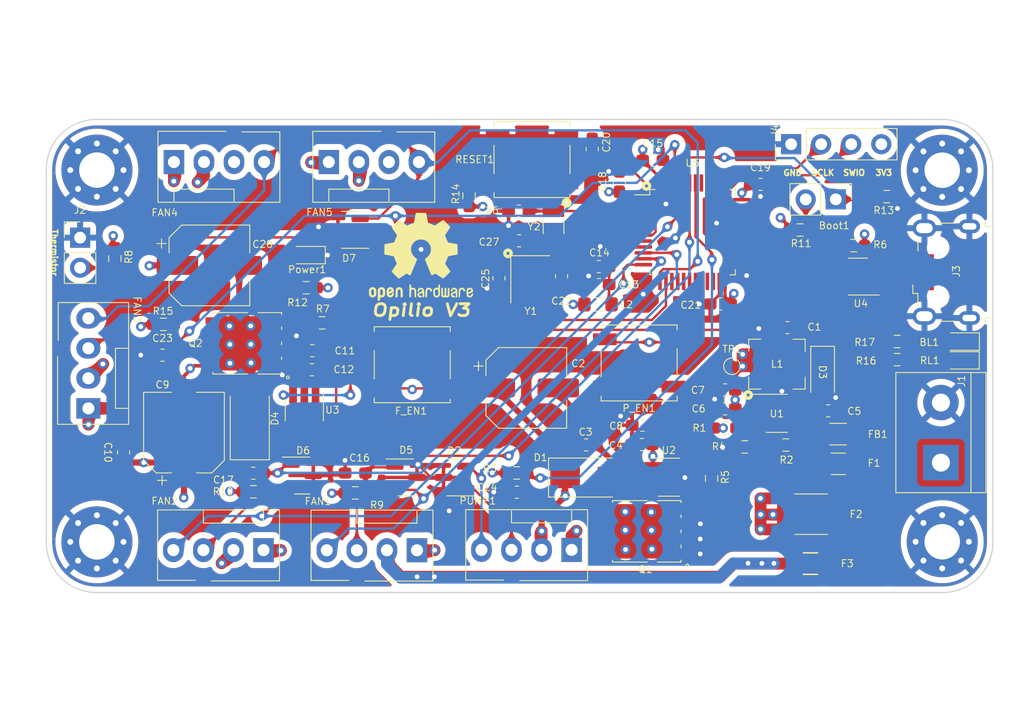
<source format=kicad_pcb>
(kicad_pcb (version 20211014) (generator pcbnew)
  (title_block (title "Opilio") (date "2022-06-19") (rev "V3") (comment 4 "AISLER Project ID: OUFPYPMX"))
  (layers (0 "F.Cu" signal) (1 "In1.Cu" power "GND") (2 "In2.Cu" power "3V3") (31 "B.Cu" signal) (34 "B.Paste" user) (35 "F.Paste" user) (36 "B.SilkS" user "B.Silkscreen") (37 "F.SilkS" user "F.Silkscreen") (38 "B.Mask" user) (39 "F.Mask" user) (44 "Edge.Cuts" user))
  (net 0 "")
  (net 1 "BOOT0")
  (net 2 "Net-(Boot1-Pad2)")
  (net 3 "OSCOUT")
  (net 4 "GND")
  (net 5 "OSCIN")
  (net 6 "CIN")
  (net 7 "COUT")
  (net 8 "+3V3")
  (net 9 "VDDA")
  (net 10 "+12VF(F)")
  (net 11 "+12VF(P)")
  (net 12 "PWM_READ1")
  (net 13 "PWM_READ3")
  (net 14 "PWM_READ2")
  (net 15 "PWM_READ4")
  (net 16 "FAN_GND")
  (net 17 "PUMP_GND")
  (net 18 "+12V")
  (net 19 "Net-(F1-Pad2)")
  (net 20 "+5V")
  (net 21 "USB_CON_D-")
  (net 22 "USB_CON_D+")
  (net 23 "SWCLK")
  (net 24 "SWIO")
  (net 25 "THERM_READ")
  (net 26 "PWM_OUT1")
  (net 27 "PWM_OUT3")
  (net 28 "PWM_OUT2")
  (net 29 "PWM_OUT4")
  (net 30 "Net-(Power1-Pad2)")
  (net 31 "Net-(Q1-Pad4)")
  (net 32 "Net-(Q2-Pad4)")
  (net 33 "USB_D+")
  (net 34 "BUCK_FB")
  (net 35 "USB_D-")
  (net 36 "FAN_EN")
  (net 37 "PUMP_EN")
  (net 38 "Net-(C1-Pad1)")
  (net 39 "Net-(C1-Pad2)")
  (net 40 "Net-(C5-Pad1)")
  (net 41 "Net-(C20-Pad1)")
  (net 43 "Net-(R2-Pad2)")
  (net 44 "Net-(R5-Pad2)")
  (net 45 "Net-(R7-Pad2)")
  (net 55 "RED_LED")
  (net 65 "BLUE_LED")
  (net 66 "Net-(BL1-Pad2)")
  (net 67 "Net-(R16-Pad2)")
  (footprint "Capacitor_SMD:C_0603_1608Metric_Pad1.08x0.95mm_HandSolder" (layer "F.Cu") (at 139.77 131.52)
    (fp_text reference "C24")
    (fp_text value "100nF")
  )
  (footprint "Capacitor_SMD:C_0603_1608Metric_Pad1.08x0.95mm_HandSolder" (layer "F.Cu") (at 109.83 119.93)
    (fp_text reference "C23")
    (fp_text value "100nF")
  )
  (footprint "Package_TO_SOT_SMD:SOT-23" (layer "F.Cu") (at 134.51 130.27 180)
    (fp_text reference "D2")
    (fp_text value "SP0502BAHT")
  )
  (footprint "Resistor_SMD:R_0603_1608Metric_Pad0.98x0.95mm_HandSolder" (layer "F.Cu") (at 171.91 118.78)
    (fp_text reference "R17")
    (fp_text value "R660")
  )
  (footprint "Custom:PDFN-8_L5.6-W5.2-P1.27-LS6.1-BL" (layer "F.Cu") (at 150.76 134.83 90)
    (fp_text reference "Q1")
    (fp_text value "HSBA3048")
  )
  (footprint "Resistor_SMD:R_0603_1608Metric_Pad0.98x0.95mm_HandSolder" (layer "F.Cu") (at 157.38 126.09)
    (fp_text reference "R1")
    (fp_text value "75k")
  )
  (footprint "Package_TO_SOT_SMD:SOT-23" (layer "F.Cu") (at 121.63 130.11)
    (fp_text reference "D6")
    (fp_text value "SP0502BAHT")
  )
  (footprint "Capacitor_SMD:CP_Elec_6.3x7.7" (layer "F.Cu") (at 140.57 122.7)
    (fp_text reference "C2")
    (fp_text value "220uF")
  )
  (footprint "Capacitor_SMD:C_0603_1608Metric_Pad1.08x0.95mm_HandSolder" (layer "F.Cu") (at 106.54 128.15 -90)
    (fp_text reference "C10")
    (fp_text value "10uF")
  )
  (footprint "Custom:FanPinHeader_1x04_P2.54mm_Vertical_no_hole" (layer "F.Cu") (at 131.33 136.43 180)
    (fp_text reference "FAN1")
    (fp_text value "Fan_4pin")
  )
  (footprint "Capacitor_SMD:C_0603_1608Metric_Pad1.08x0.95mm_HandSolder" (layer "F.Cu") (at 148.44 105.25 90)
    (fp_text reference "C18")
    (fp_text value "100nF")
  )
  (footprint "Inductor_SMD:L_Bourns-SRN4018" (layer "F.Cu") (at 161.75 120.69 180)
    (fp_text reference "L1")
    (fp_text value "4.7uH")
  )
  (footprint "Custom:USB_Micro-B_Wuerth_629105150521_narrow_holes" (layer "F.Cu") (at 176.065 112.915 90)
    (fp_text reference "J3")
    (fp_text value "USB_B_Micro")
  )
  (footprint "Capacitor_SMD:C_0603_1608Metric_Pad1.08x0.95mm_HandSolder" (layer "F.Cu") (at 162.64 117.6 180)
    (fp_text reference "C1")
    (fp_text value "10nF")
  )
  (footprint "Capacitor_SMD:C_0603_1608Metric_Pad1.08x0.95mm_HandSolder" (layer "F.Cu") (at 146.7 112.44 180)
    (fp_text reference "C14")
    (fp_text value "1uF")
  )
  (footprint "Capacitor_SMD:C_0603_1608Metric_Pad1.08x0.95mm_HandSolder" (layer "F.Cu") (at 150.38 125.86)
    (fp_text reference "C8")
    (fp_text value "100nF")
  )
  (footprint "Resistor_SMD:R_0603_1608Metric_Pad0.98x0.95mm_HandSolder" (layer "F.Cu") (at 168.24452 110.66548 180)
    (fp_text reference "R6")
    (fp_text value "1k5")
  )
  (footprint "LED_SMD:LED_0603_1608Metric_Pad1.05x0.95mm_HandSolder" (layer "F.Cu") (at 177.19 120.37 180)
    (fp_text reference "RL1")
    (fp_text value "Red")
  )
  (footprint "Capacitor_SMD:C_0603_1608Metric_Pad1.08x0.95mm_HandSolder" (layer "F.Cu") (at 143.55 113.26 90)
    (fp_text reference "C22")
    (fp_text value "30pF")
  )
  (footprint "Capacitor_SMD:C_0603_1608Metric_Pad1.08x0.95mm_HandSolder" (layer "F.Cu") (at 122.48 119.56)
    (fp_text reference "C11")
    (fp_text value "10uF")
  )
  (footprint "Resistor_SMD:R_0603_1608Metric_Pad0.98x0.95mm_HandSolder" (layer "F.Cu") (at 135.73 106.45 90)
    (fp_text reference "R14")
    (fp_text value "10k")
  )
  (footprint "Fuse:Fuse_1812_4532Metric_Pad1.30x3.40mm_HandSolder" (layer "F.Cu") (at 164.64 133.38)
    (fp_text reference "F2")
    (fp_text value "3A")
  )
  (footprint "Custom:TerminalBlock_bornier-2_P5.08mm" (layer "F.Cu") (at 175.61 129.02 90)
    (fp_text reference "J1")
    (fp_text value "Screw_Terminal_01x02")
  )
  (footprint "MountingHole:MountingHole_3mm_Pad_Via" (layer "F.Cu") (at 175.72 135.71)
    (fp_text reference "H1")
    (fp_text value "MountingHole_Pad")
  )
  (footprint "Connector_PinHeader_2.54mm:PinHeader_1x02_P2.54mm_Vertical" (layer "F.Cu") (at 102.86 109.995)
    (fp_text reference "J2")
    (fp_text value "Conn_01x02_Male")
  )
  (footprint "Custom:FanPinHeader_1x04_P2.54mm_Vertical_no_hole" (layer "F.Cu") (at 144.4 136.4 180)
    (fp_text reference "PUMP1")
    (fp_text value "Fan_4pin")
  )
  (footprint "Symbol:OSHW-Logo2_9.8x8mm_SilkScreen" (layer "F.Cu") (at 131.67 111.61)
    (fp_text reference "LOGO1" hide)
    (fp_text value "Logo_Open_Hardware_Small" hide)
  )
  (footprint "Capacitor_SMD:C_0603_1608Metric_Pad1.08x0.95mm_HandSolder" (layer "F.Cu") (at 151.26 103.45)
    (fp_text reference "C15")
    (fp_text value "100nF")
  )
  (footprint "Resistor_SMD:R_0603_1608Metric_Pad0.98x0.95mm_HandSolder" (layer "F.Cu") (at 156.23 130.35 90)
    (fp_text reference "R5")
    (fp_text value "220")
  )
  (footprint "MountingHole:MountingHole_3mm_Pad_Via" (layer "F.Cu") (at 175.72 104.29)
    (fp_text reference "H2")
    (fp_text value "MountingHole_Pad")
  )
  (footprint "Package_TO_SOT_SMD:SOT-23-5_HandSoldering" (layer "F.Cu") (at 121.81 124.59 -90)
    (fp_text reference "U3")
    (fp_text value "SCT51240")
  )
  (footprint "Custom:SW_Push_7x4.5" (layer "F.Cu") (at 130.93 120.74)
    (fp_text reference "F_EN1")
    (fp_text value "F_EN")
  )
  (footprint "Capacitor_SMD:C_0603_1608Metric_Pad1.08x0.95mm_HandSolder" (layer "F.Cu") (at 126.12 129.9)
    (fp_text reference "C16")
    (fp_text value "100nF")
  )
  (footprint "Connector_PinHeader_2.54mm:PinHeader_1x04_P2.54mm_Vertical" (layer "F.Cu") (at 162.95 102.09 90)
    (fp_text reference "J4")
    (fp_text value "Program")
  )
  (footprint "Capacitor_SMD:CP_Elec_6.3x7.7" (layer "F.Cu") (at 111.64 126.48 90)
    (fp_text reference "C9")
    (fp_text value "220uF")
  )
  (footprint "Crystal:Crystal_SMD_3215-2Pin_3.2x1.5mm" (layer "F.Cu") (at 142.87 108.99 90)
    (fp_text reference "Y2")
    (fp_text value "YST310S 32.768KHz")
  )
  (footprint "Diode_SMD:D_SOD-123" (layer "F.Cu") (at 165.61 121.43 -90)
    (fp_text reference "D3")
    (fp_text value "B5819W SL")
  )
  (footprint "Capacitor_SMD:C_0603_1608Metric_Pad1.08x0.95mm_HandSolder" (layer "F.Cu") (at 117.5 129.91)
    (fp_text reference "C17")
    (fp_text value "100nF")
  )
  (footprint "Resistor_SMD:R_0603_1608Metric_Pad0.98x0.95mm_HandSolder" (layer "F.Cu") (at 139.76 129.89)
    (fp_text reference "R3")
    (fp_text value "4k7")
  )
  (footprint "Package_TO_SOT_SMD:SOT-23-6" (layer "F.Cu") (at 168.60452 113.28548 180)
    (fp_text reference "U4")
    (fp_text value "USBLC6-2SC6")
  )
  (footprint "Resistor_SMD:R_0603_1608Metric_Pad0.98x0.95mm_HandSolder" (layer "F.Cu") (at 121.9725 114.23 180)
    (fp_text reference "R12")
    (fp_text value "1.65K")
  )
  (footprint "Fuse:Fuse_1206_3216Metric_Pad1.42x1.75mm_HandSolder" (layer "F.Cu") (at 166.94 129.12)
    (fp_text reference "F1")
    (fp_text value "250mA")
  )
  (footprint "Capacitor_SMD:C_0603_1608Metric_Pad1.08x0.95mm_HandSolder" (layer "F.Cu") (at 150.34 127.49)
    (fp_text reference "C4")
    (fp_text value "10uF")
  )
  (footprint "Resistor_SMD:R_0603_1608Metric_Pad0.98x0.95mm_HandSolder" (layer "F.Cu") (at 159.04 127.69 180)
    (fp_text reference "R4")
    (fp_text value "24k")
  )
  (footprint "Custom:PDFN-8_L5.6-W5.2-P1.27-LS6.1-BL" (layer "F.Cu") (at 117 118.93 90)
    (fp_text reference "Q2")
    (fp_text value "HSBA3048")
  )
  (footprint "Custom:SW_Push_7x4.5" (layer "F.Cu") (at 150.105 120.59 180)
    (fp_text reference "P_EN1")
    (fp_text value "P_EN")
  )
  (footprint "LED_SMD:LED_0603_1608Metric_Pad1.05x0.95mm_HandSolder" (layer "F.Cu") (at 177.2 118.78 180)
    (fp_text reference "BL1")
    (fp_text value "Blue")
  )
  (footprint "TestPoint:TestPoint_Pad_D1.0mm" (layer "F.Cu") (at 157.95 120.87)
    (fp_text reference "TP1")
    (fp_text value "3v3")
  )
  (footprint "Capacitor_SMD:C_0603_1608Metric_Pad1.08x0.95mm_HandSolder" (layer "F.Cu") (at 122.45 121.17)
    (fp_text reference "C12")
    (fp_text value "100nF")
  )
  (footprint "Package_TO_SOT_SMD:SOT-23" (layer "F.Cu") (at 130.4 130.27)
    (fp_text reference "D5")
    (fp_text value "SP0502BAHT")
  )
  (footprint "Diode_SMD:D_SMA" (layer "F.Cu") (at 145.85 130.28)
    (fp_text reference "D1")
    (fp_text value "B230A-13-F")
  )
  (footprint "Crystal:Crystal_SMD_3225-4Pin_3.2x2.5mm" (layer "F.Cu") (at 140.91 113.52 -90)
    (fp_text reference "Y1")
    (fp_text value "YSX531SL 8MHz")
  )
  (footprint "Custom:FanPinHeader_1x04_P2.54mm_Vertical_no_hole" (layer "F.Cu") (at 118.36 136.42 180)
    (fp_text reference "FAN2")
    (fp_text value "Fan_4pin")
  )
  (footprint "Inductor_SMD:L_0805_2012Metric_Pad1.05x1.20mm_HandSolder" (layer "F.Cu") (at 146.63 115.64)
    (fp_text reference "L2")
    (fp_text value "39nH")
  )
  (footprint "Custom:FanPinHeader_1x04_P2.54mm_Vertical_no_hole" (layer "F.Cu") (at 110.79 103.6)
    (fp_text reference "FAN4")
    (fp_text value "Fan_4pin")
  )
  (footprint "MountingHole:MountingHole_3mm_Pad_Via" (layer "F.Cu") (at 104.28 135.72)
    (fp_text reference "H3")
    (fp_text value "MountingHole_Pad")
  )
  (footprint "Connector_PinHeader_2.54mm:PinHeader_1x02_P2.54mm_Vertical" (layer "F.Cu") (at 166.724189 106.754189 -90)
    (fp_text reference "Boot1")
    (fp_text value "Conn_01x02_Male")
  )
  (footprint "Resistor_SMD:R_0603_1608Metric_Pad0.98x0.95mm_HandSolder" (layer "F.Cu") (at 109.9 117.33)
    (fp_text reference "R15")
    (fp_text value "4k7")
  )
  (footprint "Resistor_SMD:R_0603_1608Metric_Pad0.98x0.95mm_HandSolder" (layer "F.Cu") (at 171.034189 106.524189)
    (fp_text reference "R13")
    (fp_text value "100k")
  )
  (footprint "Package_TO_SOT_SMD:SOT-23-6_Handsoldering" (layer "F.Cu") (at 161.73 124.85)
    (fp_text reference "U1")
    (fp_text value "EUP3458")
  )
  (footprint "Fuse:Fuse_1206_3216Metric_Pad1.42x1.75mm_HandSolder" (layer "F.Cu") (at 164.59 137.56)
    (fp_text reference "F3")
    (fp_text value "1.1A")
  )
  (footprint "LED_SMD:LED_0603_1608Metric_Pad1.05x0.95mm_HandSolder" (layer "F.Cu") (at 121.9225 111.47 180)
    (fp_text reference "Power1")
    (fp_text value "Yellow/Green")
  )
  (footprint "Capacitor_SMD:C_0603_1608Metric_Pad1.08x0.95mm_HandSolder" (layer "F.Cu") (at 139.96 110.26 180)
    (fp_text reference "C27")
    (fp_text value "18pF")
  )
  (footprint "Capacitor_SMD:C_0603_1608Metric_Pad1.08x0.95mm_HandSolder" (layer "F.Cu") (at 138.26 113.43 90)
    (fp_text reference "C25")
    (fp_text value "30pF")
  )
  (footprint "Resistor_SMD:R_0603_1608Metric_Pad0.98x0.95mm_HandSolder" (layer "F.Cu") (at 123.32 117.2)
    (fp_text reference "R7")
    (fp_text value "220")
  )
  (footprint "Diode_SMD:D_SMA" (layer "F.Cu") (at 117.2 125.38 90)
    (fp_text reference "D4")
    (fp_text value "B230A-13-F")
  )
  (footprint "Package_TO_SOT_SMD:SOT-23-5_HandSoldering" (layer "F.Cu") (at 152.62 130.25)
    (fp_text reference "U2")
    (fp_text value "SCT51240")
  )
  (footprint "Capacitor_SMD:CP_Elec_6.3x7.7" (layer "F.Cu") (at 113.79 112.34)
    (fp_text reference "C28")
    (fp_text value "220uF")
  )
  (footprint "Resistor_SMD:R_0603_1608Metric_Pad0.98x0.95mm_HandSolder" (layer "F.Cu") (at 171.91 120.31)
    (fp_text reference "R16")
    (fp_text value "R165")
  )
  (footprint "Capacitor_SMD:C_0603_1608Metric_Pad1.08x0.95mm_HandSolder" (layer "F.Cu") (at 160.36 105.49)
    (fp_text reference "C19")
    (fp_text value "100nF")
  )
  (footprint "Resistor_SMD:R_0603_1608Metric_Pad0.98x0.95mm_HandSolder" (layer "F.Cu") (at 126.12 131.58)
    (fp_text reference "R9")
    (fp_text value "4k7")
  )
  (footprint "Custom:SW_Push_7x4.5" (layer "F.Cu") (at 141.05 103.39)
    (fp_text reference "RESET1")
    (fp_text value "Reset")
  )
  (footprint "Capacitor_SMD:C_0603_1608Metric_Pad1.08x0.95mm_HandSolder" (layer "F.Cu") (at 157.37 122.87 180)
    (fp_text reference "C7")
    (fp_text value "10uF")
  )
  (footprint "Capacitor_SMD:C_1206_3216Metric_Pad1.33x1.80mm_HandSolder" (layer "F.Cu") (at 166.92 126.61)
    (fp_text reference "FB1")
    (fp_text value "CBW321609U600")
  )
  (footprint "Capacitor_SMD:C_0603_1608Metric_Pad1.08x0.95mm_HandSolder" (layer "F.Cu") (at 166.09 124.64)
    (fp_text reference "C5")
    (fp_text value "10uF")
  )
  (footprint "MountingHole:MountingHole_3mm_Pad_Via" (layer "F.Cu") (at 104.28 104.28)
    (fp_text reference "H4")
    (fp_text value "MountingHole_Pad")
  )
  (footprint "Capacitor_SMD:C_0603_1608Metric_Pad1.08x0.95mm_HandSolder" (layer "F.Cu") (at 146.71 113.96 180)
    (fp_text reference "C13")
    (fp_text value "10nF")
  )
  (footprint "Capacitor_SMD:C_0603_1608Metric_Pad1.08x0.95mm_HandSolder" (layer "F.Cu") (at 146.14 102.5 90)
    (fp_text reference "C20")
    (fp_text value "100nF")
  )
  (footprint "Capacitor_SMD:C_0603_1608Metric_Pad1.08x0.95mm_HandSolder" (layer "F.Cu") (at 145.62 127.52 180)
    (fp_text reference "C3")
    (fp_text value "10uF")
  )
  (footprint "Custom:FanPinHeader_1x04_P2.54mm_Vertical_no_hole" (layer "F.Cu") (at 103.56 124.43 90)
    (fp_text reference "FAN3")
    (fp_text value "Fan_4pin")
  )
  (footprint "Capacitor_SMD:C_0603_1608Metric_Pad1.08x0.95mm_HandSolder" (layer "F.Cu") (at 156.97 115.6 180)
    (fp_text reference "C21")
    (fp_text value "100nF")
  )
  (footprint "Resistor_SMD:R_0603_1608Metric_Pad0.98x0.95mm_HandSolder" (layer "F.Cu") (at 105.8 111.76 90)
    (fp_text reference "R8")
    (fp_text value "10k")
  )
  (footprint "Resistor_SMD:R_0603_1608Metric_Pad0.98x0.95mm_HandSolder" (layer "F.Cu") (at 162.5 127.53)
    (fp_text reference "R2")
    (fp_text value "10k")
  )
  (footprint "Resistor_SMD:R_0603_1608Metric_Pad0.98x0.95mm_HandSolder" (layer "F.Cu") (at 163.704189 109.344189)
    (fp_text reference "R11")
    (fp_text value "10K")
  )
  (footprint "Capacitor_SMD:C_0603_1608Metric_Pad1.08x0.95mm_HandSolder" (layer "F.Cu") (at 139.93 107.74 180)
    (fp_text reference "C26")
    (fp_text value "18pF")
  )
  (footprint "Custom:FanPinHeader_1x04_P2.54mm_Vertical_no_hole" (layer "F.Cu") (at 123.88 103.6)
    (fp_text reference "FAN5")
    (fp_text value "Fan_4pin")
  )
  (footprint "Resistor_SMD:R_0603_1608Metric_Pad0.98x0.95mm_HandSolder" (layer "F.Cu") (at 117.51 131.48)
    (fp_text reference "R10")
    (fp_text value "4k7")
  )
  (footprint "Package_TO_SOT_SMD:SOT-23" (layer "F.Cu") (at 125.59 109.33 180)
    (fp_text reference "D7")
    (fp_text value "SP0502BAHT")
  )
  (footprint "Capacitor_SMD:C_0603_1608Metric_Pad1.08x0.95mm_HandSolder" (layer "F.Cu") (at 157.37 124.47 180)
    (fp_text reference "C6")
    (fp_text value "10uF")
  )
  (footprint "Package_QFP:LQFP-48_7x7mm_P0.5mm" (layer "F.Cu") (at 154.62 109.53)
    (fp_text reference "U5")
    (fp_text value "STM32F103C8T6")
  )
  (gr_circle (center 139.02 111.32) (end 139.15 111.32) (layer "F.SilkS") (width 0.28) (fill none))
  (gr_circle (center 150.72 105.62) (end 150.85 105.62) (layer "F.SilkS") (width 0.28) (fill none))
  (gr_circle (center 159.32 123.3) (end 159.45 123.3) (layer "F.SilkS") (width 0.28) (fill none))
  (gr_circle (center 143.98 107.04) (end 144.11 107.04) (layer "F.SilkS") (width 0.28) (fill none))
  (gr_line (start 175.758938 139.998938) (end 104.241062 139.998937) (layer "Edge.Cuts") (width 0.1))
  (gr_arc locked (start 179.998937 135.758938) (mid 178.760323 138.760324) (end 175.758938 139.998938) (layer "Edge.Cuts") (width 0.1))
  (gr_arc locked (start 100.001063 104.241062) (mid 101.239677 101.239676) (end 104.241062 100.001062) (layer "Edge.Cuts") (width 0.1))
  (gr_line (start 104.241062 100.001062) (end 175.76 100.000001) (layer "Edge.Cuts") (width 0.1))
  (gr_line (start 100.001062 135.758938) (end 100.001063 104.241062) (layer "Edge.Cuts") (width 0.1))
  (gr_arc locked (start 175.76 100.000001) (mid 178.761386 101.238615) (end 180 104.24) (layer "Edge.Cuts") (width 0.1))
  (gr_line (start 180 104.24) (end 179.998937 135.758938) (layer "Edge.Cuts") (width 0.1))
  (gr_arc locked (start 104.241062 139.998937) (mid 101.239676 138.760323) (end 100.001062 135.758938) (layer "Edge.Cuts") (width 0.1))
  (gr_text "SCLK" (at 165.63 104.5) (layer "F.SilkS") (effects (font (size 0.5 0.5) (thickness 0.125))))
  (gr_text "Opilio V3" (at 131.69 116.13) (layer "F.SilkS") (effects (font (size 1 1.2) (thickness 0.24) italic)))
  (gr_text "3V3" (at 170.78 104.5) (layer "F.SilkS") (effects (font (size 0.5 0.5) (thickness 0.125))))
  (gr_text "SWIO" (at 168.27 104.5) (layer "F.SilkS") (effects (font (size 0.5 0.5) (thickness 0.125))))
  (gr_text "Thermistor" (at 100.69 111.26 270) (layer "F.SilkS") (effects (font (size 0.5 0.5) (thickness 0.125))))
  (gr_text "GND" (at 163.08 104.51) (layer "F.SilkS") (effects (font (size 0.5 0.5) (thickness 0.125))))
  (segment (start 157.3 103.21) (end 154.3 103.21) (width 0.2) (layer "F.Cu") (net 1))
  (segment (start 153.87 105.3675) (end 153.87 103.64) (width 0.2) (layer "F.Cu") (net 1))
  (segment (start 154.3 103.21) (end 153.87 103.64) (width 0.2) (layer "F.Cu") (net 1))
  (segment (start 169.891689 106.754189) (end 166.724189 106.754189) (width 0.2) (layer "F.Cu") (net 1))
  (via (at 157.3 103.21) (size 0.8) (drill 0.4) (layers "F.Cu" "B.Cu") (net 1))
  (segment (start 163.231621 103.261621) (end 166.724189 106.754189) (width 0.2) (layer "B.Cu") (net 1))
  (segment (start 161.801621 103.261621) (end 157.330864 103.261621) (width 0.2) (layer "B.Cu") (net 1))
  (segment (start 161.801621 103.261621) (end 163.231621 103.261621) (width 0.2) (layer "B.Cu") (net 1))
  (segment (start 164.184189 106.754189) (end 164.184189 108.911689) (width 0.2) (layer "F.Cu") (net 2))
  (segment (start 164.184189 108.911689) (end 164.616689 109.344189) (width 0.2) (layer "F.Cu") (net 2))
  (segment (start 144.56 113.1125) (end 143.55 114.1225) (width 0.2) (layer "F.Cu") (net 3))
  (segment (start 150.4575 109.28) (end 146.95 109.28) (width 0.2) (layer "F.Cu") (net 3))
  (segment (start 144.56 111.67) (end 144.56 113.1125) (width 0.2) (layer "F.Cu") (net 3))
  (segment (start 141.76 114.62) (end 143.0525 114.62) (width 0.2) (layer "F.Cu") (net 3))
  (segment (start 143.0525 114.62) (end 143.55 114.1225) (width 0.2) (layer "F.Cu") (net 3))
  (segment (start 146.95 109.28) (end 144.56 111.67) (width 0.2) (layer "F.Cu") (net 3))
  (segment (start 131.3375 130.37) (end 132.55 130.37) (width 0.2) (layer "F.Cu") (net 4))
  (segment (start 145.8375 113.2325) (end 145.8375 113.95) (width 0.2) (layer "F.Cu") (net 4))
  (segment (start 159.585006 107.28) (end 160.357503 106.507503) (width 0.25) (layer "F.Cu") (net 4))
  (segment (start 124.6525 109.33) (end 123.26 109.33) (width 0.2) (layer "F.Cu") (net 4))
  (segment (start 155.2 115.6) (end 155.19 115.61) (width 0.25) (layer "F.Cu") (net 4))
  (segment (start 157.19 127.69) (end 157.16 127.72) (width 0.5) (layer "F.Cu") (net 4))
  (segment (start 150.4575 110.28) (end 147.9975 110.28) (width 0.2) (layer "F.Cu") (net 4))
  (segment (start 171.946689 107.511689) (end 171.934189 107.524189) (width 0.2) (layer "F.Cu") (net 4))
  (segment (start 121.2575 120.84) (end 121.5875 121.17) (width 0.5) (layer "F.Cu") (net 4))
  (segment (start 133.5525 130.37) (end 133.5825 130.34) (width 0.2) (layer "F.Cu") (net 4))
  (segment (start 147.5325 104.3875) (end 147.53 104.39) (width 0.25) (layer "F.Cu") (net 4))
  (segment (start 120.86 125.485) (end 121.81 124.535) (width 0.2) (layer "F.Cu") (net 4))
  (segment (start 157.28202 125.24452) (end 156.5075 124.47) (width 0.2) (layer "F.Cu") (net 4))
  (segment (start 153.97 131.2) (end 153.97 130.28) (width 0.2) (layer "F.Cu") (net 4))
  (segment (start 153.71 136.74) (end 153.71 134.2) (width 0.2) (layer "F.Cu") (net 4))
  (segment (start 143.55 112.3975) (end 141.7825 112.3975) (width 0.2) (layer "F.Cu") (net 4))
  (segment (start 165.61 123.08) (end 166.28 123.08) (width 0.5) (layer "F.Cu") (net 4))
  (segment (start 168.78 111.98) (end 169.09952 111.66048) (width 0.2) (layer "F.Cu") (net 4))
  (segment (start 160.38 124.85) (end 161.334022 124.85) (width 0.4) (layer "F.Cu") (net 4))
  (segment (start 155.27 134.2) (end 155.28 134.19) (width 0.5) (layer "F.Cu") (net 4))
  (segment (start 149.31 125.09) (end 149.4775 125.2575) (width 0.2) (layer "F.Cu") (net 4))
  (segment (start 156.4575 124.48) (end 156.4575 122.92) (width 0.5) (layer "F.Cu") (net 4))
  (segment (start 158.7825 107.28) (end 159.585006 107.28) (width 0.25) (layer "F.Cu") (net 4))
  (segment (start 131.41 129.17) (end 132.55 130.31) (width 0.2) (layer "F.Cu") (net 4))
  (segment (start 119.95 118.3) (end 119.95 120.84) (width 0.5) (layer "F.Cu") (net 4))
  (segment (start 148.54 125.09) (end 149.31 125.09) (width 0.2) (layer "F.Cu") (net 4))
  (segment (start 138.26 114.2925) (end 139.7325 114.2925) (width 0.2) (layer "F.Cu") (net 4))
  (segment (start 166.9525 123.7525) (end 166.9525 124.64) (width 0.5) (layer "F.Cu") (net 4))
  (segment (start 145.8375 112.44) (end 145.8375 113.2325) (width 0.2) (layer "F.Cu") (net 4))
  (segment (start 158.75494 125.24452) (end 157.28202 125.24452) (width 0.2) (layer "F.Cu") (net 4))
  (segment (start 169.393803 113.28548) (end 168.78 112.671677) (width 0.2) (layer "F.Cu") (net 4))
  (segment (start 153.71 136.74) (end 155.27 136.74) (width 0.5) (layer "F.Cu") (net 4))
  (segment (start 149.4775 125.2575) (end 149.4775 127.49) (width 0.2) (layer "F.Cu") (net 4))
  (segment (start 150.29 130.25) (end 149.4775 129.4375) (width 0.2) (layer "F.Cu") (net 4))
  (segment (start 139.0675 108.9725) (end 139.0675 110.23) (width 0.25) (layer "F.Cu") (net 4))
  (segment (start 156.87 113.6925) (end 156.87 114.8375) (width 0.25) (layer "F.Cu") (net 4))
  (segment (start 161.559511 123.490489) (end 162.09 122.96) (width 0.4) (layer "F.Cu") (net 4))
  (segment (start 119.95 120.84) (end 119.95 121.61) (width 0.5) (layer "F.Cu") (net 4))
  (segment (start 125.2575 128.8375) (end 125.25 128.83) (width 0.2) (layer "F.Cu") (net 4))
  (segment (start 119.95 120.84) (end 121.2575 120.84) (width 0.5) (layer "F.Cu") (net 4))
  (segment (start 121.81 123.24) (end 121.81 121.3925) (width 0.2) (layer "F.Cu") (net 4))
  (segment (start 138.9075 131.52) (end 137.83 131.52) (width 0.2) (layer "F.Cu") (net 4))
  (segment (start 151.27 130.25) (end 150.29 130.25) (width 0.2) (layer "F.Cu") (net 4))
  (segment (start 168.78 112.671677) (end 168.78 111.98) (width 0.2) (layer "F.Cu") (net 4))
  (segment (start 137.2625 114.2925) (end 137.25 114.28) (width 0.2) (layer "F.Cu") (net 4))
  (segment (start 122.7975 111.47) (end 123.77 111.47) (width 0.2) (layer "F.Cu") (net 4))
  (segment (start 178.015 116.72) (end 178.015 120.36) (width 0.2) (layer "F.Cu") (net 4))
  (segment (start 121.81 124.535) (end 121.81 123.24) (width 0.2) (layer "F.Cu") (net 4))
  (segment (start 166.28 123.08) (end 166.715 123.515) (width 0.5) (layer "F.Cu") (net 4))
  (segment (start 156.1075 115.6) (end 155.2 115.6) (width 0.25) (layer "F.Cu") (net 4))
  (segment (start 171.946689 106.524189) (end 171.946689 107.511689) (width 0.2) (layer "F.Cu") (net 4))
  (segment (start 108.9675 119.93) (end 107.99 119.93) (width 0.2) (layer "F.Cu") (net 4))
  (segment (start 138.26 114.2925) (end 137.2625 114.2925) (width 0.2) (layer "F.Cu") (net 4))
  (segment (start 139.0675 107.74) (end 139.0675 108.9725) (width 0.25) (layer "F.Cu") (net 4))
  (segment (start 152.1225 102.964494) (end 151.714381 102.556375) (width 0.25) (layer "F.Cu") (net 4))
  (segment (start 169.09952 111.66048) (end 173.64952 111.66048) (width 0.2) (layer "F.Cu") (net 4))
  (segment (start 149.4775 129.4375) (end 149.4775 127.49) (width 0.2) (layer "F.Cu") (net 4))
  (segment (start 123.26 109.33) (end 123.01 109.08) (width 0.2) (layer "F.Cu") (net 4))
  (segment (start 160.38 124.85) (end 159.14946 124.85) (width 0.2) (layer "F.Cu") (net 4))
  (segment (start 152.1225 103.45) (end 152.1225 102.964494) (width 0.25) (layer "F.Cu") (net 4))
  (segment (start 119.95 118.3) (end 121.14 118.3) (width 0.5) (layer "F.Cu") (net 4))
  (segment (start 153.71 135.47) (end 155.26 135.47) (width 0.5) (layer "F.Cu") (net 4))
  (segment (start 125.2575 129.9) (end 125.2575 128.8375) (width 0.2) (layer "F.Cu") (net 4))
  (segment (start 155.26 135.47) (end 155.27 135.48) (width 0.5) (layer "F.Cu") (net 4))
  (segment (start 122.5675 130.11) (end 125.0475 130.11) (width 0.2) (layer "F.Cu") (net 4))
  (segment (start 178.015 120.36) (end 178.075 120.42) (width 0.2) (layer "F.Cu") (net 4))
  (segment (start 132.55 130.31) (end 132.55 130.37) (width 0.2) (layer "F.Cu") (net 4))
  (segment (start 152.37 103.6975) (end 152.37 105.3675) (width 0.25) (layer "F.Cu") (net 4))
  (segment (start 147.9975 110.28) (end 145.8375 112.44) (width 0.2) (layer "F.Cu") (net 4))
  (segment (start 161.334022 124.85) (end 161.559511 124.624511) (width 0.4) (layer "F.Cu") (net 4))
  (segment (start 132.55 130.37) (end 133.5525 130.37) (width 0.2) (layer "F.Cu") (net 4))
  (segment (start 137.83 131.52) (end 137.82 131.51) (width 0.2) (layer "F.Cu") (net 4))
  (segment (start 166.715 123.515) (end 166.9525 123.7525) (width 0.5) (layer "F.Cu") (net 4))
  (segment (start 148.44 104.3875) (end 147.5325 104.3875) (width 0.25) (layer "F.Cu") (net 4))
  (segment (start 160.357503 106.507503) (end 161.2225 105.642506) (width 0.25) (layer "F.Cu") (net 4))
  (segment (start 119.95 119.57) (end 121.6075 119.57) (width 0.5) (layer "F.Cu") (net 4))
  (segment (start 153.71 134.2) (end 155.27 134.2) (width 0.5) (layer "F.Cu") (net 4))
  (segment (start 159.14946 124.85) (end 158.75494 125.24452) (width 0.2) (layer "F.Cu") (net 4))
  (segment (start 161.559511 124.624511) (end 161.559511 123.490489) (width 0.4) (layer "F.Cu") (net 4))
  (segment (start 156.87 114.8375) (end 156.1075 115.6) (width 0.25) (layer "F.Cu") (net 4))
  (segment (start 141.76 112.52) (end 140.06 114.22) (width 0.2) (layer "F.Cu") (net 4))
  (segment (start 125.0475 130.11) (end 125.2575 129.9) (width 0.2) (layer "F.Cu") (net 4))
  (segment (start 158.1275 127.69) (end 157.19 127.69) (width 0.5) (layer "F.Cu") (net 4))
  (via (at 137.25 114.28) (size 0.8) (drill 0.4) (layers "F.Cu" "B.Cu") (net 4))
  (via (at 148.54 125.09) (size 0.8) (drill 0.4) (layers "F.Cu" "B.Cu") (net 4))
  (via (at 156.49 123.65) (size 0.8) (drill 0.4) (layers "F.Cu" "B.Cu") (net 4))
  (via (at 155.28 134.19) (size 0.8) (drill 0.4) (layers "F.Cu" "B.Cu") (net 4))
  (via (at 119.95 121.61) (size 0.8) (drill 0.4) (layers "F.Cu" "B.Cu") (net 4))
  (via (at 159.19 113.2) (size 0.8) (drill 0.4) (layers "F.Cu" "B.Cu") (net 4))
  (via (at 134.05 133.1) (size 0.8) (drill 0.4) (layers "F.Cu" "B.Cu") (net 4))
  (via (at 125.25 128.83) (size 0.8) (drill 0.4) (layers "F.Cu" "B.Cu") (net 4))
  (via (at 166.715 123.515) (size 0.8) (drill 0.4) (layers "F.Cu" "B.Cu") (net 4))
  (via (at 123.01 109.08) (size 0.8) (drill 0.4) (layers "F.Cu" "B.Cu") (net 4))
  (via (at 160.357503 106.507503) (size 0.8) (drill 0.4) (layers "F.Cu" "B.Cu") (net 4))
  (via (at 147.53 104.39) (size 0.8) (drill 0.4) (layers "F.Cu" "B.Cu") (net 4))
  (via (at 155.19 115.61) (size 0.8) (drill 0.4) (layers "F.Cu" "B.Cu") (net 4))
  (via (at 145.8375 113.2325) (size 0.8) (drill 0.4) (layers "F.Cu" "B.Cu") (net 4))
  (via (at 152.37 107.15) (size 0.8) (drill 0.4) (layers "F.Cu" "B.Cu") (net 4))
  (via (at 155.27 135.48) (size 0.8) (drill 0.4) (layers "F.Cu" "B.Cu") (net 4))
  (via (at 139.0675 108.9725) (size 0.8) (drill 0.4) (layers "F.Cu" "B.Cu") (net 4))
  (via (at 123.77 111.47) (size 0.8) (drill 0.4) (layers "F.Cu" "B.Cu") (net 4))
  (via (at 155.27 136.74) (size 0.8) (drill 0.4) (layers "F.Cu" "B.Cu") (net 4))
  (via (at 153.97 130.28) (size 0.8) (drill 0.4) (layers "F.Cu" "B.Cu") (net 4))
  (via (at 162.17 122.98) (size 0.8) (drill 0.4) (layers "F.Cu" "B.Cu") (net 4))
  (via (at 156.65 108.77) (size 0.8) (drill 0.4) (layers "F.Cu" "B.Cu") (net 4))
  (via (at 160.22 117.68) (size 0.8) (drill 0.4) (layers "F.Cu" "B.Cu") (net 4))
  (via (at 153.17 110.02) (size 0.8) (drill 0.4) (layers "F.Cu" "B.Cu") (net 4))
  (via (at 171.934189 107.524189) (size 0.8) (drill 0.4) (layers "F.Cu" "B.Cu") (net 4))
  (via (at 107.99 119.93) (size 0.8) (drill 0.4) (layers "F.Cu" "B.Cu") (net 4))
  (via locked (at 131.68 110.99) (size 0.8) (drill 0.4) (layers "F.Cu" "B.Cu") (net 4))
  (via (at 131.41 129.17) (size 0.8) (drill 0.4) (layers "F.Cu" "B.Cu") (net 4))
  (via (at 137.82 131.51) (size 0.8) (drill 0.4) (layers "F.Cu" "B.Cu") (net 4))
  (via (at 151.714381 102.556375) (size 0.8) (drill 0.4) (layers "F.Cu" "B.Cu") (net 4))
  (via (at 121.14 118.3) (size 0.8) (drill 0.4) (layers "F.Cu" "B.Cu") (net 4))
  (via (at 146.82 110.74) (size 0.8) (drill 0.4) (layers "F.Cu" "B.Cu") (net 4))
  (via (at 157.16 127.72) (size 0.8) (drill 0.4) (layers "F.Cu" "B.Cu") (net 4))
  (via (at 150.45 114.77) (size 0.8) (drill 0.4) (layers "F.Cu" "B.Cu") (net 4))
  (segment (start 141.06 111.32) (end 140.06 112.32) (width 0.2) (layer "F.Cu") (net 5))
  (segment (start 150.4575 108.78) (end 146.65 108.78) (width 0.2) (layer "F.Cu") (net 5))
  (segment (start 146.65 108.78) (end 144.11 111.32) (width 0.2) (layer "F.Cu") (net 5))
  (segment (start 144.11 111.32) (end 141.06 111.32) (width 0.2) (layer "F.Cu") (net 5))
  (segment (start 138.26 112.5675) (end 139.9125 112.5675) (width 0.2) (layer "F.Cu") (net 5))
  (segment (start 142.87 107.74) (end 150.4175 107.74) (width 0.2) (layer "F.Cu") (net 6))
  (segment (start 140.7925 107.74) (end 142.87 107.74) (width 0.25) (layer "F.Cu") (net 6))
  (segment (start 144.3 110.24) (end 142.87 110.24) (width 0.2) (layer "F.Cu") (net 7))
  (segment (start 146.26 108.28) (end 144.3 110.24) (width 0.2) (layer "F.Cu") (net 7))
  (segment (start 150.4575 108.28) (end 146.26 108.28) (width 0.2) (layer "F.Cu") (net 7))
  (segment (start 140.8225 110.26) (end 142.85 110.26) (width 0.25) (layer "F.Cu") (net 7))
  (segment (start 148.02 118.84) (end 150.97 118.84) (width 0.2) (layer "F.Cu") (net 8))
  (segment (start 147.5525 106.1125) (end 147.55 106.11) (width 0.25) (layer "F.Cu") (net 8))
  (segment (start 162.791689 109.041689) (end 162.044189 108.294189) (width 0.2) (layer "F.Cu") (net 8))
  (segment (start 158.7825 106.78) (end 158.7825 106.205) (width 0.25) (layer "F.Cu") (net 8))
  (segment (start 122.885 114.23) (end 123.81 114.23) (width 0.2) (layer "F.Cu") (net 8))
  (segment (start 150.97 118.84) (end 153.82 118.84) (width 0.2) (layer "F.Cu") (net 8))
  (segment (start 150.3975 102.5425) (end 150.41 102.53) (width 0.25) (layer "F.Cu") (net 8))
  (segment (start 158.2325 124.47) (end 158.2325 121.4825) (width 0.5) (layer "F.Cu") (net 8))
  (segment (start 138.8475 129.89) (end 137.7 129.89) (width 0.2) (layer "F.Cu") (net 8))
  (segment (start 151.87 104.9225) (end 150.3975 103.45) (width 0.25) (layer "F.Cu") (net 8))
  (segment (start 158.2375 121.4825) (end 158.85 120.87) (width 0.5) (layer "F.Cu") (net 8))
  (segment (start 156.4675 126.09) (end 157.1955 126.09) (width 0.2) (layer "F.Cu") (net 8))
  (segment (start 157.8325 115.6) (end 157.8325 114.9975) (width 0.25) (layer "F.Cu") (net 8))
  (segment (start 169.15702 110.66548) (end 169.15702 109.69798) (width 0.2) (layer "F.Cu") (net 8))
  (segment (start 105.64 110.8575) (end 105.64 109.85) (width 0.2) (layer "F.Cu") (net 8))
  (segment (start 157.37 113.6925) (end 157.37 115.1375) (width 0.25) (layer "F.Cu") (net 8))
  (segment (start 159.395 119.86) (end 160.225 120.69) (width 1) (layer "F.Cu") (net 8))
  (segment (start 149.1075 106.78) (end 148.44 106.1125) (width 0.25) (layer "F.Cu") (net 8))
  (segment (start 128.03 122.74) (end 133.83 122.74) (width 0.2) (layer "F.Cu") (net 8))
  (segment (start 157.37 115.1375) (end 157.8325 115.6) (width 0.25) (layer "F.Cu") (net 8))
  (segment (start 136.8975 107.3625) (end 136.9 107.36) (width 0.2) (layer "F.Cu") (net 8))
  (segment (start 157.95 120.87) (end 158.85 120.87) (width 0.5) (layer "F.Cu") (net 8))
  (segment (start 105.64 109.85) (end 105.66 109.83) (width 0.2) (layer "F.Cu") (net 8))
  (segment (start 116.5975 131.48) (end 115.54 131.48) (width 0.2) (layer "F.Cu") (net 8))
  (segment (start 158.85 120.87) (end 160.045 120.87) (width 1) (layer "F.Cu") (net 8))
  (segment (start 125.2075 131.58) (end 124.16 131.58) (width 0.2) (layer "F.Cu") (net 8))
  (segment (start 137.7 129.89) (end 137.69 129.88) (width 0.2) (layer "F.Cu") (net 8))
  (segment (start 158.85 120.87) (end 158.85 119.86) (width 1) (layer "F.Cu") (net 8))
  (segment (start 145.48 115.64) (end 144.53 115.64) (width 0.2) (layer "F.Cu") (net 8))
  (segment (start 158.2325 121.1525) (end 157.95 120.87) (width 0.5) (layer "F.Cu") (net 8))
  (segment (start 108.9875 117.33) (end 107.99 117.33) (width 0.2) (layer "F.Cu") (net 8))
  (segment (start 158.2325 121.4825) (end 158.2375 121.4825) (width 0.5) (layer "F.Cu") (net 8))
  (segment (start 150.3975 103.45) (end 150.3975 102.5425) (width 0.25) (layer "F.Cu") (net 8))
  (segment (start 115.54 131.48) (end 115.51 131.45) (width 0.2) (layer "F.Cu") (net 8))
  (segment (start 158.2325 121.4825) (end 158.2325 121.1525) (width 0.5) (layer "F.Cu") (net 8))
  (segment (start 148.44 106.1125) (end 147.5525 106.1125) (width 0.25) (layer "F.Cu") (net 8))
  (segment (start 158.85 119.86) (end 159.395 119.86) (width 1) (layer "F.Cu") (net 8))
  (segment (start 157.8325 114.9975) (end 158.11 114.72) (width 0.25) (layer "F.Cu") (net 8))
  (segment (start 135.73 107.3625) (end 136.8975 107.3625) (width 0.2) (layer "F.Cu") (net 8))
  (segment (start 158.7825 106.205) (end 159.4975 105.49) (width 0.25) (layer "F.Cu") (net 8))
  (segment (start 150.4575 106.78) (end 149.1075 106.78) (width 0.25) (layer "F.Cu") (net 8))
  (segment (start 124.16 131.58) (end 124.13 131.61) (width 0.2) (layer "F.Cu") (net 8))
  (segment (start 157.1955 126.09) (end 157.2055 126.1) (width 0.2) (layer "F.Cu") (net 8))
  (via (at 162.044189 108.294189) (size 0.8) (drill 0.4) (layers "F.Cu" "B.Cu") (net 8))
  (via (at 150.97 118.84) (size 0.8) (drill 0.4) (layers "F.Cu" "B.Cu") (net 8))
  (via (at 158.85 120.87) (size 0.8) (drill 0.4) (layers "F.Cu" "B.Cu") (net 8))
  (via (at 107.99 117.52) (size 0.8) (drill 0.4) (layers "F.Cu" "B.Cu") (net 8))
  (via (at 158.85 119.86) (size 0.8) (drill 0.4) (layers "F.Cu" "B.Cu") (net 8))
  (via (at 136.9 107.36) (size 0.8) (drill 0.4) (layers "F.Cu" "B.Cu") (net 8))
  (via (at 105.66 109.83) (size 0.8) (drill 0.4) (layers "F.Cu" "B.Cu") (net 8))
  (via (at 158.7825 106.205) (size 0.8) (drill 0.4) (layers "F.Cu" "B.Cu") (net 8))
  (via (at 147.55 106.11) (size 0.8) (drill 0.4) (layers "F.Cu" "B.Cu") (net 8))
  (via (at 169.15452 109.69548) (size 0.8) (drill 0.4) (layers "F.Cu" "B.Cu") (net 8))
  (via (at 144.53 115.64) (size 0.8) (drill 0.4) (layers "F.Cu" "B.Cu") (net 8))
  (via (at 137.69 129.88) (size 0.8) (drill 0.4) (layers "F.Cu" "B.Cu") (net 8))
  (via (at 158.22 123.7) (size 0.8) (drill 0.4) (layers "F.Cu" "B.Cu") (net 8))
  (via (at 157.2055 126.1) (size 0.8) (drill 0.4) (layers "F.Cu" "B.Cu") (net 8))
  (via (at 130.93 122.83) (size 0.8) (drill 0.4) (layers "F.Cu" "B.Cu") (net 8))
  (via (at 158.11 114.72) (size 0.8) (drill 0.4) (layers "F.Cu" "B.Cu") (net 8))
  (via (at 124.13 131.61) (size 0.8) (drill 0.4) (layers "F.Cu" "B.Cu") (net 8))
  (via (at 150.41 102.53) (size 0.8) (drill 0.4) (layers "F.Cu" "B.Cu") (net 8))
  (via (at 115.51 131.45) (size 0.8) (drill 0.4) (layers "F.Cu" "B.Cu") (net 8))
  (via (at 123.81 114.23) (size 0.8) (drill 0.4) (layers "F.Cu" "B.Cu") (net 8))
  (segment (start 149.2225 110.78) (end 150.4575 110.78) (width 0.2) (layer "F.Cu") (net 9))
  (segment (start 147.5625 112.44) (end 149.2225 110.78) (width 0.2) (layer "F.Cu") (net 9))
  (segment (start 147.5625 112.44) (end 147.5625 115.4225) (width 0.2) (layer "F.Cu") (net 9))
  (segment (start 121.85 126.83) (end 121.3 127.38) (width 0.2) (layer "F.Cu") (net 10))
  (segment (start 113.44 127.38) (end 117.2 127.38) (width 0.5) (layer "F.Cu") (net 10))
  (segment (start 121.3 127.38) (end 117.2 127.38) (width 0.2) (layer "F.Cu") (net 10))
  (segment (start 122.76 124.235978) (end 121.85 125.145978) (width 0.2) (layer "F.Cu") (net 10))
  (segment (start 126.42 103.6) (end 126.42 105.18) (width 1) (layer "F.Cu") (net 10))
  (segment (start 122.76 121.7225) (end 122.76 123.24) (width 0.2) (layer "F.Cu") (net 10))
  (segment (start 128.79 137.49) (end 129.97 138.67) (width 1) (layer "F.Cu") (net 10))
  (segment (start 126.42 105.18) (end 126.41 105.19) (width 1) (layer "F.Cu") (net 10))
  (segment (start 108.74 112.34) (end 108.71 112.37) (width 0.5) (layer "F.Cu") (net 10))
  (segment (start 111.64 129.18) (end 113.44 127.38) (width 0.5) (layer "F.Cu") (net 10))
  (segment (start 158.08 137.56) (end 163.1025 137.56) (width 1) (layer "F.Cu") (net 10))
  (segment (start 132.8 138.67) (end 129.97 138.67) (width 1) (layer "F.Cu") (net 10))
  (segment (start 156.31 138.67) (end 156.97 138.67) (width 1) (layer "F.Cu") (net 10))
  (segment (start 106.54 129.0125) (end 108.2375 129.0125) (width 0.5) (layer "F.Cu") (net 10))
  (segment (start 123.3125 121.17) (end 122.76 121.7225) (width 0.2) (layer "F.Cu") (net 10))
  (segment (start 113.33 103.6) (end 113.33 104.77) (width 1) (layer "F.Cu") (net 10))
  (segment (start 108.2375 129.0125) (end 111.4725 129.0125) (width 0.5) (layer "F.Cu") (net 10))
  (segment (start 115.82 136.53) (end 114.82 137.53) (width 1) (layer "F.Cu") (net 10))
  (segment (start 111.64 131.97) (end 111.62 131.99) (width 0.5) (layer "F.Cu") (net 10))
  (segment (start 122.76 123.24) (end 122.76 124.235978) (width 0.2) (layer "F.Cu") (net 10))
  (segment (start 111.64 129.18) (end 111.64 131.97) (width 0.5) (layer "F.Cu") (net 10))
  (segment (start 121.85 125.145978) (end 121.85 126.83) (width 0.2) (layer "F.Cu") (net 10))
  (segment (start 113.33 104.77) (end 112.79 105.31) (width 1) (layer "F.Cu") (net 10))
  (segment (start 156.31 138.67) (end 132.8 138.67) (width 1) (layer "F.Cu") (net 10))
  (segment (start 103.905 121.585) (end 104.815 120.675) (width 1) (layer "F.Cu") (net 10))
  (segment (start 156.97 138.67) (end 158.08 137.56) (width 1) (layer "F.Cu") (net 10))
  (segment (start 128.79 136.43) (end 128.79 137.49) (width 1) (layer "F.Cu") (net 10))
  (segment (start 162.365 137.56) (end 162.04 137.56) (width 1) (layer "F.Cu") (net 10))
  (segment (start 111.09 112.34) (end 108.74 112.34) (width 0.5) (layer "F.Cu") (net 10))
  (segment (start 123.3425 119.56) (end 123.3425 121.14) (width 0.2) (layer "F.Cu") (net 10))
  (segment (start 162.365 137.56) (end 160.48 137.56) (width 1) (layer "F.Cu") (net 10))
  (via (at 131.34 138.67) (size 0.8) (drill 0.4) (layers "F.Cu" "B.Cu") (net 10))
  (via (at 108.2375 129.0125) (size 0.8) (drill 0.4) (layers "F.Cu" "B.Cu") (net 10))
  (via (at 159.31 137.53) (size 0.8) (drill 0.4) (layers "F.Cu" "B.Cu") (net 10))
  (via (at 126.41 105.19) (size 0.8) (drill 0.4) (layers "F.Cu" "B.Cu") (net 10))
  (via (at 132.8 138.67) (size 0.8) (drill 0.4) (layers "F.Cu" "B.Cu") (net 10))
  (via (at 160.48 137.54) (size 0.8) (drill 0.4) (layers "F.Cu" "B.Cu") (net 10))
  (via (at 111.62 131.99) (size 0.8) (drill 0.4) (layers "F.Cu" "B.Cu") (net 10))
  (via (at 108.71 112.37) (size 0.8) (drill 0.4) (layers "F.Cu" "B.Cu") (net 10))
  (via (at 112.79 105.31) (size 0.8) (drill 0.4) (layers "F.Cu" "B.Cu") (net 10))
  (via (at 161.5 137.54) (size 0.8) (drill 0.4) (layers "F.Cu" "B.Cu") (net 10))
  (via (at 114.82 137.53) (size 0.8) (drill 0.4) (layers "F.Cu" "B.Cu") (net 10))
  (via (at 104.79 120.67) (size 0.8) (drill 0.4) (layers "F.Cu" "B.Cu") (net 10))
  (segment (start 128.79 137.6) (end 129.94 138.75) (width 1) (layer "B.Cu") (net 10))
  (segment (start 158.06 137.54) (end 161.5 137.54) (width 1) (layer "B.Cu") (net 10))
  (segment (start 156.85 138.75) (end 158.06 137.54) (width 1) (layer "B.Cu") (net 10))
  (segment (start 155.05 138.75) (end 132.66 138.75) (width 1) (layer "B.Cu") (net 10))
  (segment (start 130.81 138.75) (end 129.94 138.75) (width 1) (layer "B.Cu") (net 10))
  (segment (start 132.66 138.75) (end 131.73 138.75) (width 1) (layer "B.Cu") (net 10))
  (segment (start 131.73 138.75) (end 130.81 138.75) (width 1) (layer "B.Cu") (net 10))
  (segment (start 155.05 138.75) (end 156.85 138.75) (width 1) (layer "B.Cu") (net 10))
  (segment (start 128.79 137.6) (end 128.79 136.43) (width 1) (layer "B.Cu") (net 10))
  (segment (start 141.87 133.83) (end 143.86 131.84) (width 0.5) (layer "F.Cu") (net 11))
  (segment (start 162.26 132.04) (end 160.36 132.04) (width 1) (layer "F.Cu") (net 11))
  (segment (start 141.86 136.4) (end 141.86 134.82) (width 1) (layer "F.Cu") (net 11))
  (segment (start 143.85 127.69) (end 144.02 127.52) (width 0.5) (layer "F.Cu") (net 11))
  (segment (start 137.87 122.7) (end 142.69 127.52) (width 0.5) (layer "F.Cu") (net 11))
  (segment (start 160.7675 134.67) (end 161.9925 134.67) (width 1) (layer "F.Cu") (net 11))
  (segment (start 141.86 134.82) (end 141.87 134.81) (width 1) (layer "F.Cu") (net 11))
  (segment (start 144.02 127.52) (end 144.7575 127.52) (width 0.5) (layer "F.Cu") (net 11))
  (segment (start 143.85 130.28) (end 143.85 127.69) (width 0.5) (layer "F.Cu") (net 11))
  (segment (start 151.27 125.8875) (end 151.27 128.48) (width 0.2) (layer "F.Cu") (net 11))
  (segment (start 141.87 134.81) (end 141.87 133.83) (width 0.5) (layer "F.Cu") (net 11))
  (segment (start 160.38 133.41) (end 161.42 133.41) (width 1) (layer "F.Cu") (net 11))
  (segment (start 160.37 132.045) (end 160.37 134.675) (width 1) (layer "F.Cu") (net 11))
  (segment (start 143.85 131.83) (end 143.86 131.84) (width 0.5) (layer "F.Cu") (net 11))
  (segment (start 161.42 133.41) (end 162.385 133.41) (width 1) (layer "F.Cu") (net 11))
  (segment (start 162.415 132.195) (end 162.26 132.04) (width 1) (layer "F.Cu") (net 11))
  (segment (start 142.69 127.52) (end 144.02 127.52) (width 0.5) (layer "F.Cu") (net 11))
  (segment (start 143.85 130.28) (end 143.85 131.83) (width 0.5) (layer "F.Cu") (net 11))
  (segment (start 151.27 128.48) (end 151.27 129.3) (width 0.2) (layer "F.Cu") (net 11))
  (via (at 143.86 131.84) (size 0.8) (drill 0.4) (layers "F.Cu" "B.Cu") (net 11))
  (via (at 160.37 134.65) (size 0.8) (drill 0.4) (layers "F.Cu" "B.Cu") (net 11))
  (via (at 160.36 132.04) (size 0.8) (drill 0.4) (layers "F.Cu" "B.Cu") (net 11))
  (via (at 161.42 133.41) (size 0.8) (drill 0.4) (layers "F.Cu" "B.Cu") (net 11))
  (via (at 151.27 128.48) (size 0.8) (drill 0.4) (layers "F.Cu" "B.Cu") (net 11))
  (via (at 141.87 134.81) (size 0.8) (drill 0.4) (layers "F.Cu" "B.Cu") (net 11))
  (via (at 160.38 133.41) (size 0.8) (drill 0.4) (layers "F.Cu" "B.Cu") (net 11))
  (segment (start 139.32 132.8325) (end 139.32 133.3) (width 0.2) (layer "F.Cu") (net 12))
  (segment (start 140.6725 129.89) (end 140.6725 131.48) (width 0.2) (layer "F.Cu") (net 12))
  (segment (start 138.15 133.27) (end 139.29 133.27) (width 0.2) (layer "F.Cu") (net 12))
  (segment (start 139.32 133.3) (end 139.32 136.4) (width 0.2) (layer "F.Cu") (net 12))
  (segment (start 139.29 133.27) (end 139.32 133.3) (width 0.2) (layer "F.Cu") (net 12))
  (segment (start 140.6325 131.52) (end 139.32 132.8325) (width 0.2) (layer "F.Cu") (net 12))
  (segment (start 141.1025 130.32) (end 140.6725 129.89) (width 0.2) (layer "F.Cu") (net 12))
  (segment (start 154.87 105.3675) (end 154.87 109.900755) (width 0.2) (layer "F.Cu") (net 12))
  (segment (start 154.87 109.900755) (end 156.26 111.290755) (width 0.2) (layer "F.Cu") (net 12))
  (segment (start 156.26 111.290755) (end 156.26 111.86) (width 0.2) (layer "F.Cu") (net 12))
  (segment (start 136.1 131.22) (end 138.15 133.27) (width 0.2) (layer "F.Cu") (net 12))
  (segment (start 141.75 130.32) (end 141.1025 130.32) (width 0.2) (layer "F.Cu") (net 12))
  (segment (start 135.4475 131.22) (end 136.1 131.22) (width 0.2) (layer "F.Cu") (net 12))
  (via (at 141.75 130.32) (size 0.8) (drill 0.4) (layers "F.Cu" "B.Cu") (net 12))
  (via (at 156.26 111.86) (size 0.8) (drill 0.4) (layers "F.Cu" "B.Cu") (net 12))
  (segment (start 156.26 111.86) (end 156.26 119.05) (width 0.2) (layer "B.Cu") (net 12))
  (segment (start 144.99 130.32) (end 141.75 130.32) (width 0.2) (layer "B.Cu") (net 12))
  (segment (start 156.26 119.05) (end 144.99 130.32) (width 0.2) (layer "B.Cu") (net 12))
  (segment (start 118.3625 131.3375) (end 118.3625 129.91) (width 0.2) (layer "F.Cu") (net 13))
  (segment (start 120.6925 129.16) (end 120.29 129.16) (width 0.2) (layer "F.Cu") (net 13))
  (segment (start 113.28 136.42) (end 118.3625 131.3375) (width 0.2) (layer "F.Cu") (net 13))
  (segment (start 120.29 129.16) (end 119.55 129.9) (width 0.2) (layer "F.Cu") (net 13))
  (segment (start 152.5 109.07) (end 153.37 108.2) (width 0.2) (layer "F.Cu") (net 13))
  (segment (start 153.37 108.2) (end 153.37 105.3675) (width 0.2) (layer "F.Cu") (net 13))
  (segment (start 118.3625 129.91) (end 119.54 129.91) (width 0.2) (layer "F.Cu") (net 13))
  (segment (start 119.54 129.91) (end 119.55 129.9) (width 0.2) (layer "F.Cu") (net 13))
  (via (at 152.5 109.07) (size 0.8) (drill 0.4) (layers "F.Cu" "B.Cu") (net 13))
  (via (at 119.55 129.9) (size 0.8) (drill 0.4) (layers "F.Cu" "B.Cu") (net 13))
  (segment (start 119.57 129.88) (end 119.55 129.9) (width 0.2) (layer "B.Cu") (net 13))
  (segment (start 131.69 129.88) (end 119.57 129.88) (width 0.2) (layer "B.Cu") (net 13))
  (segment (start 152.5 109.07) (end 131.69 129.88) (width 0.2) (layer "B.Cu") (net 13))
  (segment (start 154.37 110.37) (end 154.36 110.38) (width 0.2) (layer "F.Cu") (net 14))
  (segment (start 127.0325 131.58) (end 126.25 132.3625) (width 0.2) (layer "F.Cu") (net 14))
  (segment (start 129.4625 129.42) (end 127.4625 129.42) (width 0.2) (layer "F.Cu") (net 14))
  (segment (start 139.08 128.44) (end 128.4425 128.44) (width 0.2) (layer "F.Cu") (net 14))
  (segment (start 139.09 128.45) (end 139.08 128.44) (width 0.2) (layer "F.Cu") (net 14))
  (segment (start 154.37 105.3675) (end 154.37 110.37) (width 0.2) (layer "F.Cu") (net 14))
  (segment (start 128.4425 128.44) (end 126.9825 129.9) (width 0.2) (layer "F.Cu") (net 14))
  (segment (start 126.25 132.3625) (end 126.25 136.43) (width 0.2) (layer "F.Cu") (net 14))
  (segment (start 127.4625 129.42) (end 126.9825 129.9) (width 0.2) (layer "F.Cu") (net 14))
  (segment (start 126.9825 129.9) (end 126.9825 131.53) (width 0.2) (layer "F.Cu") (net 14))
  (via (at 154.36 110.38) (size 0.8) (drill 0.4) (layers "F.Cu" "B.Cu") (net 14))
  (via (at 139.09 128.45) (size 0.8) (drill 0.4) (layers "F.Cu" "B.Cu") (net 14))
  (segment (start 154.36 110.38) (end 154.36 113.18) (width 0.2) (layer "B.Cu") (net 14))
  (segment (start 154.36 113.18) (end 139.09 128.45) (width 0.2) (layer "B.Cu") (net 14))
  (segment (start 110.8125 118.6325) (end 110.8125 119.81) (width 0.2) (layer "F.Cu") (net 15))
  (segment (start 104.2775 118.6325) (end 110.8125 118.6325) (width 0.2) (layer "F.Cu") (net 15))
  (segment (start 152.87 103.99946) (end 153.12 103.74946) (width 0.2) (layer "F.Cu") (net 15))
  (segment (start 110.8125 117.33) (end 110.8125 118.6325) (width 0.2) (layer "F.Cu") (net 15))
  (segment (start 152.87 105.3675) (end 152.87 103.99946) (width 0.2) (layer "F.Cu") (net 15))
  (segment (start 111.3675 118.6325) (end 112.1 117.9) (width 0.2) (layer "F.Cu") (net 15))
  (segment (start 103.56 119.35) (end 104.2775 118.6325) (width 0.2) (layer "F.Cu") (net 15))
  (segment (start 110.8125 118.6325) (end 111.3675 118.6325) (width 0.2) (layer "F.Cu") (net 15))
  (segment (start 128.24 110.28) (end 129.51 109.01) (width 0.2) (layer "F.Cu") (net 15))
  (segment (start 126.5275 110.28) (end 128.24 110.28) (width 0.2) (layer "F.Cu") (net 15))
  (segment (start 129.51 109.01) (end 129.51 108.15) (width 0.2) (layer "F.Cu") (net 15))
  (segment (start 153.12 103.74946) (end 153.12 102.14) (width 0.2) (layer "F.Cu") (net 15))
  (via (at 112.1 117.9) (size 0.8) (drill 0.4) (layers "F.Cu" "B.Cu") (net 15))
  (via (at 129.51 108.15) (size 0.8) (drill 0.4) (layers "F.Cu" "B.Cu") (net 15))
  (via (at 153.12 102.14) (size 0.8) (drill 0.4) (layers "F.Cu" "B.Cu") (net 15))
  (segment (start 129.51 108.15) (end 121.85 108.15) (width 0.2) (layer "B.Cu") (net 15))
  (segment (start 149.9 105.36) (end 146.18 105.36) (width 0.2) (layer "B.Cu") (net 15))
  (segment (start 121.85 108.15) (end 112.1 117.9) (width 0.2) (layer "B.Cu") (net 15))
  (segment (start 146.18 105.36) (end 143.39 108.15) (width 0.2) (layer "B.Cu") (net 15))
  (segment (start 143.39 108.15) (end 129.51 108.15) (width 0.2) (layer "B.Cu") (net 15))
  (segment (start 153.12 102.14) (end 149.9 105.36) (width 0.2) (layer "B.Cu") (net 15))
  (segment (start 110.99 124.43) (end 111.64 123.78) (width 0.5) (layer "F.Cu") (net 16))
  (segment (start 106.47 124.43) (end 106.47 127.2175) (width 0.5) (layer "F.Cu") (net 16))
  (segment (start 105.21 124.43) (end 106.47 124.43) (width 0.5) (layer "F.Cu") (net 16))
  (segment (start 117.3 120.58) (end 117.3 123.28) (width 0.3) (layer "F.Cu") (net 16))
  (segment (start 111.64 123.78) (end 111.64 121.72) (width 0.3) (layer "F.Cu") (net 16))
  (segment (start 118.36 136.42) (end 119.81 136.42) (width 1) (layer "F.Cu") (net 16))
  (segment (start 111.64 121.72) (end 111.63 121.71) (width 0.3) (layer "F.Cu") (net 16))
  (segment (start 106.47 124.43) (end 110.99 124.43) (width 0.5) (layer "F.Cu") (net 16))
  (segment (start 132.81 136.43) (end 132.82 136.42) (width 1) (layer "F.Cu") (net 16))
  (segment (start 112.51 120.83) (end 111.63 121.71) (width 0.3) (layer "F.Cu") (net 16))
  (segment (start 123.88 103.6) (end 122.42 103.6) (width 1) (layer "F.Cu") (net 16))
  (segment (start 119.81 136.42) (end 119.84 136.45) (width 1) (layer "F.Cu") (net 16))
  (segment (start 103.56 125.79) (end 103.57 125.8) (width 1) (layer "F.Cu") (net 16))
  (segment (start 117.2 123.38) (end 117.2 120.68) (width 0.5) (layer "F.Cu") (net 16))
  (segment (start 114 120.83) (end 112.51 120.83) (width 0.3) (layer "F.Cu") (net 16))
  (segment (start 110.79 105.21) (end 110.78 105.22) (width 1) (layer "F.Cu") (net 16))
  (segment (start 110.79 103.6) (end 110.79 105.21) (width 1) (layer "F.Cu") (net 16))
  (segment (start 131.33 136.43) (end 132.81 136.43) (width 1) (layer "F.Cu") (net 16))
  (segment (start 103.56 124.43) (end 105.21 124.43) (width 1) (layer "F.Cu") (net 16))
  (segment (start 122.42 103.6) (end 122.38 103.64) (width 1) (layer "F.Cu") (net 16))
  (segment (start 116.31 112.52) (end 116.31 118.93) (width 0.5) (layer "F.Cu") (net 16))
  (segment (start 103.56 124.43) (end 103.56 125.79) (width 1) (layer "F.Cu") (net 16))
  (via (at 110.78 105.22) (size 0.8) (drill 0.4) (layers "F.Cu" "B.Cu") (net 16))
  (via (at 115.49 117.47) (size 0.8) (drill 0.4) (layers "F.Cu" "B.Cu") (net 16))
  (via (at 112.16 121.05) (size 0.8) (drill 0.4) (layers "F.Cu" "B.Cu") (net 16))
  (via (at 132.82 136.42) (size 0.8) (drill 0.4) (layers "F.Cu" "B.Cu") (net 16))
  (via (at 117.29 119.01) (size 0.8) (drill 0.4) (layers "F.Cu" "B.Cu") (net 16))
  (via (at 117.28 117.46) (size 0.8) (drill 0.4) (layers "F.Cu" "B.Cu") (net 16))
  (via (at 115.53 120.62) (size 0.8) (drill 0.4) (layers "F.Cu" "B.Cu") (net 16))
  (via (at 117.3 120.58) (size 0.8) (drill 0.4) (layers "F.Cu" "B.Cu") (net 16))
  (via (at 119.84 136.45) (size 0.8) (drill 0.4) (layers "F.Cu" "B.Cu") (net 16))
  (via (at 103.57 125.8) (size 0.8) (drill 0.4) (layers "F.Cu" "B.Cu") (net 16))
  (via (at 115.52 119.02) (size 0.8) (drill 0.4) (layers "F.Cu" "B.Cu") (net 16))
  (via (at 122.38 103.64) (size 0.8) (drill 0.4) (layers "F.Cu" "B.Cu") (net 16))
  (segment (start 147.85 128.8875) (end 146.4825 127.52) (width 0.5) (layer "F.Cu") (net 17))
  (segment (start 147.85 132.83) (end 147.76 132.92) (width 0.5) (layer "F.Cu") (net 17))
  (segment (start 144.4 135.2) (end 144.82 134.78) (width 1) (layer "F.Cu") (net 17))
  (segment (start 147.85 130.28) (end 147.85 128.8875) (width 0.5) (layer "F.Cu") (net 17))
  (segment (start 147.85 130.28) (end 147.85 132.83) (width 0.5) (layer "F.Cu") (net 17))
  (segment (start 143.27 123.22) (end 146.4825 126.4325) (width 0.5) (layer "F.Cu") (net 17))
  (segment (start 146.4825 126.4325) (end 146.4825 127.52) (width 0.5) (layer "F.Cu") (net 17))
  (segment (start 144.4 136.4) (end 144.4 135.2) (width 1) (layer "F.Cu") (net 17))
  (via (at 151.18 136.34) (size 0.8) (drill 0.4) (layers "F.Cu" "B.Cu") (net 17))
  (via (at 151.13 133.2) (size 0.8) (drill 0.4) (layers "F.Cu" "B.Cu") (net 17))
  (via (at 148.94 134.73) (size 0.8) (drill 0.4) (layers "F.Cu" "B.Cu") (net 17))
  (via (at 148.93 133.17) (size 0.8) (drill 0.4) (layers "F.Cu" "B.Cu") (net 17))
  (via (at 148.96 136.37) (size 0.8) (drill 0.4) (layers "F.Cu" "B.Cu") (net 17))
  (via (at 144.82 134.78) (size 0.8) (drill 0.4) (layers "F.Cu" "B.Cu") (net 17))
  (via (at 151.15 134.75) (size 0.8) (drill 0.4) (layers "F.Cu" "B.Cu") (net 17))
  (segment (start 168.92 133.38) (end 168.92 135.63) (width 1) (layer "F.Cu") (net 18))
  (segment (start 173.28 129.02) (end 175.61 129.02) (width 1) (layer "F.Cu") (net 18))
  (segment (start 166.865 135.475) (end 166.865 137.51) (width 1) (layer "F.Cu") (net 18))
  (segment (start 166.865 131.045) (end 166.865 133.38) (width 0.5) (layer "F.Cu") (net 18))
  (segment (start 168.92 135.63) (end 168.92 137.55) (width 1) (layer "F.Cu") (net 18))
  (segment (start 166.865 133.38) (end 168.92 133.38) (width 1) (layer "F.Cu") (net 18))
  (segment (start 165.4525 129.6325) (end 166.865 131.045) (width 0.5) (layer "F.Cu") (net 18))
  (segment (start 168.92 133.38) (end 173.28 129.02) (width 1) (layer "F.Cu") (net 18))
  (segment (start 168.92 137.55) (end 168.91 137.56) (width 1) (layer "F.Cu") (net 18))
  (segment (start 168.91 137.56) (end 166.815 137.56) (width 1) (layer "F.Cu") (net 18))
  (segment (start 168.765 135.475) (end 168.92 135.63) (width 1) (layer "F.Cu") (net 18))
  (segment (start 166.865 135.475) (end 168.765 135.475) (width 1) (layer "F.Cu") (net 18))
  (segment (start 166.865 133.38) (end 166.865 135.475) (width 1) (layer "F.Cu") (net 18))
  (segment (start 168.4825 126.61) (end 168.4825 129.065) (width 0.5) (layer "F.Cu") (net 19))
  (segment (start 168.53452 114.77548) (end 168.59404 114.835) (width 0.2) (layer "F.Cu") (net 20))
  (segment (start 172.55952 114.26048) (end 173.64952 114.26048) (width 0.2) (layer "F.Cu") (net 20))
  (segment (start 167.46702 113.28548) (end 168.53452 113.28548) (width 0.2) (layer "F.Cu") (net 20))
  (segment (start 168.59404 114.835) (end 171.985 114.835) (width 0.2) (layer "F.Cu") (net 20))
  (segment (start 168.53452 113.28548) (end 168.53452 114.77548) (width 0.2) (layer "F.Cu") (net 20))
  (segment (start 171.985 114.835) (end 172.55952 114.26048) (width 0.2) (layer "F.Cu") (net 20))
  (segment (start 170.0925 113.885) (end 172.249999 113.885) (width 0.2) (layer "F.Cu") (net 21))
  (segment (start 172.249999 113.885) (end 172.524519 113.61048) (width 0.2) (layer "F.Cu") (net 21))
  (segment (start 172.524519 113.61048) (end 173.64952 113.61048) (width 0.2) (layer "F.Cu") (net 21))
  (segment (start 169.74202 114.23548) (end 170.0925 113.885) (width 0.2) (layer "F.Cu") (net 21))
  (segment (start 172.524519 112.96048) (end 173.64952 112.96048) (width 0.2) (layer "F.Cu") (net 22))
  (segment (start 170.0925 112.68596) (end 172.249999 112.68596) (width 0.2) (layer "F.Cu") (net 22))
  (segment (start 172.249999 112.68596) (end 172.524519 112.96048) (width 0.2) (layer "F.Cu") (net 22))
  (segment (start 169.74202 112.33548) (end 170.0925 112.68596) (width 0.2) (layer "F.Cu") (net 22))
  (segment (start 157.37 104.41) (end 157.65 104.13) (width 0.2) (layer "F.Cu") (net 23))
  (segment (start 157.65 104.13) (end 163.45 104.13) (width 0.2) (layer "F.Cu") (net 23))
  (segment (start 163.45 104.13) (end 165.49 102.09) (width 0.2) (layer "F.Cu") (net 23))
  (segment (start 157.37 105.3675) (end 157.37 104.41) (width 0.2) (layer "F.Cu") (net 23))
  (segment (start 158.97506 104.71548) (end 165.40452 104.71548) (width 0.2) (layer "F.Cu") (net 24))
  (segment (start 158.015349 107.78) (end 157.74548 107.510131) (width 0.2) (layer "F.Cu") (net 24))
  (segment (start 165.40452 104.71548) (end 168.03 102.09) (width 0.2) (layer "F.Cu") (net 24))
  (segment (start 157.81952 106.31048) (end 157.81952 105.87102) (width 0.2) (layer "F.Cu") (net 24))
  (segment (start 158.7825 107.78) (end 158.015349 107.78) (width 0.2) (layer "F.Cu") (net 24))
  (segment (start 157.81952 105.87102) (end 158.97506 104.71548) (width 0.2) (layer "F.Cu") (net 24))
  (segment (start 157.74548 106.38452) (end 157.81952 106.31048) (width 0.2) (layer "F.Cu") (net 24))
  (segment (start 157.74548 107.510131) (end 157.74548 106.38452) (width 0.2) (layer "F.Cu") (net 24))
  (segment (start 109.3 109.97) (end 124.82 109.97) (width 0.2) (layer "F.Cu") (net 25))
  (segment (start 124.82 109.97) (end 131.8 116.95) (width 0.2) (layer "F.Cu") (net 25))
  (segment (start 151.19 116.95) (end 152.37 115.77) (width 0.2) (layer "F.Cu") (net 25))
  (segment (start 102.77 112.55) (end 105.5075 112.55) (width 0.2) (layer "F.Cu") (net 25))
  (segment (start 106.5875 112.6825) (end 109.3 109.97) (width 0.2) (layer "F.Cu") (net 25))
  (segment (start 131.8 116.95) (end 151.19 116.95) (width 0.2) (layer "F.Cu") (net 25))
  (segment (start 152.37 115.77) (end 152.37 113.6925) (width 0.2) (layer "F.Cu") (net 25))
  (segment (start 105.64 112.6825) (end 106.5875 112.6825) (width 0.2) (layer "F.Cu") (net 25))
  (segment (start 135.4475 129.32) (end 135.75 129.32) (width 0.2) (layer "F.Cu") (net 26))
  (segment (start 135.75 129.32) (end 136.78 130.35) (width 0.2) (layer "F.Cu") (net 26))
  (segment (start 150.463591 111.273909) (end 153.143909 111.273909) (width 0.2) (layer "F.Cu") (net 26))
  (segment (start 153.143909 111.273909) (end 153.29 111.42) (width 0.2) (layer "F.Cu") (net 26))
  (via (at 153.29 111.42) (size 0.8) (drill 0.4) (layers "F.Cu" "B.Cu") (net 26))
  (via (at 136.78 130.35) (size 0.8) (drill 0.4) (layers "F.Cu" "B.Cu") (net 26))
  (segment (start 136.78 136.4) (end 136.78 130.35) (width 0.2) (layer "B.Cu") (net 26))
  (segment (start 153.29 113.25) (end 136.78 129.76) (width 0.2) (layer "B.Cu") (net 26))
  (segment (start 136.78 129.76) (end 136.78 130.35) (width 0.2) (layer "B.Cu") (net 26))
  (segment (start 153.29 111.42) (end 153.29 113.25) (width 0.2) (layer "B.Cu") (net 26))
  (segment (start 120.6925 131.06) (end 120.6925 131.0675) (width 0.2) (layer "F.Cu") (net 27))
  (segment (start 148.785378 112.634622) (end 148.785378 113.885378) (width 0.2) (layer "F.Cu") (net 27))
  (segment (start 120.6925 131.0675) (end 118.22 133.54) (width 0.2) (layer "F.Cu") (net 27))
  (segment (start 150.4575 112.28) (end 149.14 112.28) (width 0.2) (layer "F.Cu") (net 27))
  (segment (start 149.14 112.28) (end 148.785378 112.634622) (width 0.2) (layer "F.Cu") (net 27))
  (via (at 148.785378 113.885378) (size 0.8) (drill 0.4) (layers "F.Cu" "B.Cu") (net 27))
  (via (at 118.22 133.54) (size 0.8) (drill 0.4) (layers "F.Cu" "B.Cu") (net 27))
  (segment (start 110.74 136.42) (end 113.62 133.54) (width 0.2) (layer "B.Cu") (net 27))
  (segment (start 129.130756 133.54) (end 148.785378 113.885378) (width 0.2) (layer "B.Cu") (net 27))
  (segment (start 113.62 133.54) (end 118.22 133.54) (width 0.2) (layer "B.Cu") (net 27))
  (segment (start 118.22 133.54) (end 129.130756 133.54) (width 0.2) (layer "B.Cu") (net 27))
  (segment (start 150.4575 111.78) (end 151.791276 111.78) (width 0.2) (layer "F.Cu") (net 28))
  (segment (start 129.4625 131.32) (end 131.15 131.32) (width 0.2) (layer "F.Cu") (net 28))
  (segment (start 131.15 131.32) (end 131.894048 132.064048) (width 0.2) (layer "F.Cu") (net 28))
  (segment (start 151.791276 111.78) (end 151.984686 111.97341) (width 0.2) (layer "F.Cu") (net 28))
  (via (at 151.984686 111.97341) (size 0.8) (drill 0.4) (layers "F.Cu" "B.Cu") (net 28))
  (via (at 131.894048 132.064048) (size 0.8) (drill 0.4) (layers "F.Cu" "B.Cu") (net 28))
  (segment (start 125.54 134.6) (end 129.358096 134.6) (width 0.2) (layer "B.Cu") (net 28))
  (segment (start 129.358096 134.6) (end 131.894048 132.064048) (width 0.2) (layer "B.Cu") (net 28))
  (segment (start 131.894048 132.064048) (end 151.984686 111.97341) (width 0.2) (layer "B.Cu") (net 28))
  (segment (start 123.71 136.43) (end 125.54 134.6) (width 0.2) (layer "B.Cu") (net 28))
  (segment (start 128.06 108.38) (end 131.5 104.94) (width 0.2) (layer "F.Cu") (net 29))
  (segment (start 151.87 112.925349) (end 152.139869 112.65548) (width 0.2) (layer "F.Cu") (net 29))
  (segment (start 131.5 104.94) (end 131.5 103.6) (width 0.2) (layer "F.Cu") (net 29))
  (segment (start 151.87 113.6925) (end 151.87 112.925349) (width 0.2) (layer "F.Cu") (net 29))
  (segment (start 152.139869 112.65548) (end 154.40452 112.65548) (width 0.2) (layer "F.Cu") (net 29))
  (segment (start 120.15 101.86) (end 118.41 103.6) (width 0.2) (layer "F.Cu") (net 29))
  (segment (start 131.65 103.29) (end 130.22 101.86) (width 0.2) (layer "F.Cu") (net 29))
  (segment (start 126.5275 108.38) (end 128.06 108.38) (width 0.2) (layer "F.Cu") (net 29))
  (segment (start 154.40452 112.65548) (end 155.06 112) (width 0.2) (layer "F.Cu") (net 29))
  (segment (start 130.22 101.86) (end 120.15 101.86) (width 0.2) (layer "F.Cu") (net 29))
  (via (at 155.06 112) (size 0.8) (drill 0.4) (layers "F.Cu" "B.Cu") (net 29))
  (segment (start 108.64 115.79) (end 106.08 115.79) (width 0.2) (layer "B.Cu") (net 29))
  (segment (start 106.08 115.79) (end 105.06 116.81) (width 0.2) (layer "B.Cu") (net 29))
  (segment (start 118.42 106.01) (end 108.64 115.79) (width 0.2) (layer "B.Cu") (net 29))
  (segment (start 155.06 112) (end 155.06 101.98) (width 0.2) (layer "B.Cu") (net 29))
  (segment (start 118.42 104.95) (end 118.42 106.01) (width 0.2) (layer "B.Cu") (net 29))
  (segment (start 105.06 116.81) (end 103.56 116.81) (width 0.2) (layer "B.Cu") (net 29))
  (segment (start 118.41 104.94) (end 118.41 103.6) (width 0.2) (layer "B.Cu") (net 29))
  (segment (start 133.12 103.6) (end 131.5 103.6) (width 0.2) (layer "B.Cu") (net 29))
  (segment (start 135.8 100.92) (end 133.12 103.6) (width 0.2) (layer "B.Cu") (net 29))
  (segment (start 118.42 104.95) (end 118.41 104.94) (width 0.2) (layer "B.Cu") (net 29))
  (segment (start 155.06 101.98) (end 154 100.92) (width 0.2) (layer "B.Cu") (net 29))
  (segment (start 154 100.92) (end 135.8 100.92) (width 0.2) (layer "B.Cu") (net 29))
  (segment (start 121.06 114.23) (end 121.06 111.4825) (width 0.2) (layer "F.Cu") (net 30))
  (segment (start 156.23 132.08) (end 155.38 132.93) (width 0.2) (layer "F.Cu") (net 31))
  (segment (start 156.23 131.2625) (end 156.23 132.08) (width 0.2) (layer "F.Cu") (net 31))
  (segment (start 155.38 132.93) (end 153.71 132.93) (width 0.2) (layer "F.Cu") (net 31))
  (segment (start 119.95 117.03) (end 122.2375 117.03) (width 0.2) (layer "F.Cu") (net 32))
  (segment (start 167.11654 112.68596) (end 167.46702 112.33548) (width 0.2) (layer "F.Cu") (net 33))
  (segment (start 164.808679 113.060479) (end 166.393804 113.060479) (width 0.2) (layer "F.Cu") (net 33))
  (segment (start 167.33202 110.66548) (end 167.33202 112.20048) (width 0.2) (layer "F.Cu") (net 33))
  (segment (start 166.393804 113.060479) (end 166.768323 112.68596) (width 0.2) (layer "F.Cu") (net 33))
  (segment (start 158.807499 108.304999) (end 160.053199 108.304999) (width 0.2) (layer "F.Cu") (net 33))
  (segment (start 166.768323 112.68596) (end 167.11654 112.68596) (width 0.2) (layer "F.Cu") (net 33))
  (segment (start 160.053199 108.304999) (end 164.808679 113.060479) (width 0.2) (layer "F.Cu") (net 33))
  (segment (start 158.4025 126.14) (end 159.07625 126.81375) (width 0.3) (layer "F.Cu") (net 34))
  (segment (start 160.09 125.8) (end 159.07625 126.81375) (width 0.3) (layer "F.Cu") (net 34))
  (segment (start 159.07625 126.81375) (end 159.9525 127.69) (width 0.3) (layer "F.Cu") (net 34))
  (segment (start 158.807499 108.755001) (end 159.866801 108.755001) (width 0.2) (layer "F.Cu") (net 35))
  (segment (start 159.866801 108.755001) (end 164.622281 113.510481) (width 0.2) (layer "F.Cu") (net 35))
  (segment (start 167.11654 113.885) (end 167.46702 114.23548) (width 0.2) (layer "F.Cu") (net 35))
  (segment (start 164.622281 113.510481) (end 166.393804 113.510481) (width 0.2) (layer "F.Cu") (net 35))
  (segment (start 166.768323 113.885) (end 167.11654 113.885) (width 0.2) (layer "F.Cu") (net 35))
  (segment (start 166.393804 113.510481) (end 166.768323 113.885) (width 0.2) (layer "F.Cu") (net 35))
  (segment (start 157.829511 117.790489) (end 134.779511 117.790489) (width 0.2) (layer "F.Cu") (net 36))
  (segment (start 128.03 118.74) (end 133.83 118.74) (width 0.2) (layer "F.Cu") (net 36))
  (segment (start 125.71 119.52) (end 125.71 123.31) (width 0.2) (layer "F.Cu") (net 36))
  (segment (start 158.7825 112.28) (end 159.83 112.28) (width 0.2) (layer "F.Cu") (net 36))
  (segment (start 126.49 118.74) (end 125.71 119.52) (width 0.2) (layer "F.Cu") (net 36))
  (segment (start 160.05 115.57) (end 157.829511 117.790489) (width 0.2) (layer "F.Cu") (net 36))
  (segment (start 159.83 112.28) (end 160.05 112.5) (width 0.2) (layer "F.Cu") (net 36))
  (segment (start 160.05 112.5) (end 160.05 115.57) (width 0.2) (layer "F.Cu") (net 36))
  (segment (start 120.04 123.31) (end 120.79 123.31) (width 0.2) (layer "F.Cu") (net 36))
  (segment (start 134.779511 117.790489) (end 133.83 118.74) (width 0.2) (layer "F.Cu") (net 36))
  (segment (start 128.03 118.74) (end 126.49 118.74) (width 0.2) (layer "F.Cu") (net 36))
  (via (at 125.71 123.31) (size 0.8) (drill 0.4) (layers "F.Cu" "B.Cu") (net 36))
  (via (at 120.04 123.31) (size 0.8) (drill 0.4) (layers "F.Cu" "B.Cu") (net 36))
  (segment (start 125.71 123.31) (end 120.04 123.31) (width 0.2) (layer "B.Cu") (net 36))
  (segment (start 160.65 112.3) (end 160.13 111.78) (width 0.2) (layer "F.Cu") (net 37))
  (segment (start 160.65 113.17) (end 160.65 116.09) (width 0.2) (layer "F.Cu") (net 37))
  (segment (start 154.185 122.555) (end 152.6 124.14) (width 0.2) (layer "F.Cu") (net 37))
  (segment (start 160.65 113.17) (end 160.65 112.3) (width 0.2) (layer "F.Cu") (net 37))
  (segment (start 160.13 111.78) (end 158.7825 111.78) (width 0.2) (layer "F.Cu") (net 37))
  (segment (start 147.205 122.59) (end 153.005 122.59) (width 0.2) (layer "F.Cu") (net 37))
  (segment (start 152.6 130.85) (end 152.25 131.2) (width 0.2) (layer "F.Cu") (net 37))
  (segment (start 152.25 131.2) (end 151.27 131.2) (width 0.2) (layer "F.Cu") (net 37))
  (segment (start 154.15 122.59) (end 154.185 122.555) (width 0.2) (layer "F.Cu") (net 37))
  (segment (start 153.005 122.59) (end 154.15 122.59) (width 0.2) (layer "F.Cu") (net 37))
  (segment (start 160.65 116.09) (end 154.185 122.555) (width 0.2) (layer "F.Cu") (net 37))
  (segment (start 152.6 124.14) (end 152.6 130.85) (width 0.2) (layer "F.Cu") (net 37))
  (segment (start 163.275 120.69) (end 164.7 120.69) (width 0.5) (layer "F.Cu") (net 38))
  (segment (start 163.275 123.705) (end 163.08 123.9) (width 0.5) (layer "F.Cu") (net 38))
  (segment (start 163.5025 117.6) (end 163.5025 120.4625) (width 0.5) (layer "F.Cu") (net 38))
  (segment (start 163.275 120.69) (end 163.275 123.705) (width 0.5) (layer "F.Cu") (net 38))
  (segment (start 164.7 120.69) (end 165.61 119.78) (width 0.5) (layer "F.Cu") (net 38))
  (segment (start 161.435 122.845) (end 161.435 122.175) (width 0.25) (layer "F.Cu") (net 39))
  (segment (start 161.7775 121.8325) (end 161.435 122.175) (width 0.25) (layer "F.Cu") (net 39))
  (segment (start 160.38 123.9) (end 161.435 122.845) (width 0.25) (layer "F.Cu") (net 39))
  (segment (start 161.7775 117.6) (end 161.7775 121.8325) (width 0.25) (layer "F.Cu") (net 39))
  (segment (start 162.33 124.85) (end 162.000489 125.179511) (width 0.2) (layer "F.Cu") (net 40))
  (segment (start 165.3575 126.61) (end 165.3575 124.77) (width 0.5) (layer "F.Cu") (net 40))
  (segment (start 162.000489 125.179511) (end 162.000489 127.117011) (width 0.2) (layer "F.Cu") (net 40))
  (segment (start 162.000489 127.117011) (end 161.5875 127.53) (width 0.2) (layer "F.Cu") (net 40))
  (segment (start 163.08 124.85) (end 165.0175 124.85) (width 0.5) (layer "F.Cu") (net 40))
  (segment (start 163.08 124.85) (end 162.33 124.85) (width 0.2) (layer "F.Cu") (net 40))
  (segment (start 149.31 103.96054) (end 148.71196 103.3625) (width 0.2) (layer "F.Cu") (net 41))
  (segment (start 151.224651 109.78) (end 151.49452 109.510131) (width 0.2) (layer "F.Cu") (net 41))
  (segment (start 135.8775 105.39) (end 138.15 105.39) (width 0.2) (layer "F.Cu") (net 41))
  (segment (start 150.4575 109.78) (end 151.224651 109.78) (width 0.2) (layer "F.Cu") (net 41))
  (segment (start 149.31 104.074651) (end 149.31 103.96054) (width 0.2) (layer "F.Cu") (net 41))
  (segment (start 138.15 105.39) (end 143.95 105.39) (width 0.2) (layer "F.Cu") (net 41))
  (segment (start 148.71196 103.3625) (end 146.14 103.3625) (width 0.2) (layer "F.Cu") (net 41))
  (segment (start 151.49452 109.510131) (end 151.49452 106.259171) (width 0.2) (layer "F.Cu") (net 41))
  (segment (start 144.1125 105.39) (end 146.14 103.3625) (width 0.2) (layer "F.Cu") (net 41))
  (segment (start 151.49452 106.259171) (end 149.31 104.074651) (width 0.2) (layer "F.Cu") (net 41))
  (segment (start 163.08 125.8) (end 163.08 127.1975) (width 0.2) (layer "F.Cu") (net 43))
  (segment (start 153.97 129.3) (end 156.0925 129.3) (width 0.2) (layer "F.Cu") (net 44))
  (segment (start 124.5 117.4675) (end 124.5 124.2) (width 0.2) (layer "F.Cu") (net 45))
  (segment (start 124.5 124.2) (end 122.76 125.94) (width 0.2) (layer "F.Cu") (net 45))
  (segment (start 169.58 120.31) (end 169.175 119.905) (width 0.2) (layer "F.Cu") (net 55))
  (segment (start 158.7825 111.28) (end 160.55 111.28) (width 0.2) (layer "F.Cu") (net 55))
  (segment (start 170.9975 120.31) (end 169.58 120.31) (width 0.2) (layer "F.Cu") (net 55))
  (segment (start 160.55 111.28) (end 169.175 119.905) (width 0.2) (layer "F.Cu") (net 55))
  (segment (start 160.85 110.78) (end 158.7825 110.78) (width 0.2) (layer "F.Cu") (net 65))
  (segment (start 168.63 118.56) (end 160.85 110.78) (width 0.2) (layer "F.Cu") (net 65))
  (segment (start 170.9975 118.78) (end 168.85 118.78) (width 0.2) (layer "F.Cu") (net 65))
  (segment (start 168.85 118.78) (end 168.63 118.56) (width 0.2) (layer "F.Cu") (net 65))
  (segment (start 176.295 118.85) (end 172.8925 118.85) (width 0.2) (layer "F.Cu") (net 66))
  (segment (start 176.335 118.81) (end 176.295 118.85) (width 0.2) (layer "F.Cu") (net 66))
  (segment (start 172.8925 118.85) (end 172.8225 118.78) (width 0.2) (layer "F.Cu") (net 66))
  (segment (start 172.9225 120.41) (end 172.8225 120.31) (width 0.2) (layer "F.Cu") (net 67))
  (segment (start 176.245 120.41) (end 172.9225 120.41) (width 0.2) (layer "F.Cu") (net 67))
  (segment (start 176.245 120.34) (end 176.325 120.42) (width 0.2) (layer "F.Cu") (net 67))
  (zone (net 16) (net_name "FAN_GND") (layer "F.Cu") (priority 16962) (connect_pads yes (clearance 0)) (min_thickness 0.0254) (fill yes (thermal_gap 0.508) (thermal_bridge_width 0.508))
    (polygon (pts (xy 110.29 105.113285) (xy 110.318118 105.305145) (xy 110.395658 105.3799) (xy 110.512397 105.356006) (xy 110.658114 105.251922) (xy 110.822586 105.086105) (xy 110.995591 104.877013) (xy 111.166907 104.643103) (xy 111.326312 104.402833) (xy 111.463583 104.174661) (xy 111.5685 103.977044) (xy 110.79 103.1675) (xy 111.655 103.6) (xy 111.64478 103.519073) (xy 111.61704 103.60405) (xy 111.576159 103.812072) (xy 111.52652 104.10028) (xy 111.4725 104.425813) (xy 111.41848 104.745813) (xy 111.36884 105.017419) (xy 111.32796 105.197773) (xy 111.30022 105.244014) (xy 111.29 105.113285)))
  )
  (zone (net 28) (net_name "PWM_OUT2") (layer "F.Cu") (priority 16962) (connect_pads yes (clearance 0)) (min_thickness 0.0254) (fill yes (thermal_gap 0.508) (thermal_bridge_width 0.508))
    (polygon (pts (xy 151.231276 111.88) (xy 151.304898 111.883993) (xy 151.365962 111.895644) (xy 151.416607 111.914461) (xy 151.458969 111.939953) (xy 151.495186 111.971626) (xy 151.527395 112.00899) (xy 151.557735 112.051552) (xy 151.588342 112.098819) (xy 151.621354 112.150301) (xy 151.658909 112.205506) (xy 152.160131 112.069425) (xy 151.984686 111.57341) (xy 151.893738 111.576394) (xy 151.816239 111.584495) (xy 151.748445 111.596433) (xy 151.686614 111.610929) (xy 151.627003 111.626705) (xy 151.565871 111.64248) (xy 151.499475 111.656976) (xy 151.424071 111.668914) (xy 151.335919 111.677015) (xy 151.231276 111.68)))
  )
  (zone (net 41) (net_name "Net-(C20-Pad1)") (layer "F.Cu") (priority 16962) (connect_pads yes (clearance 0)) (min_thickness 0.0254) (fill yes (thermal_gap 0.508) (thermal_bridge_width 0.508))
    (polygon (pts (xy 144.664042 104.697036) (xy 144.583849 104.769539) (xy 144.509851 104.821349) (xy 144.440015 104.855816) (xy 144.372309 104.876287) (xy 144.3047 104.886114) (xy 144.235157 104.888646) (xy 144.161645 104.887233) (xy 144.082134 104.885224) (xy 143.99459 104.885969) (xy 143.896982 104.892819) (xy 143.737824 105.522216) (xy 144.37296 105.656653) (xy 144.428707 105.559348) (xy 144.469447 105.471448) (xy 144.499765 105.390718) (xy 144.524249 105.314919) (xy 144.547485 105.241816) (xy 144.574058 105.169172) (xy 144.608557 105.094751) (xy 144.655566 105.016315) (xy 144.719673 104.93163) (xy 144.805464 104.838458)))
  )
  (zone (net 4) (net_name "GND") (layer "F.Cu") (connect_pads (clearance 0.508)) (min_thickness 0.254) (fill yes (thermal_gap 0.508) (thermal_bridge_width 0.3))
    (polygon (pts (xy 180 139.99) (xy 100.01 139.98) (xy 100.01 100.01) (xy 179.99 100.01)))
  )
  (zone (net 11) (net_name "+12VF(P)") (layer "F.Cu") (priority 16962) (connect_pads yes (clearance 0)) (min_thickness 0.0254) (fill yes (thermal_gap 0.508) (thermal_bridge_width 0.508))
    (polygon (pts (xy 139.171076 123.647522) (xy 139.046798 123.514072) (xy 138.952024 123.392904) (xy 138.881501 123.28045) (xy 138.829978 123.173139) (xy 138.792201 123.067405) (xy 138.762919 122.959677) (xy 138.736879 122.846387) (xy 138.70883 122.723967) (xy 138.673518 122.588847) (xy 138.625693 122.43746) (xy 137.587158 122.417158) (xy 137.60746 123.455693) (xy 137.758847 123.503518) (xy 137.893967 123.53883) (xy 138.016387 123.566879) (xy 138.129677 123.592919) (xy 138.237405 123.622201) (xy 138.343139 123.659978) (xy 138.45045 123.711501) (xy 138.562904 123.782024) (xy 138.684072 123.876798) (xy 138.817522 124.001076)))
  )
  (zone (net 8) (net_name "+3V3") (layer "F.Cu") (priority 16962) (connect_pads yes (clearance 0)) (min_thickness 0.0254) (fill yes (thermal_gap 0.508) (thermal_bridge_width 0.508))
    (polygon (pts (xy 158.917673 106.246604) (xy 158.998002 106.172516) (xy 159.07121 106.117161) (xy 159.139405 106.077121) (xy 159.204693 106.04898) (xy 159.269181 106.029322) (xy 159.334977 106.01473) (xy 159.404188 106.001787) (xy 159.478921 105.987078) (xy 159.561284 105.967185) (xy 159.653383 105.938692) (xy 159.665437 105.322063) (xy 159.048808 105.334117) (xy 159.020314 105.426215) (xy 159.000421 105.508578) (xy 158.985712 105.583311) (xy 158.972769 105.652522) (xy 158.958177 105.718318) (xy 158.938519 105.782806) (xy 158.910378 105.848094) (xy 158.870338 105.916289) (xy 158.814983 105.989497) (xy 158.740896 106.069827)))
  )
  (zone (net 12) (net_name "PWM_READ1") (layer "F.Cu") (priority 16962) (connect_pads yes (clearance 0)) (min_thickness 0.0254) (fill yes (thermal_gap 0.508) (thermal_bridge_width 0.508))
    (polygon (pts (xy 139.22 134.675) (xy 139.208878 134.879834) (xy 139.17744 135.047111) (xy 139.128576 135.185077) (xy 139.06518 135.30198) (xy 138.99014 135.406068) (xy 138.90635 135.505588) (xy 138.816699 135.60879) (xy 138.72408 135.72392) (xy 138.631383 135.859226) (xy 138.5415 136.022956) (xy 139.32 136.8325) (xy 140.0985 136.022956) (xy 140.008616 135.859226) (xy 139.915919 135.72392) (xy 139.8233 135.60879) (xy 139.733649 135.505588) (xy 139.649859 135.406068) (xy 139.574819 135.30198) (xy 139.511423 135.185077) (xy 139.462559 135.047111) (xy 139.431121 134.879834) (xy 139.42 134.675)))
  )
  (zone (net 29) (net_name "PWM_OUT4") (layer "F.Cu") (priority 16962) (connect_pads yes (clearance 0)) (min_thickness 0.0254) (fill yes (thermal_gap 0.508) (thermal_bridge_width 0.508))
    (polygon (pts (xy 154.572097 112.629324) (xy 154.639463 112.567433) (xy 154.70096 112.521563) (xy 154.758334 112.488768) (xy 154.813333 112.466102) (xy 154.867704 112.450619) (xy 154.923193 112.439374) (xy 154.981547 112.42942) (xy 155.044513 112.417811) (xy 155.113838 112.401601) (xy 155.19127 112.377846) (xy 155.201421 111.858579) (xy 154.682154 111.86873) (xy 154.658398 111.946161) (xy 154.642188 112.015486) (xy 154.630579 112.078452) (xy 154.620625 112.136806) (xy 154.60938 112.192295) (xy 154.593897 112.246666) (xy 154.571231 112.301665) (xy 154.538436 112.359039) (xy 154.492566 112.420536) (xy 154.430676 112.487903)))
  )
  (zone (net 10) (net_name "+12VF(F)") (layer "F.Cu") (priority 16962) (connect_pads yes (clearance 0)) (min_thickness 0.0254) (fill yes (thermal_gap 0.508) (thermal_bridge_width 0.508))
    (polygon (pts (xy 122.86 121.896147) (xy 122.869587 121.809722) (xy 122.896793 121.748107) (xy 122.939282 121.706886) (xy 122.994717 121.681648) (xy 123.060762 121.667978) (xy 123.135081 121.661463) (xy 123.215339 121.65769) (xy 123.299199 121.652246) (xy 123.384326 121.640718) (xy 123.468383 121.618692) (xy 123.480437 121.002063) (xy 122.837501 121.17) (xy 122.83253 121.25956) (xy 122.81904 121.334983) (xy 122.79916 121.400157) (xy 122.77502 121.458973) (xy 122.74875 121.515319) (xy 122.72248 121.573086) (xy 122.69834 121.636162) (xy 122.67846 121.708438) (xy 122.66497 121.793803) (xy 122.66 121.896147)))
  )
  (zone (net 13) (net_name "PWM_READ3") (layer "F.Cu") (priority 16962) (connect_pads yes (clearance 0)) (min_thickness 0.0254) (fill yes (thermal_gap 0.508) (thermal_bridge_width 0.508))
    (polygon (pts (xy 114.429047 135.129531) (xy 114.276342 135.266506) (xy 114.13583 135.362558) (xy 114.003722 135.425563) (xy 113.876231 135.463398) (xy 113.749569 135.483938) (xy 113.619949 135.495061) (xy 113.483582 135.504643) (xy 113.336682 135.52056) (xy 113.17546 135.550689) (xy 112.996129 135.602907) (xy 112.974177 136.725823) (xy 114.097093 136.703871) (xy 114.14931 136.524539) (xy 114.179439 136.363317) (xy 114.195356 136.216417) (xy 114.204938 136.08005) (xy 114.216061 135.95043) (xy 114.236601 135.823768) (xy 114.274436 135.696277) (xy 114.337441 135.564169) (xy 114.433493 135.423657) (xy 114.570469 135.270953)))
  )
  (zone (net 16) (net_name "FAN_GND") (layer "F.Cu") (priority 16962) (connect_pads yes (clearance 0)) (min_thickness 0.0254) (fill yes (thermal_gap 0.508) (thermal_bridge_width 0.508))
    (polygon (pts (xy 117.45 122.83) (xy 117.475354 122.282854) (xy 117.544192 121.827166) (xy 117.645678 121.441779) (xy 117.768975 121.105537) (xy 117.903249 120.797285) (xy 118.037662 120.495865) (xy 118.161379 120.180121) (xy 118.263564 119.828898) (xy 118.33338 119.421039) (xy 118.359992 118.935388) (xy 115.86564 118.006329) (xy 115.034777 120.535087) (xy 115.340373 120.759179) (xy 115.632135 120.946626) (xy 115.905744 121.111621) (xy 116.156882 121.268355) (xy 116.381231 121.431018) (xy 116.574472 121.613804) (xy 116.732288 121.830904) (xy 116.85036 122.096508) (xy 116.92437 122.42481) (xy 116.95 122.83)))
  )
  (zone (net 12) (net_name "PWM_READ1") (layer "F.Cu") (priority 16962) (connect_pads yes (clearance 0)) (min_thickness 0.0254) (fill yes (thermal_gap 0.508) (thermal_bridge_width 0.508))
    (polygon (pts (xy 140.7725 130.835) (xy 140.77752 130.724809) (xy 140.791807 130.633699) (xy 140.814196 130.557547) (xy 140.843522 130.49223) (xy 140.878623 130.433628) (xy 140.918333 130.377616) (xy 140.96149 130.320075) (xy 141.00693 130.256881) (xy 141.053487 130.183912) (xy 141.1 130.097047) (xy 140.6725 129.6525) (xy 140.245 130.097047) (xy 140.291512 130.183912) (xy 140.338069 130.256881) (xy 140.383509 130.320075) (xy 140.426666 130.377616) (xy 140.466376 130.433628) (xy 140.501477 130.49223) (xy 140.530803 130.557547) (xy 140.553192 130.633699) (xy 140.567479 130.724809) (xy 140.5725 130.835)))
  )
  (zone (net 1) (net_name "BOOT0") (layer "F.Cu") (priority 16962) (connect_pads yes (clearance 0)) (min_thickness 0.0254) (fill yes (thermal_gap 0.508) (thermal_bridge_width 0.508))
    (polygon (pts (xy 169.226689 106.854189) (xy 169.351219 106.858249) (xy 169.455841 106.869269) (xy 169.545102 106.885508) (xy 169.623546 106.905229) (xy 169.695722 106.926689) (xy 169.766175 106.948149) (xy 169.839451 106.967869) (xy 169.920098 106.984109) (xy 170.012662 106.995129) (xy 170.121689 106.999189) (xy 170.329999 106.410115) (xy 169.734754 106.248679) (xy 169.689295 106.316222) (xy 169.649894 106.379644) (xy 169.613834 106.438241) (xy 169.578397 106.491309) (xy 169.540865 106.538145) (xy 169.498522 106.578043) (xy 169.44865 106.610301) (xy 169.388532 106.634213) (xy 169.31545 106.649077) (xy 169.226689 106.654189)))
  )
  (zone (net 67) (net_name "Net-(R16-Pad2)") (layer "F.Cu") (priority 16962) (connect_pads yes (clearance 0)) (min_thickness 0.0254) (fill yes (thermal_gap 0.508) (thermal_bridge_width 0.508))
    (polygon (pts (xy 175.36 120.51) (xy 175.474858 120.514925) (xy 175.570091 120.528859) (xy 175.650022 120.55054) (xy 175.718972 120.578706) (xy 175.781264 120.612095) (xy 175.841223 120.649445) (xy 175.903169 120.689494) (xy 175.971428 120.730981) (xy 176.05032 120.772642) (xy 176.14417 120.813217) (xy 176.551679 120.350277) (xy 176.073166 119.961172) (xy 175.991409 120.013828) (xy 175.922527 120.065225) (xy 175.862561 120.114355) (xy 175.807554 120.160207) (xy 175.753548 120.201773) (xy 175.696585 120.238044) (xy 175.632706 120.268011) (xy 175.557954 120.290665) (xy 175.468372 120.304998) (xy 175.36 120.31)))
  )
  (zone (net 11) (net_name "+12VF(P)") (layer "F.Cu") (priority 16962) (connect_pads yes (clearance 0)) (min_thickness 0.0254) (fill yes (thermal_gap 0.508) (thermal_bridge_width 0.508))
    (polygon (pts (xy 144.03 127.77) (xy 144.089782 127.771059) (xy 144.14507 127.774193) (xy 144.195921 127.779339) (xy 144.24239 127.78643) (xy 144.284533 127.795403) (xy 144.322405 127.806192) (xy 144.356062 127.818733) (xy 144.38556 127.832962) (xy 144.410955 127.848813) (xy 144.432302 127.866223) (xy 144.995 127.52) (xy 144.432302 127.173777) (xy 144.410955 127.191186) (xy 144.38556 127.207037) (xy 144.356062 127.221266) (xy 144.322405 127.233807) (xy 144.284533 127.244596) (xy 144.24239 127.253569) (xy 144.195921 127.26066) (xy 144.14507 127.265806) (xy 144.089782 127.26894) (xy 144.03 127.27)))
  )
  (zone (net 8) (net_name "+3V3") (layer "F.Cu") (priority 16962) (connect_pads yes (clearance 0)) (min_thickness 0.0254) (fill yes (thermal_gap 0.508) (thermal_bridge_width 0.508))
    (polygon (pts (xy 149.118512 106.655) (xy 149.025562 106.643548) (xy 148.963457 106.61118) (xy 148.92646 106.560872) (xy 148.908836 106.495605) (xy 148.904847 106.418355) (xy 148.90876 106.332101) (xy 148.914836 106.239822) (xy 148.917341 106.144496) (xy 148.910538 106.049102) (xy 148.888692 105.956617) (xy 148.272063 105.944563) (xy 148.44 106.587499) (xy 148.52755 106.596389) (xy 148.598918 106.620519) (xy 148.65853 106.656079) (xy 148.710812 106.699259) (xy 148.760193 106.746249) (xy 148.811098 106.793239) (xy 148.867956 106.836419) (xy 148.935192 106.871979) (xy 149.017235 106.896109) (xy 149.118512 106.905)))
  )
  (zone (net 12) (net_name "PWM_READ1") (layer "F.Cu") (priority 16962) (connect_pads yes (clearance 0)) (min_thickness 0.0254) (fill yes (thermal_gap 0.508) (thermal_bridge_width 0.508))
    (polygon (pts (xy 140.7725 130.835) (xy 140.77752 130.724809) (xy 140.791807 130.633699) (xy 140.814196 130.557547) (xy 140.843522 130.49223) (xy 140.878623 130.433628) (xy 140.918333 130.377616) (xy 140.96149 130.320075) (xy 141.00693 130.256881) (xy 141.053487 130.183912) (xy 141.1 130.097047) (xy 140.6725 129.6525) (xy 140.245 130.097047) (xy 140.291512 130.183912) (xy 140.338069 130.256881) (xy 140.383509 130.320075) (xy 140.426666 130.377616) (xy 140.466376 130.433628) (xy 140.501477 130.49223) (xy 140.530803 130.557547) (xy 140.553192 130.633699) (xy 140.567479 130.724809) (xy 140.5725 130.835)))
  )
  (zone (net 67) (net_name "Net-(R16-Pad2)") (layer "F.Cu") (priority 16962) (connect_pads yes (clearance 0)) (min_thickness 0.0254) (fill yes (thermal_gap 0.508) (thermal_bridge_width 0.508))
    (polygon (pts (xy 173.7675 120.31) (xy 173.664666 120.304949) (xy 173.579803 120.290377) (xy 173.509295 120.267148) (xy 173.449526 120.23613) (xy 173.396882 120.198187) (xy 173.347746 120.154188) (xy 173.298503 120.104998) (xy 173.245538 120.051484) (xy 173.185236 119.994512) (xy 173.11398 119.934948) (xy 172.5902 120.260575) (xy 172.936048 120.771228) (xy 173.037359 120.741807) (xy 173.122585 120.709126) (xy 173.196245 120.674683) (xy 173.262857 120.639975) (xy 173.326937 120.606498) (xy 173.393004 120.575751) (xy 173.465576 120.549231) (xy 173.549171 120.528434) (xy 173.648306 120.514858) (xy 173.7675 120.51)))
  )
  (zone (net 7) (net_name "COUT") (layer "F.Cu") (priority 16962) (connect_pads yes (clearance 0)) (min_thickness 0.0254) (fill yes (thermal_gap 0.508) (thermal_bridge_width 0.508))
    (polygon (pts (xy 143.86 110.14) (xy 143.7444 110.134564) (xy 143.648993 110.119118) (xy 143.569404 110.094952) (xy 143.501263 110.063356) (xy 143.440197 110.02562) (xy 143.381832 109.983034) (xy 143.321797 109.936889) (xy 143.255718 109.888475) (xy 143.179225 109.839082) (xy 143.087944 109.79) (xy 142.62 110.24) (xy 143.087944 110.69) (xy 143.179225 110.640917) (xy 143.255718 110.591524) (xy 143.321797 110.54311) (xy 143.381832 110.496965) (xy 143.440197 110.454379) (xy 143.501263 110.416643) (xy 143.569404 110.385047) (xy 143.648993 110.360881) (xy 143.7444 110.345435) (xy 143.86 110.34)))
  )
  (zone (net 12) (net_name "PWM_READ1") (layer "F.Cu") (priority 16962) (connect_pads yes (clearance 0)) (min_thickness 0.0254) (fill yes (thermal_gap 0.508) (thermal_bridge_width 0.508))
    (polygon (pts (xy 140.5725 130.565) (xy 140.567498 130.673372) (xy 140.553165 130.762954) (xy 140.530511 130.837706) (xy 140.500544 130.901585) (xy 140.464273 130.958548) (xy 140.422707 131.012554) (xy 140.376855 131.067561) (xy 140.327725 131.127527) (xy 140.276328 131.196409) (xy 140.223672 131.278166) (xy 140.612777 131.756679) (xy 141.075717 131.34917) (xy 141.035142 131.25532) (xy 140.993481 131.176428) (xy 140.951994 131.108169) (xy 140.911945 131.046223) (xy 140.874595 130.986264) (xy 140.841206 130.923972) (xy 140.81304 130.855022) (xy 140.791359 130.775091) (xy 140.777425 130.679858) (xy 140.7725 130.565)))
  )
  (zone (net 41) (net_name "Net-(C20-Pad1)") (layer "F.Cu") (priority 16962) (connect_pads yes (clearance 0)) (min_thickness 0.0254) (fill yes (thermal_gap 0.508) (thermal_bridge_width 0.508))
    (polygon (pts (xy 144.664042 104.697036) (xy 144.583849 104.769539) (xy 144.509851 104.821349) (xy 144.440015 104.855816) (xy 144.372309 104.876287) (xy 144.3047 104.886114) (xy 144.235157 104.888646) (xy 144.161645 104.887233) (xy 144.082134 104.885224) (xy 143.99459 104.885969) (xy 143.896982 104.892819) (xy 143.737824 105.522216) (xy 144.37296 105.656653) (xy 144.428707 105.559348) (xy 144.469447 105.471448) (xy 144.499765 105.390718) (xy 144.524249 105.314919) (xy 144.547485 105.241816) (xy 144.574058 105.169172) (xy 144.608557 105.094751) (xy 144.655566 105.016315) (xy 144.719673 104.93163) (xy 144.805464 104.838458)))
  )
  (zone (net 16) (net_name "FAN_GND") (layer "F.Cu") (priority 16962) (connect_pads yes (clearance 0)) (min_thickness 0.0254) (fill yes (thermal_gap 0.508) (thermal_bridge_width 0.508))
    (polygon (pts (xy 132.583285 136.93) (xy 132.693347 136.94022) (xy 132.655763 136.96796) (xy 132.506283 137.008839) (xy 132.28066 137.05848) (xy 132.014645 137.1125) (xy 131.74399 137.16652) (xy 131.504446 137.21616) (xy 131.331766 137.25704) (xy 131.261699 137.28478) (xy 131.33 137.295) (xy 130.8975 136.43) (xy 131.707044 137.2085) (xy 131.881824 137.110068) (xy 132.07693 136.97656) (xy 132.277477 136.818676) (xy 132.468578 136.64712) (xy 132.635351 136.472594) (xy 132.762908 136.3058) (xy 132.836365 136.157441) (xy 132.840837 136.03822) (xy 132.761438 135.958838) (xy 132.583285 135.93)))
  )
  (zone (net 8) (net_name "+3V3") (layer "F.Cu") (priority 16962) (connect_pads yes (clearance 0)) (min_thickness 0.0254) (fill yes (thermal_gap 0.508) (thermal_bridge_width 0.508))
    (polygon (pts (xy 151.154104 104.029827) (xy 151.080016 103.949497) (xy 151.024661 103.876289) (xy 150.984621 103.808094) (xy 150.95648 103.742806) (xy 150.936822 103.678318) (xy 150.92223 103.612522) (xy 150.909287 103.543311) (xy 150.894578 103.468578) (xy 150.874685 103.386215) (xy 150.846192 103.294117) (xy 150.229563 103.282063) (xy 150.241617 103.898692) (xy 150.333715 103.927185) (xy 150.416078 103.947078) (xy 150.490811 103.961787) (xy 150.560022 103.97473) (xy 150.625818 103.989322) (xy 150.690306 104.00898) (xy 150.755594 104.037121) (xy 150.823789 104.077161) (xy 150.896997 104.132516) (xy 150.977327 104.206604)))
  )
  (zone (net 13) (net_name "PWM_READ3") (layer "F.Cu") (priority 16962) (connect_pads yes (clearance 0)) (min_thickness 0.0254) (fill yes (thermal_gap 0.508) (thermal_bridge_width 0.508))
    (polygon (pts (xy 119.3075 129.81) (xy 119.197309 129.804979) (xy 119.106199 129.790692) (xy 119.030047 129.768303) (xy 118.96473 129.738977) (xy 118.906128 129.703876) (xy 118.850116 129.664166) (xy 118.792575 129.621009) (xy 118.729381 129.575569) (xy 118.656412 129.529012) (xy 118.569547 129.4825) (xy 118.125 129.91) (xy 118.569547 130.3375) (xy 118.656412 130.290987) (xy 118.729381 130.24443) (xy 118.792575 130.19899) (xy 118.850116 130.155833) (xy 118.906128 130.116123) (xy 118.96473 130.081022) (xy 119.030047 130.051696) (xy 119.106199 130.029307) (xy 119.197309 130.01502) (xy 119.3075 130.01)))
  )
  (zone (net 11) (net_name "+12VF(P)") (layer "F.Cu") (priority 16962) (connect_pads yes (clearance 0)) (min_thickness 0.0254) (fill yes (thermal_gap 0.508) (thermal_bridge_width 0.508))
    (polygon (pts (xy 151.37 126.8125) (xy 151.374957 126.699027) (xy 151.38901 126.605024) (xy 151.410927 126.526225) (xy 151.439478 126.458365) (xy 151.473433 126.397181) (xy 151.511561 126.338407) (xy 151.552631 126.277779) (xy 151.595415 126.211033) (xy 151.63868 126.133903) (xy 151.681197 126.042125) (xy 151.228845 125.622893) (xy 150.827612 126.091284) (xy 150.878447 126.174693) (xy 150.928403 126.244897) (xy 150.976426 126.305905) (xy 151.021463 126.361731) (xy 151.062461 126.416386) (xy 151.098366 126.473881) (xy 151.128126 126.538228) (xy 151.150687 126.61344) (xy 151.164996 126.703526) (xy 151.17 126.8125)))
  )
  (zone (net 8) (net_name "+3V3") (layer "F.Cu") (priority 16962) (connect_pads yes (clearance 0)) (min_thickness 0.0254) (fill yes (thermal_gap 0.508) (thermal_bridge_width 0.508))
    (polygon (pts (xy 105.54 109.9125) (xy 105.534979 110.02269) (xy 105.520692 110.1138) (xy 105.498303 110.189952) (xy 105.468977 110.255269) (xy 105.433876 110.313871) (xy 105.394166 110.369883) (xy 105.351009 110.427424) (xy 105.305569 110.490618) (xy 105.259012 110.563587) (xy 105.2125 110.650453) (xy 105.64 111.095) (xy 106.0675 110.650453) (xy 106.020987 110.563587) (xy 105.97443 110.490618) (xy 105.92899 110.427424) (xy 105.885833 110.369883) (xy 105.846123 110.313871) (xy 105.811022 110.255269) (xy 105.781696 110.189952) (xy 105.759307 110.1138) (xy 105.74502 110.02269) (xy 105.74 109.9125)))
  )
  (zone (net 36) (net_name "FAN_EN") (layer "F.Cu") (priority 16962) (connect_pads yes (clearance 0)) (min_thickness 0.0254) (fill yes (thermal_gap 0.508) (thermal_bridge_width 0.508))
    (polygon (pts (xy 134.459324 117.969254) (xy 134.373739 118.047151) (xy 134.295354 118.103692) (xy 134.221989 118.142882) (xy 134.151465 118.168723) (xy 134.081601 118.18522) (xy 134.010218 118.196378) (xy 133.935138 118.2062) (xy 133.854179 118.21869) (xy 133.765164 118.237852) (xy 133.665913 118.267692) (xy 133.653224 118.916776) (xy 134.302308 118.904087) (xy 134.332147 118.804835) (xy 134.351309 118.71582) (xy 134.363799 118.634861) (xy 134.373621 118.559781) (xy 134.384779 118.488398) (xy 134.401276 118.418534) (xy 134.427117 118.34801) (xy 134.466307 118.274645) (xy 134.522848 118.19626) (xy 134.600746 118.110676)))
  )
  (zone (net 37) (net_name "PUMP_EN") (layer "F.Cu") (priority 16962) (connect_pads yes (clearance 0)) (min_thickness 0.0254) (fill yes (thermal_gap 0.508) (thermal_bridge_width 0.508))
    (polygon (pts (xy 151.915 131.1) (xy 151.841033 131.097323) (xy 151.779103 131.089626) (xy 151.726666 131.077411) (xy 151.681177 131.061179) (xy 151.640092 131.041431) (xy 151.600866 131.018668) (xy 151.560954 130.993393) (xy 151.517813 130.966105) (xy 151.468898 130.937307) (xy 151.411664 130.9075) (xy 151.1075 131.2) (xy 151.411664 131.4925) (xy 151.468898 131.462692) (xy 151.517813 131.433894) (xy 151.560954 131.406606) (xy 151.600866 131.381331) (xy 151.640092 131.358568) (xy 151.681177 131.33882) (xy 151.726666 131.322588) (xy 151.779103 131.310373) (xy 151.841033 131.302676) (xy 151.915 131.3)))
  )
  (zone (net 12) (net_name "PWM_READ1") (layer "F.Cu") (priority 16962) (connect_pads yes (clearance 0)) (min_thickness 0.0254) (fill yes (thermal_gap 0.508) (thermal_bridge_width 0.508))
    (polygon (pts (xy 139.22 134.675) (xy 139.208878 134.879834) (xy 139.17744 135.047111) (xy 139.128576 135.185077) (xy 139.06518 135.30198) (xy 138.99014 135.406068) (xy 138.90635 135.505588) (xy 138.816699 135.60879) (xy 138.72408 135.72392) (xy 138.631383 135.859226) (xy 138.5415 136.022956) (xy 139.32 136.8325) (xy 140.0985 136.022956) (xy 140.008616 135.859226) (xy 139.915919 135.72392) (xy 139.8233 135.60879) (xy 139.733649 135.505588) (xy 139.649859 135.406068) (xy 139.574819 135.30198) (xy 139.511423 135.185077) (xy 139.462559 135.047111) (xy 139.431121 134.879834) (xy 139.42 134.675)))
  )
  (zone (net 40) (net_name "Net-(C5-Pad1)") (layer "F.Cu") (priority 16962) (connect_pads yes (clearance 0)) (min_thickness 0.0254) (fill yes (thermal_gap 0.508) (thermal_bridge_width 0.508))
    (polygon (pts (xy 165.6075 125.575) (xy 165.608361 125.456058) (xy 165.610954 125.353873) (xy 165.615286 125.264973) (xy 165.62137 125.185885) (xy 165.629214 125.113138) (xy 165.638828 125.043259) (xy 165.650224 124.972777) (xy 165.66341 124.898217) (xy 165.678397 124.81611) (xy 165.695195 124.722982) (xy 165.162911 124.411452) (xy 164.872421 124.955505) (xy 164.921187 125.011381) (xy 164.963531 125.063151) (xy 164.999755 125.11286) (xy 165.030163 125.162554) (xy 165.05506 125.21428) (xy 165.074748 125.270084) (xy 165.089533 125.332011) (xy 165.099717 125.402109) (xy 165.105604 125.482423) (xy 165.1075 125.575)))
  )
  (zone (net 2) (net_name "Net-(Boot1-Pad2)") (layer "F.Cu") (priority 16962) (connect_pads yes (clearance 0)) (min_thickness 0.0254) (fill yes (thermal_gap 0.508) (thermal_bridge_width 0.508))
    (polygon (pts (xy 164.284189 108.444189) (xy 164.295099 108.243633) (xy 164.325937 108.079861) (xy 164.373862 107.944795) (xy 164.436034 107.830359) (xy 164.509612 107.728478) (xy 164.591757 107.631073) (xy 164.679627 107.530069) (xy 164.770382 107.417389) (xy 164.861183 107.284956) (xy 164.949189 107.124695) (xy 164.184189 106.329189) (xy 163.419189 107.124695) (xy 163.507194 107.284956) (xy 163.597995 107.417389) (xy 163.68875 107.530069) (xy 163.77662 107.631073) (xy 163.858765 107.728478) (xy 163.932343 107.830359) (xy 163.994515 107.944795) (xy 164.04244 108.079861) (xy 164.073278 108.243633) (xy 164.084189 108.444189)))
  )
  (zone (net 10) (net_name "+12VF(F)") (layer "F.Cu") (priority 16962) (connect_pads yes (clearance 0)) (min_thickness 0.0254) (fill yes (thermal_gap 0.508) (thermal_bridge_width 0.508))
    (polygon (pts (xy 109.0275 128.7625) (xy 108.939848 128.762118) (xy 108.863209 128.760655) (xy 108.795626 128.757631) (xy 108.735145 128.752566) (xy 108.679808 128.744982) (xy 108.627661 128.7344) (xy 108.576748 128.720339) (xy 108.525113 128.702322) (xy 108.4708 128.679868) (xy 108.411855 128.6525) (xy 108.0375 129.0125) (xy 108.411855 129.3725) (xy 108.4708 129.345131) (xy 108.525113 129.322677) (xy 108.576748 129.30466) (xy 108.627661 129.290599) (xy 108.679808 129.280017) (xy 108.735145 129.272433) (xy 108.795626 129.267368) (xy 108.863209 129.264344) (xy 108.939848 129.262881) (xy 109.0275 129.2625)))
  )
  (zone (net 13) (net_name "PWM_READ3") (layer "F.Cu") (priority 16962) (connect_pads yes (clearance 0)) (min_thickness 0.0254) (fill yes (thermal_gap 0.508) (thermal_bridge_width 0.508))
    (polygon (pts (xy 118.4625 130.855) (xy 118.46752 130.744809) (xy 118.481807 130.653699) (xy 118.504196 130.577547) (xy 118.533522 130.51223) (xy 118.568623 130.453628) (xy 118.608333 130.397616) (xy 118.65149 130.340075) (xy 118.69693 130.276881) (xy 118.743487 130.203912) (xy 118.79 130.117047) (xy 118.3625 129.6725) (xy 117.935 130.117047) (xy 117.981512 130.203912) (xy 118.028069 130.276881) (xy 118.073509 130.340075) (xy 118.116666 130.397616) (xy 118.156376 130.453628) (xy 118.191477 130.51223) (xy 118.220803 130.577547) (xy 118.243192 130.653699) (xy 118.257479 130.744809) (xy 118.2625 130.855)))
  )
  (zone (net 13) (net_name "PWM_READ3") (layer "F.Cu") (priority 16962) (connect_pads yes (clearance 0)) (min_thickness 0.0254) (fill yes (thermal_gap 0.508) (thermal_bridge_width 0.508))
    (polygon (pts (xy 117.764995 132.076426) (xy 117.832948 132.015594) (xy 117.896087 131.973035) (xy 117.956034 131.945954) (xy 118.014406 131.931556) (xy 118.072826 131.927047) (xy 118.132912 131.92963) (xy 118.196285 131.936512) (xy 118.264564 131.944898) (xy 118.339371 131.951991) (xy 118.422325 131.954999) (xy 118.636288 131.376556) (xy 118.049923 131.185363) (xy 117.989455 131.269898) (xy 117.945155 131.347481) (xy 117.912445 131.419921) (xy 117.88675 131.489028) (xy 117.863491 131.556612) (xy 117.838094 131.624481) (xy 117.80598 131.694446) (xy 117.762573 131.768315) (xy 117.703296 131.847898) (xy 117.623574 131.935005)))
  )
  (zone (net 26) (net_name "PWM_OUT1") (layer "F.Cu") (priority 16962) (connect_pads yes (clearance 0)) (min_thickness 0.0254) (fill yes (thermal_gap 0.508) (thermal_bridge_width 0.508))
    (polygon (pts (xy 150.753591 111.173909) (xy 150.720064 111.173923) (xy 150.690569 111.17382) (xy 150.664418 111.17338) (xy 150.640923 111.172383) (xy 150.619396 111.170609) (xy 150.599149 111.167839) (xy 150.579494 111.163852) (xy 150.559743 111.158428) (xy 150.539209 111.151349) (xy 150.517203 111.142394) (xy 150.382566 111.283124) (xy 150.52845 111.412159) (xy 150.548783 111.401901) (xy 150.567945 111.393663) (xy 150.586555 111.387224) (xy 150.605236 111.382362) (xy 150.624609 111.378856) (xy 150.645295 111.376484) (xy 150.667915 111.375025) (xy 150.69309 111.374257) (xy 150.721441 111.373959) (xy 150.753591 111.373909)))
  )
  (zone (net 22) (net_name "USB_CON_D+") (layer "F.Cu") (priority 16962) (connect_pads yes (clearance 0)) (min_thickness 0.0254) (fill yes (thermal_gap 0.508) (thermal_bridge_width 0.508))
    (polygon (pts (xy 170.196846 112.58596) (xy 170.146273 112.580404) (xy 170.109576 112.564654) (xy 170.084338 112.540089) (xy 170.068139 112.508086) (xy 170.058564 112.470023) (xy 170.053193 112.427277) (xy 170.049609 112.381227) (xy 170.045395 112.33325) (xy 170.038133 112.284725) (xy 170.025405 112.237028) (xy 169.635954 112.229414) (xy 169.74202 112.63548) (xy 169.797763 112.639693) (xy 169.844511 112.651129) (xy 169.88478 112.667983) (xy 169.92109 112.688448) (xy 169.955959 112.71072) (xy 169.991906 112.732991) (xy 170.031449 112.753456) (xy 170.077108 112.77031) (xy 170.1314 112.781746) (xy 170.196846 112.78596)))
  )
  (zone (net 15) (net_name "PWM_READ4") (layer "F.Cu") (priority 16962) (connect_pads yes (clearance 0)) (min_thickness 0.0254) (fill yes (thermal_gap 0.508) (thermal_bridge_width 0.508))
    (polygon (pts (xy 153.22 102.93) (xy 153.223871 102.838601) (xy 153.234921 102.762681) (xy 153.252302 102.698921) (xy 153.275165 102.644004) (xy 153.302663 102.59461) (xy 153.333948 102.547421) (xy 153.368172 102.49912) (xy 153.404487 102.446387) (xy 153.442045 102.385905) (xy 153.48 102.314355) (xy 153.12 101.94) (xy 152.76 102.314355) (xy 152.797954 102.385905) (xy 152.835512 102.446387) (xy 152.871827 102.49912) (xy 152.906051 102.547421) (xy 152.937336 102.59461) (xy 152.964834 102.644004) (xy 152.987697 102.698921) (xy 153.005078 102.762681) (xy 153.016128 102.838601) (xy 153.02 102.93)))
  )
  (zone (net 55) (net_name "RED_LED") (layer "F.Cu") (priority 16962) (connect_pads yes (clearance 0)) (min_thickness 0.0254) (fill yes (thermal_gap 0.508) (thermal_bridge_width 0.508))
    (polygon (pts (xy 170.0525 120.41) (xy 170.16269 120.41502) (xy 170.2538 120.429307) (xy 170.329952 120.451696) (xy 170.395269 120.481022) (xy 170.453871 120.516123) (xy 170.509883 120.555833) (xy 170.567424 120.59899) (xy 170.630618 120.64443) (xy 170.703587 120.690987) (xy 170.790453 120.7375) (xy 171.235 120.31) (xy 170.790453 119.8825) (xy 170.703587 119.929012) (xy 170.630618 119.975569) (xy 170.567424 120.021009) (xy 170.509883 120.064166) (xy 170.453871 120.103876) (xy 170.395269 120.138977) (xy 170.329952 120.168303) (xy 170.2538 120.190692) (xy 170.16269 120.204979) (xy 170.0525 120.21)))
  )
  (zone (net 14) (net_name "PWM_READ2") (layer "F.Cu") (priority 16962) (connect_pads yes (clearance 0)) (min_thickness 0.0254) (fill yes (thermal_gap 0.508) (thermal_bridge_width 0.508))
    (polygon (pts (xy 126.434995 132.318926) (xy 126.516461 132.24456) (xy 126.590988 132.190237) (xy 126.660666 132.152221) (xy 126.727589 132.126772) (xy 126.793847 132.110153) (xy 126.861533 132.098627) (xy 126.932737 132.088455) (xy 127.009553 132.075901) (xy 127.094071 132.057225) (xy 127.188383 132.028692) (xy 127.200437 131.412063) (xy 126.583808 131.424117) (xy 126.555274 131.518428) (xy 126.536598 131.602946) (xy 126.524044 131.679762) (xy 126.513872 131.750966) (xy 126.502346 131.818652) (xy 126.485727 131.88491) (xy 126.460278 131.951833) (xy 126.422262 132.021511) (xy 126.367939 132.096038) (xy 126.293574 132.177505)))
  )
  (zone (net 8) (net_name "+3V3") (layer "F.Cu") (priority 16962) (connect_pads yes (clearance 0)) (min_thickness 0.0254) (fill yes (thermal_gap 0.508) (thermal_bridge_width 0.508))
    (polygon (pts (xy 158.4825 121.4825) (xy 158.480549 121.412532) (xy 158.475337 121.347098) (xy 158.467828 121.286339) (xy 158.458982 121.230398) (xy 158.449762 121.179419) (xy 158.44113 121.133544) (xy 158.434048 121.092917) (xy 158.429478 121.05768) (xy 158.428382 121.027976) (xy 158.431723 121.003948) (xy 157.811042 120.662177) (xy 157.889721 121.366353) (xy 157.897769 121.36826) (xy 157.907983 121.372342) (xy 157.919653 121.378594) (xy 157.932069 121.387007) (xy 157.944521 121.397575) (xy 157.956301 121.410291) (xy 157.966699 121.425148) (xy 157.975004 121.44214) (xy 157.980507 121.461259) (xy 157.9825 121.4825)))
  )
  (zone (net 10) (net_name "+12VF(F)") (layer "F.Cu") (priority 16962) (connect_pads yes (clearance 0)) (min_thickness 0.0254) (fill yes (thermal_gap 0.508) (thermal_bridge_width 0.508))
    (polygon (pts (xy 161.68 138.06) (xy 161.838266 138.05957) (xy 161.97866 138.059101) (xy 162.103961 138.05982) (xy 162.216947 138.062954) (xy 162.3204 138.069733) (xy 162.417097 138.081382) (xy 162.509819 138.099131) (xy 162.601346 138.124206) (xy 162.694455 138.157837) (xy 162.791929 138.20125) (xy 163.45875 137.56) (xy 162.791929 136.91875) (xy 162.694455 136.962162) (xy 162.601346 136.995793) (xy 162.509819 137.020868) (xy 162.417097 137.038617) (xy 162.3204 137.050266) (xy 162.216947 137.057045) (xy 162.103961 137.060179) (xy 161.97866 137.060898) (xy 161.838266 137.060429) (xy 161.68 137.06)))
  )
  (zone (net 41) (net_name "Net-(C20-Pad1)") (layer "F.Cu") (priority 16962) (connect_pads yes (clearance 0)) (min_thickness 0.0254) (fill yes (thermal_gap 0.508) (thermal_bridge_width 0.508))
    (polygon (pts (xy 137.16 105.49) (xy 137.275599 105.495435) (xy 137.371006 105.510881) (xy 137.450595 105.535047) (xy 137.518736 105.566643) (xy 137.579802 105.604379) (xy 137.638167 105.646965) (xy 137.698202 105.69311) (xy 137.764281 105.741524) (xy 137.840774 105.790917) (xy 137.932056 105.84) (xy 138.4 105.39) (xy 137.932056 104.94) (xy 137.840774 104.989082) (xy 137.764281 105.038475) (xy 137.698202 105.086889) (xy 137.638167 105.133034) (xy 137.579802 105.17562) (xy 137.518736 105.213356) (xy 137.450595 105.244952) (xy 137.371006 105.269118) (xy 137.275599 105.284564) (xy 137.16 105.29)))
  )
  (zone (net 14) (net_name "PWM_READ2") (layer "F.Cu") (priority 16962) (connect_pads yes (clearance 0)) (min_thickness 0.0254) (fill yes (thermal_gap 0.508) (thermal_bridge_width 0.508))
    (polygon (pts (xy 127.580005 129.161074) (xy 127.498538 129.235439) (xy 127.424011 129.289762) (xy 127.354333 129.327778) (xy 127.28741 129.353227) (xy 127.221152 129.369846) (xy 127.153466 129.381372) (xy 127.082262 129.391544) (xy 127.005446 129.404098) (xy 126.920928 129.422774) (xy 126.826617 129.451308) (xy 126.814563 130.067937) (xy 127.431192 130.055883) (xy 127.459725 129.961571) (xy 127.478401 129.877053) (xy 127.490955 129.800237) (xy 127.501127 129.729033) (xy 127.512653 129.661347) (xy 127.529272 129.595089) (xy 127.554721 129.528166) (xy 127.592737 129.458488) (xy 127.64706 129.383961) (xy 127.721426 129.302495)))
  )
  (zone (net 10) (net_name "+12VF(F)") (layer "F.Cu") (priority 16962) (connect_pads yes (clearance 0)) (min_thickness 0.0254) (fill yes (thermal_gap 0.508) (thermal_bridge_width 0.508))
    (polygon (pts (xy 111.89 130.77) (xy 111.896485 130.587759) (xy 111.915148 130.435065) (xy 111.944799 130.30568) (xy 111.984246 130.193367) (xy 112.0323 130.091889) (xy 112.08777 129.995009) (xy 112.149465 129.896488) (xy 112.216195 129.79009) (xy 112.28677 129.669576) (xy 112.36 129.528711) (xy 111.64 128.78) (xy 110.92 129.528711) (xy 110.993229 129.669576) (xy 111.063804 129.79009) (xy 111.130534 129.896488) (xy 111.192229 129.995009) (xy 111.247699 130.091889) (xy 111.295753 130.193367) (xy 111.3352 130.30568) (xy 111.364851 130.435065) (xy 111.383514 130.587759) (xy 111.39 130.77)))
  )
  (zone (net 65) (net_name "BLUE_LED") (layer "F.Cu") (priority 16962) (connect_pads yes (clearance 0)) (min_thickness 0.0254) (fill yes (thermal_gap 0.508) (thermal_bridge_width 0.508))
    (polygon (pts (xy 170.0525 118.88) (xy 170.16269 118.88502) (xy 170.2538 118.899307) (xy 170.329952 118.921696) (xy 170.395269 118.951022) (xy 170.453871 118.986123) (xy 170.509883 119.025833) (xy 170.567424 119.06899) (xy 170.630618 119.11443) (xy 170.703587 119.160987) (xy 170.790453 119.2075) (xy 171.235 118.78) (xy 170.790453 118.3525) (xy 170.703587 118.399012) (xy 170.630618 118.445569) (xy 170.567424 118.491009) (xy 170.509883 118.534166) (xy 170.453871 118.573876) (xy 170.395269 118.608977) (xy 170.329952 118.638303) (xy 170.2538 118.660692) (xy 170.16269 118.674979) (xy 170.0525 118.68)))
  )
  (zone (net 14) (net_name "PWM_READ2") (layer "F.Cu") (priority 16962) (connect_pads yes (clearance 0)) (min_thickness 0.0254) (fill yes (thermal_gap 0.508) (thermal_bridge_width 0.508))
    (polygon (pts (xy 127.0825 130.845) (xy 127.08752 130.734809) (xy 127.101807 130.643699) (xy 127.124196 130.567547) (xy 127.153522 130.50223) (xy 127.188623 130.443628) (xy 127.228333 130.387616) (xy 127.27149 130.330075) (xy 127.31693 130.266881) (xy 127.363487 130.193912) (xy 127.41 130.107047) (xy 126.9825 129.6625) (xy 126.555 130.107047) (xy 126.601512 130.193912) (xy 126.648069 130.266881) (xy 126.693509 130.330075) (xy 126.736666 130.387616) (xy 126.776376 130.443628) (xy 126.811477 130.50223) (xy 126.840803 130.567547) (xy 126.863192 130.643699) (xy 126.877479 130.734809) (xy 126.8825 130.845)))
  )
  (zone (net 11) (net_name "+12VF(P)") (layer "F.Cu") (priority 16962) (connect_pads yes (clearance 0)) (min_thickness 0.0254) (fill yes (thermal_gap 0.508) (thermal_bridge_width 0.508))
    (polygon (pts (xy 141.516447 134.456447) (xy 141.404602 134.598578) (xy 141.330422 134.754957) (xy 141.287762 134.918738) (xy 141.270475 135.083075) (xy 141.272417 135.241121) (xy 141.287441 135.386032) (xy 141.309401 135.510961) (xy 141.332153 135.609062) (xy 141.34955 135.673489) (xy 141.355447 135.697397) (xy 141.86 136.8325) (xy 142.364553 135.697397) (xy 142.354654 135.687232) (xy 142.330074 135.659846) (xy 142.295967 135.618096) (xy 142.25749 135.564837) (xy 142.219798 135.502927) (xy 142.188046 135.43522) (xy 142.16739 135.364573) (xy 142.162985 135.293842) (xy 142.179988 135.225883) (xy 142.223553 135.163553)))
  )
  (zone (net 15) (net_name "PWM_READ4") (layer "F.Cu") (priority 16962) (connect_pads yes (clearance 0)) (min_thickness 0.0254) (fill yes (thermal_gap 0.508) (thermal_bridge_width 0.508))
    (polygon (pts (xy 152.77 105.0775) (xy 152.769956 105.109476) (xy 152.769689 105.137632) (xy 152.768994 105.162609) (xy 152.767668 105.185044) (xy 152.765505 105.205579) (xy 152.762302 105.224852) (xy 152.757854 105.243502) (xy 152.751957 105.262171) (xy 152.744407 105.281495) (xy 152.735 105.302117) (xy 152.87 105.4425) (xy 153.005 105.302117) (xy 152.995592 105.281495) (xy 152.988042 105.262171) (xy 152.982145 105.243502) (xy 152.977697 105.224852) (xy 152.974494 105.205579) (xy 152.972331 105.185044) (xy 152.971005 105.162609) (xy 152.97031 105.137632) (xy 152.970043 105.109476) (xy 152.97 105.0775)))
  )
  (zone (net 25) (net_name "THERM_READ") (layer "F.Cu") (priority 16962) (connect_pads yes (clearance 0)) (min_thickness 0.0254) (fill yes (thermal_gap 0.508) (thermal_bridge_width 0.508))
    (polygon (pts (xy 104.7025 112.65) (xy 104.802295 112.655071) (xy 104.884603 112.669748) (xy 104.952837 112.693228) (xy 105.010411 112.724704) (xy 105.060741 112.763373) (xy 105.10724 112.80843) (xy 105.153323 112.85907) (xy 105.202405 112.914489) (xy 105.2579 112.973882) (xy 105.323223 113.036445) (xy 105.868315 112.747909) (xy 105.558696 112.21451) (xy 105.453876 112.237231) (xy 105.365574 112.264487) (xy 105.289196 112.294645) (xy 105.220147 112.326074) (xy 105.153833 112.357144) (xy 105.085661 112.386222) (xy 105.011035 112.411678) (xy 104.925363 112.43188) (xy 104.824049 112.445198) (xy 104.7025 112.45)))
  )
  (zone (net 13) (net_name "PWM_READ3") (layer "F.Cu") (priority 16962) (connect_pads yes (clearance 0)) (min_thickness 0.0254) (fill yes (thermal_gap 0.508) (thermal_bridge_width 0.508))
    (polygon (pts (xy 114.429047 135.129531) (xy 114.276342 135.266506) (xy 114.13583 135.362558) (xy 114.003722 135.425563) (xy 113.876231 135.463398) (xy 113.749569 135.483938) (xy 113.619949 135.495061) (xy 113.483582 135.504643) (xy 113.336682 135.52056) (xy 113.17546 135.550689) (xy 112.996129 135.602907) (xy 112.974177 136.725823) (xy 114.097093 136.703871) (xy 114.14931 136.524539) (xy 114.179439 136.363317) (xy 114.195356 136.216417) (xy 114.204938 136.08005) (xy 114.216061 135.95043) (xy 114.236601 135.823768) (xy 114.274436 135.696277) (xy 114.337441 135.564169) (xy 114.433493 135.423657) (xy 114.570469 135.270953)))
  )
  (zone (net 10) (net_name "+12VF(F)") (layer "F.Cu") (priority 16962) (connect_pads yes (clearance 0)) (min_thickness 0.0254) (fill yes (thermal_gap 0.508) (thermal_bridge_width 0.508))
    (polygon (pts (xy 113.284039 105.523068) (xy 113.417806 105.370993) (xy 113.513611 105.225498) (xy 113.580023 105.08586) (xy 113.625609 104.951355) (xy 113.658938 104.821261) (xy 113.68858 104.694855) (xy 113.723103 104.571414) (xy 113.771076 104.450214) (xy 113.841067 104.330532) (xy 113.941647 104.211647) (xy 113.33 103.1675) (xy 112.5515 103.977044) (xy 112.594139 104.062549) (xy 112.636227 104.146465) (xy 112.674627 104.229253) (xy 112.706207 104.311375) (xy 112.727832 104.393293) (xy 112.736367 104.475467) (xy 112.728679 104.558359) (xy 112.701633 104.642431) (xy 112.652095 104.728144) (xy 112.576932 104.815961)))
  )
  (zone (net 34) (net_name "BUCK_FB") (layer "F.Cu") (priority 16962) (connect_pads yes (clearance 0)) (min_thickness 0.0254) (fill yes (thermal_gap 0.508) (thermal_bridge_width 0.508))
    (polygon (pts (xy 159.098999 126.624367) (xy 159.021998 126.542121) (xy 158.962676 126.46781) (xy 158.917706 126.399231) (xy 158.883763 126.334182) (xy 158.857523 126.27046) (xy 158.835659 126.205862) (xy 158.814848 126.138186) (xy 158.791764 126.06523) (xy 158.763082 125.984791) (xy 158.725477 125.894666) (xy 158.110235 125.937733) (xy 158.177314 126.550822) (xy 158.266864 126.570762) (xy 158.346799 126.584979) (xy 158.419177 126.596338) (xy 158.486052 126.607704) (xy 158.54948 126.621943) (xy 158.611517 126.641919) (xy 158.674218 126.670497) (xy 158.73964 126.710543) (xy 158.809837 126.764922) (xy 158.886867 126.836499)))
  )
  (zone (net 11) (net_name "+12VF(P)") (layer "F.Cu") (priority 16962) (connect_pads yes (clearance 0)) (min_thickness 0.0254) (fill yes (thermal_gap 0.508) (thermal_bridge_width 0.508))
    (polygon (pts (xy 141.516447 134.456447) (xy 141.404602 134.598578) (xy 141.330422 134.754957) (xy 141.287762 134.918738) (xy 141.270475 135.083075) (xy 141.272417 135.241121) (xy 141.287441 135.386032) (xy 141.309401 135.510961) (xy 141.332153 135.609062) (xy 141.34955 135.673489) (xy 141.355447 135.697397) (xy 141.86 136.8325) (xy 142.364553 135.697397) (xy 142.354654 135.687232) (xy 142.330074 135.659846) (xy 142.295967 135.618096) (xy 142.25749 135.564837) (xy 142.219798 135.502927) (xy 142.188046 135.43522) (xy 142.16739 135.364573) (xy 142.162985 135.293842) (xy 142.179988 135.225883) (xy 142.223553 135.163553)))
  )
  (zone (net 37) (net_name "PUMP_EN") (layer "F.Cu") (priority 16962) (connect_pads yes (clearance 0)) (min_thickness 0.0254) (fill yes (thermal_gap 0.508) (thermal_bridge_width 0.508))
    (polygon (pts (xy 152.015 122.69) (xy 152.130599 122.695435) (xy 152.226006 122.710881) (xy 152.305595 122.735047) (xy 152.373736 122.766643) (xy 152.434802 122.804379) (xy 152.493167 122.846965) (xy 152.553202 122.89311) (xy 152.619281 122.941524) (xy 152.695774 122.990917) (xy 152.787056 123.04) (xy 153.255 122.59) (xy 152.787056 122.14) (xy 152.695774 122.189082) (xy 152.619281 122.238475) (xy 152.553202 122.286889) (xy 152.493167 122.333034) (xy 152.434802 122.37562) (xy 152.373736 122.413356) (xy 152.305595 122.444952) (xy 152.226006 122.469118) (xy 152.130599 122.484564) (xy 152.015 122.49)))
  )
  (zone (net 8) (net_name "+3V3") (layer "F.Cu") (priority 16962) (connect_pads yes (clearance 0)) (min_thickness 0.0254) (fill yes (thermal_gap 0.508) (thermal_bridge_width 0.508))
    (polygon (pts (xy 108.0425 117.43) (xy 108.15269 117.43502) (xy 108.2438 117.449307) (xy 108.319952 117.471696) (xy 108.385269 117.501022) (xy 108.443871 117.536123) (xy 108.499883 117.575833) (xy 108.557424 117.61899) (xy 108.620618 117.66443) (xy 108.693587 117.710987) (xy 108.780453 117.7575) (xy 109.225 117.33) (xy 108.780453 116.9025) (xy 108.693587 116.949012) (xy 108.620618 116.995569) (xy 108.557424 117.041009) (xy 108.499883 117.084166) (xy 108.443871 117.123876) (xy 108.385269 117.158977) (xy 108.319952 117.188303) (xy 108.2438 117.210692) (xy 108.15269 117.224979) (xy 108.0425 117.23)))
  )
  (zone (net 41) (net_name "Net-(C20-Pad1)") (layer "F.Cu") (priority 16962) (connect_pads yes (clearance 0)) (min_thickness 0.0254) (fill yes (thermal_gap 0.508) (thermal_bridge_width 0.508))
    (polygon (pts (xy 147.085 103.2625) (xy 146.974809 103.257479) (xy 146.883699 103.243192) (xy 146.807547 103.220803) (xy 146.74223 103.191477) (xy 146.683628 103.156376) (xy 146.627616 103.116666) (xy 146.570075 103.073509) (xy 146.506881 103.028069) (xy 146.433912 102.981512) (xy 146.347047 102.935) (xy 145.9025 103.3625) (xy 146.347047 103.79) (xy 146.433912 103.743487) (xy 146.506881 103.69693) (xy 146.570075 103.65149) (xy 146.627616 103.608333) (xy 146.683628 103.568623) (xy 146.74223 103.533522) (xy 146.807547 103.504196) (xy 146.883699 103.481807) (xy 146.974809 103.46752) (xy 147.085 103.4625)))
  )
  (zone (net 14) (net_name "PWM_READ2") (layer "F.Cu") (priority 16962) (connect_pads yes (clearance 0)) (min_thickness 0.0254) (fill yes (thermal_gap 0.508) (thermal_bridge_width 0.508))
    (polygon (pts (xy 128.8725 129.52) (xy 128.950009 129.521973) (xy 129.01544 129.527453) (xy 129.071482 129.535774) (xy 129.120827 129.546275) (xy 129.166164 129.55829) (xy 129.210184 129.571158) (xy 129.255577 129.584213) (xy 129.305032 129.596795) (xy 129.361241 129.608237) (xy 129.426894 129.617879) (xy 129.604305 129.271102) (xy 129.250859 129.107379) (xy 129.214356 129.144953) (xy 129.182142 129.17946) (xy 129.152495 129.21069) (xy 129.123698 129.238436) (xy 129.094032 129.262486) (xy 129.061778 129.282633) (xy 129.025216 129.298667) (xy 128.982628 129.310379) (xy 128.932296 129.31756) (xy 128.8725 129.32)))
  )
  (zone (net 16) (net_name "FAN_GND") (layer "F.Cu") (priority 16962) (connect_pads yes (clearance 0)) (min_thickness 0.0254) (fill yes (thermal_gap 0.508) (thermal_bridge_width 0.508))
    (polygon (pts (xy 110.29 105.113285) (xy 110.318118 105.305145) (xy 110.395658 105.3799) (xy 110.512397 105.356006) (xy 110.658114 105.251922) (xy 110.822586 105.086105) (xy 110.995591 104.877013) (xy 111.166907 104.643103) (xy 111.326312 104.402833) (xy 111.463583 104.174661) (xy 111.5685 103.977044) (xy 110.79 103.1675) (xy 111.655 103.6) (xy 111.64478 103.519073) (xy 111.61704 103.60405) (xy 111.576159 103.812072) (xy 111.52652 104.10028) (xy 111.4725 104.425813) (xy 111.41848 104.745813) (xy 111.36884 105.017419) (xy 111.32796 105.197773) (xy 111.30022 105.244014) (xy 111.29 105.113285)))
  )
  (zone (net 45) (net_name "Net-(R7-Pad2)") (layer "F.Cu") (priority 16962) (connect_pads yes (clearance 0)) (min_thickness 0.0254) (fill yes (thermal_gap 0.508) (thermal_bridge_width 0.508))
    (polygon (pts (xy 123.145373 125.413206) (xy 123.091177 125.463615) (xy 123.041944 125.501964) (xy 122.996228 125.530405) (xy 122.952585 125.551092) (xy 122.909569 125.56618) (xy 122.865737 125.577822) (xy 122.819643 125.588171) (xy 122.769842 125.599381) (xy 122.71489 125.613606) (xy 122.653343 125.633) (xy 122.645096 126.054904) (xy 123.067 126.046657) (xy 123.086393 125.985109) (xy 123.100618 125.930157) (xy 123.111828 125.880356) (xy 123.122177 125.834262) (xy 123.133819 125.79043) (xy 123.148907 125.747414) (xy 123.169594 125.703771) (xy 123.198035 125.658055) (xy 123.236384 125.608822) (xy 123.286794 125.554627)))
  )
  (zone (net 6) (net_name "CIN") (layer "F.Cu") (priority 16962) (connect_pads yes (clearance 0)) (min_thickness 0.0254) (fill yes (thermal_gap 0.508) (thermal_bridge_width 0.508))
    (polygon (pts (xy 141.88 107.865) (xy 141.994574 107.869827) (xy 142.089764 107.88361) (xy 142.169726 107.905295) (xy 142.238613 107.933831) (xy 142.300581 107.968166) (xy 142.359786 108.007247) (xy 142.42038 108.050023) (xy 142.48652 108.095442) (xy 142.56236 108.142451) (xy 142.652056 108.19) (xy 143.12 107.74) (xy 142.652056 107.29) (xy 142.56236 107.337548) (xy 142.48652 107.384557) (xy 142.42038 107.429976) (xy 142.359786 107.472752) (xy 142.300581 107.511833) (xy 142.238613 107.546168) (xy 142.169726 107.574704) (xy 142.089764 107.596389) (xy 141.994574 107.610172) (xy 141.88 107.615)))
  )
  (zone (net 21) (net_name "USB_CON_D-") (layer "F.Cu") (priority 16962) (connect_pads yes (clearance 0)) (min_thickness 0.0254) (fill yes (thermal_gap 0.508) (thermal_bridge_width 0.508))
    (polygon (pts (xy 170.196846 113.785) (xy 170.1314 113.789213) (xy 170.077108 113.800649) (xy 170.031449 113.817503) (xy 169.991906 113.837968) (xy 169.955959 113.86024) (xy 169.92109 113.882511) (xy 169.88478 113.902976) (xy 169.844511 113.91983) (xy 169.797763 113.931266) (xy 169.74202 113.93548) (xy 169.635954 114.341546) (xy 170.025405 114.333932) (xy 170.038133 114.286234) (xy 170.045395 114.237709) (xy 170.049609 114.189732) (xy 170.053193 114.143682) (xy 170.058564 114.100936) (xy 170.068139 114.062873) (xy 170.084338 114.03087) (xy 170.109576 114.006305) (xy 170.146273 113.990555) (xy 170.196846 113.985)))
  )
  (zone (net 10) (net_name "+12VF(F)") (layer "F.Cu") (priority 16962) (connect_pads yes (clearance 0)) (min_thickness 0.0254) (fill yes (thermal_gap 0.508) (thermal_bridge_width 0.508))
    (polygon (pts (xy 115.41 127.63) (xy 115.616318 127.638046) (xy 115.788417 127.661098) (xy 115.933583 127.697525) (xy 116.059103 127.745695) (xy 116.172263 127.803978) (xy 116.28035 127.870743) (xy 116.390651 127.944358) (xy 116.510452 128.023194) (xy 116.647039 128.105618) (xy 116.8077 128.19) (xy 117.65 127.38) (xy 116.8077 126.57) (xy 116.647039 126.654381) (xy 116.510452 126.736805) (xy 116.390651 126.815641) (xy 116.28035 126.889256) (xy 116.172263 126.956021) (xy 116.059103 127.014304) (xy 115.933583 127.062474) (xy 115.788417 127.098901) (xy 115.616318 127.121953) (xy 115.41 127.13)))
  )
  (zone (net 38) (net_name "Net-(C1-Pad1)") (layer "F.Cu") (priority 16962) (connect_pads yes (clearance 0)) (min_thickness 0.0254) (fill yes (thermal_gap 0.508) (thermal_bridge_width 0.508))
    (polygon (pts (xy 163.525 122.18) (xy 163.530706 122.009768) (xy 163.547177 121.866756) (xy 163.573443 121.745248) (xy 163.608533 121.639533) (xy 163.651475 121.543895) (xy 163.701299 121.452623) (xy 163.757035 121.360003) (xy 163.81771 121.26032) (xy 163.882356 121.147863) (xy 163.95 121.016917) (xy 163.275 120.315) (xy 162.6 121.016917) (xy 162.667643 121.147863) (xy 162.732289 121.26032) (xy 162.792964 121.360003) (xy 162.8487 121.452623) (xy 162.898524 121.543895) (xy 162.941466 121.639533) (xy 162.976556 121.745248) (xy 163.002822 121.866756) (xy 163.019293 122.009768) (xy 163.025 122.18)))
  )
  (zone (net 10) (net_name "+12VF(F)") (layer "F.Cu") (priority 16962) (connect_pads yes (clearance 0)) (min_thickness 0.0254) (fill yes (thermal_gap 0.508) (thermal_bridge_width 0.508))
    (polygon (pts (xy 104.453006 120.329887) (xy 104.316989 120.463498) (xy 104.195849 120.576644) (xy 104.085756 120.671983) (xy 103.982883 120.752174) (xy 103.8834 120.819875) (xy 103.783479 120.877747) (xy 103.679291 120.928447) (xy 103.567008 120.974635) (xy 103.442801 121.01897) (xy 103.302841 121.064111) (xy 103.244397 122.18572) (xy 104.367433 122.200283) (xy 104.423002 122.059332) (xy 104.476067 121.934579) (xy 104.529542 121.822002) (xy 104.586342 121.717578) (xy 104.649378 121.617285) (xy 104.721567 121.5171) (xy 104.80582 121.413) (xy 104.905053 121.300965) (xy 105.02218 121.17697) (xy 105.160113 121.036994)))
  )
  (zone (net 13) (net_name "PWM_READ3") (layer "F.Cu") (priority 16962) (connect_pads yes (clearance 0)) (min_thickness 0.0254) (fill yes (thermal_gap 0.508) (thermal_bridge_width 0.508))
    (polygon (pts (xy 120.221058 129.370364) (xy 120.256738 129.34059) (xy 120.290743 129.32346) (xy 120.323566 129.317211) (xy 120.3557 129.320079) (xy 120.387641 129.330301) (xy 120.419883 129.346113) (xy 120.452918 129.365752) (xy 120.487243 129.387456) (xy 120.52335 129.409459) (xy 120.561734 129.43) (xy 120.8425 129.16) (xy 120.480368 128.947868) (xy 120.438075 128.98681) (xy 120.398819 129.016971) (xy 120.361647 129.040742) (xy 120.325604 129.060512) (xy 120.289736 129.07867) (xy 120.253089 129.097607) (xy 120.21471 129.119713) (xy 120.173644 129.147377) (xy 120.128937 129.18299) (xy 120.079636 129.228942)))
  )
  (zone (net 41) (net_name "Net-(C20-Pad1)") (layer "F.Cu") (priority 16962) (connect_pads yes (clearance 0)) (min_thickness 0.0254) (fill yes (thermal_gap 0.508) (thermal_bridge_width 0.508))
    (polygon (pts (xy 147.085 103.2625) (xy 146.974809 103.257479) (xy 146.883699 103.243192) (xy 146.807547 103.220803) (xy 146.74223 103.191477) (xy 146.683628 103.156376) (xy 146.627616 103.116666) (xy 146.570075 103.073509) (xy 146.506881 103.028069) (xy 146.433912 102.981512) (xy 146.347047 102.935) (xy 145.9025 103.3625) (xy 146.347047 103.79) (xy 146.433912 103.743487) (xy 146.506881 103.69693) (xy 146.570075 103.65149) (xy 146.627616 103.608333) (xy 146.683628 103.568623) (xy 146.74223 103.533522) (xy 146.807547 103.504196) (xy 146.883699 103.481807) (xy 146.974809 103.46752) (xy 147.085 103.4625)))
  )
  (zone (net 29) (net_name "PWM_OUT4") (layer "F.Cu") (priority 16962) (connect_pads yes (clearance 0)) (min_thickness 0.0254) (fill yes (thermal_gap 0.508) (thermal_bridge_width 0.508))
    (polygon (pts (xy 130.479739 102.261161) (xy 130.59699 102.393911) (xy 130.675923 102.517516) (xy 130.72244 102.635136) (xy 130.742441 102.749932) (xy 130.741829 102.865064) (xy 130.726503 102.983692) (xy 130.702366 103.108979) (xy 130.675319 103.244083) (xy 130.651263 103.392167) (xy 130.6361 103.556391) (xy 131.668658 103.998259) (xy 132.069833 102.949221) (xy 131.909865 102.823424) (xy 131.761959 102.732345) (xy 131.62285 102.666534) (xy 131.489273 102.616543) (xy 131.357963 102.572925) (xy 131.225656 102.526231) (xy 131.089087 102.467014) (xy 130.944992 102.385824) (xy 130.790104 102.273215) (xy 130.621161 102.119739)))
  )
  (zone (net 15) (net_name "PWM_READ4") (layer "F.Cu") (priority 16962) (connect_pads yes (clearance 0)) (min_thickness 0.0254) (fill yes (thermal_gap 0.508) (thermal_bridge_width 0.508))
    (polygon (pts (xy 111.612097 118.529324) (xy 111.679463 118.467433) (xy 111.74096 118.421563) (xy 111.798334 118.388768) (xy 111.853333 118.366102) (xy 111.907704 118.350619) (xy 111.963193 118.339374) (xy 112.021547 118.32942) (xy 112.084513 118.317811) (xy 112.153838 118.301601) (xy 112.23127 118.277846) (xy 112.241421 117.758579) (xy 111.722154 117.76873) (xy 111.698398 117.846161) (xy 111.682188 117.915486) (xy 111.670579 117.978452) (xy 111.660625 118.036806) (xy 111.64938 118.092295) (xy 111.633897 118.146666) (xy 111.611231 118.201665) (xy 111.578436 118.259039) (xy 111.532566 118.320536) (xy 111.470676 118.387903)))
  )
  (zone (net 41) (net_name "Net-(C20-Pad1)") (layer "F.Cu") (priority 16962) (connect_pads yes (clearance 0)) (min_thickness 0.0254) (fill yes (thermal_gap 0.508) (thermal_bridge_width 0.508))
    (polygon (pts (xy 142.96 105.49) (xy 143.075599 105.495435) (xy 143.171006 105.510881) (xy 143.250595 105.535047) (xy 143.318736 105.566643) (xy 143.379802 105.604379) (xy 143.438167 105.646965) (xy 143.498202 105.69311) (xy 143.564281 105.741524) (xy 143.640774 105.790917) (xy 143.732056 105.84) (xy 144.2 105.39) (xy 143.732056 104.94) (xy 143.640774 104.989082) (xy 143.564281 105.038475) (xy 143.498202 105.086889) (xy 143.438167 105.133034) (xy 143.379802 105.17562) (xy 143.318736 105.213356) (xy 143.250595 105.244952) (xy 143.171006 105.269118) (xy 143.075599 105.284564) (xy 142.96 105.29)))
  )
  (zone (net 8) (net_name "+3V3") (layer "F.Cu") (priority 16962) (connect_pads yes (clearance 0)) (min_thickness 0.0254) (fill yes (thermal_gap 0.508) (thermal_bridge_width 0.508))
    (polygon (pts (xy 157.9825 123.525) (xy 157.981053 123.630606) (xy 157.976567 123.721608) (xy 157.968824 123.800832) (xy 157.957603 123.871103) (xy 157.942686 123.935247) (xy 157.923855 123.996089) (xy 157.900889 124.056455) (xy 157.873571 124.119171) (xy 157.84168 124.187061) (xy 157.805 124.262953) (xy 158.2325 124.7075) (xy 158.66 124.262953) (xy 158.623319 124.187061) (xy 158.591428 124.119171) (xy 158.56411 124.056455) (xy 158.541144 123.996089) (xy 158.522313 123.935247) (xy 158.507396 123.871103) (xy 158.496175 123.800832) (xy 158.488432 123.721608) (xy 158.483946 123.630606) (xy 158.4825 123.525)))
  )
  (zone (net 8) (net_name "+3V3") (layer "F.Cu") (priority 16962) (connect_pads yes (clearance 0)) (min_thickness 0.0254) (fill yes (thermal_gap 0.508) (thermal_bridge_width 0.508))
    (polygon (pts (xy 137.9025 129.99) (xy 138.01269 129.99502) (xy 138.1038 130.009307) (xy 138.179952 130.031696) (xy 138.245269 130.061022) (xy 138.303871 130.096123) (xy 138.359883 130.135833) (xy 138.417424 130.17899) (xy 138.480618 130.22443) (xy 138.553587 130.270987) (xy 138.640453 130.3175) (xy 139.085 129.89) (xy 138.640453 129.4625) (xy 138.553587 129.509012) (xy 138.480618 129.555569) (xy 138.417424 129.601009) (xy 138.359883 129.644166) (xy 138.303871 129.683876) (xy 138.245269 129.718977) (xy 138.179952 129.748303) (xy 138.1038 129.770692) (xy 138.01269 129.784979) (xy 137.9025 129.79)))
  )
  (zone (net 17) (net_name "PUMP_GND") (layer "F.Cu") (priority 16962) (connect_pads yes (clearance 0)) (min_thickness 0.0254) (fill yes (thermal_gap 0.508) (thermal_bridge_width 0.508))
    (polygon (pts (xy 144.259949 123.856395) (xy 144.161299 123.747865) (xy 144.088885 123.646432) (xy 144.039442 123.549767) (xy 144.009704 123.45554) (xy 143.996407 123.361421) (xy 143.996286 123.265081) (xy 144.006077 123.16419) (xy 144.022515 123.056417) (xy 144.042335 122.939435) (xy 144.062274 122.810913) (xy 143.14724 122.319304) (xy 142.704315 123.265685) (xy 142.835606 123.389757) (xy 142.954792 123.489349) (xy 143.065488 123.57117) (xy 143.171311 123.64193) (xy 143.275876 123.708338) (xy 143.382799 123.777104) (xy 143.495696 123.854938) (xy 143.618184 123.948551) (xy 143.753878 124.064651) (xy 143.906395 124.209949)))
  )
  (zone (net 36) (net_name "FAN_EN") (layer "F.Cu") (priority 16962) (connect_pads yes (clearance 0)) (min_thickness 0.0254) (fill yes (thermal_gap 0.508) (thermal_bridge_width 0.508))
    (polygon (pts (xy 127.04 118.84) (xy 127.155599 118.845435) (xy 127.251006 118.860881) (xy 127.330595 118.885047) (xy 127.398736 118.916643) (xy 127.459802 118.954379) (xy 127.518167 118.996965) (xy 127.578202 119.04311) (xy 127.644281 119.091524) (xy 127.720774 119.140917) (xy 127.812056 119.19) (xy 128.28 118.74) (xy 127.812056 118.29) (xy 127.720774 118.339082) (xy 127.644281 118.388475) (xy 127.578202 118.436889) (xy 127.518167 118.483034) (xy 127.459802 118.52562) (xy 127.398736 118.563356) (xy 127.330595 118.594952) (xy 127.251006 118.619118) (xy 127.155599 118.634564) (xy 127.04 118.64)))
  )
  (zone (net 14) (net_name "PWM_READ2") (layer "F.Cu") (priority 16962) (connect_pads yes (clearance 0)) (min_thickness 0.0254) (fill yes (thermal_gap 0.508) (thermal_bridge_width 0.508))
    (polygon (pts (xy 126.15 134.705) (xy 126.138878 134.909834) (xy 126.10744 135.077111) (xy 126.058576 135.215077) (xy 125.99518 135.33198) (xy 125.92014 135.436068) (xy 125.83635 135.535588) (xy 125.746699 135.63879) (xy 125.65408 135.75392) (xy 125.561383 135.889226) (xy 125.4715 136.052956) (xy 126.25 136.8625) (xy 127.0285 136.052956) (xy 126.938616 135.889226) (xy 126.845919 135.75392) (xy 126.7533 135.63879) (xy 126.663649 135.535588) (xy 126.579859 135.436068) (xy 126.504819 135.33198) (xy 126.441423 135.215077) (xy 126.392559 135.077111) (xy 126.361121 134.909834) (xy 126.35 134.705)))
  )
  (zone (net 14) (net_name "PWM_READ2") (layer "F.Cu") (priority 16962) (connect_pads yes (clearance 0)) (min_thickness 0.0254) (fill yes (thermal_gap 0.508) (thermal_bridge_width 0.508))
    (polygon (pts (xy 126.434995 132.318926) (xy 126.516461 132.24456) (xy 126.590988 132.190237) (xy 126.660666 132.152221) (xy 126.727589 132.126772) (xy 126.793847 132.110153) (xy 126.861533 132.098627) (xy 126.932737 132.088455) (xy 127.009553 132.075901) (xy 127.094071 132.057225) (xy 127.188383 132.028692) (xy 127.200437 131.412063) (xy 126.583808 131.424117) (xy 126.555274 131.518428) (xy 126.536598 131.602946) (xy 126.524044 131.679762) (xy 126.513872 131.750966) (xy 126.502346 131.818652) (xy 126.485727 131.88491) (xy 126.460278 131.951833) (xy 126.422262 132.021511) (xy 126.367939 132.096038) (xy 126.293574 132.177505)))
  )
  (zone (net 10) (net_name "+12VF(F)") (layer "F.Cu") (priority 16962) (connect_pads yes (clearance 0)) (min_thickness 0.0254) (fill yes (thermal_gap 0.508) (thermal_bridge_width 0.508))
    (polygon (pts (xy 123.2425 120.215) (xy 123.237504 120.324121) (xy 123.223209 120.414346) (xy 123.200653 120.489681) (xy 123.170877 120.554132) (xy 123.134918 120.611708) (xy 123.093815 120.666414) (xy 123.048608 120.722258) (xy 123.000335 120.783247) (xy 122.950035 120.853388) (xy 122.898748 120.936689) (xy 123.297686 121.407037) (xy 123.752082 120.990023) (xy 123.709859 120.897636) (xy 123.666862 120.819974) (xy 123.624318 120.752755) (xy 123.583458 120.691698) (xy 123.54551 120.632522) (xy 123.511705 120.570945) (xy 123.483272 120.502685) (xy 123.46144 120.423462) (xy 123.44744 120.328994) (xy 123.4425 120.215)))
  )
  (zone (net 19) (net_name "Net-(F1-Pad2)") (layer "F.Cu") (priority 16962) (connect_pads yes (clearance 0)) (min_thickness 0.0254) (fill yes (thermal_gap 0.508) (thermal_bridge_width 0.508))
    (polygon (pts (xy 168.7325 127.9325) (xy 168.73681 127.782218) (xy 168.749363 127.655211) (xy 168.769596 127.54666) (xy 168.796941 127.451747) (xy 168.830835 127.365651) (xy 168.870712 127.283554) (xy 168.916008 127.200638) (xy 168.966155 127.112082) (xy 169.020591 127.013068) (xy 169.07875 126.898777) (xy 168.4825 126.27875) (xy 167.88625 126.898777) (xy 167.944408 127.013068) (xy 167.998844 127.112082) (xy 168.048991 127.200638) (xy 168.094287 127.283554) (xy 168.134164 127.365651) (xy 168.168058 127.451747) (xy 168.195403 127.54666) (xy 168.215636 127.655211) (xy 168.228189 127.782218) (xy 168.2325 127.9325)))
  )
  (zone (net 17) (net_name "PUMP_GND") (layer "F.Cu") (priority 16962) (connect_pads yes (clearance 0)) (min_thickness 0.0254) (fill yes (thermal_gap 0.508) (thermal_bridge_width 0.508))
    (polygon (pts (xy 146.2325 126.575) (xy 146.231053 126.680606) (xy 146.226567 126.771608) (xy 146.218824 126.850832) (xy 146.207603 126.921103) (xy 146.192686 126.985247) (xy 146.173855 127.046089) (xy 146.150889 127.106455) (xy 146.123571 127.169171) (xy 146.09168 127.237061) (xy 146.055 127.312953) (xy 146.4825 127.7575) (xy 146.91 127.312953) (xy 146.873319 127.237061) (xy 146.841428 127.169171) (xy 146.81411 127.106455) (xy 146.791144 127.046089) (xy 146.772313 126.985247) (xy 146.757396 126.921103) (xy 146.746175 126.850832) (xy 146.738432 126.771608) (xy 146.733946 126.680606) (xy 146.7325 126.575)))
  )
  (zone (net 38) (net_name "Net-(C1-Pad1)") (layer "F.Cu") (priority 16962) (connect_pads yes (clearance 0)) (min_thickness 0.0254) (fill yes (thermal_gap 0.508) (thermal_bridge_width 0.508))
    (polygon (pts (xy 163.2525 119.2225) (xy 163.246445 119.372012) (xy 163.228653 119.497773) (xy 163.199677 119.604162) (xy 163.160074 119.695559) (xy 163.110398 119.776344) (xy 163.051206 119.850895) (xy 162.983053 119.923592) (xy 162.906493 119.998815) (xy 162.822084 120.080944) (xy 162.730379 120.174358) (xy 163.161659 121.047461) (xy 164.017239 120.582387) (xy 163.989296 120.421414) (xy 163.957264 120.283698) (xy 163.922798 120.162598) (xy 163.887553 120.051476) (xy 163.853188 119.943693) (xy 163.821356 119.832609) (xy 163.793716 119.711587) (xy 163.771922 119.573988) (xy 163.757631 119.413171) (xy 163.7525 119.2225)))
  )
  (zone (net 41) (net_name "Net-(C20-Pad1)") (layer "F.Cu") (priority 16962) (connect_pads yes (clearance 0)) (min_thickness 0.0254) (fill yes (thermal_gap 0.508) (thermal_bridge_width 0.508))
    (polygon (pts (xy 136.6625 105.29) (xy 136.53996 105.285221) (xy 136.437713 105.27202) (xy 136.351136 105.252094) (xy 136.275612 105.227143) (xy 136.206521 105.198868) (xy 136.139243 105.168966) (xy 136.06916 105.139138) (xy 135.991651 105.111083) (xy 135.902097 105.086501) (xy 135.79588 105.067091) (xy 135.503958 105.610377) (xy 136.058237 105.880843) (xy 136.120637 105.817131) (xy 136.173761 105.756809) (xy 136.220922 105.700656) (xy 136.265435 105.649456) (xy 136.310614 105.603989) (xy 136.359773 105.565036) (xy 136.416227 105.53338) (xy 136.48329 105.509801) (xy 136.564276 105.49508) (xy 136.6625 105.49)))
  )
  (zone (net 6) (net_name "CIN") (layer "F.Cu") (priority 16962) (connect_pads yes (clearance 0)) (min_thickness 0.0254) (fill yes (thermal_gap 0.508) (thermal_bridge_width 0.508))
    (polygon (pts (xy 141.88 107.865) (xy 141.994574 107.869827) (xy 142.089764 107.88361) (xy 142.169726 107.905295) (xy 142.238613 107.933831) (xy 142.300581 107.968166) (xy 142.359786 108.007247) (xy 142.42038 108.050023) (xy 142.48652 108.095442) (xy 142.56236 108.142451) (xy 142.652056 108.19) (xy 143.12 107.74) (xy 142.652056 107.29) (xy 142.56236 107.337548) (xy 142.48652 107.384557) (xy 142.42038 107.429976) (xy 142.359786 107.472752) (xy 142.300581 107.511833) (xy 142.238613 107.546168) (xy 142.169726 107.574704) (xy 142.089764 107.596389) (xy 141.994574 107.610172) (xy 141.88 107.615)))
  )
  (zone (net 7) (net_name "COUT") (layer "F.Cu") (priority 16962) (connect_pads yes (clearance 0)) (min_thickness 0.0254) (fill yes (thermal_gap 0.508) (thermal_bridge_width 0.508))
    (polygon (pts (xy 141.87 110.385) (xy 141.987603 110.389756) (xy 142.08545 110.403303) (xy 142.167819 110.42456) (xy 142.238984 110.452445) (xy 142.303224 110.485875) (xy 142.364814 110.52377) (xy 142.428032 110.565046) (xy 142.497153 110.608623) (xy 142.576455 110.653419) (xy 142.670215 110.698351) (xy 143.1198 110.230008) (xy 142.634244 109.799071) (xy 142.546594 109.849925) (xy 142.472331 109.899506) (xy 142.407371 109.946853) (xy 142.347629 109.991004) (xy 142.289019 110.030999) (xy 142.227457 110.065877) (xy 142.158859 110.094677) (xy 142.07914 110.116438) (xy 141.984215 110.130199) (xy 141.87 110.135)))
  )
  (zone (net 17) (net_name "PUMP_GND") (layer "F.Cu") (priority 16962) (connect_pads yes (clearance 0)) (min_thickness 0.0254) (fill yes (thermal_gap 0.508) (thermal_bridge_width 0.508))
    (polygon (pts (xy 148.1 132.07) (xy 148.108046 131.863681) (xy 148.131098 131.691582) (xy 148.167525 131.546416) (xy 148.215695 131.420896) (xy 148.273978 131.307736) (xy 148.340743 131.199649) (xy 148.414358 131.089348) (xy 148.493194 130.969547) (xy 148.575618 130.83296) (xy 148.66 130.6723) (xy 147.85 129.83) (xy 147.04 130.6723) (xy 147.124381 130.83296) (xy 147.206805 130.969547) (xy 147.285641 131.089348) (xy 147.359256 131.199649) (xy 147.426021 131.307736) (xy 147.484304 131.420896) (xy 147.532474 131.546416) (xy 147.568901 131.691582) (xy 147.591953 131.863681) (xy 147.6 132.07)))
  )
  (zone (net 17) (net_name "PUMP_GND") (layer "F.Cu") (priority 16962) (connect_pads yes (clearance 0)) (min_thickness 0.0254) (fill yes (thermal_gap 0.508) (thermal_bridge_width 0.508))
    (polygon (pts (xy 144.424748 134.468145) (xy 144.29169 134.620349) (xy 144.197543 134.766466) (xy 144.1335 134.907095) (xy 144.090755 135.042839) (xy 144.060501 135.174298) (xy 144.03393 135.302072) (xy 144.002237 135.426764) (xy 143.956614 135.548974) (xy 143.888255 135.669303) (xy 143.788353 135.788353) (xy 144.4 136.8325) (xy 145.1785 136.022956) (xy 145.134782 135.936489) (xy 145.090619 135.851672) (xy 145.049432 135.768028) (xy 145.014643 135.68508) (xy 144.989673 135.60235) (xy 144.977943 135.51936) (xy 144.982875 135.435633) (xy 145.00789 135.35069) (xy 145.056409 135.264056) (xy 145.131855 135.175252)))
  )
  (zone (net 8) (net_name "+3V3") (layer "F.Cu") (priority 16962) (connect_pads yes (clearance 0)) (min_thickness 0.0254) (fill yes (thermal_gap 0.508) (thermal_bridge_width 0.508))
    (polygon (pts (xy 129.02 122.64) (xy 128.9044 122.634564) (xy 128.808993 122.619118) (xy 128.729404 122.594952) (xy 128.661263 122.563356) (xy 128.600197 122.52562) (xy 128.541832 122.483034) (xy 128.481797 122.436889) (xy 128.415718 122.388475) (xy 128.339225 122.339082) (xy 128.247944 122.29) (xy 127.78 122.74) (xy 128.247944 123.19) (xy 128.339225 123.140917) (xy 128.415718 123.091524) (xy 128.481797 123.04311) (xy 128.541832 122.996965) (xy 128.600197 122.954379) (xy 128.661263 122.916643) (xy 128.729404 122.885047) (xy 128.808993 122.860881) (xy 128.9044 122.845435) (xy 129.02 122.84)))
  )
  (zone (net 25) (net_name "THERM_READ") (layer "F.Cu") (priority 16962) (connect_pads yes (clearance 0)) (min_thickness 0.0254) (fill yes (thermal_gap 0.508) (thermal_bridge_width 0.508))
    (polygon (pts (xy 104.7025 112.65) (xy 104.802295 112.655071) (xy 104.884603 112.669748) (xy 104.952837 112.693228) (xy 105.010411 112.724704) (xy 105.060741 112.763373) (xy 105.10724 112.80843) (xy 105.153323 112.85907) (xy 105.202405 112.914489) (xy 105.2579 112.973882) (xy 105.323223 113.036445) (xy 105.868315 112.747909) (xy 105.558696 112.21451) (xy 105.453876 112.237231) (xy 105.365574 112.264487) (xy 105.289196 112.294645) (xy 105.220147 112.326074) (xy 105.153833 112.357144) (xy 105.085661 112.386222) (xy 105.011035 112.411678) (xy 104.925363 112.43188) (xy 104.824049 112.445198) (xy 104.7025 112.45)))
  )
  (zone (net 29) (net_name "PWM_OUT4") (layer "F.Cu") (priority 16962) (connect_pads yes (clearance 0)) (min_thickness 0.0254) (fill yes (thermal_gap 0.508) (thermal_bridge_width 0.508))
    (polygon (pts (xy 151.77 113.4025) (xy 151.769956 113.434476) (xy 151.769689 113.462632) (xy 151.768994 113.487609) (xy 151.767668 113.510044) (xy 151.765505 113.530579) (xy 151.762302 113.549852) (xy 151.757854 113.568502) (xy 151.751957 113.587171) (xy 151.744407 113.606495) (xy 151.735 113.627117) (xy 151.87 113.7675) (xy 152.005 113.627117) (xy 151.995592 113.606495) (xy 151.988042 113.587171) (xy 151.982145 113.568502) (xy 151.977697 113.549852) (xy 151.974494 113.530579) (xy 151.972331 113.510044) (xy 151.971005 113.487609) (xy 151.97031 113.462632) (xy 151.970043 113.434476) (xy 151.97 113.4025)))
  )
  (zone (net 2) (net_name "Net-(Boot1-Pad2)") (layer "F.Cu") (priority 16962) (connect_pads yes (clearance 0)) (min_thickness 0.0254) (fill yes (thermal_gap 0.508) (thermal_bridge_width 0.508))
    (polygon (pts (xy 164.084189 108.568337) (xy 164.085799 108.675413) (xy 164.090169 108.765784) (xy 164.096609 108.843259) (xy 164.104429 108.911642) (xy 164.112939 108.97474) (xy 164.121449 109.03636) (xy 164.129269 109.100308) (xy 164.135709 109.170392) (xy 164.140079 109.250416) (xy 164.14169 109.344189) (xy 164.784626 109.512126) (xy 164.772572 108.895497) (xy 164.699976 108.873802) (xy 164.62867 108.85734) (xy 164.560151 108.843231) (xy 164.495913 108.828594) (xy 164.437453 108.810546) (xy 164.386267 108.786209) (xy 164.343852 108.7527) (xy 164.311703 108.707139) (xy 164.291316 108.646645) (xy 164.284189 108.568337)))
  )
  (zone (net 10) (net_name "+12VF(F)") (layer "F.Cu") (priority 16962) (connect_pads yes (clearance 0)) (min_thickness 0.0254) (fill yes (thermal_gap 0.508) (thermal_bridge_width 0.508))
    (polygon (pts (xy 122.86 121.896147) (xy 122.869587 121.809722) (xy 122.896793 121.748107) (xy 122.939282 121.706886) (xy 122.994717 121.681648) (xy 123.060762 121.667978) (xy 123.135081 121.661463) (xy 123.215339 121.65769) (xy 123.299199 121.652246) (xy 123.384326 121.640718) (xy 123.468383 121.618692) (xy 123.480437 121.002063) (xy 122.837501 121.17) (xy 122.83253 121.25956) (xy 122.81904 121.334983) (xy 122.79916 121.400157) (xy 122.77502 121.458973) (xy 122.74875 121.515319) (xy 122.72248 121.573086) (xy 122.69834 121.636162) (xy 122.67846 121.708438) (xy 122.66497 121.793803) (xy 122.66 121.896147)))
  )
  (zone (net 3) (net_name "OSCOUT") (layer "F.Cu") (priority 16962) (connect_pads yes (clearance 0)) (min_thickness 0.0254) (fill yes (thermal_gap 0.508) (thermal_bridge_width 0.508))
    (polygon (pts (xy 142.801072 114.72) (xy 142.905298 114.716569) (xy 142.992853 114.707259) (xy 143.067543 114.693539) (xy 143.133176 114.676879) (xy 143.193559 114.658749) (xy 143.252501 114.640619) (xy 143.313808 114.623959) (xy 143.381288 114.610239) (xy 143.45875 114.600929) (xy 143.55 114.597499) (xy 143.717937 113.954563) (xy 143.101308 113.966617) (xy 143.079477 114.045216) (xy 143.065658 114.12389) (xy 143.056165 114.200671) (xy 143.047309 114.273594) (xy 143.035403 114.340692) (xy 143.016761 114.4) (xy 142.987694 114.44955) (xy 142.944515 114.487378) (xy 142.883536 114.511516) (xy 142.801072 114.52)))
  )
  (zone (net 1) (net_name "BOOT0") (layer "F.Cu") (priority 16962) (connect_pads yes (clearance 0)) (min_thickness 0.0254) (fill yes (thermal_gap 0.508) (thermal_bridge_width 0.508))
    (polygon (pts (xy 168.414189 106.654189) (xy 168.213633 106.643278) (xy 168.049861 106.61244) (xy 167.914795 106.564515) (xy 167.800359 106.502343) (xy 167.698478 106.428765) (xy 167.601073 106.34662) (xy 167.500069 106.25875) (xy 167.387389 106.167995) (xy 167.254956 106.077194) (xy 167.094695 105.989189) (xy 166.299189 106.754189) (xy 167.094695 107.519189) (xy 167.254956 107.431183) (xy 167.387389 107.340382) (xy 167.500069 107.249627) (xy 167.601073 107.161757) (xy 167.698478 107.079612) (xy 167.800359 107.006034) (xy 167.914795 106.943862) (xy 168.049861 106.895937) (xy 168.213633 106.865099) (xy 168.414189 106.854189)))
  )
  (zone (net 10) (net_name "+12VF(F)") (layer "F.Cu") (priority 16962) (connect_pads yes (clearance 0)) (min_thickness 0.0254) (fill yes (thermal_gap 0.508) (thermal_bridge_width 0.508))
    (polygon (pts (xy 123.2425 120.215) (xy 123.237504 120.324121) (xy 123.223209 120.414346) (xy 123.200653 120.489681) (xy 123.170877 120.554132) (xy 123.134918 120.611708) (xy 123.093815 120.666414) (xy 123.048608 120.722258) (xy 123.000335 120.783247) (xy 122.950035 120.853388) (xy 122.898748 120.936689) (xy 123.297686 121.407037) (xy 123.752082 120.990023) (xy 123.709859 120.897636) (xy 123.666862 120.819974) (xy 123.624318 120.752755) (xy 123.583458 120.691698) (xy 123.54551 120.632522) (xy 123.511705 120.570945) (xy 123.483272 120.502685) (xy 123.46144 120.423462) (xy 123.44744 120.328994) (xy 123.4425 120.215)))
  )
  (zone (net 15) (net_name "PWM_READ4") (layer "F.Cu") (priority 16962) (connect_pads yes (clearance 0)) (min_thickness 0.0254) (fill yes (thermal_gap 0.508) (thermal_bridge_width 0.508))
    (polygon (pts (xy 110.7125 118.995) (xy 110.707434 119.095108) (xy 110.692794 119.177646) (xy 110.669413 119.246083) (xy 110.638126 119.303888) (xy 110.599767 119.354532) (xy 110.555172 119.401482) (xy 110.505173 119.448209) (xy 110.450607 119.498183) (xy 110.392306 119.554872) (xy 110.331107 119.621747) (xy 110.63255 120.159809) (xy 111.158419 119.837568) (xy 111.133409 119.73447) (xy 111.104203 119.647708) (xy 111.072409 119.572726) (xy 111.039635 119.504967) (xy 111.007491 119.439877) (xy 110.977583 119.372899) (xy 110.951522 119.299478) (xy 110.930915 119.215059) (xy 110.917372 119.115084) (xy 110.9125 118.995)))
  )
  (zone (net 14) (net_name "PWM_READ2") (layer "F.Cu") (priority 16962) (connect_pads yes (clearance 0)) (min_thickness 0.0254) (fill yes (thermal_gap 0.508) (thermal_bridge_width 0.508))
    (polygon (pts (xy 126.8825 130.625) (xy 126.877592 130.740735) (xy 126.863731 130.836747) (xy 126.842211 130.917399) (xy 126.814327 130.987053) (xy 126.781373 131.050073) (xy 126.744643 131.110822) (xy 126.705431 131.173662) (xy 126.665032 131.242956) (xy 126.62474 131.323067) (xy 126.58585 131.418359) (xy 127.057106 131.816221) (xy 127.436247 131.329775) (xy 127.382262 131.249563) (xy 127.329801 131.181937) (xy 127.279841 131.122987) (xy 127.233364 131.068806) (xy 127.191349 131.015486) (xy 127.154776 130.959117) (xy 127.124625 130.895793) (xy 127.101875 130.821604) (xy 127.087507 130.732642) (xy 127.0825 130.625)))
  )
  (zone (net 13) (net_name "PWM_READ3") (layer "F.Cu") (priority 16962) (connect_pads yes (clearance 0)) (min_thickness 0.0254) (fill yes (thermal_gap 0.508) (thermal_bridge_width 0.508))
    (polygon (pts (xy 119.3075 129.81) (xy 119.197309 129.804979) (xy 119.106199 129.790692) (xy 119.030047 129.768303) (xy 118.96473 129.738977) (xy 118.906128 129.703876) (xy 118.850116 129.664166) (xy 118.792575 129.621009) (xy 118.729381 129.575569) (xy 118.656412 129.529012) (xy 118.569547 129.4825) (xy 118.125 129.91) (xy 118.569547 130.3375) (xy 118.656412 130.290987) (xy 118.729381 130.24443) (xy 118.792575 130.19899) (xy 118.850116 130.155833) (xy 118.906128 130.116123) (xy 118.96473 130.081022) (xy 119.030047 130.051696) (xy 119.106199 130.029307) (xy 119.197309 130.01502) (xy 119.3075 130.01)))
  )
  (zone (net 10) (net_name "+12VF(F)") (layer "F.Cu") (priority 16962) (connect_pads yes (clearance 0)) (min_thickness 0.0254) (fill yes (thermal_gap 0.508) (thermal_bridge_width 0.508))
    (polygon (pts (xy 109.51 112.09) (xy 109.417656 112.089821) (xy 109.337047 112.088956) (xy 109.266026 112.086911) (xy 109.202444 112.083189) (xy 109.144155 112.077297) (xy 109.089011 112.06874) (xy 109.034865 112.057023) (xy 108.97957 112.041652) (xy 108.920978 112.022132) (xy 108.856943 111.997969) (xy 108.510561 112.384957) (xy 108.910792 112.715951) (xy 108.966488 112.685038) (xy 109.018282 112.659575) (xy 109.067989 112.639044) (xy 109.117425 112.622929) (xy 109.168404 112.610713) (xy 109.222743 112.601877) (xy 109.282257 112.595905) (xy 109.348761 112.592279) (xy 109.42407 112.590483) (xy 109.51 112.59)))
  )
  (zone (net 8) (net_name "+3V3") (layer "F.Cu") (priority 16962) (connect_pads yes (clearance 0)) (min_thickness 0.0254) (fill yes (thermal_gap 0.508) (thermal_bridge_width 0.508))
    (polygon (pts (xy 124.93 131.48) (xy 124.834672 131.476216) (xy 124.755307 131.465472) (xy 124.688421 131.448675) (xy 124.630528 131.426735) (xy 124.578146 131.40056) (xy 124.527789 131.371059) (xy 124.475975 131.33914) (xy 124.419218 131.305713) (xy 124.354036 131.271687) (xy 124.276943 131.237969) (xy 123.930561 131.624957) (xy 124.330792 131.955951) (xy 124.398743 131.913353) (xy 124.456384 131.872148) (xy 124.506912 131.833061) (xy 124.553525 131.796824) (xy 124.599418 131.764162) (xy 124.647789 131.735806) (xy 124.701836 131.712483) (xy 124.764755 131.694922) (xy 124.839744 131.683852) (xy 124.93 131.68)))
  )
  (zone (net 41) (net_name "Net-(C20-Pad1)") (layer "F.Cu") (priority 16962) (connect_pads yes (clearance 0)) (min_thickness 0.0254) (fill yes (thermal_gap 0.508) (thermal_bridge_width 0.508))
    (polygon (pts (xy 150.7475 109.68) (xy 150.715523 109.679956) (xy 150.687367 109.679689) (xy 150.66239 109.678994) (xy 150.639955 109.677668) (xy 150.61942 109.675505) (xy 150.600147 109.672302) (xy 150.581497 109.667854) (xy 150.562828 109.661957) (xy 150.543504 109.654407) (xy 150.522883 109.645) (xy 150.3825 109.78) (xy 150.522883 109.915) (xy 150.543504 109.905592) (xy 150.562828 109.898042) (xy 150.581497 109.892145) (xy 150.600147 109.887697) (xy 150.61942 109.884494) (xy 150.639955 109.882331) (xy 150.66239 109.881005) (xy 150.687367 109.88031) (xy 150.715523 109.880043) (xy 150.7475 109.88)))
  )
  (zone (net 16) (net_name "FAN_GND") (layer "F.Cu") (priority 16962) (connect_pads yes (clearance 0)) (min_thickness 0.0254) (fill yes (thermal_gap 0.508) (thermal_bridge_width 0.508))
    (polygon (pts (xy 105.295 123.93) (xy 105.101402 123.928426) (xy 104.933311 123.923166) (xy 104.785977 123.913412) (xy 104.654654 123.898358) (xy 104.534593 123.877195) (xy 104.421046 123.849117) (xy 104.309266 123.813315) (xy 104.194504 123.768984) (xy 104.072012 123.715314) (xy 103.937044 123.6515) (xy 103.1275 124.43) (xy 103.937044 125.2085) (xy 104.072012 125.144685) (xy 104.194504 125.091015) (xy 104.309266 125.046684) (xy 104.421046 125.010882) (xy 104.534593 124.982804) (xy 104.654654 124.961641) (xy 104.785977 124.946587) (xy 104.933311 124.936833) (xy 105.101402 124.931573) (xy 105.295 124.93)))
  )
  (zone (net 10) (net_name "+12VF(F)") (layer "F.Cu") (priority 16962) (connect_pads yes (clearance 0)) (min_thickness 0.0254) (fill yes (thermal_gap 0.508) (thermal_bridge_width 0.508))
    (polygon (pts (xy 123.4425 120.505) (xy 123.44752 120.394809) (xy 123.461807 120.303699) (xy 123.484196 120.227547) (xy 123.513522 120.16223) (xy 123.548623 120.103628) (xy 123.588333 120.047616) (xy 123.63149 119.990075) (xy 123.67693 119.926881) (xy 123.723487 119.853912) (xy 123.77 119.767047) (xy 123.3425 119.3225) (xy 122.915 119.767047) (xy 122.961512 119.853912) (xy 123.008069 119.926881) (xy 123.053509 119.990075) (xy 123.096666 120.047616) (xy 123.136376 120.103628) (xy 123.171477 120.16223) (xy 123.200803 120.227547) (xy 123.223192 120.303699) (xy 123.237479 120.394809) (xy 123.2425 120.505)))
  )
  (zone (net 16) (net_name "FAN_GND") (layer "F.Cu") (priority 16962) (connect_pads yes (clearance 0)) (min_thickness 0.0254) (fill yes (thermal_gap 0.508) (thermal_bridge_width 0.508))
    (polygon (pts (xy 105.295 123.93) (xy 105.101402 123.928426) (xy 104.933311 123.923166) (xy 104.785977 123.913412) (xy 104.654654 123.898358) (xy 104.534593 123.877195) (xy 104.421046 123.849117) (xy 104.309266 123.813315) (xy 104.194504 123.768984) (xy 104.072012 123.715314) (xy 103.937044 123.6515) (xy 103.1275 124.43) (xy 103.937044 125.2085) (xy 104.072012 125.144685) (xy 104.194504 125.091015) (xy 104.309266 125.046684) (xy 104.421046 125.010882) (xy 104.534593 124.982804) (xy 104.654654 124.961641) (xy 104.785977 124.946587) (xy 104.933311 124.936833) (xy 105.101402 124.931573) (xy 105.295 124.93)))
  )
  (zone (net 41) (net_name "Net-(C20-Pad1)") (layer "F.Cu") (priority 16962) (connect_pads yes (clearance 0)) (min_thickness 0.0254) (fill yes (thermal_gap 0.508) (thermal_bridge_width 0.508))
    (polygon (pts (xy 137.16 105.49) (xy 137.275599 105.495435) (xy 137.371006 105.510881) (xy 137.450595 105.535047) (xy 137.518736 105.566643) (xy 137.579802 105.604379) (xy 137.638167 105.646965) (xy 137.698202 105.69311) (xy 137.764281 105.741524) (xy 137.840774 105.790917) (xy 137.932056 105.84) (xy 138.4 105.39) (xy 137.932056 104.94) (xy 137.840774 104.989082) (xy 137.764281 105.038475) (xy 137.698202 105.086889) (xy 137.638167 105.133034) (xy 137.579802 105.17562) (xy 137.518736 105.213356) (xy 137.450595 105.244952) (xy 137.371006 105.269118) (xy 137.275599 105.284564) (xy 137.16 105.29)))
  )
  (zone (net 38) (net_name "Net-(C1-Pad1)") (layer "F.Cu") (priority 16962) (connect_pads yes (clearance 0)) (min_thickness 0.0254) (fill yes (thermal_gap 0.508) (thermal_bridge_width 0.508))
    (polygon (pts (xy 165.157453 120.5861) (xy 165.228313 120.516792) (xy 165.291415 120.458631) (xy 165.348766 120.410037) (xy 165.402371 120.36943) (xy 165.454236 120.335232) (xy 165.506368 120.305862) (xy 165.560772 120.279741) (xy 165.619454 120.25529) (xy 165.684421 120.230928) (xy 165.757678 120.205077) (xy 165.769099 119.620901) (xy 165.184923 119.632322) (xy 165.159071 119.705578) (xy 165.134709 119.770545) (xy 165.110258 119.829227) (xy 165.084137 119.883631) (xy 165.054767 119.935763) (xy 165.020569 119.987628) (xy 164.979962 120.041233) (xy 164.931368 120.098584) (xy 164.873207 120.161686) (xy 164.8039 120.232547)))
  )
  (zone (net 36) (net_name "FAN_EN") (layer "F.Cu") (priority 16962) (connect_pads yes (clearance 0)) (min_thickness 0.0254) (fill yes (thermal_gap 0.508) (thermal_bridge_width 0.508))
    (polygon (pts (xy 132.84 118.84) (xy 132.955599 118.845435) (xy 133.051006 118.860881) (xy 133.130595 118.885047) (xy 133.198736 118.916643) (xy 133.259802 118.954379) (xy 133.318167 118.996965) (xy 133.378202 119.04311) (xy 133.444281 119.091524) (xy 133.520774 119.140917) (xy 133.612056 119.19) (xy 134.08 118.74) (xy 133.612056 118.29) (xy 133.520774 118.339082) (xy 133.444281 118.388475) (xy 133.378202 118.436889) (xy 133.318167 118.483034) (xy 133.259802 118.52562) (xy 133.198736 118.563356) (xy 133.130595 118.594952) (xy 133.051006 118.619118) (xy 132.955599 118.634564) (xy 132.84 118.64)))
  )
  (zone (net 40) (net_name "Net-(C5-Pad1)") (layer "F.Cu") (priority 16962) (connect_pads yes (clearance 0)) (min_thickness 0.0254) (fill yes (thermal_gap 0.508) (thermal_bridge_width 0.508))
    (polygon (pts (xy 165.1075 125.2875) (xy 165.103189 125.437781) (xy 165.090636 125.564788) (xy 165.070403 125.673339) (xy 165.043058 125.768252) (xy 165.009164 125.854348) (xy 164.969287 125.936445) (xy 164.923991 126.019361) (xy 164.873844 126.107917) (xy 164.819408 126.206931) (xy 164.76125 126.321223) (xy 165.3575 126.94125) (xy 165.95375 126.321223) (xy 165.895591 126.206931) (xy 165.841155 126.107917) (xy 165.791008 126.019361) (xy 165.745712 125.936445) (xy 165.705835 125.854348) (xy 165.671941 125.768252) (xy 165.644596 125.673339) (xy 165.624363 125.564788) (xy 165.61181 125.437781) (xy 165.6075 125.2875)))
  )
  (zone (net 8) (net_name "+3V3") (layer "F.Cu") (priority 16962) (connect_pads yes (clearance 0)) (min_thickness 0.0254) (fill yes (thermal_gap 0.508) (thermal_bridge_width 0.508))
    (polygon (pts (xy 156.4675 126.19) (xy 156.542444 126.192956) (xy 156.606949 126.201506) (xy 156.662764 126.215168) (xy 156.71164 126.233463) (xy 156.755327 126.255908) (xy 156.795575 126.282025) (xy 156.834135 126.311332) (xy 156.872757 126.34335) (xy 156.91319 126.377596) (xy 156.957186 126.413592) (xy 157.405437 126.104998) (xy 156.973166 125.774392) (xy 156.926612 125.808839) (xy 156.884044 125.84171) (xy 156.843631 125.872522) (xy 156.803546 125.900793) (xy 156.761959 125.926038) (xy 156.717043 125.947777) (xy 156.666967 125.965525) (xy 156.609904 125.9788) (xy 156.544024 125.987119) (xy 156.4675 125.99)))
  )
  (zone (net 3) (net_name "OSCOUT") (layer "F.Cu") (priority 16962) (connect_pads yes (clearance 0)) (min_thickness 0.0254) (fill yes (thermal_gap 0.508) (thermal_bridge_width 0.508))
    (polygon (pts (xy 142.95 114.52) (xy 142.810153 114.513) (xy 142.695228 114.493157) (xy 142.599797 114.462203) (xy 142.518429 114.421871) (xy 142.445695 114.373895) (xy 142.376168 114.320007) (xy 142.304417 114.261941) (xy 142.225013 114.201429) (xy 142.132528 114.140204) (xy 142.021533 114.08) (xy 141.46 114.62) (xy 142.021533 115.16) (xy 142.132528 115.099795) (xy 142.225013 115.03857) (xy 142.304417 114.978058) (xy 142.376168 114.919992) (xy 142.445695 114.866104) (xy 142.518429 114.818128) (xy 142.599797 114.777796) (xy 142.695228 114.746842) (xy 142.810153 114.726999) (xy 142.95 114.72)))
  )
  (zone (net 7) (net_name "COUT") (layer "F.Cu") (priority 16962) (connect_pads yes (clearance 0)) (min_thickness 0.0254) (fill yes (thermal_gap 0.508) (thermal_bridge_width 0.508))
    (polygon (pts (xy 150.1675 108.38) (xy 150.199476 108.380043) (xy 150.227632 108.38031) (xy 150.252609 108.381005) (xy 150.275044 108.382331) (xy 150.295579 108.384494) (xy 150.314852 108.387697) (xy 150.333502 108.392145) (xy 150.352171 108.398042) (xy 150.371495 108.405592) (xy 150.392117 108.415) (xy 150.5325 108.28) (xy 150.392117 108.145) (xy 150.371495 108.154407) (xy 150.352171 108.161957) (xy 150.333502 108.167854) (xy 150.314852 108.172302) (xy 150.295579 108.175505) (xy 150.275044 108.177668) (xy 150.252609 108.178994) (xy 150.227632 108.179689) (xy 150.199476 108.179956) (xy 150.1675 108.18)))
  )
  (zone (net 16) (net_name "FAN_GND") (layer "F.Cu") (priority 16962) (connect_pads yes (clearance 0)) (min_thickness 0.0254) (fill yes (thermal_gap 0.508) (thermal_bridge_width 0.508))
    (polygon (pts (xy 110.29 105.113285) (xy 110.318118 105.305145) (xy 110.395658 105.3799) (xy 110.512397 105.356006) (xy 110.658114 105.251922) (xy 110.822586 105.086105) (xy 110.995591 104.877013) (xy 111.166907 104.643103) (xy 111.326312 104.402833) (xy 111.463583 104.174661) (xy 111.5685 103.977044) (xy 110.79 103.1675) (xy 111.655 103.6) (xy 111.64478 103.519073) (xy 111.61704 103.60405) (xy 111.576159 103.812072) (xy 111.52652 104.10028) (xy 111.4725 104.425813) (xy 111.41848 104.745813) (xy 111.36884 105.017419) (xy 111.32796 105.197773) (xy 111.30022 105.244014) (xy 111.29 105.113285)))
  )
  (zone (net 8) (net_name "+3V3") (layer "F.Cu") (priority 16962) (connect_pads yes (clearance 0)) (min_thickness 0.0254) (fill yes (thermal_gap 0.508) (thermal_bridge_width 0.508))
    (polygon (pts (xy 132.84 122.84) (xy 132.955599 122.845435) (xy 133.051006 122.860881) (xy 133.130595 122.885047) (xy 133.198736 122.916643) (xy 133.259802 122.954379) (xy 133.318167 122.996965) (xy 133.378202 123.04311) (xy 133.444281 123.091524) (xy 133.520774 123.140917) (xy 133.612056 123.19) (xy 134.08 122.74) (xy 133.612056 122.29) (xy 133.520774 122.339082) (xy 133.444281 122.388475) (xy 133.378202 122.436889) (xy 133.318167 122.483034) (xy 133.259802 122.52562) (xy 133.198736 122.563356) (xy 133.130595 122.594952) (xy 133.051006 122.619118) (xy 132.955599 122.634564) (xy 132.84 122.64)))
  )
  (zone (net 26) (net_name "PWM_OUT1") (layer "F.Cu") (priority 16962) (connect_pads yes (clearance 0)) (min_thickness 0.0254) (fill yes (thermal_gap 0.508) (thermal_bridge_width 0.508))
    (polygon (pts (xy 152.513909 111.373909) (xy 152.593145 111.377869) (xy 152.658886 111.389407) (xy 152.713614 111.408005) (xy 152.759817 111.433146) (xy 152.799977 111.464313) (xy 152.83658 111.500988) (xy 152.872112 111.542656) (xy 152.909056 111.588798) (xy 152.949899 111.638898) (xy 152.997124 111.692439) (xy 153.476428 111.492417) (xy 153.257827 111.021297) (xy 153.167542 111.032001) (xy 153.090955 111.047332) (xy 153.024252 111.065933) (xy 152.963622 111.08645) (xy 152.905253 111.107528) (xy 152.845333 111.127812) (xy 152.780051 111.145947) (xy 152.705594 111.160578) (xy 152.61815 111.17035) (xy 152.513909 111.173909)))
  )
  (zone (net 7) (net_name "COUT") (layer "F.Cu") (priority 16962) (connect_pads yes (clearance 0)) (min_thickness 0.0254) (fill yes (thermal_gap 0.508) (thermal_bridge_width 0.508))
    (polygon (pts (xy 141.7675 110.135) (xy 141.65831 110.130586) (xy 141.567402 110.117962) (xy 141.490868 110.098053) (xy 141.424804 110.071786) (xy 141.365304 110.040086) (xy 141.308461 110.003879) (xy 141.250369 109.964091) (xy 141.187124 109.921648) (xy 141.114818 109.877476) (xy 141.029547 109.8325) (xy 140.585 110.26) (xy 141.029547 110.6875) (xy 141.114818 110.642523) (xy 141.187124 110.598351) (xy 141.250369 110.555908) (xy 141.308461 110.51612) (xy 141.365304 110.479913) (xy 141.424804 110.448213) (xy 141.490868 110.421946) (xy 141.567402 110.402037) (xy 141.65831 110.389413) (xy 141.7675 110.385)))
  )
  (zone (net 38) (net_name "Net-(C1-Pad1)") (layer "F.Cu") (priority 16962) (connect_pads yes (clearance 0)) (min_thickness 0.0254) (fill yes (thermal_gap 0.508) (thermal_bridge_width 0.508))
    (polygon (pts (xy 163.7525 118.545) (xy 163.753946 118.439393) (xy 163.758432 118.348391) (xy 163.766175 118.269167) (xy 163.777396 118.198896) (xy 163.792313 118.134752) (xy 163.811144 118.07391) (xy 163.83411 118.013544) (xy 163.861428 117.950828) (xy 163.893319 117.882938) (xy 163.93 117.807047) (xy 163.5025 117.3625) (xy 163.075 117.807047) (xy 163.11168 117.882938) (xy 163.143571 117.950828) (xy 163.170889 118.013544) (xy 163.193855 118.07391) (xy 163.212686 118.134752) (xy 163.227603 118.198896) (xy 163.238824 118.269167) (xy 163.246567 118.348391) (xy 163.251053 118.439393) (xy 163.2525 118.545)))
  )
  (zone (net 10) (net_name "+12VF(F)") (layer "F.Cu") (priority 16962) (connect_pads yes (clearance 0)) (min_thickness 0.0254) (fill yes (thermal_gap 0.508) (thermal_bridge_width 0.508))
    (polygon (pts (xy 111.89 130.77) (xy 111.896485 130.587759) (xy 111.915148 130.435065) (xy 111.944799 130.30568) (xy 111.984246 130.193367) (xy 112.0323 130.091889) (xy 112.08777 129.995009) (xy 112.149465 129.896488) (xy 112.216195 129.79009) (xy 112.28677 129.669576) (xy 112.36 129.528711) (xy 111.64 128.78) (xy 110.92 129.528711) (xy 110.993229 129.669576) (xy 111.063804 129.79009) (xy 111.130534 129.896488) (xy 111.192229 129.995009) (xy 111.247699 130.091889) (xy 111.295753 130.193367) (xy 111.3352 130.30568) (xy 111.364851 130.435065) (xy 111.383514 130.587759) (xy 111.39 130.77)))
  )
  (zone (net 10) (net_name "+12VF(F)") (layer "F.Cu") (priority 16962) (connect_pads yes (clearance 0)) (min_thickness 0.0254) (fill yes (thermal_gap 0.508) (thermal_bridge_width 0.508))
    (polygon (pts (xy 114.636709 137.006185) (xy 114.531869 137.15178) (xy 114.534205 137.261336) (xy 114.625088 137.337921) (xy 114.785888 137.384601) (xy 114.997974 137.404446) (xy 115.242719 137.400521) (xy 115.501492 137.375896) (xy 115.755663 137.333637) (xy 115.986603 137.276811) (xy 116.175684 137.208488) (xy 116.0973 136.088096) (xy 116.431647 137.031647) (xy 116.473086 136.978833) (xy 116.407924 137.013126) (xy 116.263616 137.11194) (xy 116.067621 137.252694) (xy 115.847395 137.412804) (xy 115.630395 137.569688) (xy 115.444081 137.700761) (xy 115.315907 137.783441) (xy 115.273333 137.795146) (xy 115.343815 137.713291)))
  )
  (zone (net 39) (net_name "Net-(C1-Pad2)") (layer "F.Cu") (priority 16962) (connect_pads yes (clearance 0)) (min_thickness 0.0254) (fill yes (thermal_gap 0.508) (thermal_bridge_width 0.508))
    (polygon (pts (xy 161.9025 118.545) (xy 161.906913 118.43581) (xy 161.919537 118.344902) (xy 161.939446 118.268368) (xy 161.965713 118.202304) (xy 161.997413 118.142804) (xy 162.03362 118.085961) (xy 162.073408 118.027869) (xy 162.115851 117.964624) (xy 162.160023 117.892318) (xy 162.205 117.807047) (xy 161.7775 117.3625) (xy 161.35 117.807047) (xy 161.394976 117.892318) (xy 161.439148 117.964624) (xy 161.481591 118.027869) (xy 161.521379 118.085961) (xy 161.557586 118.142804) (xy 161.589286 118.202304) (xy 161.615553 118.268368) (xy 161.635462 118.344902) (xy 161.648086 118.43581) (xy 161.6525 118.545)))
  )
  (zone (net 8) (net_name "+3V3") (layer "F.Cu") (priority 16962) (connect_pads yes (clearance 0)) (min_thickness 0.0254) (fill yes (thermal_gap 0.508) (thermal_bridge_width 0.508))
    (polygon (pts (xy 158.84 120.62) (xy 158.751622 120.618609) (xy 158.673003 120.614343) (xy 158.602817 120.607063) (xy 158.539735 120.59663) (xy 158.482433 120.582903) (xy 158.429583 120.565745) (xy 158.37986 120.545014) (xy 158.331936 120.520573) (xy 158.284485 120.492281) (xy 158.236181 120.46) (xy 157.7 120.87) (xy 158.236181 121.28) (xy 158.284485 121.247718) (xy 158.331936 121.219426) (xy 158.37986 121.194985) (xy 158.429583 121.174254) (xy 158.482433 121.157096) (xy 158.539735 121.143369) (xy 158.602817 121.132936) (xy 158.673003 121.125656) (xy 158.751622 121.12139) (xy 158.84 121.12)))
  )
  (zone (net 41) (net_name "Net-(C20-Pad1)") (layer "F.Cu") (priority 16962) (connect_pads yes (clearance 0)) (min_thickness 0.0254) (fill yes (thermal_gap 0.508) (thermal_bridge_width 0.508))
    (polygon (pts (xy 136.6625 105.29) (xy 136.53996 105.285221) (xy 136.437713 105.27202) (xy 136.351136 105.252094) (xy 136.275612 105.227143) (xy 136.206521 105.198868) (xy 136.139243 105.168966) (xy 136.06916 105.139138) (xy 135.991651 105.111083) (xy 135.902097 105.086501) (xy 135.79588 105.067091) (xy 135.503958 105.610377) (xy 136.058237 105.880843) (xy 136.120637 105.817131) (xy 136.173761 105.756809) (xy 136.220922 105.700656) (xy 136.265435 105.649456) (xy 136.310614 105.603989) (xy 136.359773 105.565036) (xy 136.416227 105.53338) (xy 136.48329 105.509801) (xy 136.564276 105.49508) (xy 136.6625 105.49)))
  )
  (zone (net 8) (net_name "+3V3") (layer "F.Cu") (priority 16962) (connect_pads yes (clearance 0)) (min_thickness 0.0254) (fill yes (thermal_gap 0.508) (thermal_bridge_width 0.508))
    (polygon (pts (xy 157.245 114.836574) (xy 157.24815 114.942704) (xy 157.2567 115.032117) (xy 157.2693 115.108601) (xy 157.2846 115.175941) (xy 157.30125 115.237923) (xy 157.3179 115.298335) (xy 157.3332 115.360962) (xy 157.3458 115.42959) (xy 157.35435 115.508008) (xy 157.357501 115.6) (xy 158.000437 115.767937) (xy 157.988383 115.151308) (xy 157.916517 115.130228) (xy 157.845336 115.114796) (xy 157.77646 115.102028) (xy 157.71151 115.088939) (xy 157.652106 115.072546) (xy 157.599869 115.049865) (xy 157.55642 115.017911) (xy 157.523378 114.973701) (xy 157.502364 114.91425) (xy 157.495 114.836574)))
  )
  (zone (net 25) (net_name "THERM_READ") (layer "F.Cu") (priority 16962) (connect_pads yes (clearance 0)) (min_thickness 0.0254) (fill yes (thermal_gap 0.508) (thermal_bridge_width 0.508))
    (polygon (pts (xy 106.522093 112.606487) (xy 106.445881 112.665942) (xy 106.377275 112.687165) (xy 106.314149 112.676608) (xy 106.254375 112.640725) (xy 106.195828 112.585971) (xy 106.13638 112.518798) (xy 106.073904 112.44566) (xy 106.006275 112.373012) (xy 105.931364 112.307307) (xy 105.847047 112.255) (xy 105.4025 112.6825) (xy 105.975875 113.018375) (xy 106.043516 112.962413) (xy 106.109921 112.927714) (xy 106.175645 112.908713) (xy 106.241247 112.899846) (xy 106.307284 112.89555) (xy 106.374314 112.890261) (xy 106.442894 112.878416) (xy 106.513582 112.854451) (xy 106.586936 112.812802) (xy 106.663513 112.747907)))
  )
  (zone (net 23) (net_name "SWCLK") (layer "F.Cu") (priority 16962) (connect_pads yes (clearance 0)) (min_thickness 0.0254) (fill yes (thermal_gap 0.508) (thermal_bridge_width 0.508))
    (polygon (pts (xy 157.27 105.0775) (xy 157.269956 105.109476) (xy 157.269689 105.137632) (xy 157.268994 105.162609) (xy 157.267668 105.185044) (xy 157.265505 105.205579) (xy 157.262302 105.224852) (xy 157.257854 105.243502) (xy 157.251957 105.262171) (xy 157.244407 105.281495) (xy 157.235 105.302117) (xy 157.37 105.4425) (xy 157.505 105.302117) (xy 157.495592 105.281495) (xy 157.488042 105.262171) (xy 157.482145 105.243502) (xy 157.477697 105.224852) (xy 157.474494 105.205579) (xy 157.472331 105.185044) (xy 157.471005 105.162609) (xy 157.47031 105.137632) (xy 157.470043 105.109476) (xy 157.47 105.0775)))
  )
  (zone (net 28) (net_name "PWM_OUT2") (layer "F.Cu") (priority 16962) (connect_pads yes (clearance 0)) (min_thickness 0.0254) (fill yes (thermal_gap 0.508) (thermal_bridge_width 0.508))
    (polygon (pts (xy 131.264724 131.576145) (xy 131.326614 131.643511) (xy 131.372484 131.705008) (xy 131.405279 131.762382) (xy 131.427945 131.817381) (xy 131.443428 131.871752) (xy 131.454673 131.927241) (xy 131.464627 131.985595) (xy 131.476236 132.048561) (xy 131.492446 132.117886) (xy 131.516202 132.195318) (xy 132.035469 132.205469) (xy 132.025318 131.686202) (xy 131.947886 131.662446) (xy 131.878561 131.646236) (xy 131.815595 131.634627) (xy 131.757241 131.624673) (xy 131.701752 131.613428) (xy 131.647381 131.597945) (xy 131.592382 131.575279) (xy 131.535008 131.542484) (xy 131.473511 131.496614) (xy 131.406145 131.434724)))
  )
  (zone (net 34) (net_name "BUCK_FB") (layer "F.Cu") (priority 16962) (connect_pads yes (clearance 0)) (min_thickness 0.0254) (fill yes (thermal_gap 0.508) (thermal_bridge_width 0.508))
    (polygon (pts (xy 159.178219 127.127851) (xy 159.252087 127.207105) (xy 159.308513 127.27904) (xy 159.350594 127.345779) (xy 159.38143 127.409446) (xy 159.404119 127.472165) (xy 159.421759 127.536061) (xy 159.43745 127.603256) (xy 159.454289 127.675875) (xy 159.475375 127.756043) (xy 159.503808 127.845883) (xy 160.120437 127.857937) (xy 160.108383 127.241308) (xy 160.018543 127.212875) (xy 159.938375 127.191789) (xy 159.865756 127.17495) (xy 159.798561 127.159259) (xy 159.734665 127.141619) (xy 159.671946 127.11893) (xy 159.608279 127.088094) (xy 159.54154 127.046013) (xy 159.469605 126.989587) (xy 159.390351 126.915719)))
  )
  (zone (net 18) (net_name "+12V") (layer "F.Cu") (name "+12V") (priority 5) (connect_pads yes (clearance 0.508)) (min_thickness 0.254) (fill yes (thermal_gap 0.5) (thermal_bridge_width 1) (smoothing chamfer))
    (polygon (pts (xy 178.15 131.29) (xy 170.913361 133.572919) (xy 170.978118 139.845529) (xy 165.908118 139.825529) (xy 165.86 130.5) (xy 169.728118 130.455529) (xy 173.36 126.37) (xy 178.13 126.37)))
  )
  (zone (net 5) (net_name "OSCIN") (layer "F.Cu") (priority 16962) (connect_pads yes (clearance 0)) (min_thickness 0.0254) (fill yes (thermal_gap 0.508) (thermal_bridge_width 0.508))
    (polygon (pts (xy 150.1675 108.88) (xy 150.199476 108.880043) (xy 150.227632 108.88031) (xy 150.252609 108.881005) (xy 150.275044 108.882331) (xy 150.295579 108.884494) (xy 150.314852 108.887697) (xy 150.333502 108.892145) (xy 150.352171 108.898042) (xy 150.371495 108.905592) (xy 150.392117 108.915) (xy 150.5325 108.78) (xy 150.392117 108.645) (xy 150.371495 108.654407) (xy 150.352171 108.661957) (xy 150.333502 108.667854) (xy 150.314852 108.672302) (xy 150.295579 108.675505) (xy 150.275044 108.677668) (xy 150.252609 108.678994) (xy 150.227632 108.679689) (xy 150.199476 108.679956) (xy 150.1675 108.68)))
  )
  (zone (net 18) (net_name "+12V") (layer "F.Cu") (priority 16962) (connect_pads yes (clearance 0)) (min_thickness 0.0254) (fill yes (thermal_gap 0.508) (thermal_bridge_width 0.508))
    (polygon (pts (xy 166.316937 130.143383) (xy 166.23284 130.051165) (xy 166.170274 129.964639) (xy 166.126796 129.881965) (xy 166.099964 129.801303) (xy 166.087337 129.720814) (xy 166.086471 129.638659) (xy 166.094925 129.552999) (xy 166.110256 129.461993) (xy 166.130023 129.363803) (xy 166.151784 129.25659) (xy 165.361561 128.775553) (xy 164.948687 129.623813) (xy 165.061609 129.732771) (xy 165.162522 129.822924) (xy 165.254974 129.89952) (xy 165.342514 129.967807) (xy 165.428693 130.033033) (xy 165.517059 130.100446) (xy 165.611161 130.175295) (xy 165.71455 130.262827) (xy 165.830774 130.368292) (xy 165.963383 130.496937)))
  )
  (zone (net 29) (net_name "PWM_OUT4") (layer "F.Cu") (priority 16962) (connect_pads yes (clearance 0)) (min_thickness 0.0254) (fill yes (thermal_gap 0.508) (thermal_bridge_width 0.508))
    (polygon (pts (xy 131.291404 105.290017) (xy 131.419301 105.154891) (xy 131.519866 105.034709) (xy 131.599526 104.926139) (xy 131.664707 104.825852) (xy 131.721836 104.73052) (xy 131.777341 104.636813) (xy 131.837647 104.541401) (xy 131.909182 104.440956) (xy 131.998373 104.332147) (xy 132.111647 104.211647) (xy 131.5 103.1675) (xy 130.7215 103.977044) (xy 130.804001 104.118924) (xy 130.900997 104.247731) (xy 131.003748 104.366307) (xy 131.103515 104.477494) (xy 131.191556 104.584134) (xy 131.259132 104.689069) (xy 131.297503 104.795141) (xy 131.297929 104.905191) (xy 131.251668 105.022062) (xy 131.149983 105.148596)))
  )
  (zone (net 24) (net_name "SWIO") (layer "F.Cu") (priority 16962) (connect_pads yes (clearance 0)) (min_thickness 0.0254) (fill yes (thermal_gap 0.508) (thermal_bridge_width 0.508))
    (polygon (pts (xy 166.905701 103.35572) (xy 167.055229 103.22162) (xy 167.19284 103.127622) (xy 167.322233 103.066004) (xy 167.447114 103.029048) (xy 167.571183 103.009035) (xy 167.698143 102.998244) (xy 167.831697 102.988957) (xy 167.975548 102.973454) (xy 168.133397 102.944016) (xy 168.308949 102.892924) (xy 168.33052 101.78948) (xy 167.227076 101.811051) (xy 167.175983 101.986602) (xy 167.146545 102.144451) (xy 167.131042 102.288302) (xy 167.121755 102.421856) (xy 167.110964 102.548816) (xy 167.090951 102.672885) (xy 167.053995 102.797766) (xy 166.992377 102.927159) (xy 166.898379 103.06477) (xy 166.76428 103.214299)))
  )
  (zone (net 16) (net_name "FAN_GND") (layer "F.Cu") (priority 16962) (connect_pads yes (clearance 0)) (min_thickness 0.0254) (fill yes (thermal_gap 0.508) (thermal_bridge_width 0.508))
    (polygon (pts (xy 117.45 122.83) (xy 117.475354 122.282854) (xy 117.544192 121.827166) (xy 117.645678 121.441779) (xy 117.768975 121.105537) (xy 117.903249 120.797285) (xy 118.037662 120.495865) (xy 118.161379 120.180121) (xy 118.263564 119.828898) (xy 118.33338 119.421039) (xy 118.359992 118.935388) (xy 115.86564 118.006329) (xy 115.034777 120.535087) (xy 115.340373 120.759179) (xy 115.632135 120.946626) (xy 115.905744 121.111621) (xy 116.156882 121.268355) (xy 116.381231 121.431018) (xy 116.574472 121.613804) (xy 116.732288 121.830904) (xy 116.85036 122.096508) (xy 116.92437 122.42481) (xy 116.95 122.83)))
  )
  (zone (net 34) (net_name "BUCK_FB") (layer "F.Cu") (priority 16962) (connect_pads yes (clearance 0)) (min_thickness 0.0254) (fill yes (thermal_gap 0.508) (thermal_bridge_width 0.508))
    (polygon (pts (xy 159.930902 126.17123) (xy 159.966565 126.138397) (xy 160.00049 126.112928) (xy 160.033187 126.094255) (xy 160.065171 126.081809) (xy 160.096952 126.075022) (xy 160.129044 126.073327) (xy 160.161959 126.076154) (xy 160.196209 126.082936) (xy 160.232306 126.093105) (xy 160.270764 126.106092) (xy 160.541548 125.782446) (xy 160.150191 125.570191) (xy 160.103021 125.616169) (xy 160.060825 125.655135) (xy 160.022073 125.689125) (xy 159.985235 125.720181) (xy 159.948782 125.750342) (xy 159.911185 125.781647) (xy 159.870915 125.816135) (xy 159.826441 125.855847) (xy 159.776236 125.902821) (xy 159.71877 125.959098)))
  )
  (zone (net 10) (net_name "+12VF(F)") (layer "F.Cu") (priority 16962) (connect_pads yes (clearance 0)) (min_thickness 0.0254) (fill yes (thermal_gap 0.508) (thermal_bridge_width 0.508))
    (polygon (pts (xy 123.4425 120.505) (xy 123.44752 120.394809) (xy 123.461807 120.303699) (xy 123.484196 120.227547) (xy 123.513522 120.16223) (xy 123.548623 120.103628) (xy 123.588333 120.047616) (xy 123.63149 119.990075) (xy 123.67693 119.926881) (xy 123.723487 119.853912) (xy 123.77 119.767047) (xy 123.3425 119.3225) (xy 122.915 119.767047) (xy 122.961512 119.853912) (xy 123.008069 119.926881) (xy 123.053509 119.990075) (xy 123.096666 120.047616) (xy 123.136376 120.103628) (xy 123.171477 120.16223) (xy 123.200803 120.227547) (xy 123.223192 120.303699) (xy 123.237479 120.394809) (xy 123.2425 120.505)))
  )
  (zone (net 13) (net_name "PWM_READ3") (layer "F.Cu") (priority 16962) (connect_pads yes (clearance 0)) (min_thickness 0.0254) (fill yes (thermal_gap 0.508) (thermal_bridge_width 0.508))
    (polygon (pts (xy 120.037903 129.270676) (xy 119.970536 129.332566) (xy 119.909039 129.378436) (xy 119.851665 129.411231) (xy 119.796666 129.433897) (xy 119.742295 129.44938) (xy 119.686806 129.460625) (xy 119.628452 129.470579) (xy 119.565486 129.482188) (xy 119.496161 129.498398) (xy 119.41873 129.522154) (xy 119.408579 130.041421) (xy 119.927846 130.03127) (xy 119.951601 129.953838) (xy 119.967811 129.884513) (xy 119.97942 129.821547) (xy 119.989374 129.763193) (xy 120.000619 129.707704) (xy 120.016102 129.653333) (xy 120.038768 129.598334) (xy 120.071563 129.54096) (xy 120.117433 129.479463) (xy 120.179324 129.412097)))
  )
  (zone (net 16) (net_name "FAN_GND") (layer "F.Cu") (priority 16962) (connect_pads yes (clearance 0)) (min_thickness 0.0254) (fill yes (thermal_gap 0.508) (thermal_bridge_width 0.508))
    (polygon (pts (xy 103.06 125.443285) (xy 103.089386 125.612218) (xy 103.170165 125.698376) (xy 103.291272 125.713418) (xy 103.441637 125.669006) (xy 103.610195 125.576801) (xy 103.785876 125.448466) (xy 103.957615 125.295661) (xy 104.114343 125.130048) (xy 104.244994 124.963288) (xy 104.3385 124.807044) (xy 103.56 123.9975) (xy 104.425 124.43) (xy 104.41478 124.373065) (xy 104.38704 124.429296) (xy 104.346159 124.569445) (xy 104.29652 124.764262) (xy 104.2425 124.984499) (xy 104.18848 125.200908) (xy 104.13884 125.38424) (xy 104.09796 125.505245) (xy 104.07022 125.534676) (xy 104.06 125.443285)))
  )
  (zone (net 25) (net_name "THERM_READ") (layer "F.Cu") (priority 16962) (connect_pads yes (clearance 0)) (min_thickness 0.0254) (fill yes (thermal_gap 0.508) (thermal_bridge_width 0.508))
    (polygon (pts (xy 106.522093 112.606487) (xy 106.445881 112.665942) (xy 106.377275 112.687165) (xy 106.314149 112.676608) (xy 106.254375 112.640725) (xy 106.195828 112.585971) (xy 106.13638 112.518798) (xy 106.073904 112.44566) (xy 106.006275 112.373012) (xy 105.931364 112.307307) (xy 105.847047 112.255) (xy 105.4025 112.6825) (xy 105.975875 113.018375) (xy 106.043516 112.962413) (xy 106.109921 112.927714) (xy 106.175645 112.908713) (xy 106.241247 112.899846) (xy 106.307284 112.89555) (xy 106.374314 112.890261) (xy 106.442894 112.878416) (xy 106.513582 112.854451) (xy 106.586936 112.812802) (xy 106.663513 112.747907)))
  )
  (zone (net 8) (net_name "+3V3") (layer "F.Cu") (priority 16962) (connect_pads yes (clearance 0)) (min_thickness 0.0254) (fill yes (thermal_gap 0.508) (thermal_bridge_width 0.508))
    (polygon (pts (xy 115.6525 131.58) (xy 115.76269 131.58502) (xy 115.8538 131.599307) (xy 115.929952 131.621696) (xy 115.995269 131.651022) (xy 116.053871 131.686123) (xy 116.109883 131.725833) (xy 116.167424 131.76899) (xy 116.230618 131.81443) (xy 116.303587 131.860987) (xy 116.390453 131.9075) (xy 116.835 131.48) (xy 116.390453 131.0525) (xy 116.303587 131.099012) (xy 116.230618 131.145569) (xy 116.167424 131.191009) (xy 116.109883 131.234166) (xy 116.053871 131.273876) (xy 115.995269 131.308977) (xy 115.929952 131.338303) (xy 115.8538 131.360692) (xy 115.76269 131.374979) (xy 115.6525 131.38)))
  )
  (zone (net 12) (net_name "PWM_READ1") (layer "F.Cu") (priority 16962) (connect_pads yes (clearance 0)) (min_thickness 0.0254) (fill yes (thermal_gap 0.508) (thermal_bridge_width 0.508))
    (polygon (pts (xy 140.7725 130.835) (xy 140.77752 130.724809) (xy 140.791807 130.633699) (xy 140.814196 130.557547) (xy 140.843522 130.49223) (xy 140.878623 130.433628) (xy 140.918333 130.377616) (xy 140.96149 130.320075) (xy 141.00693 130.256881) (xy 141.053487 130.183912) (xy 141.1 130.097047) (xy 140.6725 129.6525) (xy 140.245 130.097047) (xy 140.291512 130.183912) (xy 140.338069 130.256881) (xy 140.383509 130.320075) (xy 140.426666 130.377616) (xy 140.466376 130.433628) (xy 140.501477 130.49223) (xy 140.530803 130.557547) (xy 140.553192 130.633699) (xy 140.567479 130.724809) (xy 140.5725 130.835)))
  )
  (zone (net 44) (net_name "Net-(R5-Pad2)") (layer "F.Cu") (priority 16962) (connect_pads yes (clearance 0)) (min_thickness 0.0254) (fill yes (thermal_gap 0.508) (thermal_bridge_width 0.508))
    (polygon (pts (xy 155.2975 129.4) (xy 155.396242 129.405073) (xy 155.477647 129.419761) (xy 155.545079 129.443263) (xy 155.601906 129.474777) (xy 155.651494 129.513504) (xy 155.697209 129.558644) (xy 155.742418 129.609395) (xy 155.790486 129.664957) (xy 155.84478 129.72453) (xy 155.908668 129.787314) (xy 156.457449 129.505859) (xy 156.154761 128.968497) (xy 156.049712 128.989903) (xy 155.961213 129.016157) (xy 155.884668 129.045587) (xy 155.81548 129.076518) (xy 155.749055 129.10728) (xy 155.680796 129.136199) (xy 155.606106 129.161603) (xy 155.520391 129.181819) (xy 155.419054 129.195176) (xy 155.2975 129.2)))
  )
  (zone (net 66) (net_name "Net-(BL1-Pad2)") (layer "F.Cu") (priority 16962) (connect_pads yes (clearance 0)) (min_thickness 0.0254) (fill yes (thermal_gap 0.508) (thermal_bridge_width 0.508))
    (polygon (pts (xy 175.38 118.95) (xy 175.496386 118.954935) (xy 175.592982 118.968807) (xy 175.674202 118.990215) (xy 175.744464 119.017756) (xy 175.808182 119.05003) (xy 175.869773 119.085634) (xy 175.933652 119.123169) (xy 176.004237 119.161231) (xy 176.085943 119.198421) (xy 176.183187 119.233336) (xy 176.559908 118.745014) (xy 176.057236 118.387665) (xy 175.981325 118.443753) (xy 175.917294 118.497948) (xy 175.861368 118.549306) (xy 175.809777 118.596882) (xy 175.758747 118.639731) (xy 175.704508 118.676908) (xy 175.643285 118.707468) (xy 175.571308 118.730467) (xy 175.484803 118.744959) (xy 175.38 118.75)))
  )
  (zone (net 8) (net_name "+3V3") (layer "F.Cu") (priority 16962) (connect_pads yes (clearance 0)) (min_thickness 0.0254) (fill yes (thermal_gap 0.508) (thermal_bridge_width 0.508))
    (polygon (pts (xy 150.5225 103.3325) (xy 150.525728 103.241469) (xy 150.535055 103.16516) (xy 150.549939 103.100496) (xy 150.569842 103.044399) (xy 150.594223 102.993794) (xy 150.622542 102.945603) (xy 150.654261 102.89675) (xy 150.688839 102.844157) (xy 150.725736 102.784748) (xy 150.764414 102.715446) (xy 150.416208 102.330097) (xy 150.044762 102.693097) (xy 150.079873 102.766185) (xy 150.113854 102.828701) (xy 150.146101 102.883846) (xy 150.176009 102.934823) (xy 150.202974 102.984835) (xy 150.226392 103.037084) (xy 150.245657 103.094773) (xy 150.260167 103.161103) (xy 150.269316 103.239278) (xy 150.2725 103.3325)))
  )
  (zone (net 1) (net_name "BOOT0") (layer "F.Cu") (priority 16962) (connect_pads yes (clearance 0)) (min_thickness 0.0254) (fill yes (thermal_gap 0.508) (thermal_bridge_width 0.508))
    (polygon (pts (xy 156.51 103.31) (xy 156.601398 103.313871) (xy 156.677318 103.324921) (xy 156.741078 103.342302) (xy 156.795995 103.365165) (xy 156.845389 103.392663) (xy 156.892578 103.423948) (xy 156.940879 103.458172) (xy 156.993612 103.494487) (xy 157.054094 103.532045) (xy 157.125645 103.57) (xy 157.5 103.21) (xy 157.125645 102.85) (xy 157.054094 102.887954) (xy 156.993612 102.925512) (xy 156.940879 102.961827) (xy 156.892578 102.996051) (xy 156.845389 103.027336) (xy 156.795995 103.054834) (xy 156.741078 103.077697) (xy 156.677318 103.095078) (xy 156.601398 103.106128) (xy 156.51 103.11)))
  )
  (zone (net 8) (net_name "+3V3") (layer "F.Cu") (priority 16962) (connect_pads yes (clearance 0)) (min_thickness 0.0254) (fill yes (thermal_gap 0.508) (thermal_bridge_width 0.508))
    (polygon (pts (xy 169.25702 110.48798) (xy 169.260877 110.396037) (xy 169.271886 110.319639) (xy 169.289198 110.255447) (xy 169.311964 110.200124) (xy 169.339336 110.150333) (xy 169.370468 110.102736) (xy 169.40451 110.053995) (xy 169.440616 110.000774) (xy 169.477936 109.939734) (xy 169.515623 109.867539) (xy 169.153247 109.495485) (xy 168.795638 109.872125) (xy 168.834067 109.943543) (xy 168.871984 110.003943) (xy 168.908557 110.056635) (xy 168.942952 110.104933) (xy 168.974339 110.152151) (xy 169.001885 110.2016) (xy 169.024758 110.256595) (xy 169.042127 110.320448) (xy 169.053158 110.396472) (xy 169.05702 110.48798)))
  )
  (zone (net 11) (net_name "+12VF(P)") (layer "F.Cu") (priority 16962) (connect_pads yes (clearance 0)) (min_thickness 0.0254) (fill yes (thermal_gap 0.508) (thermal_bridge_width 0.508))
    (polygon (pts (xy 143.6 131.04) (xy 143.599712 131.130121) (xy 143.598514 131.208885) (xy 143.595903 131.27833) (xy 143.591375 131.340493) (xy 143.584426 131.397413) (xy 143.574553 131.451127) (xy 143.561253 131.503675) (xy 143.544022 131.557093) (xy 143.522357 131.613421) (xy 143.495755 131.674696) (xy 143.864998 132.039937) (xy 144.21553 131.656702) (xy 144.186677 131.598215) (xy 144.163032 131.54416) (xy 144.144084 131.49261) (xy 144.12932 131.441637) (xy 144.118231 131.389313) (xy 144.110304 131.333713) (xy 144.105029 131.272909) (xy 144.101894 131.204973) (xy 144.100388 131.127979) (xy 144.1 131.04)))
  )
  (zone (net 5) (net_name "OSCIN") (layer "F.Cu") (priority 16962) (connect_pads yes (clearance 0)) (min_thickness 0.0254) (fill yes (thermal_gap 0.508) (thermal_bridge_width 0.508))
    (polygon (pts (xy 139.205 112.4675) (xy 139.094809 112.462479) (xy 139.003699 112.448192) (xy 138.927547 112.425803) (xy 138.86223 112.396477) (xy 138.803628 112.361376) (xy 138.747616 112.321666) (xy 138.690075 112.278509) (xy 138.626881 112.233069) (xy 138.553912 112.186512) (xy 138.467047 112.14) (xy 138.0225 112.5675) (xy 138.467047 112.995) (xy 138.553912 112.948487) (xy 138.626881 112.90193) (xy 138.690075 112.85649) (xy 138.747616 112.813333) (xy 138.803628 112.773623) (xy 138.86223 112.738522) (xy 138.927547 112.709196) (xy 139.003699 112.686807) (xy 139.094809 112.67252) (xy 139.205 112.6675)))
  )
  (zone (net 16) (net_name "FAN_GND") (layer "F.Cu") (priority 16962) (connect_pads yes (clearance 0)) (min_thickness 0.0254) (fill yes (thermal_gap 0.508) (thermal_bridge_width 0.508))
    (polygon (pts (xy 116.06 114.84) (xy 116.033967 115.325071) (xy 115.960349 115.721558) (xy 115.845869 116.048894) (xy 115.697248 116.326513) (xy 115.521208 116.573847) (xy 115.324472 116.810331) (xy 115.113761 117.055397) (xy 114.895797 117.328479) (xy 114.677303 117.649011) (xy 114.465 118.036426) (xy 116.31 119.955) (xy 118.155 118.036426) (xy 117.942696 117.649011) (xy 117.724202 117.328479) (xy 117.506238 117.055397) (xy 117.295527 116.810331) (xy 117.098791 116.573847) (xy 116.922751 116.326513) (xy 116.77413 116.048894) (xy 116.65965 115.721558) (xy 116.586032 115.325071) (xy 116.56 114.84)))
  )
  (zone (net 16) (net_name "FAN_GND") (layer "F.Cu") (priority 16962) (connect_pads yes (clearance 0)) (min_thickness 0.0254) (fill yes (thermal_gap 0.508) (thermal_bridge_width 0.508))
    (polygon (pts (xy 116.06 114.84) (xy 116.033967 115.325071) (xy 115.960349 115.721558) (xy 115.845869 116.048894) (xy 115.697248 116.326513) (xy 115.521208 116.573847) (xy 115.324472 116.810331) (xy 115.113761 117.055397) (xy 114.895797 117.328479) (xy 114.677303 117.649011) (xy 114.465 118.036426) (xy 116.31 119.955) (xy 118.155 118.036426) (xy 117.942696 117.649011) (xy 117.724202 117.328479) (xy 117.506238 117.055397) (xy 117.295527 116.810331) (xy 117.098791 116.573847) (xy 116.922751 116.326513) (xy 116.77413 116.048894) (xy 116.65965 115.721558) (xy 116.586032 115.325071) (xy 116.56 114.84)))
  )
  (zone (net 29) (net_name "PWM_OUT4") (layer "F.Cu") (priority 16962) (connect_pads yes (clearance 0)) (min_thickness 0.0254) (fill yes (thermal_gap 0.508) (thermal_bridge_width 0.508))
    (polygon (pts (xy 119.559047 102.309531) (xy 119.406342 102.446506) (xy 119.26583 102.542558) (xy 119.133722 102.605563) (xy 119.006231 102.643398) (xy 118.879569 102.663938) (xy 118.749949 102.675061) (xy 118.613582 102.684643) (xy 118.466682 102.70056) (xy 118.30546 102.730689) (xy 118.126129 102.782907) (xy 118.104177 103.905823) (xy 119.227093 103.883871) (xy 119.27931 103.704539) (xy 119.309439 103.543317) (xy 119.325356 103.396417) (xy 119.334938 103.26005) (xy 119.346061 103.13043) (xy 119.366601 103.003768) (xy 119.404436 102.876277) (xy 119.467441 102.744169) (xy 119.563493 102.603657) (xy 119.700469 102.450953)))
  )
  (zone (net 9) (net_name "VDDA") (layer "F.Cu") (priority 16962) (connect_pads yes (clearance 0)) (min_thickness 0.0254) (fill yes (thermal_gap 0.508) (thermal_bridge_width 0.508))
    (polygon (pts (xy 148.160005 111.701074) (xy 148.078538 111.775439) (xy 148.004011 111.829762) (xy 147.934333 111.867778) (xy 147.86741 111.893227) (xy 147.801152 111.909846) (xy 147.733466 111.921372) (xy 147.662262 111.931544) (xy 147.585446 111.944098) (xy 147.500928 111.962774) (xy 147.406617 111.991308) (xy 147.394563 112.607937) (xy 148.011192 112.595883) (xy 148.039725 112.501571) (xy 148.058401 112.417053) (xy 148.070955 112.340237) (xy 148.081127 112.269033) (xy 148.092653 112.201347) (xy 148.109272 112.135089) (xy 148.134721 112.068166) (xy 148.172737 111.998488) (xy 148.22706 111.923961) (xy 148.301426 111.842495)))
  )
  (zone (net 8) (net_name "+3V3") (layer "F.Cu") (priority 16962) (connect_pads yes (clearance 0)) (min_thickness 0.0254) (fill yes (thermal_gap 0.508) (thermal_bridge_width 0.508))
    (polygon (pts (xy 115.6525 131.58) (xy 115.76269 131.58502) (xy 115.8538 131.599307) (xy 115.929952 131.621696) (xy 115.995269 131.651022) (xy 116.053871 131.686123) (xy 116.109883 131.725833) (xy 116.167424 131.76899) (xy 116.230618 131.81443) (xy 116.303587 131.860987) (xy 116.390453 131.9075) (xy 116.835 131.48) (xy 116.390453 131.0525) (xy 116.303587 131.099012) (xy 116.230618 131.145569) (xy 116.167424 131.191009) (xy 116.109883 131.234166) (xy 116.053871 131.273876) (xy 115.995269 131.308977) (xy 115.929952 131.338303) (xy 115.8538 131.360692) (xy 115.76269 131.374979) (xy 115.6525 131.38)))
  )
  (zone (net 16) (net_name "FAN_GND") (layer "F.Cu") (priority 16962) (connect_pads yes (clearance 0)) (min_thickness 0.0254) (fill yes (thermal_gap 0.508) (thermal_bridge_width 0.508))
    (polygon (pts (xy 117.15 121.58) (xy 117.139564 121.78417) (xy 117.109732 121.951756) (xy 117.062715 122.090468) (xy 117.000727 122.208016) (xy 116.925979 122.312111) (xy 116.840684 122.410462) (xy 116.747054 122.510782) (xy 116.647301 122.620779) (xy 116.543638 122.748164) (xy 116.438277 122.900649) (xy 117.150306 123.827247) (xy 118.048368 123.079549) (xy 117.973985 122.896635) (xy 117.89507 122.743952) (xy 117.814536 122.612909) (xy 117.735292 122.494916) (xy 117.660251 122.381384) (xy 117.592325 122.263723) (xy 117.534425 122.133344) (xy 117.489463 121.981656) (xy 117.460351 121.800071) (xy 117.45 121.58)))
  )
  (zone (net 41) (net_name "Net-(C20-Pad1)") (layer "F.Cu") (priority 16962) (connect_pads yes (clearance 0)) (min_thickness 0.0254) (fill yes (thermal_gap 0.508) (thermal_bridge_width 0.508))
    (polygon (pts (xy 145.542495 104.101426) (xy 145.623961 104.02706) (xy 145.698488 103.972737) (xy 145.768166 103.934721) (xy 145.835089 103.909272) (xy 145.901347 103.892653) (xy 145.969033 103.881127) (xy 146.040237 103.870955) (xy 146.117053 103.858401) (xy 146.201571 103.839725) (xy 146.295883 103.811192) (xy 146.307937 103.194563) (xy 145.691308 103.206617) (xy 145.662774 103.300928) (xy 145.644098 103.385446) (xy 145.631544 103.462262) (xy 145.621372 103.533466) (xy 145.609846 103.601152) (xy 145.593227 103.66741) (xy 145.567778 103.734333) (xy 145.529762 103.804011) (xy 145.475439 103.878538) (xy 145.401074 103.960005)))
  )
  (zone (net 27) (net_name "PWM_OUT3") (layer "F.Cu") (priority 16962) (connect_pads yes (clearance 0)) (min_thickness 0.0254) (fill yes (thermal_gap 0.508) (thermal_bridge_width 0.508))
    (polygon (pts (xy 148.685378 113.095378) (xy 148.681506 113.186776) (xy 148.670456 113.262696) (xy 148.653075 113.326456) (xy 148.630212 113.381373) (xy 148.602714 113.430767) (xy 148.571429 113.477956) (xy 148.537205 113.526257) (xy 148.50089 113.57899) (xy 148.463332 113.639472) (xy 148.425378 113.711023) (xy 148.785378 114.085378) (xy 149.145378 113.711023) (xy 149.107423 113.639472) (xy 149.069865 113.57899) (xy 149.03355 113.526257) (xy 148.999326 113.477956) (xy 148.968041 113.430767) (xy 148.940543 113.381373) (xy 148.91768 113.326456) (xy 148.900299 113.262696) (xy 148.889249 113.186776) (xy 148.885378 113.095378)))
  )
  (zone (net 10) (net_name "+12VF(F)") (layer "F.Cu") (priority 16962) (connect_pads yes (clearance 0)) (min_thickness 0.0254) (fill yes (thermal_gap 0.508) (thermal_bridge_width 0.508))
    (polygon (pts (xy 112.587522 127.878924) (xy 112.454072 128.003201) (xy 112.332904 128.097975) (xy 112.22045 128.168498) (xy 112.113139 128.220021) (xy 112.007405 128.257798) (xy 111.899677 128.28708) (xy 111.786387 128.31312) (xy 111.663967 128.341169) (xy 111.528847 128.376481) (xy 111.37746 128.424307) (xy 111.357158 129.462842) (xy 112.395693 129.44254) (xy 112.443518 129.291152) (xy 112.47883 129.156032) (xy 112.506879 129.033612) (xy 112.532919 128.920322) (xy 112.562201 128.812594) (xy 112.599978 128.70686) (xy 112.651501 128.599549) (xy 112.722024 128.487095) (xy 112.816798 128.365927) (xy 112.941076 128.232478)))
  )
  (zone (net 11) (net_name "+12VF(P)") (layer "F.Cu") (priority 16962) (connect_pads yes (clearance 0)) (min_thickness 0.0254) (fill yes (thermal_gap 0.508) (thermal_bridge_width 0.508))
    (polygon (pts (xy 161.42 133.91) (xy 161.517385 133.909494) (xy 161.609098 133.90834) (xy 161.694705 133.90708) (xy 161.773771 133.906256) (xy 161.845861 133.906411) (xy 161.910541 133.908088) (xy 161.967375 133.911828) (xy 162.01593 133.918175) (xy 162.05577 133.92767) (xy 162.086462 133.940858) (xy 162.739654 133.365016) (xy 162.036198 132.851788) (xy 162.008919 132.866599) (xy 161.972777 132.878671) (xy 161.928232 132.888283) (xy 161.875747 132.895712) (xy 161.815785 132.901235) (xy 161.748808 132.905131) (xy 161.675279 132.907678) (xy 161.595659 132.909153) (xy 161.510412 132.909834) (xy 161.42 132.91)))
  )
  (zone (net 31) (net_name "Net-(Q1-Pad4)") (layer "F.Cu") (priority 16962) (connect_pads yes (clearance 0)) (min_thickness 0.0254) (fill yes (thermal_gap 0.508) (thermal_bridge_width 0.508))
    (polygon (pts (xy 156.203484 132.247937) (xy 156.271333 132.172046) (xy 156.320108 132.101447) (xy 156.354326 132.035065) (xy 156.378507 131.971828) (xy 156.397171 131.910664) (xy 156.414834 131.850499) (xy 156.436018 131.79026) (xy 156.46524 131.728875) (xy 156.507019 131.665271) (xy 156.565875 131.598375) (xy 156.23 131.025) (xy 155.8025 131.469547) (xy 155.848147 131.546502) (xy 155.903113 131.616247) (xy 155.962262 131.680379) (xy 156.020459 131.740499) (xy 156.072569 131.798206) (xy 156.113456 131.855098) (xy 156.137984 131.912776) (xy 156.141018 131.972839) (xy 156.117423 132.036885) (xy 156.062063 132.106516)))
  )
  (zone (net 28) (net_name "PWM_OUT2") (layer "F.Cu") (priority 16962) (connect_pads yes (clearance 0)) (min_thickness 0.0254) (fill yes (thermal_gap 0.508) (thermal_bridge_width 0.508))
    (polygon (pts (xy 151.231276 111.88) (xy 151.304898 111.883993) (xy 151.365962 111.895644) (xy 151.416607 111.914461) (xy 151.458969 111.939953) (xy 151.495186 111.971626) (xy 151.527395 112.00899) (xy 151.557735 112.051552) (xy 151.588342 112.098819) (xy 151.621354 112.150301) (xy 151.658909 112.205506) (xy 152.160131 112.069425) (xy 151.984686 111.57341) (xy 151.893738 111.576394) (xy 151.816239 111.584495) (xy 151.748445 111.596433) (xy 151.686614 111.610929) (xy 151.627003 111.626705) (xy 151.565871 111.64248) (xy 151.499475 111.656976) (xy 151.424071 111.668914) (xy 151.335919 111.677015) (xy 151.231276 111.68)))
  )
  (zone (net 29) (net_name "PWM_OUT4") (layer "F.Cu") (priority 16962) (connect_pads yes (clearance 0)) (min_thickness 0.0254) (fill yes (thermal_gap 0.508) (thermal_bridge_width 0.508))
    (polygon (pts (xy 127.1175 108.28) (xy 127.050201 108.277689) (xy 126.9937 108.271028) (xy 126.945729 108.260425) (xy 126.90402 108.246286) (xy 126.866306 108.229018) (xy 126.830317 108.209029) (xy 126.793786 108.186725) (xy 126.754446 108.162514) (xy 126.710029 108.136803) (xy 126.658266 108.11) (xy 126.3775 108.38) (xy 126.658266 108.65) (xy 126.710029 108.623196) (xy 126.754446 108.597485) (xy 126.793786 108.573274) (xy 126.830317 108.55097) (xy 126.866306 108.530981) (xy 126.90402 108.513713) (xy 126.945729 108.499574) (xy 126.9937 108.488971) (xy 127.050201 108.48231) (xy 127.1175 108.48)))
  )
  (zone (net 1) (net_name "BOOT0") (layer "F.Cu") (priority 16962) (connect_pads yes (clearance 0)) (min_thickness 0.0254) (fill yes (thermal_gap 0.508) (thermal_bridge_width 0.508))
    (polygon (pts (xy 169.226689 106.854189) (xy 169.351219 106.858249) (xy 169.455841 106.869269) (xy 169.545102 106.885508) (xy 169.623546 106.905229) (xy 169.695722 106.926689) (xy 169.766175 106.948149) (xy 169.839451 106.967869) (xy 169.920098 106.984109) (xy 170.012662 106.995129) (xy 170.121689 106.999189) (xy 170.329999 106.410115) (xy 169.734754 106.248679) (xy 169.689295 106.316222) (xy 169.649894 106.379644) (xy 169.613834 106.438241) (xy 169.578397 106.491309) (xy 169.540865 106.538145) (xy 169.498522 106.578043) (xy 169.44865 106.610301) (xy 169.388532 106.634213) (xy 169.31545 106.649077) (xy 169.226689 106.654189)))
  )
  (zone (net 5) (net_name "OSCIN") (layer "F.Cu") (priority 16962) (connect_pads yes (clearance 0)) (min_thickness 0.0254) (fill yes (thermal_gap 0.508) (thermal_bridge_width 0.508))
    (polygon (pts (xy 139.205 112.4675) (xy 139.094809 112.462479) (xy 139.003699 112.448192) (xy 138.927547 112.425803) (xy 138.86223 112.396477) (xy 138.803628 112.361376) (xy 138.747616 112.321666) (xy 138.690075 112.278509) (xy 138.626881 112.233069) (xy 138.553912 112.186512) (xy 138.467047 112.14) (xy 138.0225 112.5675) (xy 138.467047 112.995) (xy 138.553912 112.948487) (xy 138.626881 112.90193) (xy 138.690075 112.85649) (xy 138.747616 112.813333) (xy 138.803628 112.773623) (xy 138.86223 112.738522) (xy 138.927547 112.709196) (xy 139.003699 112.686807) (xy 139.094809 112.67252) (xy 139.205 112.6675)))
  )
  (zone (net 36) (net_name "FAN_EN") (layer "F.Cu") (priority 16962) (connect_pads yes (clearance 0)) (min_thickness 0.0254) (fill yes (thermal_gap 0.508) (thermal_bridge_width 0.508))
    (polygon (pts (xy 134.459324 117.969254) (xy 134.373739 118.047151) (xy 134.295354 118.103692) (xy 134.221989 118.142882) (xy 134.151465 118.168723) (xy 134.081601 118.18522) (xy 134.010218 118.196378) (xy 133.935138 118.2062) (xy 133.854179 118.21869) (xy 133.765164 118.237852) (xy 133.665913 118.267692) (xy 133.653224 118.916776) (xy 134.302308 118.904087) (xy 134.332147 118.804835) (xy 134.351309 118.71582) (xy 134.363799 118.634861) (xy 134.373621 118.559781) (xy 134.384779 118.488398) (xy 134.401276 118.418534) (xy 134.427117 118.34801) (xy 134.466307 118.274645) (xy 134.522848 118.19626) (xy 134.600746 118.110676)))
  )
  (zone (net 8) (net_name "+3V3") (layer "F.Cu") (priority 16962) (connect_pads yes (clearance 0)) (min_thickness 0.0254) (fill yes (thermal_gap 0.508) (thermal_bridge_width 0.508))
    (polygon (pts (xy 105.54 109.9125) (xy 105.534979 110.02269) (xy 105.520692 110.1138) (xy 105.498303 110.189952) (xy 105.468977 110.255269) (xy 105.433876 110.313871) (xy 105.394166 110.369883) (xy 105.351009 110.427424) (xy 105.305569 110.490618) (xy 105.259012 110.563587) (xy 105.2125 110.650453) (xy 105.64 111.095) (xy 106.0675 110.650453) (xy 106.020987 110.563587) (xy 105.97443 110.490618) (xy 105.92899 110.427424) (xy 105.885833 110.369883) (xy 105.846123 110.313871) (xy 105.811022 110.255269) (xy 105.781696 110.189952) (xy 105.759307 110.1138) (xy 105.74502 110.02269) (xy 105.74 109.9125)))
  )
  (zone (net 31) (net_name "Net-(Q1-Pad4)") (layer "F.Cu") (priority 16962) (connect_pads yes (clearance 0)) (min_thickness 0.0254) (fill yes (thermal_gap 0.508) (thermal_bridge_width 0.508))
    (polygon (pts (xy 156.203484 132.247937) (xy 156.271333 132.172046) (xy 156.320108 132.101447) (xy 156.354326 132.035065) (xy 156.378507 131.971828) (xy 156.397171 131.910664) (xy 156.414834 131.850499) (xy 156.436018 131.79026) (xy 156.46524 131.728875) (xy 156.507019 131.665271) (xy 156.565875 131.598375) (xy 156.23 131.025) (xy 155.8025 131.469547) (xy 155.848147 131.546502) (xy 155.903113 131.616247) (xy 155.962262 131.680379) (xy 156.020459 131.740499) (xy 156.072569 131.798206) (xy 156.113456 131.855098) (xy 156.137984 131.912776) (xy 156.141018 131.972839) (xy 156.117423 132.036885) (xy 156.062063 132.106516)))
  )
  (zone (net 29) (net_name "PWM_OUT4") (layer "F.Cu") (priority 16962) (connect_pads yes (clearance 0)) (min_thickness 0.0254) (fill yes (thermal_gap 0.508) (thermal_bridge_width 0.508))
    (polygon (pts (xy 119.559047 102.309531) (xy 119.406342 102.446506) (xy 119.26583 102.542558) (xy 119.133722 102.605563) (xy 119.006231 102.643398) (xy 118.879569 102.663938) (xy 118.749949 102.675061) (xy 118.613582 102.684643) (xy 118.466682 102.70056) (xy 118.30546 102.730689) (xy 118.126129 102.782907) (xy 118.104177 103.905823) (xy 119.227093 103.883871) (xy 119.27931 103.704539) (xy 119.309439 103.543317) (xy 119.325356 103.396417) (xy 119.334938 103.26005) (xy 119.346061 103.13043) (xy 119.366601 103.003768) (xy 119.404436 102.876277) (xy 119.467441 102.744169) (xy 119.563493 102.603657) (xy 119.700469 102.450953)))
  )
  (zone (net 10) (net_name "+12VF(F)") (layer "F.Cu") (priority 16962) (connect_pads yes (clearance 0)) (min_thickness 0.0254) (fill yes (thermal_gap 0.508) (thermal_bridge_width 0.508))
    (polygon (pts (xy 104.453006 120.329887) (xy 104.316989 120.463498) (xy 104.195849 120.576644) (xy 104.085756 120.671983) (xy 103.982883 120.752174) (xy 103.8834 120.819875) (xy 103.783479 120.877747) (xy 103.679291 120.928447) (xy 103.567008 120.974635) (xy 103.442801 121.01897) (xy 103.302841 121.064111) (xy 103.244397 122.18572) (xy 104.367433 122.200283) (xy 104.423002 122.059332) (xy 104.476067 121.934579) (xy 104.529542 121.822002) (xy 104.586342 121.717578) (xy 104.649378 121.617285) (xy 104.721567 121.5171) (xy 104.80582 121.413) (xy 104.905053 121.300965) (xy 105.02218 121.17697) (xy 105.160113 121.036994)))
  )
  (zone (net 16) (net_name "FAN_GND") (layer "F.Cu") (priority 16962) (connect_pads yes (clearance 0)) (min_thickness 0.0254) (fill yes (thermal_gap 0.508) (thermal_bridge_width 0.508))
    (polygon (pts (xy 106.22 126.3425) (xy 106.218855 126.455636) (xy 106.215337 126.552929) (xy 106.20932 126.637586) (xy 106.200679 126.712812) (xy 106.189287 126.781814) (xy 106.175018 126.847798) (xy 106.157747 126.913971) (xy 106.137348 126.983539) (xy 106.113696 127.059709) (xy 106.086664 127.145687) (xy 106.574986 127.522408) (xy 106.932335 127.019736) (xy 106.88804 126.954165) (xy 106.849651 126.894577) (xy 106.816874 126.838549) (xy 106.789417 126.783659) (xy 106.766987 126.727482) (xy 106.749291 126.667596) (xy 106.736037 126.601578) (xy 106.726932 126.527004) (xy 106.721684 126.441453) (xy 106.72 126.3425)))
  )
  (zone (net 2) (net_name "Net-(Boot1-Pad2)") (layer "F.Cu") (priority 16962) (connect_pads yes (clearance 0)) (min_thickness 0.0254) (fill yes (thermal_gap 0.508) (thermal_bridge_width 0.508))
    (polygon (pts (xy 164.084189 108.568337) (xy 164.085799 108.675413) (xy 164.090169 108.765784) (xy 164.096609 108.843259) (xy 164.104429 108.911642) (xy 164.112939 108.97474) (xy 164.121449 109.03636) (xy 164.129269 109.100308) (xy 164.135709 109.170392) (xy 164.140079 109.250416) (xy 164.14169 109.344189) (xy 164.784626 109.512126) (xy 164.772572 108.895497) (xy 164.699976 108.873802) (xy 164.62867 108.85734) (xy 164.560151 108.843231) (xy 164.495913 108.828594) (xy 164.437453 108.810546) (xy 164.386267 108.786209) (xy 164.343852 108.7527) (xy 164.311703 108.707139) (xy 164.291316 108.646645) (xy 164.284189 108.568337)))
  )
  (zone (net 36) (net_name "FAN_EN") (layer "F.Cu") (priority 16962) (connect_pads yes (clearance 0)) (min_thickness 0.0254) (fill yes (thermal_gap 0.508) (thermal_bridge_width 0.508))
    (polygon (pts (xy 159.0725 112.18) (xy 159.040523 112.179956) (xy 159.012367 112.179689) (xy 158.98739 112.178994) (xy 158.964955 112.177668) (xy 158.94442 112.175505) (xy 158.925147 112.172302) (xy 158.906497 112.167854) (xy 158.887828 112.161957) (xy 158.868504 112.154407) (xy 158.847883 112.145) (xy 158.7075 112.28) (xy 158.847883 112.415) (xy 158.868504 112.405592) (xy 158.887828 112.398042) (xy 158.906497 112.392145) (xy 158.925147 112.387697) (xy 158.94442 112.384494) (xy 158.964955 112.382331) (xy 158.98739 112.381005) (xy 159.012367 112.38031) (xy 159.040523 112.380043) (xy 159.0725 112.38)))
  )
  (zone (net 34) (net_name "BUCK_FB") (layer "F.Cu") (priority 16962) (connect_pads yes (clearance 0)) (min_thickness 0.0254) (fill yes (thermal_gap 0.508) (thermal_bridge_width 0.508))
    (polygon (pts (xy 159.098999 126.624367) (xy 159.021998 126.542121) (xy 158.962676 126.46781) (xy 158.917706 126.399231) (xy 158.883763 126.334182) (xy 158.857523 126.27046) (xy 158.835659 126.205862) (xy 158.814848 126.138186) (xy 158.791764 126.06523) (xy 158.763082 125.984791) (xy 158.725477 125.894666) (xy 158.110235 125.937733) (xy 158.177314 126.550822) (xy 158.266864 126.570762) (xy 158.346799 126.584979) (xy 158.419177 126.596338) (xy 158.486052 126.607704) (xy 158.54948 126.621943) (xy 158.611517 126.641919) (xy 158.674218 126.670497) (xy 158.73964 126.710543) (xy 158.809837 126.764922) (xy 158.886867 126.836499)))
  )
  (zone (net 8) (net_name "+3V3") (layer "F.Cu") (priority 16962) (connect_pads yes (clearance 0)) (min_thickness 0.0254) (fill yes (thermal_gap 0.508) (thermal_bridge_width 0.508))
    (polygon (pts (xy 116.31 131.38) (xy 116.219744 131.376147) (xy 116.144755 131.365077) (xy 116.081836 131.347516) (xy 116.027789 131.324193) (xy 115.979418 131.295837) (xy 115.933525 131.263175) (xy 115.886912 131.226938) (xy 115.836384 131.187851) (xy 115.778743 131.146646) (xy 115.710792 131.104049) (xy 115.310561 131.435043) (xy 115.656943 131.822031) (xy 115.734036 131.788312) (xy 115.799218 131.754286) (xy 115.855975 131.720859) (xy 115.907789 131.68894) (xy 115.958146 131.659439) (xy 116.010528 131.633264) (xy 116.068421 131.611324) (xy 116.135307 131.594527) (xy 116.214672 131.583783) (xy 116.31 131.58)))
  )
  (zone (net 67) (net_name "Net-(R16-Pad2)") (layer "F.Cu") (priority 16962) (connect_pads yes (clearance 0)) (min_thickness 0.0254) (fill yes (thermal_gap 0.508) (thermal_bridge_width 0.508))
    (polygon (pts (xy 175.36 120.51) (xy 175.474858 120.514925) (xy 175.570091 120.528859) (xy 175.650022 120.55054) (xy 175.718972 120.578706) (xy 175.781264 120.612095) (xy 175.841223 120.649445) (xy 175.903169 120.689494) (xy 175.971428 120.730981) (xy 176.05032 120.772642) (xy 176.14417 120.813217) (xy 176.551679 120.350277) (xy 176.073166 119.961172) (xy 175.991409 120.013828) (xy 175.922527 120.065225) (xy 175.862561 120.114355) (xy 175.807554 120.160207) (xy 175.753548 120.201773) (xy 175.696585 120.238044) (xy 175.632706 120.268011) (xy 175.557954 120.290665) (xy 175.468372 120.304998) (xy 175.36 120.31)))
  )
  (zone (net 36) (net_name "FAN_EN") (layer "F.Cu") (priority 16962) (connect_pads yes (clearance 0)) (min_thickness 0.0254) (fill yes (thermal_gap 0.508) (thermal_bridge_width 0.508))
    (polygon (pts (xy 127.04 118.84) (xy 127.155599 118.845435) (xy 127.251006 118.860881) (xy 127.330595 118.885047) (xy 127.398736 118.916643) (xy 127.459802 118.954379) (xy 127.518167 118.996965) (xy 127.578202 119.04311) (xy 127.644281 119.091524) (xy 127.720774 119.140917) (xy 127.812056 119.19) (xy 128.28 118.74) (xy 127.812056 118.29) (xy 127.720774 118.339082) (xy 127.644281 118.388475) (xy 127.578202 118.436889) (xy 127.518167 118.483034) (xy 127.459802 118.52562) (xy 127.398736 118.563356) (xy 127.330595 118.594952) (xy 127.251006 118.619118) (xy 127.155599 118.634564) (xy 127.04 118.64)))
  )
  (zone (net 12) (net_name "PWM_READ1") (layer "F.Cu") (priority 16962) (connect_pads yes (clearance 0)) (min_thickness 0.0254) (fill yes (thermal_gap 0.508) (thermal_bridge_width 0.508))
    (polygon (pts (xy 140.5725 130.565) (xy 140.567498 130.673372) (xy 140.553165 130.762954) (xy 140.530511 130.837706) (xy 140.500544 130.901585) (xy 140.464273 130.958548) (xy 140.422707 131.012554) (xy 140.376855 131.067561) (xy 140.327725 131.127527) (xy 140.276328 131.196409) (xy 140.223672 131.278166) (xy 140.612777 131.756679) (xy 141.075717 131.34917) (xy 141.035142 131.25532) (xy 140.993481 131.176428) (xy 140.951994 131.108169) (xy 140.911945 131.046223) (xy 140.874595 130.986264) (xy 140.841206 130.923972) (xy 140.81304 130.855022) (xy 140.791359 130.775091) (xy 140.777425 130.679858) (xy 140.7725 130.565)))
  )
  (zone (net 12) (net_name "PWM_READ1") (layer "F.Cu") (priority 16962) (connect_pads yes (clearance 0)) (min_thickness 0.0254) (fill yes (thermal_gap 0.508) (thermal_bridge_width 0.508))
    (polygon (pts (xy 141.449388 130.22) (xy 141.371226 130.212925) (xy 141.310744 130.192686) (xy 141.26509 130.160759) (xy 141.231412 130.118623) (xy 141.20686 130.067754) (xy 141.188582 130.009629) (xy 141.173727 129.945725) (xy 141.159445 129.877521) (xy 141.142883 129.806492) (xy 141.121192 129.734117) (xy 140.504563 129.722063) (xy 140.6725 130.364999) (xy 140.76638 130.366539) (xy 140.846506 130.370719) (xy 140.916687 130.376879) (xy 140.980731 130.384359) (xy 141.042446 130.392499) (xy 141.105641 130.400639) (xy 141.174124 130.408119) (xy 141.251704 130.414279) (xy 141.342189 130.418459) (xy 141.449388 130.42)))
  )
  (zone (net 27) (net_name "PWM_OUT3") (layer "F.Cu") (priority 16962) (connect_pads yes (clearance 0)) (min_thickness 0.0254) (fill yes (thermal_gap 0.508) (thermal_bridge_width 0.508))
    (polygon (pts (xy 150.1675 112.38) (xy 150.199476 112.380043) (xy 150.227632 112.38031) (xy 150.252609 112.381005) (xy 150.275044 112.382331) (xy 150.295579 112.384494) (xy 150.314852 112.387697) (xy 150.333502 112.392145) (xy 150.352171 112.398042) (xy 150.371495 112.405592) (xy 150.392117 112.415) (xy 150.5325 112.28) (xy 150.392117 112.145) (xy 150.371495 112.154407) (xy 150.352171 112.161957) (xy 150.333502 112.167854) (xy 150.314852 112.172302) (xy 150.295579 112.175505) (xy 150.275044 112.177668) (xy 150.252609 112.178994) (xy 150.227632 112.179689) (xy 150.199476 112.179956) (xy 150.1675 112.18)))
  )
  (zone (net 16) (net_name "FAN_GND") (layer "F.Cu") (priority 16962) (connect_pads yes (clearance 0)) (min_thickness 0.0254) (fill yes (thermal_gap 0.508) (thermal_bridge_width 0.508))
    (polygon (pts (xy 132.583285 136.93) (xy 132.693347 136.94022) (xy 132.655763 136.96796) (xy 132.506283 137.008839) (xy 132.28066 137.05848) (xy 132.014645 137.1125) (xy 131.74399 137.16652) (xy 131.504446 137.21616) (xy 131.331766 137.25704) (xy 131.261699 137.28478) (xy 131.33 137.295) (xy 130.8975 136.43) (xy 131.707044 137.2085) (xy 131.881824 137.110068) (xy 132.07693 136.97656) (xy 132.277477 136.818676) (xy 132.468578 136.64712) (xy 132.635351 136.472594) (xy 132.762908 136.3058) (xy 132.836365 136.157441) (xy 132.840837 136.03822) (xy 132.761438 135.958838) (xy 132.583285 135.93)))
  )
  (zone (net 16) (net_name "FAN_GND") (layer "F.Cu") (priority 16962) (connect_pads yes (clearance 0)) (min_thickness 0.0254) (fill yes (thermal_gap 0.508) (thermal_bridge_width 0.508))
    (polygon (pts (xy 119.609853 136.92) (xy 119.719645 136.93022) (xy 119.682176 136.95796) (xy 119.533104 136.998839) (xy 119.308087 137.04848) (xy 119.042783 137.1025) (xy 118.772851 137.15652) (xy 118.533948 137.20616) (xy 118.361733 137.24704) (xy 118.291864 137.27478) (xy 118.36 137.285) (xy 117.9275 136.42) (xy 118.737044 137.1985) (xy 118.91154 137.100147) (xy 119.106225 136.966684) (xy 119.306259 136.808818) (xy 119.496804 136.637259) (xy 119.663022 136.462714) (xy 119.790074 136.295893) (xy 119.863121 136.147502) (xy 119.867326 136.028251) (xy 119.787849 135.948847) (xy 119.609853 135.92)))
  )
  (zone (net 12) (net_name "PWM_READ1") (layer "F.Cu") (priority 16962) (connect_pads yes (clearance 0)) (min_thickness 0.0254) (fill yes (thermal_gap 0.508) (thermal_bridge_width 0.508))
    (polygon (pts (xy 140.034995 132.258926) (xy 140.116461 132.18456) (xy 140.190988 132.130237) (xy 140.260666 132.092221) (xy 140.327589 132.066772) (xy 140.393847 132.050153) (xy 140.461533 132.038627) (xy 140.532737 132.028455) (xy 140.609553 132.015901) (xy 140.694071 131.997225) (xy 140.788383 131.968692) (xy 140.800437 131.352063) (xy 140.183808 131.364117) (xy 140.155274 131.458428) (xy 140.136598 131.542946) (xy 140.124044 131.619762) (xy 140.113872 131.690966) (xy 140.102346 131.758652) (xy 140.085727 131.82491) (xy 140.060278 131.891833) (xy 140.022262 131.961511) (xy 139.967939 132.036038) (xy 139.893574 132.117505)))
  )
  (zone (net 36) (net_name "FAN_EN") (layer "F.Cu") (priority 16962) (connect_pads yes (clearance 0)) (min_thickness 0.0254) (fill yes (thermal_gap 0.508) (thermal_bridge_width 0.508))
    (polygon (pts (xy 129.02 118.64) (xy 128.9044 118.634564) (xy 128.808993 118.619118) (xy 128.729404 118.594952) (xy 128.661263 118.563356) (xy 128.600197 118.52562) (xy 128.541832 118.483034) (xy 128.481797 118.436889) (xy 128.415718 118.388475) (xy 128.339225 118.339082) (xy 128.247944 118.29) (xy 127.78 118.74) (xy 128.247944 119.19) (xy 128.339225 119.140917) (xy 128.415718 119.091524) (xy 128.481797 119.04311) (xy 128.541832 118.996965) (xy 128.600197 118.954379) (xy 128.661263 118.916643) (xy 128.729404 118.885047) (xy 128.808993 118.860881) (xy 128.9044 118.845435) (xy 129.02 118.84)))
  )
  (zone (net 13) (net_name "PWM_READ3") (layer "F.Cu") (priority 16962) (connect_pads yes (clearance 0)) (min_thickness 0.0254) (fill yes (thermal_gap 0.508) (thermal_bridge_width 0.508))
    (polygon (pts (xy 117.764995 132.076426) (xy 117.832948 132.015594) (xy 117.896087 131.973035) (xy 117.956034 131.945954) (xy 118.014406 131.931556) (xy 118.072826 131.927047) (xy 118.132912 131.92963) (xy 118.196285 131.936512) (xy 118.264564 131.944898) (xy 118.339371 131.951991) (xy 118.422325 131.954999) (xy 118.636288 131.376556) (xy 118.049923 131.185363) (xy 117.989455 131.269898) (xy 117.945155 131.347481) (xy 117.912445 131.419921) (xy 117.88675 131.489028) (xy 117.863491 131.556612) (xy 117.838094 131.624481) (xy 117.80598 131.694446) (xy 117.762573 131.768315) (xy 117.703296 131.847898) (xy 117.623574 131.935005)))
  )
  (zone (net 8) (net_name "+3V3") (layer "F.Cu") (priority 16962) (connect_pads yes (clearance 0)) (min_thickness 0.0254) (fill yes (thermal_gap 0.508) (thermal_bridge_width 0.508))
    (polygon (pts (xy 158.84 120.62) (xy 158.751622 120.618609) (xy 158.673003 120.614343) (xy 158.602817 120.607063) (xy 158.539735 120.59663) (xy 158.482433 120.582903) (xy 158.429583 120.565745) (xy 158.37986 120.545014) (xy 158.331936 120.520573) (xy 158.284485 120.492281) (xy 158.236181 120.46) (xy 157.7 120.87) (xy 158.236181 121.28) (xy 158.284485 121.247718) (xy 158.331936 121.219426) (xy 158.37986 121.194985) (xy 158.429583 121.174254) (xy 158.482433 121.157096) (xy 158.539735 121.143369) (xy 158.602817 121.132936) (xy 158.673003 121.125656) (xy 158.751622 121.12139) (xy 158.84 121.12)))
  )
  (zone (net 17) (net_name "PUMP_GND") (layer "F.Cu") (priority 16962) (connect_pads yes (clearance 0)) (min_thickness 0.0254) (fill yes (thermal_gap 0.508) (thermal_bridge_width 0.508))
    (polygon (pts (xy 147.6 132.35) (xy 147.599562 132.404686) (xy 147.598221 132.456534) (xy 147.595938 132.505133) (xy 147.592672 132.550071) (xy 147.588384 132.590936) (xy 147.583033 132.627318) (xy 147.576579 132.658806) (xy 147.568983 132.684987) (xy 147.560204 132.705451) (xy 147.550203 132.719788) (xy 147.715629 133.058044) (xy 148.047161 132.879525) (xy 148.046158 132.854275) (xy 148.048734 132.822175) (xy 148.05407 132.783483) (xy 148.061348 132.738461) (xy 148.06975 132.68737) (xy 148.078459 132.630471) (xy 148.086656 132.568023) (xy 148.093524 132.500288) (xy 148.098244 132.427527) (xy 148.1 132.35)))
  )
  (zone (net 16) (net_name "FAN_GND") (layer "F.Cu") (priority 16962) (connect_pads yes (clearance 0)) (min_thickness 0.0254) (fill yes (thermal_gap 0.508) (thermal_bridge_width 0.508))
    (polygon (pts (xy 119.609853 136.92) (xy 119.719645 136.93022) (xy 119.682176 136.95796) (xy 119.533104 136.998839) (xy 119.308087 137.04848) (xy 119.042783 137.1025) (xy 118.772851 137.15652) (xy 118.533948 137.20616) (xy 118.361733 137.24704) (xy 118.291864 137.27478) (xy 118.36 137.285) (xy 117.9275 136.42) (xy 118.737044 137.1985) (xy 118.91154 137.100147) (xy 119.106225 136.966684) (xy 119.306259 136.808818) (xy 119.496804 136.637259) (xy 119.663022 136.462714) (xy 119.790074 136.295893) (xy 119.863121 136.147502) (xy 119.867326 136.028251) (xy 119.787849 135.948847) (xy 119.609853 135.92)))
  )
  (zone (net 36) (net_name "FAN_EN") (layer "F.Cu") (priority 16962) (connect_pads yes (clearance 0)) (min_thickness 0.0254) (fill yes (thermal_gap 0.508) (thermal_bridge_width 0.508))
    (polygon (pts (xy 129.02 118.64) (xy 128.9044 118.634564) (xy 128.808993 118.619118) (xy 128.729404 118.594952) (xy 128.661263 118.563356) (xy 128.600197 118.52562) (xy 128.541832 118.483034) (xy 128.481797 118.436889) (xy 128.415718 118.388475) (xy 128.339225 118.339082) (xy 128.247944 118.29) (xy 127.78 118.74) (xy 128.247944 119.19) (xy 128.339225 119.140917) (xy 128.415718 119.091524) (xy 128.481797 119.04311) (xy 128.541832 118.996965) (xy 128.600197 118.954379) (xy 128.661263 118.916643) (xy 128.729404 118.885047) (xy 128.808993 118.860881) (xy 128.9044 118.845435) (xy 129.02 118.84)))
  )
  (zone (net 8) (net_name "+3V3") (layer "F.Cu") (priority 16962) (connect_pads yes (clearance 0)) (min_thickness 0.0254) (fill yes (thermal_gap 0.508) (thermal_bridge_width 0.508))
    (polygon (pts (xy 147.612928 105.9875) (xy 147.520665 105.998746) (xy 147.486952 106.029942) (xy 147.502687 106.077274) (xy 147.558771 106.136927) (xy 147.646103 106.205087) (xy 147.755582 106.27794) (xy 147.878106 106.351672) (xy 148.004577 106.422469) (xy 148.125893 106.486516) (xy 148.232953 106.54) (xy 148.6775 106.1125) (xy 148.44 106.5875) (xy 148.499025 106.5777) (xy 148.459906 106.5511) (xy 148.347635 106.511899) (xy 148.187205 106.4643) (xy 148.003611 106.4125) (xy 147.821844 106.3607) (xy 147.666899 106.3131) (xy 147.563769 106.2739) (xy 147.537447 106.2473) (xy 147.612928 106.2375)))
  )
  (zone (net 16) (net_name "FAN_GND") (layer "F.Cu") (priority 16962) (connect_pads yes (clearance 0)) (min_thickness 0.0254) (fill yes (thermal_gap 0.508) (thermal_bridge_width 0.508))
    (polygon (pts (xy 116.95 121.59) (xy 116.941953 121.796318) (xy 116.918901 121.968417) (xy 116.882474 122.113583) (xy 116.834304 122.239103) (xy 116.776021 122.352263) (xy 116.709256 122.46035) (xy 116.635641 122.570651) (xy 116.556805 122.690452) (xy 116.474381 122.827039) (xy 116.39 122.9877) (xy 117.2 123.83) (xy 118.01 122.9877) (xy 117.925618 122.827039) (xy 117.843194 122.690452) (xy 117.764358 122.570651) (xy 117.690743 122.46035) (xy 117.623978 122.352263) (xy 117.565695 122.239103) (xy 117.517525 122.113583) (xy 117.481098 121.968417) (xy 117.458046 121.796318) (xy 117.45 121.59)))
  )
  (zone (net 17) (net_name "PUMP_GND") (layer "F.Cu") (priority 16962) (connect_pads yes (clearance 0)) (min_thickness 0.0254) (fill yes (thermal_gap 0.508) (thermal_bridge_width 0.508))
    (polygon (pts (xy 147.327492 128.011439) (xy 147.25384 127.935741) (xy 147.192663 127.868221) (xy 147.142119 127.806726) (xy 147.100364 127.749102) (xy 147.065555 127.693198) (xy 147.035849 127.63686) (xy 147.009403 127.577936) (xy 146.984373 127.514272) (xy 146.958917 127.443717) (xy 146.931192 127.364117) (xy 146.314563 127.352063) (xy 146.326617 127.968692) (xy 146.406217 127.996417) (xy 146.476772 128.021873) (xy 146.540436 128.046903) (xy 146.59936 128.073349) (xy 146.655698 128.103055) (xy 146.711602 128.137864) (xy 146.769226 128.179619) (xy 146.830721 128.230163) (xy 146.898241 128.29134) (xy 146.973939 128.364992)))
  )
  (zone (net 2) (net_name "Net-(Boot1-Pad2)") (layer "F.Cu") (priority 16962) (connect_pads yes (clearance 0)) (min_thickness 0.0254) (fill yes (thermal_gap 0.508) (thermal_bridge_width 0.508))
    (polygon (pts (xy 164.284189 108.444189) (xy 164.295099 108.243633) (xy 164.325937 108.079861) (xy 164.373862 107.944795) (xy 164.436034 107.830359) (xy 164.509612 107.728478) (xy 164.591757 107.631073) (xy 164.679627 107.530069) (xy 164.770382 107.417389) (xy 164.861183 107.284956) (xy 164.949189 107.124695) (xy 164.184189 106.329189) (xy 163.419189 107.124695) (xy 163.507194 107.284956) (xy 163.597995 107.417389) (xy 163.68875 107.530069) (xy 163.77662 107.631073) (xy 163.858765 107.728478) (xy 163.932343 107.830359) (xy 163.994515 107.944795) (xy 164.04244 108.079861) (xy 164.073278 108.243633) (xy 164.084189 108.444189)))
  )
  (zone (net 10) (net_name "+12VF(F)") (layer "F.Cu") (priority 16962) (connect_pads yes (clearance 0)) (min_thickness 0.0254) (fill yes (thermal_gap 0.508) (thermal_bridge_width 0.508))
    (polygon (pts (xy 123.4425 120.505) (xy 123.44752 120.394809) (xy 123.461807 120.303699) (xy 123.484196 120.227547) (xy 123.513522 120.16223) (xy 123.548623 120.103628) (xy 123.588333 120.047616) (xy 123.63149 119.990075) (xy 123.67693 119.926881) (xy 123.723487 119.853912) (xy 123.77 119.767047) (xy 123.3425 119.3225) (xy 122.915 119.767047) (xy 122.961512 119.853912) (xy 123.008069 119.926881) (xy 123.053509 119.990075) (xy 123.096666 120.047616) (xy 123.136376 120.103628) (xy 123.171477 120.16223) (xy 123.200803 120.227547) (xy 123.223192 120.303699) (xy 123.237479 120.394809) (xy 123.2425 120.505)))
  )
  (zone (net 25) (net_name "THERM_READ") (layer "F.Cu") (priority 16962) (connect_pads yes (clearance 0)) (min_thickness 0.0254) (fill yes (thermal_gap 0.508) (thermal_bridge_width 0.508))
    (polygon (pts (xy 104.46 112.45) (xy 104.27216 112.438711) (xy 104.119855 112.406874) (xy 103.995294 112.357531) (xy 103.890686 112.293725) (xy 103.798239 112.218499) (xy 103.710163 112.134896) (xy 103.618664 112.045957) (xy 103.515953 111.954727) (xy 103.394239 111.864247) (xy 103.245729 111.777562) (xy 102.435085 112.526502) (xy 103.215135 113.307255) (xy 103.368769 113.22549) (xy 103.494761 113.138773) (xy 103.601046 113.050298) (xy 103.695562 112.963258) (xy 103.786247 112.880847) (xy 103.881038 112.806258) (xy 103.987871 112.742685) (xy 104.114684 112.693322) (xy 104.269415 112.661362) (xy 104.46 112.65)))
  )
  (zone (net 39) (net_name "Net-(C1-Pad2)") (layer "F.Cu") (priority 16962) (connect_pads yes (clearance 0)) (min_thickness 0.0254) (fill yes (thermal_gap 0.508) (thermal_bridge_width 0.508))
    (polygon (pts (xy 161.9025 118.545) (xy 161.906913 118.43581) (xy 161.919537 118.344902) (xy 161.939446 118.268368) (xy 161.965713 118.202304) (xy 161.997413 118.142804) (xy 162.03362 118.085961) (xy 162.073408 118.027869) (xy 162.115851 117.964624) (xy 162.160023 117.892318) (xy 162.205 117.807047) (xy 161.7775 117.3625) (xy 161.35 117.807047) (xy 161.394976 117.892318) (xy 161.439148 117.964624) (xy 161.481591 118.027869) (xy 161.521379 118.085961) (xy 161.557586 118.142804) (xy 161.589286 118.202304) (xy 161.615553 118.268368) (xy 161.635462 118.344902) (xy 161.648086 118.43581) (xy 161.6525 118.545)))
  )
  (zone (net 6) (net_name "CIN") (layer "F.Cu") (priority 16962) (connect_pads yes (clearance 0)) (min_thickness 0.0254) (fill yes (thermal_gap 0.508) (thermal_bridge_width 0.508))
    (polygon (pts (xy 143.86 107.64) (xy 143.7444 107.634564) (xy 143.648993 107.619118) (xy 143.569404 107.594952) (xy 143.501263 107.563356) (xy 143.440197 107.52562) (xy 143.381832 107.483034) (xy 143.321797 107.436889) (xy 143.255718 107.388475) (xy 143.179225 107.339082) (xy 143.087944 107.29) (xy 142.62 107.74) (xy 143.087944 108.19) (xy 143.179225 108.140917) (xy 143.255718 108.091524) (xy 143.321797 108.04311) (xy 143.381832 107.996965) (xy 143.440197 107.954379) (xy 143.501263 107.916643) (xy 143.569404 107.885047) (xy 143.648993 107.860881) (xy 143.7444 107.845435) (xy 143.86 107.84)))
  )
  (zone (net 8) (net_name "+3V3") (layer "F.Cu") (priority 16962) (connect_pads yes (clearance 0)) (min_thickness 0.0254) (fill yes (thermal_gap 0.508) (thermal_bridge_width 0.508))
    (polygon (pts (xy 108.0425 117.43) (xy 108.15269 117.43502) (xy 108.2438 117.449307) (xy 108.319952 117.471696) (xy 108.385269 117.501022) (xy 108.443871 117.536123) (xy 108.499883 117.575833) (xy 108.557424 117.61899) (xy 108.620618 117.66443) (xy 108.693587 117.710987) (xy 108.780453 117.7575) (xy 109.225 117.33) (xy 108.780453 116.9025) (xy 108.693587 116.949012) (xy 108.620618 116.995569) (xy 108.557424 117.041009) (xy 108.499883 117.084166) (xy 108.443871 117.123876) (xy 108.385269 117.158977) (xy 108.319952 117.188303) (xy 108.2438 117.210692) (xy 108.15269 117.224979) (xy 108.0425 117.23)))
  )
  (zone (net 7) (net_name "COUT") (layer "F.Cu") (priority 16962) (connect_pads yes (clearance 0)) (min_thickness 0.0254) (fill yes (thermal_gap 0.508) (thermal_bridge_width 0.508))
    (polygon (pts (xy 141.87 110.385) (xy 141.987603 110.389756) (xy 142.08545 110.403303) (xy 142.167819 110.42456) (xy 142.238984 110.452445) (xy 142.303224 110.485875) (xy 142.364814 110.52377) (xy 142.428032 110.565046) (xy 142.497153 110.608623) (xy 142.576455 110.653419) (xy 142.670215 110.698351) (xy 143.1198 110.230008) (xy 142.634244 109.799071) (xy 142.546594 109.849925) (xy 142.472331 109.899506) (xy 142.407371 109.946853) (xy 142.347629 109.991004) (xy 142.289019 110.030999) (xy 142.227457 110.065877) (xy 142.158859 110.094677) (xy 142.07914 110.116438) (xy 141.984215 110.130199) (xy 141.87 110.135)))
  )
  (zone (net 8) (net_name "+3V3") (layer "F.Cu") (priority 16962) (connect_pads yes (clearance 0)) (min_thickness 0.0254) (fill yes (thermal_gap 0.508) (thermal_bridge_width 0.508))
    (polygon (pts (xy 149.118512 106.655) (xy 149.025562 106.643548) (xy 148.963457 106.61118) (xy 148.92646 106.560872) (xy 148.908836 106.495605) (xy 148.904847 106.418355) (xy 148.90876 106.332101) (xy 148.914836 106.239822) (xy 148.917341 106.144496) (xy 148.910538 106.049102) (xy 148.888692 105.956617) (xy 148.272063 105.944563) (xy 148.44 106.587499) (xy 148.52755 106.596389) (xy 148.598918 106.620519) (xy 148.65853 106.656079) (xy 148.710812 106.699259) (xy 148.760193 106.746249) (xy 148.811098 106.793239) (xy 148.867956 106.836419) (xy 148.935192 106.871979) (xy 149.017235 106.896109) (xy 149.118512 106.905)))
  )
  (zone (net 16) (net_name "FAN_GND") (layer "F.Cu") (priority 16962) (connect_pads yes (clearance 0)) (min_thickness 0.0254) (fill yes (thermal_gap 0.508) (thermal_bridge_width 0.508))
    (polygon (pts (xy 116.06 114.84) (xy 116.033967 115.325071) (xy 115.960349 115.721558) (xy 115.845869 116.048894) (xy 115.697248 116.326513) (xy 115.521208 116.573847) (xy 115.324472 116.810331) (xy 115.113761 117.055397) (xy 114.895797 117.328479) (xy 114.677303 117.649011) (xy 114.465 118.036426) (xy 116.31 119.955) (xy 118.155 118.036426) (xy 117.942696 117.649011) (xy 117.724202 117.328479) (xy 117.506238 117.055397) (xy 117.295527 116.810331) (xy 117.098791 116.573847) (xy 116.922751 116.326513) (xy 116.77413 116.048894) (xy 116.65965 115.721558) (xy 116.586032 115.325071) (xy 116.56 114.84)))
  )
  (zone (net 3) (net_name "OSCOUT") (layer "F.Cu") (priority 16962) (connect_pads yes (clearance 0)) (min_thickness 0.0254) (fill yes (thermal_gap 0.508) (thermal_bridge_width 0.508))
    (polygon (pts (xy 150.1675 109.38) (xy 150.199476 109.380043) (xy 150.227632 109.38031) (xy 150.252609 109.381005) (xy 150.275044 109.382331) (xy 150.295579 109.384494) (xy 150.314852 109.387697) (xy 150.333502 109.392145) (xy 150.352171 109.398042) (xy 150.371495 109.405592) (xy 150.392117 109.415) (xy 150.5325 109.28) (xy 150.392117 109.145) (xy 150.371495 109.154407) (xy 150.352171 109.161957) (xy 150.333502 109.167854) (xy 150.314852 109.172302) (xy 150.295579 109.175505) (xy 150.275044 109.177668) (xy 150.252609 109.178994) (xy 150.227632 109.179689) (xy 150.199476 109.179956) (xy 150.1675 109.18)))
  )
  (zone (net 14) (net_name "PWM_READ2") (layer "F.Cu") (priority 16962) (connect_pads yes (clearance 0)) (min_thickness 0.0254) (fill yes (thermal_gap 0.508) (thermal_bridge_width 0.508))
    (polygon (pts (xy 138.29 128.54) (xy 138.381864 128.543834) (xy 138.458226 128.554815) (xy 138.522382 128.572155) (xy 138.57763 128.595067) (xy 138.627267 128.622766) (xy 138.67459 128.654465) (xy 138.722898 128.689377) (xy 138.775488 128.726716) (xy 138.835656 128.765696) (xy 138.906702 128.80553) (xy 139.289937 128.454998) (xy 138.924696 128.085755) (xy 138.850594 128.122627) (xy 138.787904 128.159213) (xy 138.733233 128.194668) (xy 138.683187 128.228143) (xy 138.634372 128.258792) (xy 138.583396 128.285768) (xy 138.526864 128.308224) (xy 138.461383 128.325312) (xy 138.383559 128.336187) (xy 138.29 128.34)))
  )
  (zone (net 10) (net_name "+12VF(F)") (layer "F.Cu") (priority 16962) (connect_pads yes (clearance 0)) (min_thickness 0.0254) (fill yes (thermal_gap 0.508) (thermal_bridge_width 0.508))
    (polygon (pts (xy 125.92 105.053285) (xy 125.948294 105.241692) (xy 126.026284 105.317309) (xy 126.143631 105.297763) (xy 126.289994 105.200681) (xy 126.455034 105.04369) (xy 126.628411 104.844417) (xy 126.799786 104.620489) (xy 126.958818 104.389533) (xy 127.09517 104.169175) (xy 127.1985 103.977044) (xy 126.42 103.1675) (xy 127.285 103.6) (xy 127.27478 103.522007) (xy 127.24704 103.603549) (xy 127.206159 103.803409) (xy 127.15652 104.080372) (xy 127.1025 104.393224) (xy 127.04848 104.70075) (xy 126.99884 104.961733) (xy 126.95796 105.13496) (xy 126.93022 105.179216) (xy 126.92 105.053285)))
  )
  (zone (net 13) (net_name "PWM_READ3") (layer "F.Cu") (priority 16962) (connect_pads yes (clearance 0)) (min_thickness 0.0254) (fill yes (thermal_gap 0.508) (thermal_bridge_width 0.508))
    (polygon (pts (xy 118.75 130.01) (xy 118.843559 130.013812) (xy 118.921383 130.024687) (xy 118.986864 130.041775) (xy 119.043396 130.064231) (xy 119.094372 130.091207) (xy 119.143187 130.121856) (xy 119.193233 130.155331) (xy 119.247904 130.190786) (xy 119.310594 130.227372) (xy 119.384696 130.264245) (xy 119.749937 129.895002) (xy 119.366702 129.54447) (xy 119.295656 129.584303) (xy 119.235488 129.623283) (xy 119.182898 129.660622) (xy 119.13459 129.695534) (xy 119.087267 129.727233) (xy 119.03763 129.754932) (xy 118.982382 129.777844) (xy 118.918226 129.795184) (xy 118.841864 129.806165) (xy 118.75 129.81)))
  )
  (zone (net 3) (net_name "OSCOUT") (layer "F.Cu") (priority 16962) (connect_pads yes (clearance 0)) (min_thickness 0.0254) (fill yes (thermal_gap 0.508) (thermal_bridge_width 0.508))
    (polygon (pts (xy 144.147505 113.383574) (xy 144.066038 113.457939) (xy 143.991511 113.512262) (xy 143.921833 113.550278) (xy 143.85491 113.575727) (xy 143.788652 113.592346) (xy 143.720966 113.603872) (xy 143.649762 113.614044) (xy 143.572946 113.626598) (xy 143.488428 113.645274) (xy 143.394117 113.673808) (xy 143.382063 114.290437) (xy 143.998692 114.278383) (xy 144.027225 114.184071) (xy 144.045901 114.099553) (xy 144.058455 114.022737) (xy 144.068627 113.951533) (xy 144.080153 113.883847) (xy 144.096772 113.817589) (xy 144.122221 113.750666) (xy 144.160237 113.680988) (xy 144.21456 113.606461) (xy 144.288926 113.524995)))
  )
  (zone (net 5) (net_name "OSCIN") (layer "F.Cu") (priority 16962) (connect_pads yes (clearance 0)) (min_thickness 0.0254) (fill yes (thermal_gap 0.508) (thermal_bridge_width 0.508))
    (polygon (pts (xy 140.788319 111.45026) (xy 140.679396 111.549437) (xy 140.579822 111.621618) (xy 140.486918 111.672244) (xy 140.398001 111.706755) (xy 140.310394 111.730593) (xy 140.221415 111.7492) (xy 140.128385 111.768016) (xy 140.028623 111.792483) (xy 139.919451 111.828043) (xy 139.798187 111.880136) (xy 139.874122 112.655476) (xy 140.645902 112.549296) (xy 140.667327 112.427735) (xy 140.677886 112.318813) (xy 140.682233 112.219939) (xy 140.685023 112.128526) (xy 140.690911 112.041982) (xy 140.704552 111.957719) (xy 140.7306 111.873146) (xy 140.773711 111.785676) (xy 140.838539 111.692717) (xy 140.92974 111.591681)))
  )
  (zone (net 8) (net_name "+3V3") (layer "F.Cu") (priority 16962) (connect_pads yes (clearance 0)) (min_thickness 0.0254) (fill yes (thermal_gap 0.508) (thermal_bridge_width 0.508))
    (polygon (pts (xy 162.673513 108.782092) (xy 162.611622 108.714725) (xy 162.565752 108.653228) (xy 162.532957 108.595854) (xy 162.510291 108.540855) (xy 162.494808 108.486484) (xy 162.483563 108.430995) (xy 162.473609 108.372641) (xy 162.462 108.309675) (xy 162.44579 108.24035) (xy 162.422035 108.162919) (xy 161.902768 108.152768) (xy 161.912919 108.672035) (xy 161.99035 108.69579) (xy 162.059675 108.712) (xy 162.122641 108.723609) (xy 162.180995 108.733563) (xy 162.236484 108.744808) (xy 162.290855 108.760291) (xy 162.345854 108.782957) (xy 162.403228 108.815752) (xy 162.464725 108.861622) (xy 162.532092 108.923513)))
  )
  (zone (net 13) (net_name "PWM_READ3") (layer "F.Cu") (priority 16962) (connect_pads yes (clearance 0)) (min_thickness 0.0254) (fill yes (thermal_gap 0.508) (thermal_bridge_width 0.508))
    (polygon (pts (xy 118.2625 130.5325) (xy 118.257561 130.648254) (xy 118.243652 130.744283) (xy 118.222129 130.824968) (xy 118.194349 130.894695) (xy 118.161672 130.957848) (xy 118.125453 131.018812) (xy 118.087052 131.08197) (xy 118.047824 131.151707) (xy 118.009129 131.232407) (xy 117.972324 131.328455) (xy 118.452418 131.715608) (xy 118.820512 131.220749) (xy 118.765558 131.142973) (xy 118.712279 131.077408) (xy 118.661642 131.020218) (xy 118.614617 130.967573) (xy 118.57217 130.915639) (xy 118.53527 130.860584) (xy 118.504885 130.798575) (xy 118.481983 130.72578) (xy 118.467532 130.638366) (xy 118.4625 130.5325)))
  )
  (zone (net 8) (net_name "+3V3") (layer "F.Cu") (priority 16962) (connect_pads yes (clearance 0)) (min_thickness 0.0254) (fill yes (thermal_gap 0.508) (thermal_bridge_width 0.508))
    (polygon (pts (xy 150.5225 102.554644) (xy 150.5323 102.474128) (xy 150.5589 102.503066) (xy 150.598099 102.614583) (xy 150.6457 102.781806) (xy 150.6975 102.977859) (xy 150.7493 103.175869) (xy 150.7969 103.348963) (xy 150.8361 103.470265) (xy 150.8627 103.512902) (xy 150.8725 103.45) (xy 150.3975 103.6875) (xy 150.825 103.242953) (xy 150.769129 103.128348) (xy 150.703697 102.997184) (xy 150.63234 102.859484) (xy 150.558697 102.725274) (xy 150.486403 102.604577) (xy 150.419098 102.507417) (xy 150.360417 102.44382) (xy 150.313999 102.423809) (xy 150.283481 102.457409) (xy 150.2725 102.554644)))
  )
  (zone (net 11) (net_name "+12VF(P)") (layer "F.Cu") (priority 16962) (connect_pads yes (clearance 0)) (min_thickness 0.0254) (fill yes (thermal_gap 0.508) (thermal_bridge_width 0.508))
    (polygon (pts (xy 151.37 129.27) (xy 151.373871 129.178601) (xy 151.384921 129.102681) (xy 151.402302 129.038921) (xy 151.425165 128.984004) (xy 151.452663 128.93461) (xy 151.483948 128.887421) (xy 151.518172 128.83912) (xy 151.554487 128.786387) (xy 151.592045 128.725905) (xy 151.63 128.654355) (xy 151.27 128.28) (xy 150.91 128.654355) (xy 150.947954 128.725905) (xy 150.985512 128.786387) (xy 151.021827 128.83912) (xy 151.056051 128.887421) (xy 151.087336 128.93461) (xy 151.114834 128.984004) (xy 151.137697 129.038921) (xy 151.155078 129.102681) (xy 151.166128 129.178601) (xy 151.17 129.27)))
  )
  (zone (net 8) (net_name "+3V3") (layer "F.Cu") (priority 16962) (connect_pads yes (clearance 0)) (min_thickness 0.0254) (fill yes (thermal_gap 0.508) (thermal_bridge_width 0.508))
    (polygon (pts (xy 144.635 115.54) (xy 144.541105 115.551692) (xy 144.505747 115.584116) (xy 144.519936 115.633294) (xy 144.574677 115.695248) (xy 144.660978 115.766001) (xy 144.769848 115.841573) (xy 144.892293 115.917987) (xy 145.019321 115.991265) (xy 145.14194 116.057428) (xy 145.251158 116.1125) (xy 145.7425 115.64) (xy 145.48 116.165) (xy 145.544296 116.1531) (xy 145.50589 116.1208) (xy 145.390894 116.073199) (xy 145.225424 116.0154) (xy 145.035592 115.9525) (xy 144.847512 115.8896) (xy 144.6873 115.8318) (xy 144.581067 115.7842) (xy 144.554929 115.7519) (xy 144.635 115.74)))
  )
  (zone (net 16) (net_name "FAN_GND") (layer "F.Cu") (priority 16962) (connect_pads yes (clearance 0)) (min_thickness 0.0254) (fill yes (thermal_gap 0.508) (thermal_bridge_width 0.508))
    (polygon (pts (xy 117.45 121.37) (xy 117.45081 121.291995) (xy 117.453571 121.223235) (xy 117.458779 121.16232) (xy 117.46693 121.107856) (xy 117.47852 121.058445) (xy 117.494045 121.012691) (xy 117.514 120.969196) (xy 117.538883 120.926565) (xy 117.569188 120.883401) (xy 117.605413 120.838307) (xy 117.349675 120.386268) (xy 116.907976 120.659477) (xy 116.921753 120.731916) (xy 116.932258 120.797424) (xy 116.939921 120.858485) (xy 116.945169 120.917582) (xy 116.948433 120.977198) (xy 116.950141 121.039818) (xy 116.950723 121.107924) (xy 116.950607 121.184001) (xy 116.950223 121.270531) (xy 116.95 121.37)))
  )
  (zone (net 9) (net_name "VDDA") (layer "F.Cu") (priority 16962) (connect_pads yes (clearance 0)) (min_thickness 0.0254) (fill yes (thermal_gap 0.508) (thermal_bridge_width 0.508))
    (polygon (pts (xy 147.4625 114.6275) (xy 147.457074 114.766966) (xy 147.442289 114.88364) (xy 147.420379 114.982748) (xy 147.393579 115.069513) (xy 147.364124 115.149161) (xy 147.334249 115.226918) (xy 147.30619 115.308008) (xy 147.282182 115.397657) (xy 147.26446 115.501089) (xy 147.255259 115.623531) (xy 147.886953 115.879723) (xy 148.118261 115.238498) (xy 148.04342 115.179379) (xy 147.972761 115.128894) (xy 147.907154 115.083639) (xy 147.84747 115.040212) (xy 147.794579 114.995211) (xy 147.749352 114.945232) (xy 147.71266 114.886874) (xy 147.685374 114.816735) (xy 147.668363 114.731411) (xy 147.6625 114.6275)))
  )
  (zone (net 20) (net_name "+5V") (layer "F.Cu") (priority 16962) (connect_pads yes (clearance 0)) (min_thickness 0.0254) (fill yes (thermal_gap 0.508) (thermal_bridge_width 0.508))
    (polygon (pts (xy 168.05702 113.18548) (xy 167.989721 113.183169) (xy 167.93322 113.176508) (xy 167.885249 113.165905) (xy 167.84354 113.151766) (xy 167.805826 113.134498) (xy 167.769837 113.114509) (xy 167.733306 113.092205) (xy 167.693966 113.067994) (xy 167.649549 113.042283) (xy 167.597786 113.01548) (xy 167.31702 113.28548) (xy 167.597786 113.55548) (xy 167.649549 113.528676) (xy 167.693966 113.502965) (xy 167.733306 113.478754) (xy 167.769837 113.45645) (xy 167.805826 113.436461) (xy 167.84354 113.419193) (xy 167.885249 113.405054) (xy 167.93322 113.394451) (xy 167.989721 113.38779) (xy 168.05702 113.38548)))
  )
  (zone (net 10) (net_name "+12VF(F)") (layer "F.Cu") (priority 16962) (connect_pads yes (clearance 0)) (min_thickness 0.0254) (fill yes (thermal_gap 0.508) (thermal_bridge_width 0.508))
    (polygon (pts (xy 104.453006 120.329887) (xy 104.316989 120.463498) (xy 104.195849 120.576644) (xy 104.085756 120.671983) (xy 103.982883 120.752174) (xy 103.8834 120.819875) (xy 103.783479 120.877747) (xy 103.679291 120.928447) (xy 103.567008 120.974635) (xy 103.442801 121.01897) (xy 103.302841 121.064111) (xy 103.244397 122.18572) (xy 104.367433 122.200283) (xy 104.423002 122.059332) (xy 104.476067 121.934579) (xy 104.529542 121.822002) (xy 104.586342 121.717578) (xy 104.649378 121.617285) (xy 104.721567 121.5171) (xy 104.80582 121.413) (xy 104.905053 121.300965) (xy 105.02218 121.17697) (xy 105.160113 121.036994)))
  )
  (zone (net 18) (net_name "+12V") (layer "F.Cu") (priority 16962) (connect_pads yes (clearance 0)) (min_thickness 0.0254) (fill yes (thermal_gap 0.508) (thermal_bridge_width 0.508))
    (polygon (pts (xy 166.316937 130.143383) (xy 166.23284 130.051165) (xy 166.170274 129.964639) (xy 166.126796 129.881965) (xy 166.099964 129.801303) (xy 166.087337 129.720814) (xy 166.086471 129.638659) (xy 166.094925 129.552999) (xy 166.110256 129.461993) (xy 166.130023 129.363803) (xy 166.151784 129.25659) (xy 165.361561 128.775553) (xy 164.948687 129.623813) (xy 165.061609 129.732771) (xy 165.162522 129.822924) (xy 165.254974 129.89952) (xy 165.342514 129.967807) (xy 165.428693 130.033033) (xy 165.517059 130.100446) (xy 165.611161 130.175295) (xy 165.71455 130.262827) (xy 165.830774 130.368292) (xy 165.963383 130.496937)))
  )
  (zone (net 14) (net_name "PWM_READ2") (layer "F.Cu") (priority 16962) (connect_pads yes (clearance 0)) (min_thickness 0.0254) (fill yes (thermal_gap 0.508) (thermal_bridge_width 0.508))
    (polygon (pts (xy 127.0825 130.845) (xy 127.08752 130.734809) (xy 127.101807 130.643699) (xy 127.124196 130.567547) (xy 127.153522 130.50223) (xy 127.188623 130.443628) (xy 127.228333 130.387616) (xy 127.27149 130.330075) (xy 127.31693 130.266881) (xy 127.363487 130.193912) (xy 127.41 130.107047) (xy 126.9825 129.6625) (xy 126.555 130.107047) (xy 126.601512 130.193912) (xy 126.648069 130.266881) (xy 126.693509 130.330075) (xy 126.736666 130.387616) (xy 126.776376 130.443628) (xy 126.811477 130.50223) (xy 126.840803 130.567547) (xy 126.863192 130.643699) (xy 126.877479 130.734809) (xy 126.8825 130.845)))
  )
  (zone (net 3) (net_name "OSCOUT") (layer "F.Cu") (priority 16962) (connect_pads yes (clearance 0)) (min_thickness 0.0254) (fill yes (thermal_gap 0.508) (thermal_bridge_width 0.508))
    (polygon (pts (xy 142.95 114.52) (xy 142.810153 114.513) (xy 142.695228 114.493157) (xy 142.599797 114.462203) (xy 142.518429 114.421871) (xy 142.445695 114.373895) (xy 142.376168 114.320007) (xy 142.304417 114.261941) (xy 142.225013 114.201429) (xy 142.132528 114.140204) (xy 142.021533 114.08) (xy 141.46 114.62) (xy 142.021533 115.16) (xy 142.132528 115.099795) (xy 142.225013 115.03857) (xy 142.304417 114.978058) (xy 142.376168 114.919992) (xy 142.445695 114.866104) (xy 142.518429 114.818128) (xy 142.599797 114.777796) (xy 142.695228 114.746842) (xy 142.810153 114.726999) (xy 142.95 114.72)))
  )
  (zone (net 35) (net_name "USB_D-") (layer "F.Cu") (priority 16962) (connect_pads yes (clearance 0)) (min_thickness 0.0254) (fill yes (thermal_gap 0.508) (thermal_bridge_width 0.508))
    (polygon (pts (xy 167.012194 113.985) (xy 167.062766 113.990555) (xy 167.099463 114.006305) (xy 167.124701 114.03087) (xy 167.1409 114.062873) (xy 167.150475 114.100936) (xy 167.155846 114.143682) (xy 167.15943 114.189732) (xy 167.163644 114.237709) (xy 167.170906 114.286234) (xy 167.183635 114.333932) (xy 167.573086 114.341546) (xy 167.46702 113.93548) (xy 167.411276 113.931266) (xy 167.364528 113.91983) (xy 167.324259 113.902976) (xy 167.287949 113.882511) (xy 167.25308 113.86024) (xy 167.217133 113.837968) (xy 167.17759 113.817503) (xy 167.131931 113.800649) (xy 167.077639 113.789213) (xy 167.012194 113.785)))
  )
  (zone (net 15) (net_name "PWM_READ4") (layer "F.Cu") (priority 16962) (connect_pads yes (clearance 0)) (min_thickness 0.0254) (fill yes (thermal_gap 0.508) (thermal_bridge_width 0.508))
    (polygon (pts (xy 110.9125 118.275) (xy 110.91752 118.164809) (xy 110.931807 118.073699) (xy 110.954196 117.997547) (xy 110.983522 117.93223) (xy 111.018623 117.873628) (xy 111.058333 117.817616) (xy 111.10149 117.760075) (xy 111.14693 117.696881) (xy 111.193487 117.623912) (xy 111.24 117.537047) (xy 110.8125 117.0925) (xy 110.385 117.537047) (xy 110.431512 117.623912) (xy 110.478069 117.696881) (xy 110.523509 117.760075) (xy 110.566666 117.817616) (xy 110.606376 117.873628) (xy 110.641477 117.93223) (xy 110.670803 117.997547) (xy 110.693192 118.073699) (xy 110.707479 118.164809) (xy 110.7125 118.275)))
  )
  (zone (net 8) (net_name "+3V3") (layer "F.Cu") (priority 16962) (connect_pads yes (clearance 0)) (min_thickness 0.0254) (fill yes (thermal_gap 0.508) (thermal_bridge_width 0.508))
    (polygon (pts (xy 157.993366 114.659857) (xy 157.918706 114.737527) (xy 157.858451 114.805953) (xy 157.809282 114.867166) (xy 157.767878 114.923193) (xy 157.73092 114.976066) (xy 157.695088 115.027812) (xy 157.657062 115.080461) (xy 157.613522 115.136044) (xy 157.56115 115.196588) (xy 157.496625 115.264125) (xy 157.8325 115.8375) (xy 158.26 115.392953) (xy 158.22631 115.329496) (xy 158.190766 115.27006) (xy 158.156122 115.213788) (xy 158.125133 115.159826) (xy 158.100551 115.107317) (xy 158.08513 115.055407) (xy 158.081626 115.003239) (xy 158.09279 114.949957) (xy 158.121378 114.894708) (xy 158.170143 114.836634)))
  )
  (zone (net 6) (net_name "CIN") (layer "F.Cu") (priority 16962) (connect_pads yes (clearance 0)) (min_thickness 0.0254) (fill yes (thermal_gap 0.508) (thermal_bridge_width 0.508))
    (polygon (pts (xy 150.1575 107.84) (xy 150.187058 107.84021) (xy 150.213326 107.840987) (xy 150.236759 107.842546) (xy 150.257811 107.845104) (xy 150.276936 107.84888) (xy 150.294587 107.854088) (xy 150.311219 107.860947) (xy 150.327286 107.869673) (xy 150.343241 107.880483) (xy 150.35954 107.893594) (xy 150.529967 107.799324) (xy 150.429109 107.632712) (xy 150.402481 107.637289) (xy 150.378046 107.640381) (xy 150.354938 107.642223) (xy 150.332289 107.643053) (xy 150.309232 107.643105) (xy 150.284902 107.642618) (xy 150.25843 107.641827) (xy 150.22895 107.640969) (xy 150.195596 107.640281) (xy 150.1575 107.64)))
  )
  (zone (net 16) (net_name "FAN_GND") (layer "F.Cu") (priority 16962) (connect_pads yes (clearance 0)) (min_thickness 0.0254) (fill yes (thermal_gap 0.508) (thermal_bridge_width 0.508))
    (polygon (pts (xy 110.309239 124.68) (xy 110.493248 124.6772) (xy 110.649125 124.6696) (xy 110.783175 124.658399) (xy 110.901703 124.6448) (xy 111.011015 124.63) (xy 111.117415 124.6152) (xy 111.227208 124.6016) (xy 111.3467 124.5904) (xy 111.482195 124.5828) (xy 111.64 124.58) (xy 111.922842 123.497158) (xy 110.884307 123.51746) (xy 110.850155 123.622054) (xy 110.819372 123.722333) (xy 110.788747 123.816721) (xy 110.755072 123.903639) (xy 110.715136 123.981512) (xy 110.665732 124.048763) (xy 110.603649 124.103813) (xy 110.525678 124.145088) (xy 110.428611 124.171009) (xy 110.309239 124.18)))
  )
  (zone (net 38) (net_name "Net-(C1-Pad1)") (layer "F.Cu") (priority 16962) (connect_pads yes (clearance 0)) (min_thickness 0.0254) (fill yes (thermal_gap 0.508) (thermal_bridge_width 0.508))
    (polygon (pts (xy 165.157453 120.5861) (xy 165.228313 120.516792) (xy 165.291415 120.458631) (xy 165.348766 120.410037) (xy 165.402371 120.36943) (xy 165.454236 120.335232) (xy 165.506368 120.305862) (xy 165.560772 120.279741) (xy 165.619454 120.25529) (xy 165.684421 120.230928) (xy 165.757678 120.205077) (xy 165.769099 119.620901) (xy 165.184923 119.632322) (xy 165.159071 119.705578) (xy 165.134709 119.770545) (xy 165.110258 119.829227) (xy 165.084137 119.883631) (xy 165.054767 119.935763) (xy 165.020569 119.987628) (xy 164.979962 120.041233) (xy 164.931368 120.098584) (xy 164.873207 120.161686) (xy 164.8039 120.232547)))
  )
  (zone (net 17) (net_name "PUMP_GND") (layer "F.Cu") (priority 16962) (connect_pads yes (clearance 0)) (min_thickness 0.0254) (fill yes (thermal_gap 0.508) (thermal_bridge_width 0.508))
    (polygon (pts (xy 147.385078 128.776131) (xy 147.481311 128.895066) (xy 147.528186 129.006431) (xy 147.533317 129.112418) (xy 147.504319 129.215215) (xy 147.448805 129.317015) (xy 147.37439 129.420006) (xy 147.288687 129.52638) (xy 147.199312 129.638326) (xy 147.113878 129.758036) (xy 147.04 129.8877) (xy 147.85 130.73) (xy 148.486396 129.643604) (xy 148.373147 129.517104) (xy 148.289752 129.397741) (xy 148.228222 129.283205) (xy 148.180566 129.171187) (xy 148.138797 129.059375) (xy 148.094926 128.945461) (xy 148.040962 128.827134) (xy 147.968918 128.702084) (xy 147.870804 128.568002) (xy 147.738631 128.422578)))
  )
  (zone (net 66) (net_name "Net-(BL1-Pad2)") (layer "F.Cu") (priority 16962) (connect_pads yes (clearance 0)) (min_thickness 0.0254) (fill yes (thermal_gap 0.508) (thermal_bridge_width 0.508))
    (polygon (pts (xy 173.7675 118.75) (xy 173.662696 118.744959) (xy 173.576191 118.730467) (xy 173.504214 118.707468) (xy 173.442991 118.676908) (xy 173.388752 118.639731) (xy 173.337722 118.596882) (xy 173.286131 118.549306) (xy 173.230205 118.497948) (xy 173.166174 118.443753) (xy 173.090264 118.387665) (xy 172.587592 118.745014) (xy 172.964313 119.233336) (xy 173.061556 119.198421) (xy 173.143262 119.161231) (xy 173.213847 119.123169) (xy 173.277726 119.085634) (xy 173.339317 119.05003) (xy 173.403035 119.017756) (xy 173.473297 118.990215) (xy 173.554517 118.968807) (xy 173.651113 118.954935) (xy 173.7675 118.95)))
  )
  (zone (net 37) (net_name "PUMP_EN") (layer "F.Cu") (priority 16962) (connect_pads yes (clearance 0)) (min_thickness 0.0254) (fill yes (thermal_gap 0.508) (thermal_bridge_width 0.508))
    (polygon (pts (xy 159.0725 111.68) (xy 159.040523 111.679956) (xy 159.012367 111.679689) (xy 158.98739 111.678994) (xy 158.964955 111.677668) (xy 158.94442 111.675505) (xy 158.925147 111.672302) (xy 158.906497 111.667854) (xy 158.887828 111.661957) (xy 158.868504 111.654407) (xy 158.847883 111.645) (xy 158.7075 111.78) (xy 158.847883 111.915) (xy 158.868504 111.905592) (xy 158.887828 111.898042) (xy 158.906497 111.892145) (xy 158.925147 111.887697) (xy 158.94442 111.884494) (xy 158.964955 111.882331) (xy 158.98739 111.881005) (xy 159.012367 111.88031) (xy 159.040523 111.880043) (xy 159.0725 111.88)))
  )
  (zone (net 24) (net_name "SWIO") (layer "F.Cu") (priority 16962) (connect_pads yes (clearance 0)) (min_thickness 0.0254) (fill yes (thermal_gap 0.508) (thermal_bridge_width 0.508))
    (polygon (pts (xy 158.4925 107.88) (xy 158.524476 107.880043) (xy 158.552632 107.88031) (xy 158.577609 107.881005) (xy 158.600044 107.882331) (xy 158.620579 107.884494) (xy 158.639852 107.887697) (xy 158.658502 107.892145) (xy 158.677171 107.898042) (xy 158.696495 107.905592) (xy 158.717117 107.915) (xy 158.8575 107.78) (xy 158.717117 107.645) (xy 158.696495 107.654407) (xy 158.677171 107.661957) (xy 158.658502 107.667854) (xy 158.639852 107.672302) (xy 158.620579 107.675505) (xy 158.600044 107.677668) (xy 158.577609 107.678994) (xy 158.552632 107.679689) (xy 158.524476 107.679956) (xy 158.4925 107.68)))
  )
  (zone (net 8) (net_name "+3V3") (layer "F.Cu") (priority 16962) (connect_pads yes (clearance 0)) (min_thickness 0.0254) (fill yes (thermal_gap 0.508) (thermal_bridge_width 0.508))
    (polygon (pts (xy 136.675 107.2625) (xy 136.564809 107.257479) (xy 136.473699 107.243192) (xy 136.397547 107.220803) (xy 136.33223 107.191477) (xy 136.273628 107.156376) (xy 136.217616 107.116666) (xy 136.160075 107.073509) (xy 136.096881 107.028069) (xy 136.023912 106.981512) (xy 135.937047 106.935) (xy 135.4925 107.3625) (xy 135.937047 107.79) (xy 136.023912 107.743487) (xy 136.096881 107.69693) (xy 136.160075 107.65149) (xy 136.217616 107.608333) (xy 136.273628 107.568623) (xy 136.33223 107.533522) (xy 136.397547 107.504196) (xy 136.473699 107.481807) (xy 136.564809 107.46752) (xy 136.675 107.4625)))
  )
  (zone (net 41) (net_name "Net-(C20-Pad1)") (layer "F.Cu") (priority 16962) (connect_pads yes (clearance 0)) (min_thickness 0.0254) (fill yes (thermal_gap 0.508) (thermal_bridge_width 0.508))
    (polygon (pts (xy 139.14 105.29) (xy 139.0244 105.284564) (xy 138.928993 105.269118) (xy 138.849404 105.244952) (xy 138.781263 105.213356) (xy 138.720197 105.17562) (xy 138.661832 105.133034) (xy 138.601797 105.086889) (xy 138.535718 105.038475) (xy 138.459225 104.989082) (xy 138.367944 104.94) (xy 137.9 105.39) (xy 138.367944 105.84) (xy 138.459225 105.790917) (xy 138.535718 105.741524) (xy 138.601797 105.69311) (xy 138.661832 105.646965) (xy 138.720197 105.604379) (xy 138.781263 105.566643) (xy 138.849404 105.535047) (xy 138.928993 105.510881) (xy 139.0244 105.495435) (xy 139.14 105.49)))
  )
  (zone (net 8) (net_name "+3V3") (layer "F.Cu") (priority 16962) (connect_pads yes (clearance 0)) (min_thickness 0.0254) (fill yes (thermal_gap 0.508) (thermal_bridge_width 0.508))
    (polygon (pts (xy 158.917673 106.246604) (xy 158.998002 106.172516) (xy 159.07121 106.117161) (xy 159.139405 106.077121) (xy 159.204693 106.04898) (xy 159.269181 106.029322) (xy 159.334977 106.01473) (xy 159.404188 106.001787) (xy 159.478921 105.987078) (xy 159.561284 105.967185) (xy 159.653383 105.938692) (xy 159.665437 105.322063) (xy 159.048808 105.334117) (xy 159.020314 105.426215) (xy 159.000421 105.508578) (xy 158.985712 105.583311) (xy 158.972769 105.652522) (xy 158.958177 105.718318) (xy 158.938519 105.782806) (xy 158.910378 105.848094) (xy 158.870338 105.916289) (xy 158.814983 105.989497) (xy 158.740896 106.069827)))
  )
  (zone (net 12) (net_name "PWM_READ1") (layer "F.Cu") (priority 16962) (connect_pads yes (clearance 0)) (min_thickness 0.0254) (fill yes (thermal_gap 0.508) (thermal_bridge_width 0.508))
    (polygon (pts (xy 154.97 105.6575) (xy 154.970043 105.625523) (xy 154.97031 105.597367) (xy 154.971005 105.57239) (xy 154.972331 105.549955) (xy 154.974494 105.52942) (xy 154.977697 105.510147) (xy 154.982145 105.491497) (xy 154.988042 105.472828) (xy 154.995592 105.453504) (xy 155.005 105.432883) (xy 154.87 105.2925) (xy 154.735 105.432883) (xy 154.744407 105.453504) (xy 154.751957 105.472828) (xy 154.757854 105.491497) (xy 154.762302 105.510147) (xy 154.765505 105.52942) (xy 154.767668 105.549955) (xy 154.768994 105.57239) (xy 154.769689 105.597367) (xy 154.769956 105.625523) (xy 154.77 105.6575)))
  )
  (zone (net 16) (net_name "FAN_GND") (layer "F.Cu") (priority 16962) (connect_pads yes (clearance 0)) (min_thickness 0.0254) (fill yes (thermal_gap 0.508) (thermal_bridge_width 0.508))
    (polygon (pts (xy 117.45 121.37) (xy 117.452664 121.280367) (xy 117.460407 121.204686) (xy 117.472853 121.140062) (xy 117.489623 121.083603) (xy 117.510343 121.032418) (xy 117.534635 120.983613) (xy 117.562123 120.934297) (xy 117.592431 120.881577) (xy 117.625182 120.82256) (xy 117.66 120.754355) (xy 117.3 120.38) (xy 116.94 120.754355) (xy 116.974817 120.82256) (xy 117.007568 120.881577) (xy 117.037876 120.934297) (xy 117.065364 120.983613) (xy 117.089656 121.032418) (xy 117.110376 121.083603) (xy 117.127146 121.140062) (xy 117.139592 121.204686) (xy 117.147335 121.280367) (xy 117.15 121.37)))
  )
  (zone (net 13) (net_name "PWM_READ3") (layer "F.Cu") (priority 16962) (connect_pads yes (clearance 0)) (min_thickness 0.0254) (fill yes (thermal_gap 0.508) (thermal_bridge_width 0.508))
    (polygon (pts (xy 118.4625 130.855) (xy 118.46752 130.744809) (xy 118.481807 130.653699) (xy 118.504196 130.577547) (xy 118.533522 130.51223) (xy 118.568623 130.453628) (xy 118.608333 130.397616) (xy 118.65149 130.340075) (xy 118.69693 130.276881) (xy 118.743487 130.203912) (xy 118.79 130.117047) (xy 118.3625 129.6725) (xy 117.935 130.117047) (xy 117.981512 130.203912) (xy 118.028069 130.276881) (xy 118.073509 130.340075) (xy 118.116666 130.397616) (xy 118.156376 130.453628) (xy 118.191477 130.51223) (xy 118.220803 130.577547) (xy 118.243192 130.653699) (xy 118.257479 130.744809) (xy 118.2625 130.855)))
  )
  (zone (net 9) (net_name "VDDA") (layer "F.Cu") (priority 16962) (connect_pads yes (clearance 0)) (min_thickness 0.0254) (fill yes (thermal_gap 0.508) (thermal_bridge_width 0.508))
    (polygon (pts (xy 147.6625 113.385) (xy 147.66752 113.274809) (xy 147.681807 113.183699) (xy 147.704196 113.107547) (xy 147.733522 113.04223) (xy 147.768623 112.983628) (xy 147.808333 112.927616) (xy 147.85149 112.870075) (xy 147.89693 112.806881) (xy 147.943487 112.733912) (xy 147.99 112.647047) (xy 147.5625 112.2025) (xy 147.135 112.647047) (xy 147.181512 112.733912) (xy 147.228069 112.806881) (xy 147.273509 112.870075) (xy 147.316666 112.927616) (xy 147.356376 112.983628) (xy 147.391477 113.04223) (xy 147.420803 113.107547) (xy 147.443192 113.183699) (xy 147.457479 113.274809) (xy 147.4625 113.385)))
  )
  (zone (net 8) (net_name "+3V3") (layer "F.Cu") (priority 16962) (connect_pads yes (clearance 0)) (min_thickness 0.0254) (fill yes (thermal_gap 0.508) (thermal_bridge_width 0.508))
    (polygon (pts (xy 151.154104 104.029827) (xy 151.080016 103.949497) (xy 151.024661 103.876289) (xy 150.984621 103.808094) (xy 150.95648 103.742806) (xy 150.936822 103.678318) (xy 150.92223 103.612522) (xy 150.909287 103.543311) (xy 150.894578 103.468578) (xy 150.874685 103.386215) (xy 150.846192 103.294117) (xy 150.229563 103.282063) (xy 150.241617 103.898692) (xy 150.333715 103.927185) (xy 150.416078 103.947078) (xy 150.490811 103.961787) (xy 150.560022 103.97473) (xy 150.625818 103.989322) (xy 150.690306 104.00898) (xy 150.755594 104.037121) (xy 150.823789 104.077161) (xy 150.896997 104.132516) (xy 150.977327 104.206604)))
  )
  (zone (net 2) (net_name "Net-(Boot1-Pad2)") (layer "F.Cu") (priority 16962) (connect_pads yes (clearance 0)) (min_thickness 0.0254) (fill yes (thermal_gap 0.508) (thermal_bridge_width 0.508))
    (polygon (pts (xy 164.084189 108.568337) (xy 164.085799 108.675413) (xy 164.090169 108.765784) (xy 164.096609 108.843259) (xy 164.104429 108.911642) (xy 164.112939 108.97474) (xy 164.121449 109.03636) (xy 164.129269 109.100308) (xy 164.135709 109.170392) (xy 164.140079 109.250416) (xy 164.14169 109.344189) (xy 164.784626 109.512126) (xy 164.772572 108.895497) (xy 164.699976 108.873802) (xy 164.62867 108.85734) (xy 164.560151 108.843231) (xy 164.495913 108.828594) (xy 164.437453 108.810546) (xy 164.386267 108.786209) (xy 164.343852 108.7527) (xy 164.311703 108.707139) (xy 164.291316 108.646645) (xy 164.284189 108.568337)))
  )
  (zone (net 10) (net_name "+12VF(F)") (layer "F.Cu") (priority 16962) (connect_pads yes (clearance 0)) (min_thickness 0.0254) (fill yes (thermal_gap 0.508) (thermal_bridge_width 0.508))
    (polygon (pts (xy 111.89 130.77) (xy 111.896485 130.587759) (xy 111.915148 130.435065) (xy 111.944799 130.30568) (xy 111.984246 130.193367) (xy 112.0323 130.091889) (xy 112.08777 129.995009) (xy 112.149465 129.896488) (xy 112.216195 129.79009) (xy 112.28677 129.669576) (xy 112.36 129.528711) (xy 111.64 128.78) (xy 110.92 129.528711) (xy 110.993229 129.669576) (xy 111.063804 129.79009) (xy 111.130534 129.896488) (xy 111.192229 129.995009) (xy 111.247699 130.091889) (xy 111.295753 130.193367) (xy 111.3352 130.30568) (xy 111.364851 130.435065) (xy 111.383514 130.587759) (xy 111.39 130.77)))
  )
  (zone (net 8) (net_name "+3V3") (layer "F.Cu") (priority 16962) (connect_pads yes (clearance 0)) (min_thickness 0.0254) (fill yes (thermal_gap 0.508) (thermal_bridge_width 0.508))
    (polygon (pts (xy 151.76 118.74) (xy 151.668601 118.736128) (xy 151.592681 118.725078) (xy 151.528921 118.707697) (xy 151.474004 118.684834) (xy 151.42461 118.657336) (xy 151.377421 118.626051) (xy 151.32912 118.591827) (xy 151.276387 118.555512) (xy 151.215905 118.517954) (xy 151.144355 118.48) (xy 150.77 118.84) (xy 151.144355 119.2) (xy 151.215905 119.162045) (xy 151.276387 119.124487) (xy 151.32912 119.088172) (xy 151.377421 119.053948) (xy 151.42461 119.022663) (xy 151.474004 118.995165) (xy 151.528921 118.972302) (xy 151.592681 118.954921) (xy 151.668601 118.943871) (xy 151.76 118.94)))
  )
  (zone (net 29) (net_name "PWM_OUT4") (layer "F.Cu") (priority 16962) (connect_pads yes (clearance 0)) (min_thickness 0.0254) (fill yes (thermal_gap 0.508) (thermal_bridge_width 0.508))
    (polygon (pts (xy 130.479739 102.261161) (xy 130.59699 102.393911) (xy 130.675923 102.517516) (xy 130.72244 102.635136) (xy 130.742441 102.749932) (xy 130.741829 102.865064) (xy 130.726503 102.983692) (xy 130.702366 103.108979) (xy 130.675319 103.244083) (xy 130.651263 103.392167) (xy 130.6361 103.556391) (xy 131.668658 103.998259) (xy 132.069833 102.949221) (xy 131.909865 102.823424) (xy 131.761959 102.732345) (xy 131.62285 102.666534) (xy 131.489273 102.616543) (xy 131.357963 102.572925) (xy 131.225656 102.526231) (xy 131.089087 102.467014) (xy 130.944992 102.385824) (xy 130.790104 102.273215) (xy 130.621161 102.119739)))
  )
  (zone (net 40) (net_name "Net-(C5-Pad1)") (layer "F.Cu") (priority 16962) (connect_pads yes (clearance 0)) (min_thickness 0.0254) (fill yes (thermal_gap 0.508) (thermal_bridge_width 0.508))
    (polygon (pts (xy 164.3225 125.1) (xy 164.448173 125.10042) (xy 164.556129 125.10156) (xy 164.650082 125.103239) (xy 164.733744 125.10528) (xy 164.810827 125.1075) (xy 164.885044 125.10972) (xy 164.960107 125.11176) (xy 165.039729 125.11344) (xy 165.127623 125.11458) (xy 165.2275 125.115) (xy 165.440909 124.535777) (xy 164.853852 124.346723) (xy 164.812085 124.398196) (xy 164.771797 124.443197) (xy 164.731485 124.481975) (xy 164.689649 124.514777) (xy 164.644785 124.541851) (xy 164.595393 124.563446) (xy 164.53997 124.579811) (xy 164.477015 124.591192) (xy 164.405025 124.597839) (xy 164.3225 124.6)))
  )
  (zone (net 8) (net_name "+3V3") (layer "F.Cu") (priority 16962) (connect_pads yes (clearance 0)) (min_thickness 0.0254) (fill yes (thermal_gap 0.508) (thermal_bridge_width 0.508))
    (polygon (pts (xy 158.4825 121.4825) (xy 158.480549 121.412532) (xy 158.475337 121.347098) (xy 158.467828 121.286339) (xy 158.458982 121.230398) (xy 158.449762 121.179419) (xy 158.44113 121.133544) (xy 158.434048 121.092917) (xy 158.429478 121.05768) (xy 158.428382 121.027976) (xy 158.431723 121.003948) (xy 157.811042 120.662177) (xy 157.889721 121.366353) (xy 157.897769 121.36826) (xy 157.907983 121.372342) (xy 157.919653 121.378594) (xy 157.932069 121.387007) (xy 157.944521 121.397575) (xy 157.956301 121.410291) (xy 157.966699 121.425148) (xy 157.975004 121.44214) (xy 157.980507 121.461259) (xy 157.9825 121.4825)))
  )
  (zone (net 10) (net_name "+12VF(F)") (layer "F.Cu") (priority 16962) (connect_pads yes (clearance 0)) (min_thickness 0.0254) (fill yes (thermal_gap 0.508) (thermal_bridge_width 0.508))
    (polygon (pts (xy 122.86 123.885) (xy 122.862676 123.811033) (xy 122.870373 123.749103) (xy 122.882588 123.696666) (xy 122.89882 123.651177) (xy 122.918568 123.610092) (xy 122.941331 123.570866) (xy 122.966606 123.530954) (xy 122.993894 123.487813) (xy 123.022692 123.438898) (xy 123.0525 123.381664) (xy 122.76 123.0775) (xy 122.4675 123.381664) (xy 122.497307 123.438898) (xy 122.526105 123.487813) (xy 122.553393 123.530954) (xy 122.578668 123.570866) (xy 122.601431 123.610092) (xy 122.621179 123.651177) (xy 122.637411 123.696666) (xy 122.649626 123.749103) (xy 122.657323 123.811033) (xy 122.66 123.885)))
  )
  (zone (net 16) (net_name "FAN_GND") (layer "F.Cu") (priority 16962) (connect_pads yes (clearance 0)) (min_thickness 0.0254) (fill yes (thermal_gap 0.508) (thermal_bridge_width 0.508))
    (polygon (pts (xy 117.45 122.78) (xy 117.47548 122.23918) (xy 117.54464 121.789435) (xy 117.646559 121.409596) (xy 117.77032 121.078496) (xy 117.905 120.774967) (xy 118.03968 120.47784) (xy 118.16344 120.165948) (xy 118.26536 119.818122) (xy 118.33452 119.413195) (xy 118.36 118.93) (xy 115.816034 118.031879) (xy 115.124012 120.602104) (xy 115.443718 120.809454) (xy 115.750286 120.980583) (xy 116.038883 121.129944) (xy 116.304677 121.271991) (xy 116.542837 121.421174) (xy 116.74853 121.591948) (xy 116.916925 121.798764) (xy 117.04319 122.056077) (xy 117.122492 122.378337) (xy 117.15 122.78)))
  )
  (zone (net 14) (net_name "PWM_READ2") (layer "F.Cu") (priority 16962) (connect_pads yes (clearance 0)) (min_thickness 0.0254) (fill yes (thermal_gap 0.508) (thermal_bridge_width 0.508))
    (polygon (pts (xy 127.738677 129.32) (xy 127.633747 129.32294) (xy 127.545458 129.33092) (xy 127.470011 129.34268) (xy 127.40361 129.35696) (xy 127.342456 129.3725) (xy 127.282753 129.38804) (xy 127.220703 129.40232) (xy 127.152509 129.41408) (xy 127.074374 129.42206) (xy 126.9825 129.425001) (xy 126.814563 130.067937) (xy 127.431192 130.055883) (xy 127.452975 129.97895) (xy 127.467512 129.90229) (xy 127.478268 129.827745) (xy 127.488706 129.757159) (xy 127.502292 129.692374) (xy 127.522489 129.635235) (xy 127.552761 129.587585) (xy 127.596574 129.551266) (xy 127.657391 129.528123) (xy 127.738677 129.52)))
  )
  (zone (net 30) (net_name "Net-(Power1-Pad2)") (layer "F.Cu") (priority 16962) (connect_pads yes (clearance 0)) (min_thickness 0.0254) (fill yes (thermal_gap 0.508) (thermal_bridge_width 0.508))
    (polygon (pts (xy 120.96 113.285) (xy 120.954979 113.39519) (xy 120.940692 113.4863) (xy 120.918303 113.562452) (xy 120.888977 113.627769) (xy 120.853876 113.686371) (xy 120.814166 113.742383) (xy 120.771009 113.799924) (xy 120.725569 113.863118) (xy 120.679012 113.936087) (xy 120.6325 114.022953) (xy 121.06 114.4675) (xy 121.4875 114.022953) (xy 121.440987 113.936087) (xy 121.39443 113.863118) (xy 121.34899 113.799924) (xy 121.305833 113.742383) (xy 121.266123 113.686371) (xy 121.231022 113.627769) (xy 121.201696 113.562452) (xy 121.179307 113.4863) (xy 121.16502 113.39519) (xy 121.16 113.285)))
  )
  (zone (net 7) (net_name "COUT") (layer "F.Cu") (priority 16962) (connect_pads yes (clearance 0)) (min_thickness 0.0254) (fill yes (thermal_gap 0.508) (thermal_bridge_width 0.508))
    (polygon (pts (xy 141.7675 110.135) (xy 141.65831 110.130586) (xy 141.567402 110.117962) (xy 141.490868 110.098053) (xy 141.424804 110.071786) (xy 141.365304 110.040086) (xy 141.308461 110.003879) (xy 141.250369 109.964091) (xy 141.187124 109.921648) (xy 141.114818 109.877476) (xy 141.029547 109.8325) (xy 140.585 110.26) (xy 141.029547 110.6875) (xy 141.114818 110.642523) (xy 141.187124 110.598351) (xy 141.250369 110.555908) (xy 141.308461 110.51612) (xy 141.365304 110.479913) (xy 141.424804 110.448213) (xy 141.490868 110.421946) (xy 141.567402 110.402037) (xy 141.65831 110.389413) (xy 141.7675 110.385)))
  )
  (zone (net 15) (net_name "PWM_READ4") (layer "F.Cu") (priority 16962) (connect_pads yes (clearance 0)) (min_thickness 0.0254) (fill yes (thermal_gap 0.508) (thermal_bridge_width 0.508))
    (polygon (pts (xy 110.7125 118.995) (xy 110.707434 119.095108) (xy 110.692794 119.177646) (xy 110.669413 119.246083) (xy 110.638126 119.303888) (xy 110.599767 119.354532) (xy 110.555172 119.401482) (xy 110.505173 119.448209) (xy 110.450607 119.498183) (xy 110.392306 119.554872) (xy 110.331107 119.621747) (xy 110.63255 120.159809) (xy 111.158419 119.837568) (xy 111.133409 119.73447) (xy 111.104203 119.647708) (xy 111.072409 119.572726) (xy 111.039635 119.504967) (xy 111.007491 119.439877) (xy 110.977583 119.372899) (xy 110.951522 119.299478) (xy 110.930915 119.215059) (xy 110.917372 119.115084) (xy 110.9125 118.995)))
  )
  (zone (net 33) (net_name "USB_D+") (layer "F.Cu") (priority 16962) (connect_pads yes (clearance 0)) (min_thickness 0.0254) (fill yes (thermal_gap 0.508) (thermal_bridge_width 0.508))
    (polygon (pts (xy 167.012194 112.78596) (xy 167.077639 112.781746) (xy 167.131931 112.77031) (xy 167.17759 112.753456) (xy 167.217133 112.732991) (xy 167.25308 112.71072) (xy 167.287949 112.688448) (xy 167.324259 112.667983) (xy 167.364528 112.651129) (xy 167.411276 112.639693) (xy 167.46702 112.63548) (xy 167.573086 112.229414) (xy 167.183635 112.237028) (xy 167.170906 112.284725) (xy 167.163644 112.33325) (xy 167.15943 112.381227) (xy 167.155846 112.427277) (xy 167.150475 112.470023) (xy 167.1409 112.508086) (xy 167.124701 112.540089) (xy 167.099463 112.564654) (xy 167.062766 112.580404) (xy 167.012194 112.58596)))
  )
  (zone (net 43) (net_name "Net-(R2-Pad2)") (layer "F.Cu") (priority 16962) (connect_pads yes (clearance 0)) (min_thickness 0.0254) (fill yes (thermal_gap 0.508) (thermal_bridge_width 0.508))
    (polygon (pts (xy 163.18 126.445) (xy 163.182676 126.371033) (xy 163.190373 126.309103) (xy 163.202588 126.256666) (xy 163.21882 126.211177) (xy 163.238568 126.170092) (xy 163.261331 126.130866) (xy 163.286606 126.090954) (xy 163.313894 126.047813) (xy 163.342692 125.998898) (xy 163.3725 125.941664) (xy 163.08 125.6375) (xy 162.7875 125.941664) (xy 162.817307 125.998898) (xy 162.846105 126.047813) (xy 162.873393 126.090954) (xy 162.898668 126.130866) (xy 162.921431 126.170092) (xy 162.941179 126.211177) (xy 162.957411 126.256666) (xy 162.969626 126.309103) (xy 162.977323 126.371033) (xy 162.98 126.445)))
  )
  (zone (net 11) (net_name "+12VF(P)") (layer "F.Cu") (priority 16962) (connect_pads yes (clearance 0)) (min_thickness 0.0254) (fill yes (thermal_gap 0.508) (thermal_bridge_width 0.508))
    (polygon (pts (xy 151.37 126.8125) (xy 151.374957 126.699027) (xy 151.38901 126.605024) (xy 151.410927 126.526225) (xy 151.439478 126.458365) (xy 151.473433 126.397181) (xy 151.511561 126.338407) (xy 151.552631 126.277779) (xy 151.595415 126.211033) (xy 151.63868 126.133903) (xy 151.681197 126.042125) (xy 151.228845 125.622893) (xy 150.827612 126.091284) (xy 150.878447 126.174693) (xy 150.928403 126.244897) (xy 150.976426 126.305905) (xy 151.021463 126.361731) (xy 151.062461 126.416386) (xy 151.098366 126.473881) (xy 151.128126 126.538228) (xy 151.150687 126.61344) (xy 151.164996 126.703526) (xy 151.17 126.8125)))
  )
  (zone (net 40) (net_name "Net-(C5-Pad1)") (layer "F.Cu") (priority 16962) (connect_pads yes (clearance 0)) (min_thickness 0.0254) (fill yes (thermal_gap 0.508) (thermal_bridge_width 0.508))
    (polygon (pts (xy 161.900489 126.746066) (xy 161.893779 126.823254) (xy 161.87455 126.883669) (xy 161.844147 126.929961) (xy 161.803918 126.964783) (xy 161.755209 126.990786) (xy 161.699368 127.01062) (xy 161.637741 127.026938) (xy 161.571676 127.042391) (xy 161.502518 127.059631) (xy 161.431617 127.081308) (xy 161.419563 127.697937) (xy 162.062499 127.53) (xy 162.063562 127.435364) (xy 162.066449 127.354539) (xy 162.070704 127.283699) (xy 162.075871 127.219019) (xy 162.081494 127.156673) (xy 162.087116 127.092836) (xy 162.092283 127.023682) (xy 162.096538 126.945386) (xy 162.099425 126.854122) (xy 162.100489 126.746066)))
  )
  (zone (net 41) (net_name "Net-(C20-Pad1)") (layer "F.Cu") (priority 16962) (connect_pads yes (clearance 0)) (min_thickness 0.0254) (fill yes (thermal_gap 0.508) (thermal_bridge_width 0.508))
    (polygon (pts (xy 145.542495 104.101426) (xy 145.623961 104.02706) (xy 145.698488 103.972737) (xy 145.768166 103.934721) (xy 145.835089 103.909272) (xy 145.901347 103.892653) (xy 145.969033 103.881127) (xy 146.040237 103.870955) (xy 146.117053 103.858401) (xy 146.201571 103.839725) (xy 146.295883 103.811192) (xy 146.307937 103.194563) (xy 145.691308 103.206617) (xy 145.662774 103.300928) (xy 145.644098 103.385446) (xy 145.631544 103.462262) (xy 145.621372 103.533466) (xy 145.609846 103.601152) (xy 145.593227 103.66741) (xy 145.567778 103.734333) (xy 145.529762 103.804011) (xy 145.475439 103.878538) (xy 145.401074 103.960005)))
  )
  (zone (net 14) (net_name "PWM_READ2") (layer "F.Cu") (priority 16962) (connect_pads yes (clearance 0)) (min_thickness 0.0254) (fill yes (thermal_gap 0.508) (thermal_bridge_width 0.508))
    (polygon (pts (xy 127.0825 130.845) (xy 127.08752 130.734809) (xy 127.101807 130.643699) (xy 127.124196 130.567547) (xy 127.153522 130.50223) (xy 127.188623 130.443628) (xy 127.228333 130.387616) (xy 127.27149 130.330075) (xy 127.31693 130.266881) (xy 127.363487 130.193912) (xy 127.41 130.107047) (xy 126.9825 129.6625) (xy 126.555 130.107047) (xy 126.601512 130.193912) (xy 126.648069 130.266881) (xy 126.693509 130.330075) (xy 126.736666 130.387616) (xy 126.776376 130.443628) (xy 126.811477 130.50223) (xy 126.840803 130.567547) (xy 126.863192 130.643699) (xy 126.877479 130.734809) (xy 126.8825 130.845)))
  )
  (zone (net 33) (net_name "USB_D+") (layer "F.Cu") (priority 16962) (connect_pads yes (clearance 0)) (min_thickness 0.0254) (fill yes (thermal_gap 0.508) (thermal_bridge_width 0.508))
    (polygon (pts (xy 167.43202 111.61048) (xy 167.43704 111.500289) (xy 167.451327 111.409179) (xy 167.473716 111.333027) (xy 167.503042 111.26771) (xy 167.538143 111.209108) (xy 167.577853 111.153096) (xy 167.62101 111.095555) (xy 167.66645 111.032361) (xy 167.713007 110.959392) (xy 167.75952 110.872527) (xy 167.33202 110.42798) (xy 166.90452 110.872527) (xy 166.951032 110.959392) (xy 166.997589 111.032361) (xy 167.043029 111.095555) (xy 167.086186 111.153096) (xy 167.125896 111.209108) (xy 167.160997 111.26771) (xy 167.190323 111.333027) (xy 167.212712 111.409179) (xy 167.226999 111.500289) (xy 167.23202 111.61048)))
  )
  (zone (net 10) (net_name "+12VF(F)") (layer "F.Cu") (priority 16962) (connect_pads yes (clearance 0)) (min_thickness 0.0254) (fill yes (thermal_gap 0.508) (thermal_bridge_width 0.508))
    (polygon (pts (xy 110.0525 129.2625) (xy 110.221048 129.269195) (xy 110.362306 129.288748) (xy 110.4816 129.320355) (xy 110.584257 129.363213) (xy 110.675604 129.41652) (xy 110.760968 129.479473) (xy 110.845675 129.55127) (xy 110.935053 129.631109) (xy 111.034427 129.718185) (xy 111.149127 129.811698) (xy 112.031247 129.263217) (xy 111.448711 128.403207) (xy 111.283734 128.449059) (xy 111.143024 128.497133) (xy 111.019594 128.54577) (xy 110.906457 128.593308) (xy 110.796625 128.638088) (xy 110.683112 128.678449) (xy 110.558929 128.71273) (xy 110.417091 128.739273) (xy 110.25061 128.756416) (xy 110.0525 128.7625)))
  )
  (zone (net 38) (net_name "Net-(C1-Pad1)") (layer "F.Cu") (priority 16962) (connect_pads yes (clearance 0)) (min_thickness 0.0254) (fill yes (thermal_gap 0.508) (thermal_bridge_width 0.508))
    (polygon (pts (xy 163.525 122.18) (xy 163.530706 122.009768) (xy 163.547177 121.866756) (xy 163.573443 121.745248) (xy 163.608533 121.639533) (xy 163.651475 121.543895) (xy 163.701299 121.452623) (xy 163.757035 121.360003) (xy 163.81771 121.26032) (xy 163.882356 121.147863) (xy 163.95 121.016917) (xy 163.275 120.315) (xy 162.6 121.016917) (xy 162.667643 121.147863) (xy 162.732289 121.26032) (xy 162.792964 121.360003) (xy 162.8487 121.452623) (xy 162.898524 121.543895) (xy 162.941466 121.639533) (xy 162.976556 121.745248) (xy 163.002822 121.866756) (xy 163.019293 122.009768) (xy 163.025 122.18)))
  )
  (zone (net 8) (net_name "+3V3") (layer "F.Cu") (priority 16962) (connect_pads yes (clearance 0)) (min_thickness 0.0254) (fill yes (thermal_gap 0.508) (thermal_bridge_width 0.508))
    (polygon (pts (xy 157.245 114.836574) (xy 157.24815 114.942704) (xy 157.2567 115.032117) (xy 157.2693 115.108601) (xy 157.2846 115.175941) (xy 157.30125 115.237923) (xy 157.3179 115.298335) (xy 157.3332 115.360962) (xy 157.3458 115.42959) (xy 157.35435 115.508008) (xy 157.357501 115.6) (xy 158.000437 115.767937) (xy 157.988383 115.151308) (xy 157.916517 115.130228) (xy 157.845336 115.114796) (xy 157.77646 115.102028) (xy 157.71151 115.088939) (xy 157.652106 115.072546) (xy 157.599869 115.049865) (xy 157.55642 115.017911) (xy 157.523378 114.973701) (xy 157.502364 114.91425) (xy 157.495 114.836574)))
  )
  (zone (net 8) (net_name "+3V3") (layer "F.Cu") (priority 16962) (connect_pads yes (clearance 0)) (min_thickness 0.0254) (fill yes (thermal_gap 0.508) (thermal_bridge_width 0.508))
    (polygon (pts (xy 157.495 113.9825) (xy 157.49475 113.949985) (xy 157.494158 113.919855) (xy 157.493455 113.892054) (xy 157.492874 113.866525) (xy 157.492649 113.84321) (xy 157.493012 113.822054) (xy 157.494195 113.803) (xy 157.496433 113.785991) (xy 157.499956 113.770971) (xy 157.505 113.757883) (xy 157.37 113.6175) (xy 157.235 113.757883) (xy 157.240043 113.770971) (xy 157.243566 113.785991) (xy 157.245804 113.803) (xy 157.246987 113.822054) (xy 157.24735 113.84321) (xy 157.247125 113.866525) (xy 157.246544 113.892054) (xy 157.245841 113.919855) (xy 157.245249 113.949985) (xy 157.245 113.9825)))
  )
  (zone (net 10) (net_name "+12VF(F)") (layer "F.Cu") (priority 16962) (connect_pads yes (clearance 0)) (min_thickness 0.0254) (fill yes (thermal_gap 0.508) (thermal_bridge_width 0.508))
    (polygon (pts (xy 125.92 105.053285) (xy 125.948294 105.241692) (xy 126.026284 105.317309) (xy 126.143631 105.297763) (xy 126.289994 105.200681) (xy 126.455034 105.04369) (xy 126.628411 104.844417) (xy 126.799786 104.620489) (xy 126.958818 104.389533) (xy 127.09517 104.169175) (xy 127.1985 103.977044) (xy 126.42 103.1675) (xy 127.285 103.6) (xy 127.27478 103.522007) (xy 127.24704 103.603549) (xy 127.206159 103.803409) (xy 127.15652 104.080372) (xy 127.1025 104.393224) (xy 127.04848 104.70075) (xy 126.99884 104.961733) (xy 126.95796 105.13496) (xy 126.93022 105.179216) (xy 126.92 105.053285)))
  )
  (zone (net 8) (net_name "+3V3") (layer "F.Cu") (priority 16962) (connect_pads yes (clearance 0)) (min_thickness 0.0254) (fill yes (thermal_gap 0.508) (thermal_bridge_width 0.508))
    (polygon (pts (xy 137.9025 129.99) (xy 138.01269 129.99502) (xy 138.1038 130.009307) (xy 138.179952 130.031696) (xy 138.245269 130.061022) (xy 138.303871 130.096123) (xy 138.359883 130.135833) (xy 138.417424 130.17899) (xy 138.480618 130.22443) (xy 138.553587 130.270987) (xy 138.640453 130.3175) (xy 139.085 129.89) (xy 138.640453 129.4625) (xy 138.553587 129.509012) (xy 138.480618 129.555569) (xy 138.417424 129.601009) (xy 138.359883 129.644166) (xy 138.303871 129.683876) (xy 138.245269 129.718977) (xy 138.179952 129.748303) (xy 138.1038 129.770692) (xy 138.01269 129.784979) (xy 137.9025 129.79)))
  )
  (zone (net 1) (net_name "BOOT0") (layer "F.Cu") (priority 16962) (connect_pads yes (clearance 0)) (min_thickness 0.0254) (fill yes (thermal_gap 0.508) (thermal_bridge_width 0.508))
    (polygon (pts (xy 169.226689 106.854189) (xy 169.351219 106.858249) (xy 169.455841 106.869269) (xy 169.545102 106.885508) (xy 169.623546 106.905229) (xy 169.695722 106.926689) (xy 169.766175 106.948149) (xy 169.839451 106.967869) (xy 169.920098 106.984109) (xy 170.012662 106.995129) (xy 170.121689 106.999189) (xy 170.329999 106.410115) (xy 169.734754 106.248679) (xy 169.689295 106.316222) (xy 169.649894 106.379644) (xy 169.613834 106.438241) (xy 169.578397 106.491309) (xy 169.540865 106.538145) (xy 169.498522 106.578043) (xy 169.44865 106.610301) (xy 169.388532 106.634213) (xy 169.31545 106.649077) (xy 169.226689 106.654189)))
  )
  (zone (net 8) (net_name "+3V3") (layer "F.Cu") (priority 16962) (connect_pads yes (clearance 0)) (min_thickness 0.0254) (fill yes (thermal_gap 0.508) (thermal_bridge_width 0.508))
    (polygon (pts (xy 129.02 122.64) (xy 128.9044 122.634564) (xy 128.808993 122.619118) (xy 128.729404 122.594952) (xy 128.661263 122.563356) (xy 128.600197 122.52562) (xy 128.541832 122.483034) (xy 128.481797 122.436889) (xy 128.415718 122.388475) (xy 128.339225 122.339082) (xy 128.247944 122.29) (xy 127.78 122.74) (xy 128.247944 123.19) (xy 128.339225 123.140917) (xy 128.415718 123.091524) (xy 128.481797 123.04311) (xy 128.541832 122.996965) (xy 128.600197 122.954379) (xy 128.661263 122.916643) (xy 128.729404 122.885047) (xy 128.808993 122.860881) (xy 128.9044 122.845435) (xy 129.02 122.84)))
  )
  (zone (net 8) (net_name "+3V3") (layer "F.Cu") (priority 16962) (connect_pads yes (clearance 0)) (min_thickness 0.0254) (fill yes (thermal_gap 0.508) (thermal_bridge_width 0.508))
    (polygon (pts (xy 169.05702 109.72048) (xy 169.051999 109.83067) (xy 169.037712 109.92178) (xy 169.015323 109.997932) (xy 168.985997 110.063249) (xy 168.950896 110.121851) (xy 168.911186 110.177863) (xy 168.868029 110.235404) (xy 168.822589 110.298598) (xy 168.776032 110.371567) (xy 168.72952 110.458433) (xy 169.15702 110.90298) (xy 169.58452 110.458433) (xy 169.538007 110.371567) (xy 169.49145 110.298598) (xy 169.44601 110.235404) (xy 169.402853 110.177863) (xy 169.363143 110.121851) (xy 169.328042 110.063249) (xy 169.298716 109.997932) (xy 169.276327 109.92178) (xy 169.26204 109.83067) (xy 169.25702 109.72048)))
  )
  (zone (net 10) (net_name "+12VF(F)") (layer "F.Cu") (priority 16962) (connect_pads yes (clearance 0)) (min_thickness 0.0254) (fill yes (thermal_gap 0.508) (thermal_bridge_width 0.508))
    (polygon (pts (xy 107.485 128.7625) (xy 107.379393 128.761053) (xy 107.288391 128.756567) (xy 107.209167 128.748824) (xy 107.138896 128.737603) (xy 107.074752 128.722686) (xy 107.01391 128.703855) (xy 106.953544 128.680889) (xy 106.890828 128.653571) (xy 106.822938 128.62168) (xy 106.747047 128.585) (xy 106.3025 129.0125) (xy 106.747047 129.44) (xy 106.822938 129.403319) (xy 106.890828 129.371428) (xy 106.953544 129.34411) (xy 107.01391 129.321144) (xy 107.074752 129.302313) (xy 107.138896 129.287396) (xy 107.209167 129.276175) (xy 107.288391 129.268432) (xy 107.379393 129.263946) (xy 107.485 129.2625)))
  )
  (zone (net 66) (net_name "Net-(BL1-Pad2)") (layer "F.Cu") (priority 16962) (connect_pads yes (clearance 0)) (min_thickness 0.0254) (fill yes (thermal_gap 0.508) (thermal_bridge_width 0.508))
    (polygon (pts (xy 173.7675 118.75) (xy 173.662696 118.744959) (xy 173.576191 118.730467) (xy 173.504214 118.707468) (xy 173.442991 118.676908) (xy 173.388752 118.639731) (xy 173.337722 118.596882) (xy 173.286131 118.549306) (xy 173.230205 118.497948) (xy 173.166174 118.443753) (xy 173.090264 118.387665) (xy 172.587592 118.745014) (xy 172.964313 119.233336) (xy 173.061556 119.198421) (xy 173.143262 119.161231) (xy 173.213847 119.123169) (xy 173.277726 119.085634) (xy 173.339317 119.05003) (xy 173.403035 119.017756) (xy 173.473297 118.990215) (xy 173.554517 118.968807) (xy 173.651113 118.954935) (xy 173.7675 118.95)))
  )
  (zone (net 9) (net_name "VDDA") (layer "F.Cu") (priority 16962) (connect_pads yes (clearance 0)) (min_thickness 0.0254) (fill yes (thermal_gap 0.508) (thermal_bridge_width 0.508))
    (polygon (pts (xy 147.4625 114.6275) (xy 147.457074 114.766966) (xy 147.442289 114.88364) (xy 147.420379 114.982748) (xy 147.393579 115.069513) (xy 147.364124 115.149161) (xy 147.334249 115.226918) (xy 147.30619 115.308008) (xy 147.282182 115.397657) (xy 147.26446 115.501089) (xy 147.255259 115.623531) (xy 147.886953 115.879723) (xy 148.118261 115.238498) (xy 148.04342 115.179379) (xy 147.972761 115.128894) (xy 147.907154 115.083639) (xy 147.84747 115.040212) (xy 147.794579 114.995211) (xy 147.749352 114.945232) (xy 147.71266 114.886874) (xy 147.685374 114.816735) (xy 147.668363 114.731411) (xy 147.6625 114.6275)))
  )
  (zone (net 19) (net_name "Net-(F1-Pad2)") (layer "F.Cu") (priority 16962) (connect_pads yes (clearance 0)) (min_thickness 0.0254) (fill yes (thermal_gap 0.508) (thermal_bridge_width 0.508))
    (polygon (pts (xy 168.7325 127.9325) (xy 168.73681 127.782218) (xy 168.749363 127.655211) (xy 168.769596 127.54666) (xy 168.796941 127.451747) (xy 168.830835 127.365651) (xy 168.870712 127.283554) (xy 168.916008 127.200638) (xy 168.966155 127.112082) (xy 169.020591 127.013068) (xy 169.07875 126.898777) (xy 168.4825 126.27875) (xy 167.88625 126.898777) (xy 167.944408 127.013068) (xy 167.998844 127.112082) (xy 168.048991 127.200638) (xy 168.094287 127.283554) (xy 168.134164 127.365651) (xy 168.168058 127.451747) (xy 168.195403 127.54666) (xy 168.215636 127.655211) (xy 168.228189 127.782218) (xy 168.2325 127.9325)))
  )
  (zone (net 8) (net_name "+3V3") (layer "F.Cu") (priority 16962) (connect_pads yes (clearance 0)) (min_thickness 0.0254) (fill yes (thermal_gap 0.508) (thermal_bridge_width 0.508))
    (polygon (pts (xy 132.84 122.84) (xy 132.955599 122.845435) (xy 133.051006 122.860881) (xy 133.130595 122.885047) (xy 133.198736 122.916643) (xy 133.259802 122.954379) (xy 133.318167 122.996965) (xy 133.378202 123.04311) (xy 133.444281 123.091524) (xy 133.520774 123.140917) (xy 133.612056 123.19) (xy 134.08 122.74) (xy 133.612056 122.29) (xy 133.520774 122.339082) (xy 133.444281 122.388475) (xy 133.378202 122.436889) (xy 133.318167 122.483034) (xy 133.259802 122.52562) (xy 133.198736 122.563356) (xy 133.130595 122.594952) (xy 133.051006 122.619118) (xy 132.955599 122.634564) (xy 132.84 122.64)))
  )
  (zone (net 38) (net_name "Net-(C1-Pad1)") (layer "F.Cu") (priority 16962) (connect_pads yes (clearance 0)) (min_thickness 0.0254) (fill yes (thermal_gap 0.508) (thermal_bridge_width 0.508))
    (polygon (pts (xy 164.576257 120.460191) (xy 164.468005 120.545116) (xy 164.368826 120.578377) (xy 164.276218 120.568559) (xy 164.187681 120.524251) (xy 164.100715 120.45404) (xy 164.012818 120.366513) (xy 163.92149 120.270258) (xy 163.824231 120.173862) (xy 163.71854 120.085914) (xy 163.601917 120.015) (xy 162.9 120.69) (xy 163.80533 121.22033) (xy 163.91272 121.13304) (xy 164.019678 121.080642) (xy 164.126786 121.053938) (xy 164.234628 121.043729) (xy 164.343789 121.040816) (xy 164.454852 121.036001) (xy 164.568402 121.020084) (xy 164.685022 120.983868) (xy 164.805296 120.918154) (xy 164.929809 120.813743)))
  )
  (zone (net 65) (net_name "BLUE_LED") (layer "F.Cu") (priority 16962) (connect_pads yes (clearance 0)) (min_thickness 0.0254) (fill yes (thermal_gap 0.508) (thermal_bridge_width 0.508))
    (polygon (pts (xy 170.0525 118.88) (xy 170.16269 118.88502) (xy 170.2538 118.899307) (xy 170.329952 118.921696) (xy 170.395269 118.951022) (xy 170.453871 118.986123) (xy 170.509883 119.025833) (xy 170.567424 119.06899) (xy 170.630618 119.11443) (xy 170.703587 119.160987) (xy 170.790453 119.2075) (xy 171.235 118.78) (xy 170.790453 118.3525) (xy 170.703587 118.399012) (xy 170.630618 118.445569) (xy 170.567424 118.491009) (xy 170.509883 118.534166) (xy 170.453871 118.573876) (xy 170.395269 118.608977) (xy 170.329952 118.638303) (xy 170.2538 118.660692) (xy 170.16269 118.674979) (xy 170.0525 118.68)))
  )
  (zone (net 7) (net_name "COUT") (layer "F.Cu") (priority 16962) (connect_pads yes (clearance 0)) (min_thickness 0.0254) (fill yes (thermal_gap 0.508) (thermal_bridge_width 0.508))
    (polygon (pts (xy 141.7675 110.135) (xy 141.65831 110.130586) (xy 141.567402 110.117962) (xy 141.490868 110.098053) (xy 141.424804 110.071786) (xy 141.365304 110.040086) (xy 141.308461 110.003879) (xy 141.250369 109.964091) (xy 141.187124 109.921648) (xy 141.114818 109.877476) (xy 141.029547 109.8325) (xy 140.585 110.26) (xy 141.029547 110.6875) (xy 141.114818 110.642523) (xy 141.187124 110.598351) (xy 141.250369 110.555908) (xy 141.308461 110.51612) (xy 141.365304 110.479913) (xy 141.424804 110.448213) (xy 141.490868 110.421946) (xy 141.567402 110.402037) (xy 141.65831 110.389413) (xy 141.7675 110.385)))
  )
  (zone (net 35) (net_name "USB_D-") (layer "F.Cu") (priority 16962) (connect_pads yes (clearance 0)) (min_thickness 0.0254) (fill yes (thermal_gap 0.508) (thermal_bridge_width 0.508))
    (polygon (pts (xy 159.087499 108.655001) (xy 159.050634 108.65519) (xy 159.018287 108.655589) (xy 158.989653 108.65595) (xy 158.963927 108.65602) (xy 158.940303 108.655549) (xy 158.917977 108.654287) (xy 158.896144 108.651982) (xy 158.873999 108.648386) (xy 158.850737 108.643245) (xy 158.825553 108.636312) (xy 158.708457 108.791942) (xy 158.868544 108.902866) (xy 158.887262 108.890591) (xy 158.90523 108.880608) (xy 158.922994 108.872683) (xy 158.941099 108.866578) (xy 158.960093 108.862059) (xy 158.98052 108.85889) (xy 159.002929 108.856835) (xy 159.027863 108.855659) (xy 159.055871 108.855126) (xy 159.087499 108.855001)))
  )
  (zone (net 28) (net_name "PWM_OUT2") (layer "F.Cu") (priority 16962) (connect_pads yes (clearance 0)) (min_thickness 0.0254) (fill yes (thermal_gap 0.508) (thermal_bridge_width 0.508))
    (polygon (pts (xy 150.7475 111.68) (xy 150.715523 111.679956) (xy 150.687367 111.679689) (xy 150.66239 111.678994) (xy 150.639955 111.677668) (xy 150.61942 111.675505) (xy 150.600147 111.672302) (xy 150.581497 111.667854) (xy 150.562828 111.661957) (xy 150.543504 111.654407) (xy 150.522883 111.645) (xy 150.3825 111.78) (xy 150.522883 111.915) (xy 150.543504 111.905592) (xy 150.562828 111.898042) (xy 150.581497 111.892145) (xy 150.600147 111.887697) (xy 150.61942 111.884494) (xy 150.639955 111.882331) (xy 150.66239 111.881005) (xy 150.687367 111.88031) (xy 150.715523 111.880043) (xy 150.7475 111.88)))
  )
  (zone (net 8) (net_name "+3V3") (layer "F.Cu") (priority 16962) (connect_pads yes (clearance 0)) (min_thickness 0.0254) (fill yes (thermal_gap 0.508) (thermal_bridge_width 0.508))
    (polygon (pts (xy 151.154104 104.029827) (xy 151.080016 103.949497) (xy 151.024661 103.876289) (xy 150.984621 103.808094) (xy 150.95648 103.742806) (xy 150.936822 103.678318) (xy 150.92223 103.612522) (xy 150.909287 103.543311) (xy 150.894578 103.468578) (xy 150.874685 103.386215) (xy 150.846192 103.294117) (xy 150.229563 103.282063) (xy 150.241617 103.898692) (xy 150.333715 103.927185) (xy 150.416078 103.947078) (xy 150.490811 103.961787) (xy 150.560022 103.97473) (xy 150.625818 103.989322) (xy 150.690306 104.00898) (xy 150.755594 104.037121) (xy 150.823789 104.077161) (xy 150.896997 104.132516) (xy 150.977327 104.206604)))
  )
  (zone (net 55) (net_name "RED_LED") (layer "F.Cu") (priority 16962) (connect_pads yes (clearance 0)) (min_thickness 0.0254) (fill yes (thermal_gap 0.508) (thermal_bridge_width 0.508))
    (polygon (pts (xy 170.0525 120.41) (xy 170.16269 120.41502) (xy 170.2538 120.429307) (xy 170.329952 120.451696) (xy 170.395269 120.481022) (xy 170.453871 120.516123) (xy 170.509883 120.555833) (xy 170.567424 120.59899) (xy 170.630618 120.64443) (xy 170.703587 120.690987) (xy 170.790453 120.7375) (xy 171.235 120.31) (xy 170.790453 119.8825) (xy 170.703587 119.929012) (xy 170.630618 119.975569) (xy 170.567424 120.021009) (xy 170.509883 120.064166) (xy 170.453871 120.103876) (xy 170.395269 120.138977) (xy 170.329952 120.168303) (xy 170.2538 120.190692) (xy 170.16269 120.204979) (xy 170.0525 120.21)))
  )
  (zone (net 8) (net_name "+3V3") (layer "F.Cu") (priority 16962) (connect_pads yes (clearance 0)) (min_thickness 0.0254) (fill yes (thermal_gap 0.508) (thermal_bridge_width 0.508))
    (polygon (pts (xy 156.996785 126.19) (xy 157.05313 126.2005) (xy 157.039091 126.229) (xy 156.971955 126.270999) (xy 156.869012 126.322) (xy 156.747548 126.3775) (xy 156.624851 126.433) (xy 156.51821 126.484) (xy 156.444913 126.526) (xy 156.422247 126.5545) (xy 156.4675 126.565) (xy 156.23 126.09) (xy 156.674547 126.5175) (xy 156.750945 126.474139) (xy 156.831014 126.41746) (xy 156.909695 126.351674) (xy 156.981931 126.280993) (xy 157.042664 126.209629) (xy 157.086838 126.141795) (xy 157.109394 126.081703) (xy 157.105275 126.033565) (xy 157.069425 126.001593) (xy 156.996785 125.99)))
  )
  (zone (net 8) (net_name "+3V3") (layer "F.Cu") (priority 16962) (connect_pads yes (clearance 0)) (min_thickness 0.0254) (fill yes (thermal_gap 0.508) (thermal_bridge_width 0.508))
    (polygon (pts (xy 158.9075 106.77) (xy 158.909309 106.732826) (xy 158.914392 106.698604) (xy 158.922226 106.667356) (xy 158.932289 106.639106) (xy 158.944062 106.613875) (xy 158.957022 106.591685) (xy 158.970648 106.572559) (xy 158.984419 106.556519) (xy 158.997814 106.543587) (xy 159.010312 106.533787) (xy 158.7825 106.005) (xy 158.554688 106.533787) (xy 158.567185 106.543587) (xy 158.58058 106.556519) (xy 158.594351 106.572559) (xy 158.607977 106.591685) (xy 158.620937 106.613875) (xy 158.63271 106.639106) (xy 158.642773 106.667356) (xy 158.650607 106.698604) (xy 158.65569 106.732826) (xy 158.6575 106.77)))
  )
  (zone (net 13) (net_name "PWM_READ3") (layer "F.Cu") (priority 16962) (connect_pads yes (clearance 0)) (min_thickness 0.0254) (fill yes (thermal_gap 0.508) (thermal_bridge_width 0.508))
    (polygon (pts (xy 153.47 105.6575) (xy 153.470043 105.625523) (xy 153.47031 105.597367) (xy 153.471005 105.57239) (xy 153.472331 105.549955) (xy 153.474494 105.52942) (xy 153.477697 105.510147) (xy 153.482145 105.491497) (xy 153.488042 105.472828) (xy 153.495592 105.453504) (xy 153.505 105.432883) (xy 153.37 105.2925) (xy 153.235 105.432883) (xy 153.244407 105.453504) (xy 153.251957 105.472828) (xy 153.257854 105.491497) (xy 153.262302 105.510147) (xy 153.265505 105.52942) (xy 153.267668 105.549955) (xy 153.268994 105.57239) (xy 153.269689 105.597367) (xy 153.269956 105.625523) (xy 153.27 105.6575)))
  )
  (zone (net 8) (net_name "+3V3") (layer "F.Cu") (priority 16962) (connect_pads yes (clearance 0)) (min_thickness 0.0254) (fill yes (thermal_gap 0.508) (thermal_bridge_width 0.508))
    (polygon (pts (xy 158.4825 121.4825) (xy 158.480549 121.412532) (xy 158.475337 121.347098) (xy 158.467828 121.286339) (xy 158.458982 121.230398) (xy 158.449762 121.179419) (xy 158.44113 121.133544) (xy 158.434048 121.092917) (xy 158.429478 121.05768) (xy 158.428382 121.027976) (xy 158.431723 121.003948) (xy 157.811042 120.662177) (xy 157.889721 121.366353) (xy 157.897769 121.36826) (xy 157.907983 121.372342) (xy 157.919653 121.378594) (xy 157.932069 121.387007) (xy 157.944521 121.397575) (xy 157.956301 121.410291) (xy 157.966699 121.425148) (xy 157.975004 121.44214) (xy 157.980507 121.461259) (xy 157.9825 121.4825)))
  )
  (zone (net 66) (net_name "Net-(BL1-Pad2)") (layer "F.Cu") (priority 16962) (connect_pads yes (clearance 0)) (min_thickness 0.0254) (fill yes (thermal_gap 0.508) (thermal_bridge_width 0.508))
    (polygon (pts (xy 173.7675 118.75) (xy 173.662696 118.744959) (xy 173.576191 118.730467) (xy 173.504214 118.707468) (xy 173.442991 118.676908) (xy 173.388752 118.639731) (xy 173.337722 118.596882) (xy 173.286131 118.549306) (xy 173.230205 118.497948) (xy 173.166174 118.443753) (xy 173.090264 118.387665) (xy 172.587592 118.745014) (xy 172.964313 119.233336) (xy 173.061556 119.198421) (xy 173.143262 119.161231) (xy 173.213847 119.123169) (xy 173.277726 119.085634) (xy 173.339317 119.05003) (xy 173.403035 119.017756) (xy 173.473297 118.990215) (xy 173.554517 118.968807) (xy 173.651113 118.954935) (xy 173.7675 118.95)))
  )
  (zone (net 5) (net_name "OSCIN") (layer "F.Cu") (priority 16962) (connect_pads yes (clearance 0)) (min_thickness 0.0254) (fill yes (thermal_gap 0.508) (thermal_bridge_width 0.508))
    (polygon (pts (xy 138.8725 112.6675) (xy 139.02519 112.674313) (xy 139.151753 112.693235) (xy 139.25814 112.72199) (xy 139.350303 112.758302) (xy 139.434192 112.799896) (xy 139.515759 112.844495) (xy 139.600956 112.889824) (xy 139.695732 112.933606) (xy 139.806041 112.973567) (xy 139.937833 113.00743) (xy 140.350969 112.346949) (xy 139.674845 111.95994) (xy 139.587361 112.039313) (xy 139.513974 112.115698) (xy 139.450001 112.18783) (xy 139.39076 112.254445) (xy 139.33157 112.314278) (xy 139.267748 112.366068) (xy 139.194612 112.408548) (xy 139.10748 112.440456) (xy 139.00167 112.460528) (xy 138.8725 112.4675)))
  )
  (zone (net 8) (net_name "+3V3") (layer "F.Cu") (priority 16962) (connect_pads yes (clearance 0)) (min_thickness 0.0254) (fill yes (thermal_gap 0.508) (thermal_bridge_width 0.508))
    (polygon (pts (xy 148.3425 105.9875) (xy 148.251934 105.984242) (xy 148.176072 105.974865) (xy 148.111814 105.959966) (xy 148.056062 105.940141) (xy 148.005716 105.915985) (xy 147.957679 105.888095) (xy 147.908852 105.857068) (xy 147.856136 105.823498) (xy 147.796433 105.787983) (xy 147.726645 105.751118) (xy 147.350005 106.108727) (xy 147.722059 106.471103) (xy 147.792621 106.434953) (xy 147.852959 106.400019) (xy 147.906196 106.36691) (xy 147.955458 106.336237) (xy 148.003869 106.308609) (xy 148.054552 106.284636) (xy 148.110632 106.264929) (xy 148.175234 106.250097) (xy 148.251482 106.240751) (xy 148.3425 106.2375)))
  )
  (zone (net 8) (net_name "+3V3") (layer "F.Cu") (priority 16962) (connect_pads yes (clearance 0)) (min_thickness 0.0254) (fill yes (thermal_gap 0.508) (thermal_bridge_width 0.508))
    (polygon (pts (xy 136.675 107.2625) (xy 136.564809 107.257479) (xy 136.473699 107.243192) (xy 136.397547 107.220803) (xy 136.33223 107.191477) (xy 136.273628 107.156376) (xy 136.217616 107.116666) (xy 136.160075 107.073509) (xy 136.096881 107.028069) (xy 136.023912 106.981512) (xy 135.937047 106.935) (xy 135.4925 107.3625) (xy 135.937047 107.79) (xy 136.023912 107.743487) (xy 136.096881 107.69693) (xy 136.160075 107.65149) (xy 136.217616 107.608333) (xy 136.273628 107.568623) (xy 136.33223 107.533522) (xy 136.397547 107.504196) (xy 136.473699 107.481807) (xy 136.564809 107.46752) (xy 136.675 107.4625)))
  )
  (zone (net 8) (net_name "+3V3") (layer "F.Cu") (priority 16962) (connect_pads yes (clearance 0)) (min_thickness 0.0254) (fill yes (thermal_gap 0.508) (thermal_bridge_width 0.508))
    (polygon (pts (xy 159.068798 120.36) (xy 159.167725 120.369618) (xy 159.247411 120.396758) (xy 159.310559 120.43885) (xy 159.359871 120.493322) (xy 159.39805 120.557602) (xy 159.427798 120.629119) (xy 159.451818 120.705301) (xy 159.472813 120.783578) (xy 159.493486 120.861379) (xy 159.516538 120.936131) (xy 160.490165 120.955165) (xy 160.225 119.94) (xy 160.100074 119.92376) (xy 159.992994 119.87968) (xy 159.897842 119.814719) (xy 159.808703 119.73584) (xy 159.719659 119.65) (xy 159.624795 119.56416) (xy 159.518192 119.48528) (xy 159.393937 119.42032) (xy 159.24611 119.37624) (xy 159.068798 119.36)))
  )
  (zone (net 10) (net_name "+12VF(F)") (layer "F.Cu") (priority 16962) (connect_pads yes (clearance 0)) (min_thickness 0.0254) (fill yes (thermal_gap 0.508) (thermal_bridge_width 0.508))
    (polygon (pts (xy 118.99 127.28) (xy 118.777294 127.268307) (xy 118.603747 127.23527) (xy 118.460752 127.18395) (xy 118.339703 127.11741) (xy 118.231994 127.038712) (xy 118.129016 126.950916) (xy 118.022165 126.857085) (xy 117.902833 126.760281) (xy 117.762413 126.663565) (xy 117.5923 126.57) (xy 116.75 127.38) (xy 117.5923 128.19) (xy 117.762413 128.096434) (xy 117.902833 127.999718) (xy 118.022165 127.902914) (xy 118.129016 127.809083) (xy 118.231994 127.721287) (xy 118.339703 127.642589) (xy 118.460752 127.576049) (xy 118.603747 127.524729) (xy 118.777294 127.491692) (xy 118.99 127.48)))
  )
  (zone (net 9) (net_name "VDDA") (layer "F.Cu") (priority 16962) (connect_pads yes (clearance 0)) (min_thickness 0.0254) (fill yes (thermal_gap 0.508) (thermal_bridge_width 0.508))
    (polygon (pts (xy 147.4625 114.6275) (xy 147.457074 114.766966) (xy 147.442289 114.88364) (xy 147.420379 114.982748) (xy 147.393579 115.069513) (xy 147.364124 115.149161) (xy 147.334249 115.226918) (xy 147.30619 115.308008) (xy 147.282182 115.397657) (xy 147.26446 115.501089) (xy 147.255259 115.623531) (xy 147.886953 115.879723) (xy 148.118261 115.238498) (xy 148.04342 115.179379) (xy 147.972761 115.128894) (xy 147.907154 115.083639) (xy 147.84747 115.040212) (xy 147.794579 114.995211) (xy 147.749352 114.945232) (xy 147.71266 114.886874) (xy 147.685374 114.816735) (xy 147.668363 114.731411) (xy 147.6625 114.6275)))
  )
  (zone (net 13) (net_name "PWM_READ3") (layer "F.Cu") (priority 16962) (connect_pads yes (clearance 0)) (min_thickness 0.0254) (fill yes (thermal_gap 0.508) (thermal_bridge_width 0.508))
    (polygon (pts (xy 118.2625 130.5325) (xy 118.257561 130.648254) (xy 118.243652 130.744283) (xy 118.222129 130.824968) (xy 118.194349 130.894695) (xy 118.161672 130.957848) (xy 118.125453 131.018812) (xy 118.087052 131.08197) (xy 118.047824 131.151707) (xy 118.009129 131.232407) (xy 117.972324 131.328455) (xy 118.452418 131.715608) (xy 118.820512 131.220749) (xy 118.765558 131.142973) (xy 118.712279 131.077408) (xy 118.661642 131.020218) (xy 118.614617 130.967573) (xy 118.57217 130.915639) (xy 118.53527 130.860584) (xy 118.504885 130.798575) (xy 118.481983 130.72578) (xy 118.467532 130.638366) (xy 118.4625 130.5325)))
  )
  (zone (net 17) (net_name "PUMP_GND") (layer "F.Cu") (priority 16962) (connect_pads yes (clearance 0)) (min_thickness 0.0254) (fill yes (thermal_gap 0.508) (thermal_bridge_width 0.508))
    (polygon (pts (xy 144.259949 123.856395) (xy 144.161299 123.747865) (xy 144.088885 123.646432) (xy 144.039442 123.549767) (xy 144.009704 123.45554) (xy 143.996407 123.361421) (xy 143.996286 123.265081) (xy 144.006077 123.16419) (xy 144.022515 123.056417) (xy 144.042335 122.939435) (xy 144.062274 122.810913) (xy 143.14724 122.319304) (xy 142.704315 123.265685) (xy 142.835606 123.389757) (xy 142.954792 123.489349) (xy 143.065488 123.57117) (xy 143.171311 123.64193) (xy 143.275876 123.708338) (xy 143.382799 123.777104) (xy 143.495696 123.854938) (xy 143.618184 123.948551) (xy 143.753878 124.064651) (xy 143.906395 124.209949)))
  )
  (zone (net 12) (net_name "PWM_READ1") (layer "F.Cu") (priority 16962) (connect_pads yes (clearance 0)) (min_thickness 0.0254) (fill yes (thermal_gap 0.508) (thermal_bridge_width 0.508))
    (polygon (pts (xy 139.22 134.675) (xy 139.208878 134.879834) (xy 139.17744 135.047111) (xy 139.128576 135.185077) (xy 139.06518 135.30198) (xy 138.99014 135.406068) (xy 138.90635 135.505588) (xy 138.816699 135.60879) (xy 138.72408 135.72392) (xy 138.631383 135.859226) (xy 138.5415 136.022956) (xy 139.32 136.8325) (xy 140.0985 136.022956) (xy 140.008616 135.859226) (xy 139.915919 135.72392) (xy 139.8233 135.60879) (xy 139.733649 135.505588) (xy 139.649859 135.406068) (xy 139.574819 135.30198) (xy 139.511423 135.185077) (xy 139.462559 135.047111) (xy 139.431121 134.879834) (xy 139.42 134.675)))
  )
  (zone (net 27) (net_name "PWM_OUT3") (layer "F.Cu") (priority 16962) (connect_pads yes (clearance 0)) (min_thickness 0.0254) (fill yes (thermal_gap 0.508) (thermal_bridge_width 0.508))
    (polygon (pts (xy 118.707903 132.910676) (xy 118.640536 132.972566) (xy 118.579039 133.018436) (xy 118.521665 133.051231) (xy 118.466666 133.073897) (xy 118.412295 133.08938) (xy 118.356806 133.100625) (xy 118.298452 133.110579) (xy 118.235486 133.122188) (xy 118.166161 133.138398) (xy 118.08873 133.162154) (xy 118.078579 133.681421) (xy 118.597846 133.67127) (xy 118.621601 133.593838) (xy 118.637811 133.524513) (xy 118.64942 133.461547) (xy 118.659374 133.403193) (xy 118.670619 133.347704) (xy 118.686102 133.293333) (xy 118.708768 133.238334) (xy 118.741563 133.18096) (xy 118.787433 133.119463) (xy 118.849324 133.052097)))
  )
  (zone (net 31) (net_name "Net-(Q1-Pad4)") (layer "F.Cu") (priority 16962) (connect_pads yes (clearance 0)) (min_thickness 0.0254) (fill yes (thermal_gap 0.508) (thermal_bridge_width 0.508))
    (polygon (pts (xy 156.203484 132.247937) (xy 156.271333 132.172046) (xy 156.320108 132.101447) (xy 156.354326 132.035065) (xy 156.378507 131.971828) (xy 156.397171 131.910664) (xy 156.414834 131.850499) (xy 156.436018 131.79026) (xy 156.46524 131.728875) (xy 156.507019 131.665271) (xy 156.565875 131.598375) (xy 156.23 131.025) (xy 155.8025 131.469547) (xy 155.848147 131.546502) (xy 155.903113 131.616247) (xy 155.962262 131.680379) (xy 156.020459 131.740499) (xy 156.072569 131.798206) (xy 156.113456 131.855098) (xy 156.137984 131.912776) (xy 156.141018 131.972839) (xy 156.117423 132.036885) (xy 156.062063 132.106516)))
  )
  (zone (net 8) (net_name "+3V3") (layer "F.Cu") (priority 16962) (connect_pads yes (clearance 0)) (min_thickness 0.0254) (fill yes (thermal_gap 0.508) (thermal_bridge_width 0.508))
    (polygon (pts (xy 150.1675 106.905) (xy 150.200014 106.90475) (xy 150.230144 106.904158) (xy 150.257945 106.903455) (xy 150.283474 106.902874) (xy 150.306789 106.902649) (xy 150.327945 106.903012) (xy 150.346999 106.904195) (xy 150.364008 106.906433) (xy 150.379028 106.909956) (xy 150.392117 106.915) (xy 150.5325 106.78) (xy 150.392117 106.645) (xy 150.379028 106.650043) (xy 150.364008 106.653566) (xy 150.346999 106.655804) (xy 150.327945 106.656987) (xy 150.306789 106.65735) (xy 150.283474 106.657125) (xy 150.257945 106.656544) (xy 150.230144 106.655841) (xy 150.200014 106.655249) (xy 150.1675 106.655)))
  )
  (zone (net 8) (net_name "+3V3") (layer "F.Cu") (priority 16962) (connect_pads yes (clearance 0)) (min_thickness 0.0254) (fill yes (thermal_gap 0.508) (thermal_bridge_width 0.508))
    (polygon (pts (xy 158.06 121.12) (xy 158.147651 121.120381) (xy 158.22429 121.121844) (xy 158.291873 121.124868) (xy 158.352354 121.129933) (xy 158.407691 121.137517) (xy 158.459838 121.148099) (xy 158.510751 121.16216) (xy 158.562386 121.180177) (xy 158.616699 121.202631) (xy 158.675645 121.23) (xy 159.05 120.87) (xy 158.675645 120.51) (xy 158.616699 120.537368) (xy 158.562386 120.559822) (xy 158.510751 120.577839) (xy 158.459838 120.5919) (xy 158.407691 120.602482) (xy 158.352354 120.610066) (xy 158.291873 120.615131) (xy 158.22429 120.618155) (xy 158.147651 120.619618) (xy 158.06 120.62)))
  )
  (zone (net 41) (net_name "Net-(C20-Pad1)") (layer "F.Cu") (priority 16962) (connect_pads yes (clearance 0)) (min_thickness 0.0254) (fill yes (thermal_gap 0.508) (thermal_bridge_width 0.508))
    (polygon (pts (xy 137.16 105.49) (xy 137.275599 105.495435) (xy 137.371006 105.510881) (xy 137.450595 105.535047) (xy 137.518736 105.566643) (xy 137.579802 105.604379) (xy 137.638167 105.646965) (xy 137.698202 105.69311) (xy 137.764281 105.741524) (xy 137.840774 105.790917) (xy 137.932056 105.84) (xy 138.4 105.39) (xy 137.932056 104.94) (xy 137.840774 104.989082) (xy 137.764281 105.038475) (xy 137.698202 105.086889) (xy 137.638167 105.133034) (xy 137.579802 105.17562) (xy 137.518736 105.213356) (xy 137.450595 105.244952) (xy 137.371006 105.269118) (xy 137.275599 105.284564) (xy 137.16 105.29)))
  )
  (zone (net 17) (net_name "PUMP_GND") (layer "F.Cu") (priority 16962) (connect_pads yes (clearance 0)) (min_thickness 0.0254) (fill yes (thermal_gap 0.508) (thermal_bridge_width 0.508))
    (polygon (pts (xy 146.2325 126.575) (xy 146.231053 126.680606) (xy 146.226567 126.771608) (xy 146.218824 126.850832) (xy 146.207603 126.921103) (xy 146.192686 126.985247) (xy 146.173855 127.046089) (xy 146.150889 127.106455) (xy 146.123571 127.169171) (xy 146.09168 127.237061) (xy 146.055 127.312953) (xy 146.4825 127.7575) (xy 146.91 127.312953) (xy 146.873319 127.237061) (xy 146.841428 127.169171) (xy 146.81411 127.106455) (xy 146.791144 127.046089) (xy 146.772313 126.985247) (xy 146.757396 126.921103) (xy 146.746175 126.850832) (xy 146.738432 126.771608) (xy 146.733946 126.680606) (xy 146.7325 126.575)))
  )
  (zone (net 19) (net_name "Net-(F1-Pad2)") (layer "F.Cu") (priority 16962) (connect_pads yes (clearance 0)) (min_thickness 0.0254) (fill yes (thermal_gap 0.508) (thermal_bridge_width 0.508))
    (polygon (pts (xy 168.2325 127.6925) (xy 168.22733 127.850626) (xy 168.212249 127.983852) (xy 168.1879 128.097245) (xy 168.154926 128.19587) (xy 168.11397 128.284792) (xy 168.065674 128.369077) (xy 168.010682 128.453791) (xy 167.949637 128.543999) (xy 167.883182 128.644767) (xy 167.811959 128.761162) (xy 168.400177 129.4752) (xy 169.09068 128.859525) (xy 169.034781 128.726541) (xy 168.980943 128.612198) (xy 168.930067 128.510862) (xy 168.883054 128.416899) (xy 168.840803 128.324677) (xy 168.804214 128.228561) (xy 168.77419 128.122919) (xy 168.751629 128.002117) (xy 168.737432 127.860522) (xy 168.7325 127.6925)))
  )
  (zone (net 10) (net_name "+12VF(F)") (layer "F.Cu") (priority 16962) (connect_pads yes (clearance 0)) (min_thickness 0.0254) (fill yes (thermal_gap 0.508) (thermal_bridge_width 0.508))
    (polygon (pts (xy 123.2425 120.215) (xy 123.237504 120.324121) (xy 123.223209 120.414346) (xy 123.200653 120.489681) (xy 123.170877 120.554132) (xy 123.134918 120.611708) (xy 123.093815 120.666414) (xy 123.048608 120.722258) (xy 123.000335 120.783247) (xy 122.950035 120.853388) (xy 122.898748 120.936689) (xy 123.297686 121.407037) (xy 123.752082 120.990023) (xy 123.709859 120.897636) (xy 123.666862 120.819974) (xy 123.624318 120.752755) (xy 123.583458 120.691698) (xy 123.54551 120.632522) (xy 123.511705 120.570945) (xy 123.483272 120.502685) (xy 123.46144 120.423462) (xy 123.44744 120.328994) (xy 123.4425 120.215)))
  )
  (zone (net 32) (net_name "Net-(Q2-Pad4)") (layer "F.Cu") (priority 16962) (connect_pads yes (clearance 0)) (min_thickness 0.0254) (fill yes (thermal_gap 0.508) (thermal_bridge_width 0.508))
    (polygon (pts (xy 121.4825 117.13) (xy 121.578448 117.135093) (xy 121.657533 117.149874) (xy 121.722916 117.17359) (xy 121.777763 117.205492) (xy 121.825236 117.244828) (xy 121.868499 117.290848) (xy 121.910717 117.3428) (xy 121.955053 117.399933) (xy 122.00467 117.461498) (xy 122.062734 117.526743) (xy 122.629674 117.283932) (xy 122.364892 116.726915) (xy 122.256717 116.741219) (xy 122.165369 116.761654) (xy 122.086199 116.786422) (xy 122.014558 116.813722) (xy 121.945798 116.841757) (xy 121.875269 116.868728) (xy 121.798324 116.892836) (xy 121.710313 116.912283) (xy 121.606588 116.925271) (xy 121.4825 116.93)))
  )
  (zone (net 8) (net_name "+3V3") (layer "F.Cu") (priority 16962) (connect_pads yes (clearance 0)) (min_thickness 0.0254) (fill yes (thermal_gap 0.508) (thermal_bridge_width 0.508))
    (polygon (pts (xy 157.993366 114.659857) (xy 157.918706 114.737527) (xy 157.858451 114.805953) (xy 157.809282 114.867166) (xy 157.767878 114.923193) (xy 157.73092 114.976066) (xy 157.695088 115.027812) (xy 157.657062 115.080461) (xy 157.613522 115.136044) (xy 157.56115 115.196588) (xy 157.496625 115.264125) (xy 157.8325 115.8375) (xy 158.26 115.392953) (xy 158.22631 115.329496) (xy 158.190766 115.27006) (xy 158.156122 115.213788) (xy 158.125133 115.159826) (xy 158.100551 115.107317) (xy 158.08513 115.055407) (xy 158.081626 115.003239) (xy 158.09279 114.949957) (xy 158.121378 114.894708) (xy 158.170143 114.836634)))
  )
  (zone (net 33) (net_name "USB_D+") (layer "F.Cu") (priority 16962) (connect_pads yes (clearance 0)) (min_thickness 0.0254) (fill yes (thermal_gap 0.508) (thermal_bridge_width 0.508))
    (polygon (pts (xy 167.43202 111.61048) (xy 167.43704 111.500289) (xy 167.451327 111.409179) (xy 167.473716 111.333027) (xy 167.503042 111.26771) (xy 167.538143 111.209108) (xy 167.577853 111.153096) (xy 167.62101 111.095555) (xy 167.66645 111.032361) (xy 167.713007 110.959392) (xy 167.75952 110.872527) (xy 167.33202 110.42798) (xy 166.90452 110.872527) (xy 166.951032 110.959392) (xy 166.997589 111.032361) (xy 167.043029 111.095555) (xy 167.086186 111.153096) (xy 167.125896 111.209108) (xy 167.160997 111.26771) (xy 167.190323 111.333027) (xy 167.212712 111.409179) (xy 167.226999 111.500289) (xy 167.23202 111.61048)))
  )
  (zone (net 38) (net_name "Net-(C1-Pad1)") (layer "F.Cu") (priority 16962) (connect_pads yes (clearance 0)) (min_thickness 0.0254) (fill yes (thermal_gap 0.508) (thermal_bridge_width 0.508))
    (polygon (pts (xy 163.525 122.18) (xy 163.530706 122.009768) (xy 163.547177 121.866756) (xy 163.573443 121.745248) (xy 163.608533 121.639533) (xy 163.651475 121.543895) (xy 163.701299 121.452623) (xy 163.757035 121.360003) (xy 163.81771 121.26032) (xy 163.882356 121.147863) (xy 163.95 121.016917) (xy 163.275 120.315) (xy 162.6 121.016917) (xy 162.667643 121.147863) (xy 162.732289 121.26032) (xy 162.792964 121.360003) (xy 162.8487 121.452623) (xy 162.898524 121.543895) (xy 162.941466 121.639533) (xy 162.976556 121.745248) (xy 163.002822 121.866756) (xy 163.019293 122.009768) (xy 163.025 122.18)))
  )
  (zone (net 10) (net_name "+12VF(F)") (layer "F.Cu") (priority 16962) (connect_pads yes (clearance 0)) (min_thickness 0.0254) (fill yes (thermal_gap 0.508) (thermal_bridge_width 0.508))
    (polygon (pts (xy 110.0525 129.2625) (xy 110.221048 129.269195) (xy 110.362306 129.288748) (xy 110.4816 129.320355) (xy 110.584257 129.363213) (xy 110.675604 129.41652) (xy 110.760968 129.479473) (xy 110.845675 129.55127) (xy 110.935053 129.631109) (xy 111.034427 129.718185) (xy 111.149127 129.811698) (xy 112.031247 129.263217) (xy 111.448711 128.403207) (xy 111.283734 128.449059) (xy 111.143024 128.497133) (xy 111.019594 128.54577) (xy 110.906457 128.593308) (xy 110.796625 128.638088) (xy 110.683112 128.678449) (xy 110.558929 128.71273) (xy 110.417091 128.739273) (xy 110.25061 128.756416) (xy 110.0525 128.7625)))
  )
  (zone (net 11) (net_name "+12VF(P)") (layer "F.Cu") (priority 16962) (connect_pads yes (clearance 0)) (min_thickness 0.0254) (fill yes (thermal_gap 0.508) (thermal_bridge_width 0.508))
    (polygon (pts (xy 143.6 128.49) (xy 143.591953 128.696318) (xy 143.568901 128.868417) (xy 143.532474 129.013583) (xy 143.484304 129.139103) (xy 143.426021 129.252263) (xy 143.359256 129.36035) (xy 143.285641 129.470651) (xy 143.206805 129.590452) (xy 143.124381 129.727039) (xy 143.04 129.8877) (xy 143.85 130.73) (xy 144.66 129.8877) (xy 144.575618 129.727039) (xy 144.493194 129.590452) (xy 144.414358 129.470651) (xy 144.340743 129.36035) (xy 144.273978 129.252263) (xy 144.215695 129.139103) (xy 144.167525 129.013583) (xy 144.131098 128.868417) (xy 144.108046 128.696318) (xy 144.1 128.49)))
  )
  (zone (net 16) (net_name "FAN_GND") (layer "F.Cu") (priority 16962) (connect_pads yes (clearance 0)) (min_thickness 0.0254) (fill yes (thermal_gap 0.508) (thermal_bridge_width 0.508))
    (polygon (pts (xy 116.56 113.92) (xy 116.56672 113.753449) (xy 116.586353 113.613887) (xy 116.618107 113.496087) (xy 116.661187 113.394821) (xy 116.714803 113.304861) (xy 116.778159 113.220979) (xy 116.850465 113.137947) (xy 116.930927 113.050539) (xy 117.018753 112.953525) (xy 117.11315 112.84168) (xy 116.579943 111.950244) (xy 115.710028 112.517882) (xy 115.753189 112.68392) (xy 115.799146 112.825507) (xy 115.846169 112.949659) (xy 115.892529 113.063395) (xy 115.936499 113.173731) (xy 115.97635 113.287683) (xy 116.010354 113.412269) (xy 116.036783 113.554506) (xy 116.053907 113.721411) (xy 116.06 113.92)))
  )
  (zone (net 16) (net_name "FAN_GND") (layer "F.Cu") (priority 16962) (connect_pads yes (clearance 0)) (min_thickness 0.0254) (fill yes (thermal_gap 0.508) (thermal_bridge_width 0.508))
    (polygon (pts (xy 103.06 125.443285) (xy 103.089386 125.612218) (xy 103.170165 125.698376) (xy 103.291272 125.713418) (xy 103.441637 125.669006) (xy 103.610195 125.576801) (xy 103.785876 125.448466) (xy 103.957615 125.295661) (xy 104.114343 125.130048) (xy 104.244994 124.963288) (xy 104.3385 124.807044) (xy 103.56 123.9975) (xy 104.425 124.43) (xy 104.41478 124.373065) (xy 104.38704 124.429296) (xy 104.346159 124.569445) (xy 104.29652 124.764262) (xy 104.2425 124.984499) (xy 104.18848 125.200908) (xy 104.13884 125.38424) (xy 104.09796 125.505245) (xy 104.07022 125.534676) (xy 104.06 125.443285)))
  )
  (zone (net 38) (net_name "Net-(C1-Pad1)") (layer "F.Cu") (priority 16962) (connect_pads yes (clearance 0)) (min_thickness 0.0254) (fill yes (thermal_gap 0.508) (thermal_bridge_width 0.508))
    (polygon (pts (xy 164.576257 120.460191) (xy 164.468005 120.545116) (xy 164.368826 120.578377) (xy 164.276218 120.568559) (xy 164.187681 120.524251) (xy 164.100715 120.45404) (xy 164.012818 120.366513) (xy 163.92149 120.270258) (xy 163.824231 120.173862) (xy 163.71854 120.085914) (xy 163.601917 120.015) (xy 162.9 120.69) (xy 163.80533 121.22033) (xy 163.91272 121.13304) (xy 164.019678 121.080642) (xy 164.126786 121.053938) (xy 164.234628 121.043729) (xy 164.343789 121.040816) (xy 164.454852 121.036001) (xy 164.568402 121.020084) (xy 164.685022 120.983868) (xy 164.805296 120.918154) (xy 164.929809 120.813743)))
  )
  (zone (net 14) (net_name "PWM_READ2") (layer "F.Cu") (priority 16962) (connect_pads yes (clearance 0)) (min_thickness 0.0254) (fill yes (thermal_gap 0.508) (thermal_bridge_width 0.508))
    (polygon (pts (xy 154.47 105.6575) (xy 154.470043 105.625523) (xy 154.47031 105.597367) (xy 154.471005 105.57239) (xy 154.472331 105.549955) (xy 154.474494 105.52942) (xy 154.477697 105.510147) (xy 154.482145 105.491497) (xy 154.488042 105.472828) (xy 154.495592 105.453504) (xy 154.505 105.432883) (xy 154.37 105.2925) (xy 154.235 105.432883) (xy 154.244407 105.453504) (xy 154.251957 105.472828) (xy 154.257854 105.491497) (xy 154.262302 105.510147) (xy 154.265505 105.52942) (xy 154.267668 105.549955) (xy 154.268994 105.57239) (xy 154.269689 105.597367) (xy 154.269956 105.625523) (xy 154.27 105.6575)))
  )
  (zone (net 10) (net_name "+12VF(F)") (layer "F.Cu") (priority 16962) (connect_pads yes (clearance 0)) (min_thickness 0.0254) (fill yes (thermal_gap 0.508) (thermal_bridge_width 0.508))
    (polygon (pts (xy 118.99 127.28) (xy 118.777294 127.268307) (xy 118.603747 127.23527) (xy 118.460752 127.18395) (xy 118.339703 127.11741) (xy 118.231994 127.038712) (xy 118.129016 126.950916) (xy 118.022165 126.857085) (xy 117.902833 126.760281) (xy 117.762413 126.663565) (xy 117.5923 126.57) (xy 116.75 127.38) (xy 117.5923 128.19) (xy 117.762413 128.096434) (xy 117.902833 127.999718) (xy 118.022165 127.902914) (xy 118.129016 127.809083) (xy 118.231994 127.721287) (xy 118.339703 127.642589) (xy 118.460752 127.576049) (xy 118.603747 127.524729) (xy 118.777294 127.491692) (xy 118.99 127.48)))
  )
  (zone (net 38) (net_name "Net-(C1-Pad1)") (layer "F.Cu") (priority 16962) (connect_pads yes (clearance 0)) (min_thickness 0.0254) (fill yes (thermal_gap 0.508) (thermal_bridge_width 0.508))
    (polygon (pts (xy 163.2525 119.2225) (xy 163.246445 119.372012) (xy 163.228653 119.497773) (xy 163.199677 119.604162) (xy 163.160074 119.695559) (xy 163.110398 119.776344) (xy 163.051206 119.850895) (xy 162.983053 119.923592) (xy 162.906493 119.998815) (xy 162.822084 120.080944) (xy 162.730379 120.174358) (xy 163.161659 121.047461) (xy 164.017239 120.582387) (xy 163.989296 120.421414) (xy 163.957264 120.283698) (xy 163.922798 120.162598) (xy 163.887553 120.051476) (xy 163.853188 119.943693) (xy 163.821356 119.832609) (xy 163.793716 119.711587) (xy 163.771922 119.573988) (xy 163.757631 119.413171) (xy 163.7525 119.2225)))
  )
  (zone (net 11) (net_name "+12VF(P)") (layer "F.Cu") (priority 16962) (connect_pads yes (clearance 0)) (min_thickness 0.0254) (fill yes (thermal_gap 0.508) (thermal_bridge_width 0.508))
    (polygon (pts (xy 144.03 127.77) (xy 144.089782 127.771059) (xy 144.14507 127.774193) (xy 144.195921 127.779339) (xy 144.24239 127.78643) (xy 144.284533 127.795403) (xy 144.322405 127.806192) (xy 144.356062 127.818733) (xy 144.38556 127.832962) (xy 144.410955 127.848813) (xy 144.432302 127.866223) (xy 144.995 127.52) (xy 144.432302 127.173777) (xy 144.410955 127.191186) (xy 144.38556 127.207037) (xy 144.356062 127.221266) (xy 144.322405 127.233807) (xy 144.284533 127.244596) (xy 144.24239 127.253569) (xy 144.195921 127.26066) (xy 144.14507 127.265806) (xy 144.089782 127.26894) (xy 144.03 127.27)))
  )
  (zone (net 6) (net_name "CIN") (layer "F.Cu") (priority 16962) (connect_pads yes (clearance 0)) (min_thickness 0.0254) (fill yes (thermal_gap 0.508) (thermal_bridge_width 0.508))
    (polygon (pts (xy 143.86 107.64) (xy 143.7444 107.634564) (xy 143.648993 107.619118) (xy 143.569404 107.594952) (xy 143.501263 107.563356) (xy 143.440197 107.52562) (xy 143.381832 107.483034) (xy 143.321797 107.436889) (xy 143.255718 107.388475) (xy 143.179225 107.339082) (xy 143.087944 107.29) (xy 142.62 107.74) (xy 143.087944 108.19) (xy 143.179225 108.140917) (xy 143.255718 108.091524) (xy 143.321797 108.04311) (xy 143.381832 107.996965) (xy 143.440197 107.954379) (xy 143.501263 107.916643) (xy 143.569404 107.885047) (xy 143.648993 107.860881) (xy 143.7444 107.845435) (xy 143.86 107.84)))
  )
  (zone (net 8) (net_name "+3V3") (layer "F.Cu") (priority 16962) (connect_pads yes (clearance 0)) (min_thickness 0.0254) (fill yes (thermal_gap 0.508) (thermal_bridge_width 0.508))
    (polygon (pts (xy 158.84 120.62) (xy 158.751622 120.618609) (xy 158.673003 120.614343) (xy 158.602817 120.607063) (xy 158.539735 120.59663) (xy 158.482433 120.582903) (xy 158.429583 120.565745) (xy 158.37986 120.545014) (xy 158.331936 120.520573) (xy 158.284485 120.492281) (xy 158.236181 120.46) (xy 157.7 120.87) (xy 158.236181 121.28) (xy 158.284485 121.247718) (xy 158.331936 121.219426) (xy 158.37986 121.194985) (xy 158.429583 121.174254) (xy 158.482433 121.157096) (xy 158.539735 121.143369) (xy 158.602817 121.132936) (xy 158.673003 121.125656) (xy 158.751622 121.12139) (xy 158.84 121.12)))
  )
  (zone (net 17) (net_name "PUMP_GND") (layer "F.Cu") (priority 16962) (connect_pads yes (clearance 0)) (min_thickness 0.0254) (fill yes (thermal_gap 0.508) (thermal_bridge_width 0.508))
    (polygon (pts (xy 148.1 132.07) (xy 148.108046 131.863681) (xy 148.131098 131.691582) (xy 148.167525 131.546416) (xy 148.215695 131.420896) (xy 148.273978 131.307736) (xy 148.340743 131.199649) (xy 148.414358 131.089348) (xy 148.493194 130.969547) (xy 148.575618 130.83296) (xy 148.66 130.6723) (xy 147.85 129.83) (xy 147.04 130.6723) (xy 147.124381 130.83296) (xy 147.206805 130.969547) (xy 147.285641 131.089348) (xy 147.359256 131.199649) (xy 147.426021 131.307736) (xy 147.484304 131.420896) (xy 147.532474 131.546416) (xy 147.568901 131.691582) (xy 147.591953 131.863681) (xy 147.6 132.07)))
  )
  (zone (net 8) (net_name "+3V3") (layer "F.Cu") (priority 16962) (connect_pads yes (clearance 0)) (min_thickness 0.0254) (fill yes (thermal_gap 0.508) (thermal_bridge_width 0.508))
    (polygon (pts (xy 123.78 114.33) (xy 123.861401 114.3405) (xy 123.832555 114.369) (xy 123.720564 114.410999) (xy 123.552527 114.462) (xy 123.355546 114.5175) (xy 123.156721 114.573) (xy 122.983154 114.624) (xy 122.861944 114.666) (xy 122.820192 114.6945) (xy 122.885 114.705) (xy 122.6475 114.23) (xy 123.092047 114.6575) (xy 123.205802 114.602633) (xy 123.336033 114.539277) (xy 123.472815 114.470792) (xy 123.606222 114.400537) (xy 123.72633 114.331872) (xy 123.823213 114.268158) (xy 123.886947 114.212753) (xy 123.907606 114.169019) (xy 123.875265 114.140314) (xy 123.78 114.13)))
  )
  (zone (net 36) (net_name "FAN_EN") (layer "F.Cu") (priority 16962) (connect_pads yes (clearance 0)) (min_thickness 0.0254) (fill yes (thermal_gap 0.508) (thermal_bridge_width 0.508))
    (polygon (pts (xy 120.78 123.21) (xy 120.702505 123.206914) (xy 120.636296 123.198017) (xy 120.579345 123.183849) (xy 120.529626 123.164952) (xy 120.485111 123.141864) (xy 120.443774 123.115128) (xy 120.403587 123.085282) (xy 120.362524 123.052869) (xy 120.318557 123.018428) (xy 120.26966 122.9825) (xy 119.84 123.31) (xy 120.26966 123.6375) (xy 120.318557 123.601571) (xy 120.362524 123.56713) (xy 120.403587 123.534717) (xy 120.443774 123.504871) (xy 120.485111 123.478135) (xy 120.529626 123.455047) (xy 120.579345 123.43615) (xy 120.636296 123.421982) (xy 120.702505 123.413085) (xy 120.78 123.41)))
  )
  (zone (net 67) (net_name "Net-(R16-Pad2)") (layer "F.Cu") (priority 16962) (connect_pads yes (clearance 0)) (min_thickness 0.0254) (fill yes (thermal_gap 0.508) (thermal_bridge_width 0.508))
    (polygon (pts (xy 173.7675 120.31) (xy 173.664666 120.304949) (xy 173.579803 120.290377) (xy 173.509295 120.267148) (xy 173.449526 120.23613) (xy 173.396882 120.198187) (xy 173.347746 120.154188) (xy 173.298503 120.104998) (xy 173.245538 120.051484) (xy 173.185236 119.994512) (xy 173.11398 119.934948) (xy 172.5902 120.260575) (xy 172.936048 120.771228) (xy 173.037359 120.741807) (xy 173.122585 120.709126) (xy 173.196245 120.674683) (xy 173.262857 120.639975) (xy 173.326937 120.606498) (xy 173.393004 120.575751) (xy 173.465576 120.549231) (xy 173.549171 120.528434) (xy 173.648306 120.514858) (xy 173.7675 120.51)))
  )
  (zone (net 6) (net_name "CIN") (layer "F.Cu") (priority 16962) (connect_pads yes (clearance 0)) (min_thickness 0.0254) (fill yes (thermal_gap 0.508) (thermal_bridge_width 0.508))
    (polygon (pts (xy 143.86 107.64) (xy 143.7444 107.634564) (xy 143.648993 107.619118) (xy 143.569404 107.594952) (xy 143.501263 107.563356) (xy 143.440197 107.52562) (xy 143.381832 107.483034) (xy 143.321797 107.436889) (xy 143.255718 107.388475) (xy 143.179225 107.339082) (xy 143.087944 107.29) (xy 142.62 107.74) (xy 143.087944 108.19) (xy 143.179225 108.140917) (xy 143.255718 108.091524) (xy 143.321797 108.04311) (xy 143.381832 107.996965) (xy 143.440197 107.954379) (xy 143.501263 107.916643) (xy 143.569404 107.885047) (xy 143.648993 107.860881) (xy 143.7444 107.845435) (xy 143.86 107.84)))
  )
  (zone (net 16) (net_name "FAN_GND") (layer "F.Cu") (priority 16962) (connect_pads yes (clearance 0)) (min_thickness 0.0254) (fill yes (thermal_gap 0.508) (thermal_bridge_width 0.508))
    (polygon (pts (xy 105.295 123.93) (xy 105.101402 123.928426) (xy 104.933311 123.923166) (xy 104.785977 123.913412) (xy 104.654654 123.898358) (xy 104.534593 123.877195) (xy 104.421046 123.849117) (xy 104.309266 123.813315) (xy 104.194504 123.768984) (xy 104.072012 123.715314) (xy 103.937044 123.6515) (xy 103.1275 124.43) (xy 103.937044 125.2085) (xy 104.072012 125.144685) (xy 104.194504 125.091015) (xy 104.309266 125.046684) (xy 104.421046 125.010882) (xy 104.534593 124.982804) (xy 104.654654 124.961641) (xy 104.785977 124.946587) (xy 104.933311 124.936833) (xy 105.101402 124.931573) (xy 105.295 124.93)))
  )
  (zone (net 19) (net_name "Net-(F1-Pad2)") (layer "F.Cu") (priority 16962) (connect_pads yes (clearance 0)) (min_thickness 0.0254) (fill yes (thermal_gap 0.508) (thermal_bridge_width 0.508))
    (polygon (pts (xy 168.2325 127.6925) (xy 168.22733 127.850626) (xy 168.212249 127.983852) (xy 168.1879 128.097245) (xy 168.154926 128.19587) (xy 168.11397 128.284792) (xy 168.065674 128.369077) (xy 168.010682 128.453791) (xy 167.949637 128.543999) (xy 167.883182 128.644767) (xy 167.811959 128.761162) (xy 168.400177 129.4752) (xy 169.09068 128.859525) (xy 169.034781 128.726541) (xy 168.980943 128.612198) (xy 168.930067 128.510862) (xy 168.883054 128.416899) (xy 168.840803 128.324677) (xy 168.804214 128.228561) (xy 168.77419 128.122919) (xy 168.751629 128.002117) (xy 168.737432 127.860522) (xy 168.7325 127.6925)))
  )
  (zone (net 15) (net_name "PWM_READ4") (layer "F.Cu") (priority 16962) (connect_pads yes (clearance 0)) (min_thickness 0.0254) (fill yes (thermal_gap 0.508) (thermal_bridge_width 0.508))
    (polygon (pts (xy 104.997801 118.5325) (xy 104.799979 118.53117) (xy 104.633305 118.52756) (xy 104.490602 118.522239) (xy 104.364693 118.51578) (xy 104.248401 118.50875) (xy 104.134548 118.50172) (xy 104.015959 118.49526) (xy 103.885456 118.48994) (xy 103.735862 118.48633) (xy 103.56 118.485) (xy 103.254177 119.655823) (xy 104.377093 119.633871) (xy 104.418401 119.497228) (xy 104.450276 119.364081) (xy 104.477983 119.236996) (xy 104.506792 119.118535) (xy 104.541971 119.011264) (xy 104.588788 118.917747) (xy 104.652512 118.840548) (xy 104.738409 118.78223) (xy 104.851749 118.74536) (xy 104.997801 118.7325)))
  )
  (zone (net 15) (net_name "PWM_READ4") (layer "F.Cu") (priority 16962) (connect_pads yes (clearance 0)) (min_thickness 0.0254) (fill yes (thermal_gap 0.508) (thermal_bridge_width 0.508))
    (polygon (pts (xy 104.997801 118.5325) (xy 104.799979 118.53117) (xy 104.633305 118.52756) (xy 104.490602 118.522239) (xy 104.364693 118.51578) (xy 104.248401 118.50875) (xy 104.134548 118.50172) (xy 104.015959 118.49526) (xy 103.885456 118.48994) (xy 103.735862 118.48633) (xy 103.56 118.485) (xy 103.254177 119.655823) (xy 104.377093 119.633871) (xy 104.418401 119.497228) (xy 104.450276 119.364081) (xy 104.477983 119.236996) (xy 104.506792 119.118535) (xy 104.541971 119.011264) (xy 104.588788 118.917747) (xy 104.652512 118.840548) (xy 104.738409 118.78223) (xy 104.851749 118.74536) (xy 104.997801 118.7325)))
  )
  (zone (net 33) (net_name "USB_D+") (layer "F.Cu") (priority 16962) (connect_pads yes (clearance 0)) (min_thickness 0.0254) (fill yes (thermal_gap 0.508) (thermal_bridge_width 0.508))
    (polygon (pts (xy 159.087499 108.204999) (xy 159.055871 108.204873) (xy 159.027863 108.20434) (xy 159.002929 108.203164) (xy 158.98052 108.201109) (xy 158.960093 108.19794) (xy 158.941099 108.193421) (xy 158.922994 108.187316) (xy 158.90523 108.179391) (xy 158.887262 108.169408) (xy 158.868544 108.157134) (xy 158.708457 108.268058) (xy 158.825553 108.423688) (xy 158.850737 108.416754) (xy 158.873999 108.411613) (xy 158.896144 108.408017) (xy 158.917977 108.405712) (xy 158.940303 108.40445) (xy 158.963927 108.403979) (xy 158.989653 108.404049) (xy 159.018287 108.40441) (xy 159.050634 108.404809) (xy 159.087499 108.404999)))
  )
  (zone (net 28) (net_name "PWM_OUT2") (layer "F.Cu") (priority 16962) (connect_pads yes (clearance 0)) (min_thickness 0.0254) (fill yes (thermal_gap 0.508) (thermal_bridge_width 0.508))
    (polygon (pts (xy 151.231276 111.88) (xy 151.304898 111.883993) (xy 151.365962 111.895644) (xy 151.416607 111.914461) (xy 151.458969 111.939953) (xy 151.495186 111.971626) (xy 151.527395 112.00899) (xy 151.557735 112.051552) (xy 151.588342 112.098819) (xy 151.621354 112.150301) (xy 151.658909 112.205506) (xy 152.160131 112.069425) (xy 151.984686 111.57341) (xy 151.893738 111.576394) (xy 151.816239 111.584495) (xy 151.748445 111.596433) (xy 151.686614 111.610929) (xy 151.627003 111.626705) (xy 151.565871 111.64248) (xy 151.499475 111.656976) (xy 151.424071 111.668914) (xy 151.335919 111.677015) (xy 151.231276 111.68)))
  )
  (zone (net 16) (net_name "FAN_GND") (layer "F.Cu") (priority 16962) (connect_pads yes (clearance 0)) (min_thickness 0.0254) (fill yes (thermal_gap 0.508) (thermal_bridge_width 0.508))
    (polygon (pts (xy 103.06 125.443285) (xy 103.089386 125.612218) (xy 103.170165 125.698376) (xy 103.291272 125.713418) (xy 103.441637 125.669006) (xy 103.610195 125.576801) (xy 103.785876 125.448466) (xy 103.957615 125.295661) (xy 104.114343 125.130048) (xy 104.244994 124.963288) (xy 104.3385 124.807044) (xy 103.56 123.9975) (xy 104.425 124.43) (xy 104.41478 124.373065) (xy 104.38704 124.429296) (xy 104.346159 124.569445) (xy 104.29652 124.764262) (xy 104.2425 124.984499) (xy 104.18848 125.200908) (xy 104.13884 125.38424) (xy 104.09796 125.505245) (xy 104.07022 125.534676) (xy 104.06 125.443285)))
  )
  (zone (net 14) (net_name "PWM_READ2") (layer "F.Cu") (priority 16962) (connect_pads yes (clearance 0)) (min_thickness 0.0254) (fill yes (thermal_gap 0.508) (thermal_bridge_width 0.508))
    (polygon (pts (xy 127.738677 129.32) (xy 127.633747 129.32294) (xy 127.545458 129.33092) (xy 127.470011 129.34268) (xy 127.40361 129.35696) (xy 127.342456 129.3725) (xy 127.282753 129.38804) (xy 127.220703 129.40232) (xy 127.152509 129.41408) (xy 127.074374 129.42206) (xy 126.9825 129.425001) (xy 126.814563 130.067937) (xy 127.431192 130.055883) (xy 127.452975 129.97895) (xy 127.467512 129.90229) (xy 127.478268 129.827745) (xy 127.488706 129.757159) (xy 127.502292 129.692374) (xy 127.522489 129.635235) (xy 127.552761 129.587585) (xy 127.596574 129.551266) (xy 127.657391 129.528123) (xy 127.738677 129.52)))
  )
  (zone (net 30) (net_name "Net-(Power1-Pad2)") (layer "F.Cu") (priority 16962) (connect_pads yes (clearance 0)) (min_thickness 0.0254) (fill yes (thermal_gap 0.508) (thermal_bridge_width 0.508))
    (polygon (pts (xy 121.16 112.4275) (xy 121.164948 112.314668) (xy 121.179018 112.221219) (xy 121.201045 112.142938) (xy 121.229864 112.075616) (xy 121.264312 112.015038) (xy 121.303223 111.956994) (xy 121.345434 111.897271) (xy 121.389779 111.831656) (xy 121.435095 111.755939) (xy 121.480218 111.665906) (xy 121.04135 111.23258) (xy 120.625506 111.688049) (xy 120.674404 111.774304) (xy 120.722764 111.846896) (xy 120.7695 111.909922) (xy 120.813527 111.96748) (xy 120.853759 112.023669) (xy 120.889111 112.082585) (xy 120.918496 112.148329) (xy 120.94083 112.224997) (xy 120.955026 112.316688) (xy 120.96 112.4275)))
  )
  (zone (net 17) (net_name "PUMP_GND") (layer "F.Cu") (priority 16962) (connect_pads yes (clearance 0)) (min_thickness 0.0254) (fill yes (thermal_gap 0.508) (thermal_bridge_width 0.508))
    (polygon (pts (xy 144.259949 123.856395) (xy 144.161299 123.747865) (xy 144.088885 123.646432) (xy 144.039442 123.549767) (xy 144.009704 123.45554) (xy 143.996407 123.361421) (xy 143.996286 123.265081) (xy 144.006077 123.16419) (xy 144.022515 123.056417) (xy 144.042335 122.939435) (xy 144.062274 122.810913) (xy 143.14724 122.319304) (xy 142.704315 123.265685) (xy 142.835606 123.389757) (xy 142.954792 123.489349) (xy 143.065488 123.57117) (xy 143.171311 123.64193) (xy 143.275876 123.708338) (xy 143.382799 123.777104) (xy 143.495696 123.854938) (xy 143.618184 123.948551) (xy 143.753878 124.064651) (xy 143.906395 124.209949)))
  )
  (zone (net 9) (net_name "VDDA") (layer "F.Cu") (priority 16962) (connect_pads yes (clearance 0)) (min_thickness 0.0254) (fill yes (thermal_gap 0.508) (thermal_bridge_width 0.508))
    (polygon (pts (xy 148.160005 111.701074) (xy 148.078538 111.775439) (xy 148.004011 111.829762) (xy 147.934333 111.867778) (xy 147.86741 111.893227) (xy 147.801152 111.909846) (xy 147.733466 111.921372) (xy 147.662262 111.931544) (xy 147.585446 111.944098) (xy 147.500928 111.962774) (xy 147.406617 111.991308) (xy 147.394563 112.607937) (xy 148.011192 112.595883) (xy 148.039725 112.501571) (xy 148.058401 112.417053) (xy 148.070955 112.340237) (xy 148.081127 112.269033) (xy 148.092653 112.201347) (xy 148.109272 112.135089) (xy 148.134721 112.068166) (xy 148.172737 111.998488) (xy 148.22706 111.923961) (xy 148.301426 111.842495)))
  )
  (zone (net 33) (net_name "USB_D+") (layer "F.Cu") (priority 16962) (connect_pads yes (clearance 0)) (min_thickness 0.0254) (fill yes (thermal_gap 0.508) (thermal_bridge_width 0.508))
    (polygon (pts (xy 167.43202 111.61048) (xy 167.43704 111.500289) (xy 167.451327 111.409179) (xy 167.473716 111.333027) (xy 167.503042 111.26771) (xy 167.538143 111.209108) (xy 167.577853 111.153096) (xy 167.62101 111.095555) (xy 167.66645 111.032361) (xy 167.713007 110.959392) (xy 167.75952 110.872527) (xy 167.33202 110.42798) (xy 166.90452 110.872527) (xy 166.951032 110.959392) (xy 166.997589 111.032361) (xy 167.043029 111.095555) (xy 167.086186 111.153096) (xy 167.125896 111.209108) (xy 167.160997 111.26771) (xy 167.190323 111.333027) (xy 167.212712 111.409179) (xy 167.226999 111.500289) (xy 167.23202 111.61048)))
  )
  (zone (net 15) (net_name "PWM_READ4") (layer "F.Cu") (priority 16962) (connect_pads yes (clearance 0)) (min_thickness 0.0254) (fill yes (thermal_gap 0.508) (thermal_bridge_width 0.508))
    (polygon (pts (xy 127.1175 110.18) (xy 127.050201 110.177689) (xy 126.9937 110.171028) (xy 126.945729 110.160425) (xy 126.90402 110.146286) (xy 126.866306 110.129018) (xy 126.830317 110.109029) (xy 126.793786 110.086725) (xy 126.754446 110.062514) (xy 126.710029 110.036803) (xy 126.658266 110.01) (xy 126.3775 110.28) (xy 126.658266 110.55) (xy 126.710029 110.523196) (xy 126.754446 110.497485) (xy 126.793786 110.473274) (xy 126.830317 110.45097) (xy 126.866306 110.430981) (xy 126.90402 110.413713) (xy 126.945729 110.399574) (xy 126.9937 110.388971) (xy 127.050201 110.38231) (xy 127.1175 110.38)))
  )
  (zone (net 6) (net_name "CIN") (layer "F.Cu") (priority 16962) (connect_pads yes (clearance 0)) (min_thickness 0.0254) (fill yes (thermal_gap 0.508) (thermal_bridge_width 0.508))
    (polygon (pts (xy 141.7375 107.615) (xy 141.62831 107.610586) (xy 141.537402 107.597962) (xy 141.460868 107.578053) (xy 141.394804 107.551786) (xy 141.335304 107.520086) (xy 141.278461 107.483879) (xy 141.220369 107.444091) (xy 141.157124 107.401648) (xy 141.084818 107.357476) (xy 140.999547 107.3125) (xy 140.555 107.74) (xy 140.999547 108.1675) (xy 141.084818 108.122523) (xy 141.157124 108.078351) (xy 141.220369 108.035908) (xy 141.278461 107.99612) (xy 141.335304 107.959913) (xy 141.394804 107.928213) (xy 141.460868 107.901946) (xy 141.537402 107.882037) (xy 141.62831 107.869413) (xy 141.7375 107.865)))
  )
  (zone (net 11) (net_name "+12VF(P)") (layer "F.Cu") (priority 16962) (connect_pads yes (clearance 0)) (min_thickness 0.0254) (fill yes (thermal_gap 0.508) (thermal_bridge_width 0.508))
    (polygon (pts (xy 139.171076 123.647522) (xy 139.046798 123.514072) (xy 138.952024 123.392904) (xy 138.881501 123.28045) (xy 138.829978 123.173139) (xy 138.792201 123.067405) (xy 138.762919 122.959677) (xy 138.736879 122.846387) (xy 138.70883 122.723967) (xy 138.673518 122.588847) (xy 138.625693 122.43746) (xy 137.587158 122.417158) (xy 137.60746 123.455693) (xy 137.758847 123.503518) (xy 137.893967 123.53883) (xy 138.016387 123.566879) (xy 138.129677 123.592919) (xy 138.237405 123.622201) (xy 138.343139 123.659978) (xy 138.45045 123.711501) (xy 138.562904 123.782024) (xy 138.684072 123.876798) (xy 138.817522 124.001076)))
  )
  (zone (net 10) (net_name "+12VF(F)") (layer "F.Cu") (priority 16962) (connect_pads yes (clearance 0)) (min_thickness 0.0254) (fill yes (thermal_gap 0.508) (thermal_bridge_width 0.508))
    (polygon (pts (xy 129.62085 137.613743) (xy 129.546302 137.529197) (xy 129.492748 137.446741) (xy 129.458092 137.365913) (xy 129.440236 137.286254) (xy 129.437083 137.207302) (xy 129.446539 137.128597) (xy 129.466504 137.04968) (xy 129.494884 136.970088) (xy 129.529581 136.889363) (xy 129.5685 136.807044) (xy 128.79 135.9975) (xy 128.178353 137.041647) (xy 128.281583 137.160104) (xy 128.357602 137.277452) (xy 128.414138 137.394896) (xy 128.458923 137.513639) (xy 128.499686 137.634887) (xy 128.544159 137.759843) (xy 128.60007 137.889713) (xy 128.675151 138.025701) (xy 128.777132 138.169012) (xy 128.913743 138.32085)))
  )
  (zone (net 65) (net_name "BLUE_LED") (layer "F.Cu") (priority 16962) (connect_pads yes (clearance 0)) (min_thickness 0.0254) (fill yes (thermal_gap 0.508) (thermal_bridge_width 0.508))
    (polygon (pts (xy 170.0525 118.88) (xy 170.16269 118.88502) (xy 170.2538 118.899307) (xy 170.329952 118.921696) (xy 170.395269 118.951022) (xy 170.453871 118.986123) (xy 170.509883 119.025833) (xy 170.567424 119.06899) (xy 170.630618 119.11443) (xy 170.703587 119.160987) (xy 170.790453 119.2075) (xy 171.235 118.78) (xy 170.790453 118.3525) (xy 170.703587 118.399012) (xy 170.630618 118.445569) (xy 170.567424 118.491009) (xy 170.509883 118.534166) (xy 170.453871 118.573876) (xy 170.395269 118.608977) (xy 170.329952 118.638303) (xy 170.2538 118.660692) (xy 170.16269 118.674979) (xy 170.0525 118.68)))
  )
  (zone (net 25) (net_name "THERM_READ") (layer "F.Cu") (priority 16962) (connect_pads yes (clearance 0)) (min_thickness 0.0254) (fill yes (thermal_gap 0.508) (thermal_bridge_width 0.508))
    (polygon (pts (xy 104.46 112.45) (xy 104.259444 112.439089) (xy 104.095672 112.408251) (xy 103.960606 112.360326) (xy 103.84617 112.298154) (xy 103.744289 112.224576) (xy 103.646884 112.142431) (xy 103.54588 112.054561) (xy 103.4332 111.963806) (xy 103.300767 111.873005) (xy 103.140506 111.785) (xy 102.345 112.55) (xy 103.140506 113.315) (xy 103.300767 113.226994) (xy 103.4332 113.136193) (xy 103.54588 113.045438) (xy 103.646884 112.957568) (xy 103.744289 112.875423) (xy 103.84617 112.801845) (xy 103.960606 112.739673) (xy 104.095672 112.691748) (xy 104.259444 112.66091) (xy 104.46 112.65)))
  )
  (zone (net 15) (net_name "PWM_READ4") (layer "F.Cu") (priority 16962) (connect_pads yes (clearance 0)) (min_thickness 0.0254) (fill yes (thermal_gap 0.508) (thermal_bridge_width 0.508))
    (polygon (pts (xy 110.9125 118.275) (xy 110.91752 118.164809) (xy 110.931807 118.073699) (xy 110.954196 117.997547) (xy 110.983522 117.93223) (xy 111.018623 117.873628) (xy 111.058333 117.817616) (xy 111.10149 117.760075) (xy 111.14693 117.696881) (xy 111.193487 117.623912) (xy 111.24 117.537047) (xy 110.8125 117.0925) (xy 110.385 117.537047) (xy 110.431512 117.623912) (xy 110.478069 117.696881) (xy 110.523509 117.760075) (xy 110.566666 117.817616) (xy 110.606376 117.873628) (xy 110.641477 117.93223) (xy 110.670803 117.997547) (xy 110.693192 118.073699) (xy 110.707479 118.164809) (xy 110.7125 118.275)))
  )
  (zone (net 5) (net_name "OSCIN") (layer "F.Cu") (priority 16962) (connect_pads yes (clearance 0)) (min_thickness 0.0254) (fill yes (thermal_gap 0.508) (thermal_bridge_width 0.508))
    (polygon (pts (xy 139.205 112.4675) (xy 139.094809 112.462479) (xy 139.003699 112.448192) (xy 138.927547 112.425803) (xy 138.86223 112.396477) (xy 138.803628 112.361376) (xy 138.747616 112.321666) (xy 138.690075 112.278509) (xy 138.626881 112.233069) (xy 138.553912 112.186512) (xy 138.467047 112.14) (xy 138.0225 112.5675) (xy 138.467047 112.995) (xy 138.553912 112.948487) (xy 138.626881 112.90193) (xy 138.690075 112.85649) (xy 138.747616 112.813333) (xy 138.803628 112.773623) (xy 138.86223 112.738522) (xy 138.927547 112.709196) (xy 139.003699 112.686807) (xy 139.094809 112.67252) (xy 139.205 112.6675)))
  )
  (zone (net 9) (net_name "VDDA") (layer "F.Cu") (priority 16962) (connect_pads yes (clearance 0)) (min_thickness 0.0254) (fill yes (thermal_gap 0.508) (thermal_bridge_width 0.508))
    (polygon (pts (xy 150.1675 110.88) (xy 150.199476 110.880043) (xy 150.227632 110.88031) (xy 150.252609 110.881005) (xy 150.275044 110.882331) (xy 150.295579 110.884494) (xy 150.314852 110.887697) (xy 150.333502 110.892145) (xy 150.352171 110.898042) (xy 150.371495 110.905592) (xy 150.392117 110.915) (xy 150.5325 110.78) (xy 150.392117 110.645) (xy 150.371495 110.654407) (xy 150.352171 110.661957) (xy 150.333502 110.667854) (xy 150.314852 110.672302) (xy 150.295579 110.675505) (xy 150.275044 110.677668) (xy 150.252609 110.678994) (xy 150.227632 110.679689) (xy 150.199476 110.679956) (xy 150.1675 110.68)))
  )
  (zone (net 11) (net_name "+12VF(P)") (layer "F.Cu") (priority 16962) (connect_pads yes (clearance 0)) (min_thickness 0.0254) (fill yes (thermal_gap 0.508) (thermal_bridge_width 0.508))
    (polygon (pts (xy 144.036776 131.663224) (xy 143.993493 131.60345) (xy 143.972501 131.537675) (xy 143.969646 131.468788) (xy 143.980778 131.399675) (xy 144.001744 131.333226) (xy 144.028394 131.272326) (xy 144.056576 131.219865) (xy 144.082139 131.178729) (xy 144.10093 131.151807) (xy 144.108799 131.141987) (xy 143.85 129.83) (xy 143.591201 131.141987) (xy 143.586766 131.1585) (xy 143.573106 131.203767) (xy 143.554815 131.272919) (xy 143.536491 131.361086) (xy 143.522729 131.463401) (xy 143.518126 131.574995) (xy 143.527277 131.690998) (xy 143.55478 131.806541) (xy 143.60523 131.916757) (xy 143.683224 132.016776)))
  )
  (zone (net 37) (net_name "PUMP_EN") (layer "F.Cu") (priority 16962) (connect_pads yes (clearance 0)) (min_thickness 0.0254) (fill yes (thermal_gap 0.508) (thermal_bridge_width 0.508))
    (polygon (pts (xy 148.195 122.49) (xy 148.0794 122.484564) (xy 147.983993 122.469118) (xy 147.904404 122.444952) (xy 147.836263 122.413356) (xy 147.775197 122.37562) (xy 147.716832 122.333034) (xy 147.656797 122.286889) (xy 147.590718 122.238475) (xy 147.514225 122.189082) (xy 147.422944 122.14) (xy 146.955 122.59) (xy 147.422944 123.04) (xy 147.514225 122.990917) (xy 147.590718 122.941524) (xy 147.656797 122.89311) (xy 147.716832 122.846965) (xy 147.775197 122.804379) (xy 147.836263 122.766643) (xy 147.904404 122.735047) (xy 147.983993 122.710881) (xy 148.0794 122.695435) (xy 148.195 122.69)))
  )
  (zone (net 37) (net_name "PUMP_EN") (layer "F.Cu") (priority 16962) (connect_pads yes (clearance 0)) (min_thickness 0.0254) (fill yes (thermal_gap 0.508) (thermal_bridge_width 0.508))
    (polygon (pts (xy 152.015 122.69) (xy 152.130599 122.695435) (xy 152.226006 122.710881) (xy 152.305595 122.735047) (xy 152.373736 122.766643) (xy 152.434802 122.804379) (xy 152.493167 122.846965) (xy 152.553202 122.89311) (xy 152.619281 122.941524) (xy 152.695774 122.990917) (xy 152.787056 123.04) (xy 153.255 122.59) (xy 152.787056 122.14) (xy 152.695774 122.189082) (xy 152.619281 122.238475) (xy 152.553202 122.286889) (xy 152.493167 122.333034) (xy 152.434802 122.37562) (xy 152.373736 122.413356) (xy 152.305595 122.444952) (xy 152.226006 122.469118) (xy 152.130599 122.484564) (xy 152.015 122.49)))
  )
  (zone (net 44) (net_name "Net-(R5-Pad2)") (layer "F.Cu") (priority 16962) (connect_pads yes (clearance 0)) (min_thickness 0.0254) (fill yes (thermal_gap 0.508) (thermal_bridge_width 0.508))
    (polygon (pts (xy 154.615 129.2) (xy 154.541033 129.197323) (xy 154.479103 129.189626) (xy 154.426666 129.177411) (xy 154.381177 129.161179) (xy 154.340092 129.141431) (xy 154.300866 129.118668) (xy 154.260954 129.093393) (xy 154.217813 129.066105) (xy 154.168898 129.037307) (xy 154.111664 129.0075) (xy 153.8075 129.3) (xy 154.111664 129.5925) (xy 154.168898 129.562692) (xy 154.217813 129.533894) (xy 154.260954 129.506606) (xy 154.300866 129.481331) (xy 154.340092 129.458568) (xy 154.381177 129.43882) (xy 154.426666 129.422588) (xy 154.479103 129.410373) (xy 154.541033 129.402676) (xy 154.615 129.4)))
  )
  (zone (net 30) (net_name "Net-(Power1-Pad2)") (layer "F.Cu") (priority 16962) (connect_pads yes (clearance 0)) (min_thickness 0.0254) (fill yes (thermal_gap 0.508) (thermal_bridge_width 0.508))
    (polygon (pts (xy 121.16 112.4275) (xy 121.164948 112.314668) (xy 121.179018 112.221219) (xy 121.201045 112.142938) (xy 121.229864 112.075616) (xy 121.264312 112.015038) (xy 121.303223 111.956994) (xy 121.345434 111.897271) (xy 121.389779 111.831656) (xy 121.435095 111.755939) (xy 121.480218 111.665906) (xy 121.04135 111.23258) (xy 120.625506 111.688049) (xy 120.674404 111.774304) (xy 120.722764 111.846896) (xy 120.7695 111.909922) (xy 120.813527 111.96748) (xy 120.853759 112.023669) (xy 120.889111 112.082585) (xy 120.918496 112.148329) (xy 120.94083 112.224997) (xy 120.955026 112.316688) (xy 120.96 112.4275)))
  )
  (zone (net 17) (net_name "PUMP_GND") (layer "F.Cu") (priority 16962) (connect_pads yes (clearance 0)) (min_thickness 0.0254) (fill yes (thermal_gap 0.508) (thermal_bridge_width 0.508))
    (polygon (pts (xy 144.424748 134.468145) (xy 144.29169 134.620349) (xy 144.197543 134.766466) (xy 144.1335 134.907095) (xy 144.090755 135.042839) (xy 144.060501 135.174298) (xy 144.03393 135.302072) (xy 144.002237 135.426764) (xy 143.956614 135.548974) (xy 143.888255 135.669303) (xy 143.788353 135.788353) (xy 144.4 136.8325) (xy 145.1785 136.022956) (xy 145.134782 135.936489) (xy 145.090619 135.851672) (xy 145.049432 135.768028) (xy 145.014643 135.68508) (xy 144.989673 135.60235) (xy 144.977943 135.51936) (xy 144.982875 135.435633) (xy 145.00789 135.35069) (xy 145.056409 135.264056) (xy 145.131855 135.175252)))
  )
  (zone (net 24) (net_name "SWIO") (layer "F.Cu") (priority 16962) (connect_pads yes (clearance 0)) (min_thickness 0.0254) (fill yes (thermal_gap 0.508) (thermal_bridge_width 0.508))
    (polygon (pts (xy 166.905701 103.35572) (xy 167.055229 103.22162) (xy 167.19284 103.127622) (xy 167.322233 103.066004) (xy 167.447114 103.029048) (xy 167.571183 103.009035) (xy 167.698143 102.998244) (xy 167.831697 102.988957) (xy 167.975548 102.973454) (xy 168.133397 102.944016) (xy 168.308949 102.892924) (xy 168.33052 101.78948) (xy 167.227076 101.811051) (xy 167.175983 101.986602) (xy 167.146545 102.144451) (xy 167.131042 102.288302) (xy 167.121755 102.421856) (xy 167.110964 102.548816) (xy 167.090951 102.672885) (xy 167.053995 102.797766) (xy 166.992377 102.927159) (xy 166.898379 103.06477) (xy 166.76428 103.214299)))
  )
  (zone (net 36) (net_name "FAN_EN") (layer "F.Cu") (priority 16962) (connect_pads yes (clearance 0)) (min_thickness 0.0254) (fill yes (thermal_gap 0.508) (thermal_bridge_width 0.508))
    (polygon (pts (xy 127.04 118.84) (xy 127.155599 118.845435) (xy 127.251006 118.860881) (xy 127.330595 118.885047) (xy 127.398736 118.916643) (xy 127.459802 118.954379) (xy 127.518167 118.996965) (xy 127.578202 119.04311) (xy 127.644281 119.091524) (xy 127.720774 119.140917) (xy 127.812056 119.19) (xy 128.28 118.74) (xy 127.812056 118.29) (xy 127.720774 118.339082) (xy 127.644281 118.388475) (xy 127.578202 118.436889) (xy 127.518167 118.483034) (xy 127.459802 118.52562) (xy 127.398736 118.563356) (xy 127.330595 118.594952) (xy 127.251006 118.619118) (xy 127.155599 118.634564) (xy 127.04 118.64)))
  )
  (zone (net 15) (net_name "PWM_READ4") (layer "F.Cu") (priority 16962) (connect_pads yes (clearance 0)) (min_thickness 0.0254) (fill yes (thermal_gap 0.508) (thermal_bridge_width 0.508))
    (polygon (pts (xy 104.997801 118.5325) (xy 104.799979 118.53117) (xy 104.633305 118.52756) (xy 104.490602 118.522239) (xy 104.364693 118.51578) (xy 104.248401 118.50875) (xy 104.134548 118.50172) (xy 104.015959 118.49526) (xy 103.885456 118.48994) (xy 103.735862 118.48633) (xy 103.56 118.485) (xy 103.254177 119.655823) (xy 104.377093 119.633871) (xy 104.418401 119.497228) (xy 104.450276 119.364081) (xy 104.477983 119.236996) (xy 104.506792 119.118535) (xy 104.541971 119.011264) (xy 104.588788 118.917747) (xy 104.652512 118.840548) (xy 104.738409 118.78223) (xy 104.851749 118.74536) (xy 104.997801 118.7325)))
  )
  (zone (net 29) (net_name "PWM_OUT4") (layer "F.Cu") (priority 16962) (connect_pads yes (clearance 0)) (min_thickness 0.0254) (fill yes (thermal_gap 0.508) (thermal_bridge_width 0.508))
    (polygon (pts (xy 119.559047 102.309531) (xy 119.406342 102.446506) (xy 119.26583 102.542558) (xy 119.133722 102.605563) (xy 119.006231 102.643398) (xy 118.879569 102.663938) (xy 118.749949 102.675061) (xy 118.613582 102.684643) (xy 118.466682 102.70056) (xy 118.30546 102.730689) (xy 118.126129 102.782907) (xy 118.104177 103.905823) (xy 119.227093 103.883871) (xy 119.27931 103.704539) (xy 119.309439 103.543317) (xy 119.325356 103.396417) (xy 119.334938 103.26005) (xy 119.346061 103.13043) (xy 119.366601 103.003768) (xy 119.404436 102.876277) (xy 119.467441 102.744169) (xy 119.563493 102.603657) (xy 119.700469 102.450953)))
  )
  (zone (net 33) (net_name "USB_D+") (layer "F.Cu") (priority 16962) (connect_pads yes (clearance 0)) (min_thickness 0.0254) (fill yes (thermal_gap 0.508) (thermal_bridge_width 0.508))
    (polygon (pts (xy 167.23202 111.76048) (xy 167.2302 111.840247) (xy 167.22526 111.907773) (xy 167.217979 111.965793) (xy 167.20914 112.017042) (xy 167.19952 112.064254) (xy 167.1899 112.110164) (xy 167.18106 112.157507) (xy 167.17378 112.209018) (xy 167.16884 112.26743) (xy 167.16702 112.33548) (xy 167.53312 112.47013) (xy 167.651764 112.099113) (xy 167.612763 112.069407) (xy 167.577003 112.042701) (xy 167.544687 112.017523) (xy 167.516018 111.992402) (xy 167.491201 111.965867) (xy 167.470439 111.936446) (xy 167.453936 111.902668) (xy 167.441896 111.863062) (xy 167.434523 111.816156) (xy 167.43202 111.76048)))
  )
  (zone (net 41) (net_name "Net-(C20-Pad1)") (layer "F.Cu") (priority 16962) (connect_pads yes (clearance 0)) (min_thickness 0.0254) (fill yes (thermal_gap 0.508) (thermal_bridge_width 0.508))
    (polygon (pts (xy 142.96 105.49) (xy 143.075599 105.495435) (xy 143.171006 105.510881) (xy 143.250595 105.535047) (xy 143.318736 105.566643) (xy 143.379802 105.604379) (xy 143.438167 105.646965) (xy 143.498202 105.69311) (xy 143.564281 105.741524) (xy 143.640774 105.790917) (xy 143.732056 105.84) (xy 144.2 105.39) (xy 143.732056 104.94) (xy 143.640774 104.989082) (xy 143.564281 105.038475) (xy 143.498202 105.086889) (xy 143.438167 105.133034) (xy 143.379802 105.17562) (xy 143.318736 105.213356) (xy 143.250595 105.244952) (xy 143.171006 105.269118) (xy 143.075599 105.284564) (xy 142.96 105.29)))
  )
  (zone (net 10) (net_name "+12VF(F)") (layer "F.Cu") (priority 16962) (connect_pads yes (clearance 0)) (min_thickness 0.0254) (fill yes (thermal_gap 0.508) (thermal_bridge_width 0.508))
    (polygon (pts (xy 122.86 121.896147) (xy 122.869587 121.809722) (xy 122.896793 121.748107) (xy 122.939282 121.706886) (xy 122.994717 121.681648) (xy 123.060762 121.667978) (xy 123.135081 121.661463) (xy 123.215339 121.65769) (xy 123.299199 121.652246) (xy 123.384326 121.640718) (xy 123.468383 121.618692) (xy 123.480437 121.002063) (xy 122.837501 121.17) (xy 122.83253 121.25956) (xy 122.81904 121.334983) (xy 122.79916 121.400157) (xy 122.77502 121.458973) (xy 122.74875 121.515319) (xy 122.72248 121.573086) (xy 122.69834 121.636162) (xy 122.67846 121.708438) (xy 122.66497 121.793803) (xy 122.66 121.896147)))
  )
  (zone (net 38) (net_name "Net-(C1-Pad1)") (layer "F.Cu") (priority 16962) (connect_pads yes (clearance 0)) (min_thickness 0.0254) (fill yes (thermal_gap 0.508) (thermal_bridge_width 0.508))
    (polygon (pts (xy 165.157453 120.5861) (xy 165.228313 120.516792) (xy 165.291415 120.458631) (xy 165.348766 120.410037) (xy 165.402371 120.36943) (xy 165.454236 120.335232) (xy 165.506368 120.305862) (xy 165.560772 120.279741) (xy 165.619454 120.25529) (xy 165.684421 120.230928) (xy 165.757678 120.205077) (xy 165.769099 119.620901) (xy 165.184923 119.632322) (xy 165.159071 119.705578) (xy 165.134709 119.770545) (xy 165.110258 119.829227) (xy 165.084137 119.883631) (xy 165.054767 119.935763) (xy 165.020569 119.987628) (xy 164.979962 120.041233) (xy 164.931368 120.098584) (xy 164.873207 120.161686) (xy 164.8039 120.232547)))
  )
  (zone (net 2) (net_name "Net-(Boot1-Pad2)") (layer "F.Cu") (priority 16962) (connect_pads yes (clearance 0)) (min_thickness 0.0254) (fill yes (thermal_gap 0.508) (thermal_bridge_width 0.508))
    (polygon (pts (xy 164.284189 108.444189) (xy 164.295099 108.243633) (xy 164.325937 108.079861) (xy 164.373862 107.944795) (xy 164.436034 107.830359) (xy 164.509612 107.728478) (xy 164.591757 107.631073) (xy 164.679627 107.530069) (xy 164.770382 107.417389) (xy 164.861183 107.284956) (xy 164.949189 107.124695) (xy 164.184189 106.329189) (xy 163.419189 107.124695) (xy 163.507194 107.284956) (xy 163.597995 107.417389) (xy 163.68875 107.530069) (xy 163.77662 107.631073) (xy 163.858765 107.728478) (xy 163.932343 107.830359) (xy 163.994515 107.944795) (xy 164.04244 108.079861) (xy 164.073278 108.243633) (xy 164.084189 108.444189)))
  )
  (zone (net 16) (net_name "FAN_GND") (layer "F.Cu") (priority 16962) (connect_pads yes (clearance 0)) (min_thickness 0.0254) (fill yes (thermal_gap 0.508) (thermal_bridge_width 0.508))
    (polygon (pts (xy 122.581862 103.1) (xy 122.401591 103.128722) (xy 122.323172 103.207808) (xy 122.331109 103.32663) (xy 122.409905 103.474565) (xy 122.544065 103.640985) (xy 122.718093 103.815267) (xy 122.916492 103.986785) (xy 123.123766 104.144913) (xy 123.324419 104.279026) (xy 123.502956 104.3785) (xy 124.3125 103.6) (xy 123.88 104.465) (xy 123.950459 104.45478) (xy 123.877816 104.42704) (xy 123.699044 104.386159) (xy 123.451118 104.33652) (xy 123.171011 104.2825) (xy 122.895698 104.22848) (xy 122.662152 104.17884) (xy 122.507348 104.13796) (xy 122.46826 104.11022) (xy 122.581862 104.1)))
  )
  (zone (net 12) (net_name "PWM_READ1") (layer "F.Cu") (priority 16962) (connect_pads yes (clearance 0)) (min_thickness 0.0254) (fill yes (thermal_gap 0.508) (thermal_bridge_width 0.508))
    (polygon (pts (xy 156.026121 111.198298) (xy 156.068405 111.249891) (xy 156.090476 111.298478) (xy 156.095338 111.344948) (xy 156.085997 111.390189) (xy 156.065459 111.435091) (xy 156.036729 111.480543) (xy 156.002812 111.527436) (xy 155.966715 111.576657) (xy 155.931442 111.629097) (xy 155.9 111.685645) (xy 156.26 112.06) (xy 156.542842 111.577158) (xy 156.490691 111.520947) (xy 156.450102 111.46934) (xy 156.417957 111.420957) (xy 156.39114 111.374422) (xy 156.366533 111.328357) (xy 156.341018 111.281385) (xy 156.311479 111.232128) (xy 156.274798 111.179209) (xy 156.227858 111.121251) (xy 156.167543 111.056876)))
  )
  (zone (net 8) (net_name "+3V3") (layer "F.Cu") (priority 16962) (connect_pads yes (clearance 0)) (min_thickness 0.0254) (fill yes (thermal_gap 0.508) (thermal_bridge_width 0.508))
    (polygon (pts (xy 150.18 118.94) (xy 150.271398 118.943871) (xy 150.347318 118.954921) (xy 150.411078 118.972302) (xy 150.465995 118.995165) (xy 150.515389 119.022663) (xy 150.562578 119.053948) (xy 150.610879 119.088172) (xy 150.663612 119.124487) (xy 150.724094 119.162045) (xy 150.795645 119.2) (xy 151.17 118.84) (xy 150.795645 118.48) (xy 150.724094 118.517954) (xy 150.663612 118.555512) (xy 150.610879 118.591827) (xy 150.562578 118.626051) (xy 150.515389 118.657336) (xy 150.465995 118.684834) (xy 150.411078 118.707697) (xy 150.347318 118.725078) (xy 150.271398 118.736128) (xy 150.18 118.74)))
  )
  (zone (net 13) (net_name "PWM_READ3") (layer "F.Cu") (priority 16962) (connect_pads yes (clearance 0)) (min_thickness 0.0254) (fill yes (thermal_gap 0.508) (thermal_bridge_width 0.508))
    (polygon (pts (xy 114.429047 135.129531) (xy 114.276342 135.266506) (xy 114.13583 135.362558) (xy 114.003722 135.425563) (xy 113.876231 135.463398) (xy 113.749569 135.483938) (xy 113.619949 135.495061) (xy 113.483582 135.504643) (xy 113.336682 135.52056) (xy 113.17546 135.550689) (xy 112.996129 135.602907) (xy 112.974177 136.725823) (xy 114.097093 136.703871) (xy 114.14931 136.524539) (xy 114.179439 136.363317) (xy 114.195356 136.216417) (xy 114.204938 136.08005) (xy 114.216061 135.95043) (xy 114.236601 135.823768) (xy 114.274436 135.696277) (xy 114.337441 135.564169) (xy 114.433493 135.423657) (xy 114.570469 135.270953)))
  )
  (zone (net 10) (net_name "+12VF(F)") (layer "F.Cu") (priority 16962) (connect_pads yes (clearance 0)) (min_thickness 0.0254) (fill yes (thermal_gap 0.508) (thermal_bridge_width 0.508))
    (polygon (pts (xy 111.39 131.19) (xy 111.389563 131.276942) (xy 111.38791 131.353082) (xy 111.384526 131.420292) (xy 111.378897 131.480442) (xy 111.370508 131.535404) (xy 111.358845 131.587049) (xy 111.343392 131.637248) (xy 111.323636 131.687873) (xy 111.299063 131.740795) (xy 111.269157 131.797885) (xy 111.610013 132.18975) (xy 111.988257 131.83384) (xy 111.96285 131.771179) (xy 111.942237 131.713717) (xy 111.925918 131.659361) (xy 111.913394 131.606016) (xy 111.904167 131.551591) (xy 111.897736 131.493992) (xy 111.893602 131.431126) (xy 111.891268 131.360901) (xy 111.890233 131.281223) (xy 111.89 131.19)))
  )
  (zone (net 9) (net_name "VDDA") (layer "F.Cu") (priority 16962) (connect_pads yes (clearance 0)) (min_thickness 0.0254) (fill yes (thermal_gap 0.508) (thermal_bridge_width 0.508))
    (polygon (pts (xy 147.6625 113.385) (xy 147.66752 113.274809) (xy 147.681807 113.183699) (xy 147.704196 113.107547) (xy 147.733522 113.04223) (xy 147.768623 112.983628) (xy 147.808333 112.927616) (xy 147.85149 112.870075) (xy 147.89693 112.806881) (xy 147.943487 112.733912) (xy 147.99 112.647047) (xy 147.5625 112.2025) (xy 147.135 112.647047) (xy 147.181512 112.733912) (xy 147.228069 112.806881) (xy 147.273509 112.870075) (xy 147.316666 112.927616) (xy 147.356376 112.983628) (xy 147.391477 113.04223) (xy 147.420803 113.107547) (xy 147.443192 113.183699) (xy 147.457479 113.274809) (xy 147.4625 113.385)))
  )
  (zone (net 17) (net_name "PUMP_GND") (layer "F.Cu") (priority 16962) (connect_pads yes (clearance 0)) (min_thickness 0.0254) (fill yes (thermal_gap 0.508) (thermal_bridge_width 0.508))
    (polygon (pts (xy 144.424748 134.468145) (xy 144.29169 134.620349) (xy 144.197543 134.766466) (xy 144.1335 134.907095) (xy 144.090755 135.042839) (xy 144.060501 135.174298) (xy 144.03393 135.302072) (xy 144.002237 135.426764) (xy 143.956614 135.548974) (xy 143.888255 135.669303) (xy 143.788353 135.788353) (xy 144.4 136.8325) (xy 145.1785 136.022956) (xy 145.134782 135.936489) (xy 145.090619 135.851672) (xy 145.049432 135.768028) (xy 145.014643 135.68508) (xy 144.989673 135.60235) (xy 144.977943 135.51936) (xy 144.982875 135.435633) (xy 145.00789 135.35069) (xy 145.056409 135.264056) (xy 145.131855 135.175252)))
  )
  (zone (net 29) (net_name "PWM_OUT4") (layer "F.Cu") (priority 16962) (connect_pads yes (clearance 0)) (min_thickness 0.0254) (fill yes (thermal_gap 0.508) (thermal_bridge_width 0.508))
    (polygon (pts (xy 131.291404 105.290017) (xy 131.419301 105.154891) (xy 131.519866 105.034709) (xy 131.599526 104.926139) (xy 131.664707 104.825852) (xy 131.721836 104.73052) (xy 131.777341 104.636813) (xy 131.837647 104.541401) (xy 131.909182 104.440956) (xy 131.998373 104.332147) (xy 132.111647 104.211647) (xy 131.5 103.1675) (xy 130.7215 103.977044) (xy 130.804001 104.118924) (xy 130.900997 104.247731) (xy 131.003748 104.366307) (xy 131.103515 104.477494) (xy 131.191556 104.584134) (xy 131.259132 104.689069) (xy 131.297503 104.795141) (xy 131.297929 104.905191) (xy 131.251668 105.022062) (xy 131.149983 105.148596)))
  )
  (zone (net 16) (net_name "FAN_GND") (layer "F.Cu") (priority 16962) (connect_pads yes (clearance 0)) (min_thickness 0.0254) (fill yes (thermal_gap 0.508) (thermal_bridge_width 0.508))
    (polygon (pts (xy 132.583285 136.93) (xy 132.693347 136.94022) (xy 132.655763 136.96796) (xy 132.506283 137.008839) (xy 132.28066 137.05848) (xy 132.014645 137.1125) (xy 131.74399 137.16652) (xy 131.504446 137.21616) (xy 131.331766 137.25704) (xy 131.261699 137.28478) (xy 131.33 137.295) (xy 130.8975 136.43) (xy 131.707044 137.2085) (xy 131.881824 137.110068) (xy 132.07693 136.97656) (xy 132.277477 136.818676) (xy 132.468578 136.64712) (xy 132.635351 136.472594) (xy 132.762908 136.3058) (xy 132.836365 136.157441) (xy 132.840837 136.03822) (xy 132.761438 135.958838) (xy 132.583285 135.93)))
  )
  (zone (net 8) (net_name "+3V3") (layer "F.Cu") (priority 16962) (connect_pads yes (clearance 0)) (min_thickness 0.0254) (fill yes (thermal_gap 0.508) (thermal_bridge_width 0.508))
    (polygon (pts (xy 169.05702 109.72048) (xy 169.051999 109.83067) (xy 169.037712 109.92178) (xy 169.015323 109.997932) (xy 168.985997 110.063249) (xy 168.950896 110.121851) (xy 168.911186 110.177863) (xy 168.868029 110.235404) (xy 168.822589 110.298598) (xy 168.776032 110.371567) (xy 168.72952 110.458433) (xy 169.15702 110.90298) (xy 169.58452 110.458433) (xy 169.538007 110.371567) (xy 169.49145 110.298598) (xy 169.44601 110.235404) (xy 169.402853 110.177863) (xy 169.363143 110.121851) (xy 169.328042 110.063249) (xy 169.298716 109.997932) (xy 169.276327 109.92178) (xy 169.26204 109.83067) (xy 169.25702 109.72048)))
  )
  (zone (net 16) (net_name "FAN_GND") (layer "F.Cu") (priority 16962) (connect_pads yes (clearance 0)) (min_thickness 0.0254) (fill yes (thermal_gap 0.508) (thermal_bridge_width 0.508))
    (polygon (pts (xy 122.581862 103.1) (xy 122.401591 103.128722) (xy 122.323172 103.207808) (xy 122.331109 103.32663) (xy 122.409905 103.474565) (xy 122.544065 103.640985) (xy 122.718093 103.815267) (xy 122.916492 103.986785) (xy 123.123766 104.144913) (xy 123.324419 104.279026) (xy 123.502956 104.3785) (xy 124.3125 103.6) (xy 123.88 104.465) (xy 123.950459 104.45478) (xy 123.877816 104.42704) (xy 123.699044 104.386159) (xy 123.451118 104.33652) (xy 123.171011 104.2825) (xy 122.895698 104.22848) (xy 122.662152 104.17884) (xy 122.507348 104.13796) (xy 122.46826 104.11022) (xy 122.581862 104.1)))
  )
  (zone (net 14) (net_name "PWM_READ2") (layer "F.Cu") (priority 16962) (connect_pads yes (clearance 0)) (min_thickness 0.0254) (fill yes (thermal_gap 0.508) (thermal_bridge_width 0.508))
    (polygon (pts (xy 126.8825 130.625) (xy 126.877592 130.740735) (xy 126.863731 130.836747) (xy 126.842211 130.917399) (xy 126.814327 130.987053) (xy 126.781373 131.050073) (xy 126.744643 131.110822) (xy 126.705431 131.173662) (xy 126.665032 131.242956) (xy 126.62474 131.323067) (xy 126.58585 131.418359) (xy 127.057106 131.816221) (xy 127.436247 131.329775) (xy 127.382262 131.249563) (xy 127.329801 131.181937) (xy 127.279841 131.122987) (xy 127.233364 131.068806) (xy 127.191349 131.015486) (xy 127.154776 130.959117) (xy 127.124625 130.895793) (xy 127.101875 130.821604) (xy 127.087507 130.732642) (xy 127.0825 130.625)))
  )
  (zone (net 23) (net_name "SWCLK") (layer "F.Cu") (priority 16962) (connect_pads yes (clearance 0)) (min_thickness 0.0254) (fill yes (thermal_gap 0.508) (thermal_bridge_width 0.508))
    (polygon (pts (xy 164.365701 103.35572) (xy 164.515229 103.22162) (xy 164.65284 103.127622) (xy 164.782233 103.066004) (xy 164.907114 103.029048) (xy 165.031183 103.009035) (xy 165.158143 102.998244) (xy 165.291697 102.988957) (xy 165.435548 102.973454) (xy 165.593397 102.944016) (xy 165.768949 102.892924) (xy 165.79052 101.78948) (xy 164.687076 101.811051) (xy 164.635983 101.986602) (xy 164.606545 102.144451) (xy 164.591042 102.288302) (xy 164.581755 102.421856) (xy 164.570964 102.548816) (xy 164.550951 102.672885) (xy 164.513995 102.797766) (xy 164.452377 102.927159) (xy 164.358379 103.06477) (xy 164.22428 103.214299)))
  )
  (zone (net 36) (net_name "FAN_EN") (layer "F.Cu") (priority 16962) (connect_pads yes (clearance 0)) (min_thickness 0.0254) (fill yes (thermal_gap 0.508) (thermal_bridge_width 0.508))
    (polygon (pts (xy 132.84 118.84) (xy 132.955599 118.845435) (xy 133.051006 118.860881) (xy 133.130595 118.885047) (xy 133.198736 118.916643) (xy 133.259802 118.954379) (xy 133.318167 118.996965) (xy 133.378202 119.04311) (xy 133.444281 119.091524) (xy 133.520774 119.140917) (xy 133.612056 119.19) (xy 134.08 118.74) (xy 133.612056 118.29) (xy 133.520774 118.339082) (xy 133.444281 118.388475) (xy 133.378202 118.436889) (xy 133.318167 118.483034) (xy 133.259802 118.52562) (xy 133.198736 118.563356) (xy 133.130595 118.594952) (xy 133.051006 118.619118) (xy 132.955599 118.634564) (xy 132.84 118.64)))
  )
  (zone (net 3) (net_name "OSCOUT") (layer "F.Cu") (priority 16962) (connect_pads yes (clearance 0)) (min_thickness 0.0254) (fill yes (thermal_gap 0.508) (thermal_bridge_width 0.508))
    (polygon (pts (xy 142.801072 114.72) (xy 142.905298 114.716569) (xy 142.992853 114.707259) (xy 143.067543 114.693539) (xy 143.133176 114.676879) (xy 143.193559 114.658749) (xy 143.252501 114.640619) (xy 143.313808 114.623959) (xy 143.381288 114.610239) (xy 143.45875 114.600929) (xy 143.55 114.597499) (xy 143.717937 113.954563) (xy 143.101308 113.966617) (xy 143.079477 114.045216) (xy 143.065658 114.12389) (xy 143.056165 114.200671) (xy 143.047309 114.273594) (xy 143.035403 114.340692) (xy 143.016761 114.4) (xy 142.987694 114.44955) (xy 142.944515 114.487378) (xy 142.883536 114.511516) (xy 142.801072 114.52)))
  )
  (zone (net 14) (net_name "PWM_READ2") (layer "F.Cu") (priority 16962) (connect_pads yes (clearance 0)) (min_thickness 0.0254) (fill yes (thermal_gap 0.508) (thermal_bridge_width 0.508))
    (polygon (pts (xy 126.434995 132.318926) (xy 126.516461 132.24456) (xy 126.590988 132.190237) (xy 126.660666 132.152221) (xy 126.727589 132.126772) (xy 126.793847 132.110153) (xy 126.861533 132.098627) (xy 126.932737 132.088455) (xy 127.009553 132.075901) (xy 127.094071 132.057225) (xy 127.188383 132.028692) (xy 127.200437 131.412063) (xy 126.583808 131.424117) (xy 126.555274 131.518428) (xy 126.536598 131.602946) (xy 126.524044 131.679762) (xy 126.513872 131.750966) (xy 126.502346 131.818652) (xy 126.485727 131.88491) (xy 126.460278 131.951833) (xy 126.422262 132.021511) (xy 126.367939 132.096038) (xy 126.293574 132.177505)))
  )
  (zone (net 11) (net_name "+12VF(P)") (layer "F.Cu") (priority 16962) (connect_pads yes (clearance 0)) (min_thickness 0.0254) (fill yes (thermal_gap 0.508) (thermal_bridge_width 0.508))
    (polygon (pts (xy 151.17 128.655) (xy 151.167323 128.728966) (xy 151.159626 128.790896) (xy 151.147411 128.843333) (xy 151.131179 128.888822) (xy 151.111431 128.929907) (xy 151.088668 128.969133) (xy 151.063393 129.009045) (xy 151.036105 129.052186) (xy 151.007307 129.101101) (xy 150.9775 129.158336) (xy 151.27 129.4625) (xy 151.5625 129.158336) (xy 151.532692 129.101101) (xy 151.503894 129.052186) (xy 151.476606 129.009045) (xy 151.451331 128.969133) (xy 151.428568 128.929907) (xy 151.40882 128.888822) (xy 151.392588 128.843333) (xy 151.380373 128.790896) (xy 151.372676 128.728966) (xy 151.37 128.655)))
  )
  (zone (net 8) (net_name "+3V3") (layer "F.Cu") (priority 16962) (connect_pads yes (clearance 0)) (min_thickness 0.0254) (fill yes (thermal_gap 0.508) (thermal_bridge_width 0.508))
    (polygon (pts (xy 158.917673 106.246604) (xy 158.998002 106.172516) (xy 159.07121 106.117161) (xy 159.139405 106.077121) (xy 159.204693 106.04898) (xy 159.269181 106.029322) (xy 159.334977 106.01473) (xy 159.404188 106.001787) (xy 159.478921 105.987078) (xy 159.561284 105.967185) (xy 159.653383 105.938692) (xy 159.665437 105.322063) (xy 159.048808 105.334117) (xy 159.020314 105.426215) (xy 159.000421 105.508578) (xy 158.985712 105.583311) (xy 158.972769 105.652522) (xy 158.958177 105.718318) (xy 158.938519 105.782806) (xy 158.910378 105.848094) (xy 158.870338 105.916289) (xy 158.814983 105.989497) (xy 158.740896 106.069827)))
  )
  (zone (net 66) (net_name "Net-(BL1-Pad2)") (layer "F.Cu") (priority 16962) (connect_pads yes (clearance 0)) (min_thickness 0.0254) (fill yes (thermal_gap 0.508) (thermal_bridge_width 0.508))
    (polygon (pts (xy 175.38 118.95) (xy 175.496386 118.954935) (xy 175.592982 118.968807) (xy 175.674202 118.990215) (xy 175.744464 119.017756) (xy 175.808182 119.05003) (xy 175.869773 119.085634) (xy 175.933652 119.123169) (xy 176.004237 119.161231) (xy 176.085943 119.198421) (xy 176.183187 119.233336) (xy 176.559908 118.745014) (xy 176.057236 118.387665) (xy 175.981325 118.443753) (xy 175.917294 118.497948) (xy 175.861368 118.549306) (xy 175.809777 118.596882) (xy 175.758747 118.639731) (xy 175.704508 118.676908) (xy 175.643285 118.707468) (xy 175.571308 118.730467) (xy 175.484803 118.744959) (xy 175.38 118.75)))
  )
  (zone (net 8) (net_name "+3V3") (layer "F.Cu") (priority 16962) (connect_pads yes (clearance 0)) (min_thickness 0.0254) (fill yes (thermal_gap 0.508) (thermal_bridge_width 0.508))
    (polygon (pts (xy 162.22954 108.620961) (xy 162.290689 108.689355) (xy 162.333522 108.753252) (xy 162.360567 108.814177) (xy 162.374354 108.873657) (xy 162.377413 108.933216) (xy 162.372272 108.994381) (xy 162.361463 109.058678) (xy 162.347514 109.127631) (xy 162.332955 109.202767) (xy 162.320315 109.285611) (xy 162.868062 109.569074) (xy 163.127564 109.008314) (xy 163.045932 108.933061) (xy 162.970761 108.875205) (xy 162.900127 108.830088) (xy 162.832103 108.793049) (xy 162.764764 108.759428) (xy 162.696185 108.724568) (xy 162.624441 108.683809) (xy 162.547605 108.63249) (xy 162.463754 108.565954) (xy 162.370961 108.47954)))
  )
  (zone (net 37) (net_name "PUMP_EN") (layer "F.Cu") (priority 16962) (connect_pads yes (clearance 0)) (min_thickness 0.0254) (fill yes (thermal_gap 0.508) (thermal_bridge_width 0.508))
    (polygon (pts (xy 153.995 122.49) (xy 153.8794 122.484564) (xy 153.783993 122.469118) (xy 153.704404 122.444952) (xy 153.636263 122.413356) (xy 153.575197 122.37562) (xy 153.516832 122.333034) (xy 153.456797 122.286889) (xy 153.390718 122.238475) (xy 153.314225 122.189082) (xy 153.222944 122.14) (xy 152.755 122.59) (xy 153.222944 123.04) (xy 153.314225 122.990917) (xy 153.390718 122.941524) (xy 153.456797 122.89311) (xy 153.516832 122.846965) (xy 153.575197 122.804379) (xy 153.636263 122.766643) (xy 153.704404 122.735047) (xy 153.783993 122.710881) (xy 153.8794 122.695435) (xy 153.995 122.69)))
  )
  (zone (net 10) (net_name "+12VF(F)") (layer "F.Cu") (priority 16962) (connect_pads yes (clearance 0)) (min_thickness 0.0254) (fill yes (thermal_gap 0.508) (thermal_bridge_width 0.508))
    (polygon (pts (xy 107.485 128.7625) (xy 107.379393 128.761053) (xy 107.288391 128.756567) (xy 107.209167 128.748824) (xy 107.138896 128.737603) (xy 107.074752 128.722686) (xy 107.01391 128.703855) (xy 106.953544 128.680889) (xy 106.890828 128.653571) (xy 106.822938 128.62168) (xy 106.747047 128.585) (xy 106.3025 129.0125) (xy 106.747047 129.44) (xy 106.822938 129.403319) (xy 106.890828 129.371428) (xy 106.953544 129.34411) (xy 107.01391 129.321144) (xy 107.074752 129.302313) (xy 107.138896 129.287396) (xy 107.209167 129.276175) (xy 107.288391 129.268432) (xy 107.379393 129.263946) (xy 107.485 129.2625)))
  )
  (zone (net 43) (net_name "Net-(R2-Pad2)") (layer "F.Cu") (priority 16962) (connect_pads yes (clearance 0)) (min_thickness 0.0254) (fill yes (thermal_gap 0.508) (thermal_bridge_width 0.508))
    (polygon (pts (xy 162.98 126.7125) (xy 162.97881 126.825199) (xy 162.97558 126.920376) (xy 162.970819 127.002022) (xy 162.96504 127.07413) (xy 162.95875 127.140691) (xy 162.95246 127.205697) (xy 162.94668 127.273139) (xy 162.94192 127.347009) (xy 162.93869 127.431299) (xy 162.9375 127.53) (xy 163.577931 127.700407) (xy 163.575012 127.083666) (xy 163.509907 127.060913) (xy 163.448527 127.039986) (xy 163.391609 127.019004) (xy 163.339889 126.996085) (xy 163.294104 126.969347) (xy 163.254992 126.936907) (xy 163.223288 126.896885) (xy 163.19973 126.847397) (xy 163.185055 126.786563) (xy 163.18 126.7125)))
  )
  (zone (net 6) (net_name "CIN") (layer "F.Cu") (priority 16962) (connect_pads yes (clearance 0)) (min_thickness 0.0254) (fill yes (thermal_gap 0.508) (thermal_bridge_width 0.508))
    (polygon (pts (xy 141.7375 107.615) (xy 141.62831 107.610586) (xy 141.537402 107.597962) (xy 141.460868 107.578053) (xy 141.394804 107.551786) (xy 141.335304 107.520086) (xy 141.278461 107.483879) (xy 141.220369 107.444091) (xy 141.157124 107.401648) (xy 141.084818 107.357476) (xy 140.999547 107.3125) (xy 140.555 107.74) (xy 140.999547 108.1675) (xy 141.084818 108.122523) (xy 141.157124 108.078351) (xy 141.220369 108.035908) (xy 141.278461 107.99612) (xy 141.335304 107.959913) (xy 141.394804 107.928213) (xy 141.460868 107.901946) (xy 141.537402 107.882037) (xy 141.62831 107.869413) (xy 141.7375 107.865)))
  )
  (zone (net 11) (net_name "+12VF(P)") (layer "F.Cu") (priority 16962) (connect_pads yes (clearance 0)) (min_thickness 0.0254) (fill yes (thermal_gap 0.508) (thermal_bridge_width 0.508))
    (polygon (pts (xy 143.6 128.49) (xy 143.591953 128.696318) (xy 143.568901 128.868417) (xy 143.532474 129.013583) (xy 143.484304 129.139103) (xy 143.426021 129.252263) (xy 143.359256 129.36035) (xy 143.285641 129.470651) (xy 143.206805 129.590452) (xy 143.124381 129.727039) (xy 143.04 129.8877) (xy 143.85 130.73) (xy 144.66 129.8877) (xy 144.575618 129.727039) (xy 144.493194 129.590452) (xy 144.414358 129.470651) (xy 144.340743 129.36035) (xy 144.273978 129.252263) (xy 144.215695 129.139103) (xy 144.167525 129.013583) (xy 144.131098 128.868417) (xy 144.108046 128.696318) (xy 144.1 128.49)))
  )
  (zone (net 27) (net_name "PWM_OUT3") (layer "F.Cu") (priority 16962) (connect_pads yes (clearance 0)) (min_thickness 0.0254) (fill yes (thermal_gap 0.508) (thermal_bridge_width 0.508))
    (polygon (pts (xy 120.346019 131.555402) (xy 120.396057 131.508583) (xy 120.441382 131.472536) (xy 120.48334 131.445342) (xy 120.523281 131.425081) (xy 120.562551 131.409831) (xy 120.602498 131.397674) (xy 120.644472 131.38669) (xy 120.689819 131.374957) (xy 120.739887 131.360558) (xy 120.796025 131.341571) (xy 120.796644 130.952047) (xy 120.407393 130.966652) (xy 120.39062 131.022694) (xy 120.378031 131.07268) (xy 120.367765 131.117939) (xy 120.35796 131.159799) (xy 120.346756 131.199589) (xy 120.332291 131.238637) (xy 120.312704 131.278272) (xy 120.286134 131.319822) (xy 120.250719 131.364615) (xy 120.204598 131.413981)))
  )
  (zone (net 41) (net_name "Net-(C20-Pad1)") (layer "F.Cu") (priority 16962) (connect_pads yes (clearance 0)) (min_thickness 0.0254) (fill yes (thermal_gap 0.508) (thermal_bridge_width 0.508))
    (polygon (pts (xy 145.542495 104.101426) (xy 145.623961 104.02706) (xy 145.698488 103.972737) (xy 145.768166 103.934721) (xy 145.835089 103.909272) (xy 145.901347 103.892653) (xy 145.969033 103.881127) (xy 146.040237 103.870955) (xy 146.117053 103.858401) (xy 146.201571 103.839725) (xy 146.295883 103.811192) (xy 146.307937 103.194563) (xy 145.691308 103.206617) (xy 145.662774 103.300928) (xy 145.644098 103.385446) (xy 145.631544 103.462262) (xy 145.621372 103.533466) (xy 145.609846 103.601152) (xy 145.593227 103.66741) (xy 145.567778 103.734333) (xy 145.529762 103.804011) (xy 145.475439 103.878538) (xy 145.401074 103.960005)))
  )
  (zone (net 8) (net_name "+3V3") (layer "F.Cu") (priority 16962) (connect_pads yes (clearance 0)) (min_thickness 0.0254) (fill yes (thermal_gap 0.508) (thermal_bridge_width 0.508))
    (polygon (pts (xy 162.22954 108.620961) (xy 162.290689 108.689355) (xy 162.333522 108.753252) (xy 162.360567 108.814177) (xy 162.374354 108.873657) (xy 162.377413 108.933216) (xy 162.372272 108.994381) (xy 162.361463 109.058678) (xy 162.347514 109.127631) (xy 162.332955 109.202767) (xy 162.320315 109.285611) (xy 162.868062 109.569074) (xy 163.127564 109.008314) (xy 163.045932 108.933061) (xy 162.970761 108.875205) (xy 162.900127 108.830088) (xy 162.832103 108.793049) (xy 162.764764 108.759428) (xy 162.696185 108.724568) (xy 162.624441 108.683809) (xy 162.547605 108.63249) (xy 162.463754 108.565954) (xy 162.370961 108.47954)))
  )
  (zone (net 15) (net_name "PWM_READ4") (layer "F.Cu") (priority 16962) (connect_pads yes (clearance 0)) (min_thickness 0.0254) (fill yes (thermal_gap 0.508) (thermal_bridge_width 0.508))
    (polygon (pts (xy 110.7125 118.995) (xy 110.707434 119.095108) (xy 110.692794 119.177646) (xy 110.669413 119.246083) (xy 110.638126 119.303888) (xy 110.599767 119.354532) (xy 110.555172 119.401482) (xy 110.505173 119.448209) (xy 110.450607 119.498183) (xy 110.392306 119.554872) (xy 110.331107 119.621747) (xy 110.63255 120.159809) (xy 111.158419 119.837568) (xy 111.133409 119.73447) (xy 111.104203 119.647708) (xy 111.072409 119.572726) (xy 111.039635 119.504967) (xy 111.007491 119.439877) (xy 110.977583 119.372899) (xy 110.951522 119.299478) (xy 110.930915 119.215059) (xy 110.917372 119.115084) (xy 110.9125 118.995)))
  )
  (zone (net 16) (net_name "FAN_GND") (layer "F.Cu") (priority 16962) (connect_pads yes (clearance 0)) (min_thickness 0.0254) (fill yes (thermal_gap 0.508) (thermal_bridge_width 0.508))
    (polygon (pts (xy 110.309239 124.68) (xy 110.493248 124.6772) (xy 110.649125 124.6696) (xy 110.783175 124.658399) (xy 110.901703 124.6448) (xy 111.011015 124.63) (xy 111.117415 124.6152) (xy 111.227208 124.6016) (xy 111.3467 124.5904) (xy 111.482195 124.5828) (xy 111.64 124.58) (xy 111.922842 123.497158) (xy 110.884307 123.51746) (xy 110.850155 123.622054) (xy 110.819372 123.722333) (xy 110.788747 123.816721) (xy 110.755072 123.903639) (xy 110.715136 123.981512) (xy 110.665732 124.048763) (xy 110.603649 124.103813) (xy 110.525678 124.145088) (xy 110.428611 124.171009) (xy 110.309239 124.18)))
  )
  (zone (net 10) (net_name "+12VF(F)") (layer "F.Cu") (priority 16962) (connect_pads yes (clearance 0)) (min_thickness 0.0254) (fill yes (thermal_gap 0.508) (thermal_bridge_width 0.508))
    (polygon (pts (xy 113.284039 105.523068) (xy 113.417806 105.370993) (xy 113.513611 105.225498) (xy 113.580023 105.08586) (xy 113.625609 104.951355) (xy 113.658938 104.821261) (xy 113.68858 104.694855) (xy 113.723103 104.571414) (xy 113.771076 104.450214) (xy 113.841067 104.330532) (xy 113.941647 104.211647) (xy 113.33 103.1675) (xy 112.5515 103.977044) (xy 112.594139 104.062549) (xy 112.636227 104.146465) (xy 112.674627 104.229253) (xy 112.706207 104.311375) (xy 112.727832 104.393293) (xy 112.736367 104.475467) (xy 112.728679 104.558359) (xy 112.701633 104.642431) (xy 112.652095 104.728144) (xy 112.576932 104.815961)))
  )
  (zone (net 8) (net_name "+3V3") (layer "F.Cu") (priority 16962) (connect_pads yes (clearance 0)) (min_thickness 0.0254) (fill yes (thermal_gap 0.508) (thermal_bridge_width 0.508))
    (polygon (pts (xy 138.49 129.79) (xy 138.398135 129.786165) (xy 138.321773 129.775184) (xy 138.257617 129.757844) (xy 138.202369 129.734932) (xy 138.152732 129.707233) (xy 138.105409 129.675534) (xy 138.057101 129.640622) (xy 138.004511 129.603283) (xy 137.944343 129.564303) (xy 137.873298 129.52447) (xy 137.490063 129.875002) (xy 137.855304 130.244245) (xy 137.929405 130.207372) (xy 137.992095 130.170786) (xy 138.046766 130.135331) (xy 138.096812 130.101856) (xy 138.145627 130.071207) (xy 138.196603 130.044231) (xy 138.253135 130.021775) (xy 138.318616 130.004687) (xy 138.39644 129.993812) (xy 138.49 129.99)))
  )
  (zone (net 13) (net_name "PWM_READ3") (layer "F.Cu") (priority 16962) (connect_pads yes (clearance 0)) (min_thickness 0.0254) (fill yes (thermal_gap 0.508) (thermal_bridge_width 0.508))
    (polygon (pts (xy 117.764995 132.076426) (xy 117.832948 132.015594) (xy 117.896087 131.973035) (xy 117.956034 131.945954) (xy 118.014406 131.931556) (xy 118.072826 131.927047) (xy 118.132912 131.92963) (xy 118.196285 131.936512) (xy 118.264564 131.944898) (xy 118.339371 131.951991) (xy 118.422325 131.954999) (xy 118.636288 131.376556) (xy 118.049923 131.185363) (xy 117.989455 131.269898) (xy 117.945155 131.347481) (xy 117.912445 131.419921) (xy 117.88675 131.489028) (xy 117.863491 131.556612) (xy 117.838094 131.624481) (xy 117.80598 131.694446) (xy 117.762573 131.768315) (xy 117.703296 131.847898) (xy 117.623574 131.935005)))
  )
  (zone (net 8) (net_name "+3V3") (layer "F.Cu") (priority 16962) (connect_pads yes (clearance 0)) (min_thickness 0.0254) (fill yes (thermal_gap 0.508) (thermal_bridge_width 0.508))
    (polygon (pts (xy 158.85 121.37) (xy 159.015614 121.368528) (xy 159.163481 121.364948) (xy 159.29619 121.360516) (xy 159.416331 121.356485) (xy 159.526494 121.354108) (xy 159.62927 121.354641) (xy 159.727247 121.359338) (xy 159.823017 121.369452) (xy 159.919169 121.386239) (xy 160.018293 121.410952) (xy 160.589094 120.600224) (xy 159.706827 120.147786) (xy 159.647978 120.198739) (xy 159.586238 120.241583) (xy 159.520455 120.276963) (xy 159.449476 120.305528) (xy 159.37215 120.327923) (xy 159.287325 120.344795) (xy 159.193849 120.356793) (xy 159.090571 120.364561) (xy 158.976338 120.368748) (xy 158.85 120.37)))
  )
  (zone (net 10) (net_name "+12VF(F)") (layer "F.Cu") (priority 16962) (connect_pads yes (clearance 0)) (min_thickness 0.0254) (fill yes (thermal_gap 0.508) (thermal_bridge_width 0.508))
    (polygon (pts (xy 115.41 127.63) (xy 115.616318 127.638046) (xy 115.788417 127.661098) (xy 115.933583 127.697525) (xy 116.059103 127.745695) (xy 116.172263 127.803978) (xy 116.28035 127.870743) (xy 116.390651 127.944358) (xy 116.510452 128.023194) (xy 116.647039 128.105618) (xy 116.8077 128.19) (xy 117.65 127.38) (xy 116.8077 126.57) (xy 116.647039 126.654381) (xy 116.510452 126.736805) (xy 116.390651 126.815641) (xy 116.28035 126.889256) (xy 116.172263 126.956021) (xy 116.059103 127.014304) (xy 115.933583 127.062474) (xy 115.788417 127.098901) (xy 115.616318 127.121953) (xy 115.41 127.13)))
  )
  (zone (net 11) (net_name "+12VF(P)") (layer "F.Cu") (priority 16962) (connect_pads yes (clearance 0)) (min_thickness 0.0254) (fill yes (thermal_gap 0.508) (thermal_bridge_width 0.508))
    (polygon (pts (xy 144.03 127.77) (xy 144.089782 127.771059) (xy 144.14507 127.774193) (xy 144.195921 127.779339) (xy 144.24239 127.78643) (xy 144.284533 127.795403) (xy 144.322405 127.806192) (xy 144.356062 127.818733) (xy 144.38556 127.832962) (xy 144.410955 127.848813) (xy 144.432302 127.866223) (xy 144.995 127.52) (xy 144.432302 127.173777) (xy 144.410955 127.191186) (xy 144.38556 127.207037) (xy 144.356062 127.221266) (xy 144.322405 127.233807) (xy 144.284533 127.244596) (xy 144.24239 127.253569) (xy 144.195921 127.26066) (xy 144.14507 127.265806) (xy 144.089782 127.26894) (xy 144.03 127.27)))
  )
  (zone (net 15) (net_name "PWM_READ4") (layer "F.Cu") (priority 16962) (connect_pads yes (clearance 0)) (min_thickness 0.0254) (fill yes (thermal_gap 0.508) (thermal_bridge_width 0.508))
    (polygon (pts (xy 129.61 108.94) (xy 129.613871 108.848601) (xy 129.624921 108.772681) (xy 129.642302 108.708921) (xy 129.665165 108.654004) (xy 129.692663 108.60461) (xy 129.723948 108.557421) (xy 129.758172 108.50912) (xy 129.794487 108.456387) (xy 129.832045 108.395905) (xy 129.87 108.324355) (xy 129.51 107.95) (xy 129.15 108.324355) (xy 129.187954 108.395905) (xy 129.225512 108.456387) (xy 129.261827 108.50912) (xy 129.296051 108.557421) (xy 129.327336 108.60461) (xy 129.354834 108.654004) (xy 129.377697 108.708921) (xy 129.395078 108.772681) (xy 129.406128 108.848601) (xy 129.41 108.94)))
  )
  (zone (net 16) (net_name "FAN_GND") (layer "F.Cu") (priority 16962) (connect_pads yes (clearance 0)) (min_thickness 0.0254) (fill yes (thermal_gap 0.508) (thermal_bridge_width 0.508))
    (polygon (pts (xy 117.15 121.58) (xy 117.139564 121.78417) (xy 117.109732 121.951756) (xy 117.062715 122.090468) (xy 117.000727 122.208016) (xy 116.925979 122.312111) (xy 116.840684 122.410462) (xy 116.747054 122.510782) (xy 116.647301 122.620779) (xy 116.543638 122.748164) (xy 116.438277 122.900649) (xy 117.150306 123.827247) (xy 118.048368 123.079549) (xy 117.973985 122.896635) (xy 117.89507 122.743952) (xy 117.814536 122.612909) (xy 117.735292 122.494916) (xy 117.660251 122.381384) (xy 117.592325 122.263723) (xy 117.534425 122.133344) (xy 117.489463 121.981656) (xy 117.460351 121.800071) (xy 117.45 121.58)))
  )
  (zone (net 15) (net_name "PWM_READ4") (layer "F.Cu") (priority 16962) (connect_pads yes (clearance 0)) (min_thickness 0.0254) (fill yes (thermal_gap 0.508) (thermal_bridge_width 0.508))
    (polygon (pts (xy 110.9125 118.275) (xy 110.91752 118.164809) (xy 110.931807 118.073699) (xy 110.954196 117.997547) (xy 110.983522 117.93223) (xy 111.018623 117.873628) (xy 111.058333 117.817616) (xy 111.10149 117.760075) (xy 111.14693 117.696881) (xy 111.193487 117.623912) (xy 111.24 117.537047) (xy 110.8125 117.0925) (xy 110.385 117.537047) (xy 110.431512 117.623912) (xy 110.478069 117.696881) (xy 110.523509 117.760075) (xy 110.566666 117.817616) (xy 110.606376 117.873628) (xy 110.641477 117.93223) (xy 110.670803 117.997547) (xy 110.693192 118.073699) (xy 110.707479 118.164809) (xy 110.7125 118.275)))
  )
  (zone (net 8) (net_name "+3V3") (layer "F.Cu") (priority 16962) (connect_pads yes (clearance 0)) (min_thickness 0.0254) (fill yes (thermal_gap 0.508) (thermal_bridge_width 0.508))
    (polygon (pts (xy 157.9575 115.4175) (xy 157.961079 115.356817) (xy 157.971547 115.305836) (xy 157.988495 115.26327) (xy 158.011515 115.227836) (xy 158.0402 115.198248) (xy 158.074142 115.173223) (xy 158.112933 115.151476) (xy 158.156166 115.131722) (xy 158.203432 115.112676) (xy 158.254325 115.093055) (xy 158.246419 114.573749) (xy 157.71 114.72) (xy 157.70993 114.802533) (xy 157.70974 114.873501) (xy 157.709459 114.936174) (xy 157.70912 114.993825) (xy 157.70875 115.049727) (xy 157.70838 115.10715) (xy 157.70804 115.169366) (xy 157.70776 115.239649) (xy 157.70757 115.321269) (xy 157.7075 115.4175)))
  )
  (zone (net 17) (net_name "PUMP_GND") (layer "F.Cu") (priority 16962) (connect_pads yes (clearance 0)) (min_thickness 0.0254) (fill yes (thermal_gap 0.508) (thermal_bridge_width 0.508))
    (polygon (pts (xy 147.327492 128.011439) (xy 147.25384 127.935741) (xy 147.192663 127.868221) (xy 147.142119 127.806726) (xy 147.100364 127.749102) (xy 147.065555 127.693198) (xy 147.035849 127.63686) (xy 147.009403 127.577936) (xy 146.984373 127.514272) (xy 146.958917 127.443717) (xy 146.931192 127.364117) (xy 146.314563 127.352063) (xy 146.326617 127.968692) (xy 146.406217 127.996417) (xy 146.476772 128.021873) (xy 146.540436 128.046903) (xy 146.59936 128.073349) (xy 146.655698 128.103055) (xy 146.711602 128.137864) (xy 146.769226 128.179619) (xy 146.830721 128.230163) (xy 146.898241 128.29134) (xy 146.973939 128.364992)))
  )
  (zone (net 5) (net_name "OSCIN") (layer "F.Cu") (priority 16962) (connect_pads yes (clearance 0)) (min_thickness 0.0254) (fill yes (thermal_gap 0.508) (thermal_bridge_width 0.508))
    (polygon (pts (xy 140.788319 111.45026) (xy 140.679396 111.549437) (xy 140.579822 111.621618) (xy 140.486918 111.672244) (xy 140.398001 111.706755) (xy 140.310394 111.730593) (xy 140.221415 111.7492) (xy 140.128385 111.768016) (xy 140.028623 111.792483) (xy 139.919451 111.828043) (xy 139.798187 111.880136) (xy 139.874122 112.655476) (xy 140.645902 112.549296) (xy 140.667327 112.427735) (xy 140.677886 112.318813) (xy 140.682233 112.219939) (xy 140.685023 112.128526) (xy 140.690911 112.041982) (xy 140.704552 111.957719) (xy 140.7306 111.873146) (xy 140.773711 111.785676) (xy 140.838539 111.692717) (xy 140.92974 111.591681)))
  )
  (zone (net 19) (net_name "Net-(F1-Pad2)") (layer "F.Cu") (priority 16962) (connect_pads yes (clearance 0)) (min_thickness 0.0254) (fill yes (thermal_gap 0.508) (thermal_bridge_width 0.508))
    (polygon (pts (xy 168.7325 127.9325) (xy 168.73681 127.782218) (xy 168.749363 127.655211) (xy 168.769596 127.54666) (xy 168.796941 127.451747) (xy 168.830835 127.365651) (xy 168.870712 127.283554) (xy 168.916008 127.200638) (xy 168.966155 127.112082) (xy 169.020591 127.013068) (xy 169.07875 126.898777) (xy 168.4825 126.27875) (xy 167.88625 126.898777) (xy 167.944408 127.013068) (xy 167.998844 127.112082) (xy 168.048991 127.200638) (xy 168.094287 127.283554) (xy 168.134164 127.365651) (xy 168.168058 127.451747) (xy 168.195403 127.54666) (xy 168.215636 127.655211) (xy 168.228189 127.782218) (xy 168.2325 127.9325)))
  )
  (zone (net 11) (net_name "+12VF(P)") (layer "F.Cu") (priority 16962) (connect_pads yes (clearance 0)) (min_thickness 0.0254) (fill yes (thermal_gap 0.508) (thermal_bridge_width 0.508))
    (polygon (pts (xy 141.62 134.02) (xy 141.619618 134.107651) (xy 141.618155 134.18429) (xy 141.615131 134.251873) (xy 141.610066 134.312354) (xy 141.602482 134.367691) (xy 141.5919 134.419838) (xy 141.577839 134.470751) (xy 141.559822 134.522386) (xy 141.537368 134.576699) (xy 141.51 134.635645) (xy 141.87 135.01) (xy 142.23 134.635645) (xy 142.202631 134.576699) (xy 142.180177 134.522386) (xy 142.16216 134.470751) (xy 142.148099 134.419838) (xy 142.137517 134.367691) (xy 142.129933 134.312354) (xy 142.124868 134.251873) (xy 142.121844 134.18429) (xy 142.120381 134.107651) (xy 142.12 134.02)))
  )
  (zone (net 8) (net_name "+3V3") (layer "F.Cu") (priority 16962) (connect_pads yes (clearance 0)) (min_thickness 0.0254) (fill yes (thermal_gap 0.508) (thermal_bridge_width 0.508))
    (polygon (pts (xy 132.84 122.84) (xy 132.955599 122.845435) (xy 133.051006 122.860881) (xy 133.130595 122.885047) (xy 133.198736 122.916643) (xy 133.259802 122.954379) (xy 133.318167 122.996965) (xy 133.378202 123.04311) (xy 133.444281 123.091524) (xy 133.520774 123.140917) (xy 133.612056 123.19) (xy 134.08 122.74) (xy 133.612056 122.29) (xy 133.520774 122.339082) (xy 133.444281 122.388475) (xy 133.378202 122.436889) (xy 133.318167 122.483034) (xy 133.259802 122.52562) (xy 133.198736 122.563356) (xy 133.130595 122.594952) (xy 133.051006 122.619118) (xy 132.955599 122.634564) (xy 132.84 122.64)))
  )
  (zone (net 29) (net_name "PWM_OUT4") (layer "F.Cu") (priority 16962) (connect_pads yes (clearance 0)) (min_thickness 0.0254) (fill yes (thermal_gap 0.508) (thermal_bridge_width 0.508))
    (polygon (pts (xy 131.291404 105.290017) (xy 131.419301 105.154891) (xy 131.519866 105.034709) (xy 131.599526 104.926139) (xy 131.664707 104.825852) (xy 131.721836 104.73052) (xy 131.777341 104.636813) (xy 131.837647 104.541401) (xy 131.909182 104.440956) (xy 131.998373 104.332147) (xy 132.111647 104.211647) (xy 131.5 103.1675) (xy 130.7215 103.977044) (xy 130.804001 104.118924) (xy 130.900997 104.247731) (xy 131.003748 104.366307) (xy 131.103515 104.477494) (xy 131.191556 104.584134) (xy 131.259132 104.689069) (xy 131.297503 104.795141) (xy 131.297929 104.905191) (xy 131.251668 105.022062) (xy 131.149983 105.148596)))
  )
  (zone (net 16) (net_name "FAN_GND") (layer "F.Cu") (priority 16962) (connect_pads yes (clearance 0)) (min_thickness 0.0254) (fill yes (thermal_gap 0.508) (thermal_bridge_width 0.508))
    (polygon (pts (xy 117.45 122.83) (xy 117.475354 122.282854) (xy 117.544192 121.827166) (xy 117.645678 121.441779) (xy 117.768975 121.105537) (xy 117.903249 120.797285) (xy 118.037662 120.495865) (xy 118.161379 120.180121) (xy 118.263564 119.828898) (xy 118.33338 119.421039) (xy 118.359992 118.935388) (xy 115.86564 118.006329) (xy 115.034777 120.535087) (xy 115.340373 120.759179) (xy 115.632135 120.946626) (xy 115.905744 121.111621) (xy 116.156882 121.268355) (xy 116.381231 121.431018) (xy 116.574472 121.613804) (xy 116.732288 121.830904) (xy 116.85036 122.096508) (xy 116.92437 122.42481) (xy 116.95 122.83)))
  )
  (zone (net 36) (net_name "FAN_EN") (layer "F.Cu") (priority 16962) (connect_pads yes (clearance 0)) (min_thickness 0.0254) (fill yes (thermal_gap 0.508) (thermal_bridge_width 0.508))
    (polygon (pts (xy 120.215 123.41) (xy 120.295723 123.412503) (xy 120.363535 123.419551) (xy 120.421293 123.430447) (xy 120.471853 123.444496) (xy 120.518075 123.461) (xy 120.562816 123.479266) (xy 120.608932 123.498596) (xy 120.659282 123.518294) (xy 120.716724 123.537666) (xy 120.784115 123.556016) (xy 121.018746 123.205275) (xy 120.659102 122.98453) (xy 120.612693 123.022846) (xy 120.57251 123.058552) (xy 120.536385 123.091312) (xy 120.502148 123.12079) (xy 120.467633 123.146653) (xy 120.430671 123.168564) (xy 120.389094 123.18619) (xy 120.340736 123.199194) (xy 120.283427 123.207242) (xy 120.215 123.21)))
  )
  (zone (net 41) (net_name "Net-(C20-Pad1)") (layer "F.Cu") (priority 16962) (connect_pads yes (clearance 0)) (min_thickness 0.0254) (fill yes (thermal_gap 0.508) (thermal_bridge_width 0.508))
    (polygon (pts (xy 144.664042 104.697036) (xy 144.583849 104.769539) (xy 144.509851 104.821349) (xy 144.440015 104.855816) (xy 144.372309 104.876287) (xy 144.3047 104.886114) (xy 144.235157 104.888646) (xy 144.161645 104.887233) (xy 144.082134 104.885224) (xy 143.99459 104.885969) (xy 143.896982 104.892819) (xy 143.737824 105.522216) (xy 144.37296 105.656653) (xy 144.428707 105.559348) (xy 144.469447 105.471448) (xy 144.499765 105.390718) (xy 144.524249 105.314919) (xy 144.547485 105.241816) (xy 144.574058 105.169172) (xy 144.608557 105.094751) (xy 144.655566 105.016315) (xy 144.719673 104.93163) (xy 144.805464 104.838458)))
  )
  (zone (net 39) (net_name "Net-(C1-Pad2)") (layer "F.Cu") (priority 16962) (connect_pads yes (clearance 0)) (min_thickness 0.0254) (fill yes (thermal_gap 0.508) (thermal_bridge_width 0.508))
    (polygon (pts (xy 161.9025 118.545) (xy 161.906913 118.43581) (xy 161.919537 118.344902) (xy 161.939446 118.268368) (xy 161.965713 118.202304) (xy 161.997413 118.142804) (xy 162.03362 118.085961) (xy 162.073408 118.027869) (xy 162.115851 117.964624) (xy 162.160023 117.892318) (xy 162.205 117.807047) (xy 161.7775 117.3625) (xy 161.35 117.807047) (xy 161.394976 117.892318) (xy 161.439148 117.964624) (xy 161.481591 118.027869) (xy 161.521379 118.085961) (xy 161.557586 118.142804) (xy 161.589286 118.202304) (xy 161.615553 118.268368) (xy 161.635462 118.344902) (xy 161.648086 118.43581) (xy 161.6525 118.545)))
  )
  (zone (net 38) (net_name "Net-(C1-Pad1)") (layer "F.Cu") (priority 16962) (connect_pads yes (clearance 0)) (min_thickness 0.0254) (fill yes (thermal_gap 0.508) (thermal_bridge_width 0.508))
    (polygon (pts (xy 163.025 123.31) (xy 163.024443 123.355925) (xy 163.022591 123.398412) (xy 163.019171 123.437443) (xy 163.013909 123.473003) (xy 163.006532 123.505075) (xy 162.996768 123.533643) (xy 162.984343 123.558689) (xy 162.968984 123.580199) (xy 162.950418 123.598154) (xy 162.928372 123.61254) (xy 162.98369 124.030883) (xy 163.405 123.9) (xy 163.40836 123.850154) (xy 163.41748 123.802033) (xy 163.430919 123.754226) (xy 163.44724 123.705324) (xy 163.465 123.653918) (xy 163.48276 123.598599) (xy 163.49908 123.537957) (xy 163.51252 123.470582) (xy 163.52164 123.395066) (xy 163.525 123.31)))
  )
  (zone (net 37) (net_name "PUMP_EN") (layer "F.Cu") (priority 16962) (connect_pads yes (clearance 0)) (min_thickness 0.0254) (fill yes (thermal_gap 0.508) (thermal_bridge_width 0.508))
    (polygon (pts (xy 152.015 122.69) (xy 152.130599 122.695435) (xy 152.226006 122.710881) (xy 152.305595 122.735047) (xy 152.373736 122.766643) (xy 152.434802 122.804379) (xy 152.493167 122.846965) (xy 152.553202 122.89311) (xy 152.619281 122.941524) (xy 152.695774 122.990917) (xy 152.787056 123.04) (xy 153.255 122.59) (xy 152.787056 122.14) (xy 152.695774 122.189082) (xy 152.619281 122.238475) (xy 152.553202 122.286889) (xy 152.493167 122.333034) (xy 152.434802 122.37562) (xy 152.373736 122.413356) (xy 152.305595 122.444952) (xy 152.226006 122.469118) (xy 152.130599 122.484564) (xy 152.015 122.49)))
  )
  (zone (net 11) (net_name "+12VF(P)") (layer "F.Cu") (priority 16962) (connect_pads yes (clearance 0)) (min_thickness 0.0254) (fill yes (thermal_gap 0.508) (thermal_bridge_width 0.508))
    (polygon (pts (xy 151.37 126.8125) (xy 151.374957 126.699027) (xy 151.38901 126.605024) (xy 151.410927 126.526225) (xy 151.439478 126.458365) (xy 151.473433 126.397181) (xy 151.511561 126.338407) (xy 151.552631 126.277779) (xy 151.595415 126.211033) (xy 151.63868 126.133903) (xy 151.681197 126.042125) (xy 151.228845 125.622893) (xy 150.827612 126.091284) (xy 150.878447 126.174693) (xy 150.928403 126.244897) (xy 150.976426 126.305905) (xy 151.021463 126.361731) (xy 151.062461 126.416386) (xy 151.098366 126.473881) (xy 151.128126 126.538228) (xy 151.150687 126.61344) (xy 151.164996 126.703526) (xy 151.17 126.8125)))
  )
  (zone (net 10) (net_name "+12VF(F)") (layer "F.Cu") (priority 16962) (connect_pads yes (clearance 0)) (min_thickness 0.0254) (fill yes (thermal_gap 0.508) (thermal_bridge_width 0.508))
    (polygon (pts (xy 109.5 112.59) (xy 109.68224 112.596485) (xy 109.834934 112.615148) (xy 109.964319 112.644799) (xy 110.076632 112.684246) (xy 110.17811 112.7323) (xy 110.27499 112.78777) (xy 110.373511 112.849465) (xy 110.479909 112.916195) (xy 110.600423 112.98677) (xy 110.741289 113.06) (xy 111.49 112.34) (xy 110.741289 111.62) (xy 110.600423 111.693229) (xy 110.479909 111.763804) (xy 110.373511 111.830534) (xy 110.27499 111.892229) (xy 110.17811 111.947699) (xy 110.076632 111.995753) (xy 109.964319 112.0352) (xy 109.834934 112.064851) (xy 109.68224 112.083514) (xy 109.5 112.09)))
  )
  (zone (net 12) (net_name "PWM_READ1") (layer "F.Cu") (priority 16962) (connect_pads yes (clearance 0)) (min_thickness 0.0254) (fill yes (thermal_gap 0.508) (thermal_bridge_width 0.508))
    (polygon (pts (xy 141.449388 130.22) (xy 141.371226 130.212925) (xy 141.310744 130.192686) (xy 141.26509 130.160759) (xy 141.231412 130.118623) (xy 141.20686 130.067754) (xy 141.188582 130.009629) (xy 141.173727 129.945725) (xy 141.159445 129.877521) (xy 141.142883 129.806492) (xy 141.121192 129.734117) (xy 140.504563 129.722063) (xy 140.6725 130.364999) (xy 140.76638 130.366539) (xy 140.846506 130.370719) (xy 140.916687 130.376879) (xy 140.980731 130.384359) (xy 141.042446 130.392499) (xy 141.105641 130.400639) (xy 141.174124 130.408119) (xy 141.251704 130.414279) (xy 141.342189 130.418459) (xy 141.449388 130.42)))
  )
  (zone (net 10) (net_name "+12VF(F)") (layer "F.Cu") (priority 16962) (connect_pads yes (clearance 0)) (min_thickness 0.0254) (fill yes (thermal_gap 0.508) (thermal_bridge_width 0.508))
    (polygon (pts (xy 125.92 105.053285) (xy 125.948294 105.241692) (xy 126.026284 105.317309) (xy 126.143631 105.297763) (xy 126.289994 105.200681) (xy 126.455034 105.04369) (xy 126.628411 104.844417) (xy 126.799786 104.620489) (xy 126.958818 104.389533) (xy 127.09517 104.169175) (xy 127.1985 103.977044) (xy 126.42 103.1675) (xy 127.285 103.6) (xy 127.27478 103.522007) (xy 127.24704 103.603549) (xy 127.206159 103.803409) (xy 127.15652 104.080372) (xy 127.1025 104.393224) (xy 127.04848 104.70075) (xy 126.99884 104.961733) (xy 126.95796 105.13496) (xy 126.93022 105.179216) (xy 126.92 105.053285)))
  )
  (zone (net 16) (net_name "FAN_GND") (layer "F.Cu") (priority 16962) (connect_pads yes (clearance 0)) (min_thickness 0.0254) (fill yes (thermal_gap 0.508) (thermal_bridge_width 0.508))
    (polygon (pts (xy 111.49 122.19) (xy 111.481088 122.37616) (xy 111.455781 122.529603) (xy 111.416218 122.657428) (xy 111.364543 122.766735) (xy 111.302894 122.864624) (xy 111.233414 122.958194) (xy 111.158244 123.054546) (xy 111.079524 123.160779) (xy 110.999395 123.283993) (xy 110.92 123.431289) (xy 111.64 124.18) (xy 112.36 123.431289) (xy 112.280604 123.283993) (xy 112.200475 123.160779) (xy 112.121755 123.054546) (xy 112.046585 122.958194) (xy 111.977105 122.864624) (xy 111.915456 122.766735) (xy 111.863781 122.657428) (xy 111.824218 122.529603) (xy 111.798911 122.37616) (xy 111.79 122.19)))
  )
  (zone (net 14) (net_name "PWM_READ2") (layer "F.Cu") (priority 16962) (connect_pads yes (clearance 0)) (min_thickness 0.0254) (fill yes (thermal_gap 0.508) (thermal_bridge_width 0.508))
    (polygon (pts (xy 127.738677 129.32) (xy 127.633747 129.32294) (xy 127.545458 129.33092) (xy 127.470011 129.34268) (xy 127.40361 129.35696) (xy 127.342456 129.3725) (xy 127.282753 129.38804) (xy 127.220703 129.40232) (xy 127.152509 129.41408) (xy 127.074374 129.42206) (xy 126.9825 129.425001) (xy 126.814563 130.067937) (xy 127.431192 130.055883) (xy 127.452975 129.97895) (xy 127.467512 129.90229) (xy 127.478268 129.827745) (xy 127.488706 129.757159) (xy 127.502292 129.692374) (xy 127.522489 129.635235) (xy 127.552761 129.587585) (xy 127.596574 129.551266) (xy 127.657391 129.528123) (xy 127.738677 129.52)))
  )
  (zone (net 37) (net_name "PUMP_EN") (layer "F.Cu") (priority 16962) (connect_pads yes (clearance 0)) (min_thickness 0.0254) (fill yes (thermal_gap 0.508) (thermal_bridge_width 0.508))
    (polygon (pts (xy 153.995 122.49) (xy 153.8794 122.484564) (xy 153.783993 122.469118) (xy 153.704404 122.444952) (xy 153.636263 122.413356) (xy 153.575197 122.37562) (xy 153.516832 122.333034) (xy 153.456797 122.286889) (xy 153.390718 122.238475) (xy 153.314225 122.189082) (xy 153.222944 122.14) (xy 152.755 122.59) (xy 153.222944 123.04) (xy 153.314225 122.990917) (xy 153.390718 122.941524) (xy 153.456797 122.89311) (xy 153.516832 122.846965) (xy 153.575197 122.804379) (xy 153.636263 122.766643) (xy 153.704404 122.735047) (xy 153.783993 122.710881) (xy 153.8794 122.695435) (xy 153.995 122.69)))
  )
  (zone (net 10) (net_name "+12VF(F)") (layer "F.Cu") (priority 16962) (connect_pads yes (clearance 0)) (min_thickness 0.0254) (fill yes (thermal_gap 0.508) (thermal_bridge_width 0.508))
    (polygon (pts (xy 109.5 112.59) (xy 109.68224 112.596485) (xy 109.834934 112.615148) (xy 109.964319 112.644799) (xy 110.076632 112.684246) (xy 110.17811 112.7323) (xy 110.27499 112.78777) (xy 110.373511 112.849465) (xy 110.479909 112.916195) (xy 110.600423 112.98677) (xy 110.741289 113.06) (xy 111.49 112.34) (xy 110.741289 111.62) (xy 110.600423 111.693229) (xy 110.479909 111.763804) (xy 110.373511 111.830534) (xy 110.27499 111.892229) (xy 110.17811 111.947699) (xy 110.076632 111.995753) (xy 109.964319 112.0352) (xy 109.834934 112.064851) (xy 109.68224 112.083514) (xy 109.5 112.09)))
  )
  (zone (net 8) (net_name "+3V3") (layer "F.Cu") (priority 16962) (connect_pads yes (clearance 0)) (min_thickness 0.0254) (fill yes (thermal_gap 0.508) (thermal_bridge_width 0.508))
    (polygon (pts (xy 145.32 115.54) (xy 145.228601 115.536128) (xy 145.152681 115.525078) (xy 145.088921 115.507697) (xy 145.034004 115.484834) (xy 144.98461 115.457336) (xy 144.937421 115.426051) (xy 144.88912 115.391827) (xy 144.836387 115.355512) (xy 144.775905 115.317954) (xy 144.704355 115.28) (xy 144.33 115.64) (xy 144.704355 116) (xy 144.775905 115.962045) (xy 144.836387 115.924487) (xy 144.88912 115.888172) (xy 144.937421 115.853948) (xy 144.98461 115.822663) (xy 145.034004 115.795165) (xy 145.088921 115.772302) (xy 145.152681 115.754921) (xy 145.228601 115.743871) (xy 145.32 115.74)))
  )
  (zone (net 18) (net_name "+12V") (layer "F.Cu") (priority 16962) (connect_pads yes (clearance 0)) (min_thickness 0.0254) (fill yes (thermal_gap 0.508) (thermal_bridge_width 0.508))
    (polygon (pts (xy 166.316937 130.143383) (xy 166.23284 130.051165) (xy 166.170274 129.964639) (xy 166.126796 129.881965) (xy 166.099964 129.801303) (xy 166.087337 129.720814) (xy 166.086471 129.638659) (xy 166.094925 129.552999) (xy 166.110256 129.461993) (xy 166.130023 129.363803) (xy 166.151784 129.25659) (xy 165.361561 128.775553) (xy 164.948687 129.623813) (xy 165.061609 129.732771) (xy 165.162522 129.822924) (xy 165.254974 129.89952) (xy 165.342514 129.967807) (xy 165.428693 130.033033) (xy 165.517059 130.100446) (xy 165.611161 130.175295) (xy 165.71455 130.262827) (xy 165.830774 130.368292) (xy 165.963383 130.496937)))
  )
  (zone (net 39) (net_name "Net-(C1-Pad2)") (layer "F.Cu") (priority 16962) (connect_pads yes (clearance 0)) (min_thickness 0.0254) (fill yes (thermal_gap 0.508) (thermal_bridge_width 0.508))
    (polygon (pts (xy 160.747695 123.355528) (xy 160.694503 123.405783) (xy 160.646486 123.445246) (xy 160.602183 123.475753) (xy 160.560133 123.499145) (xy 160.518874 123.517258) (xy 160.476948 123.531931) (xy 160.432892 123.545004) (xy 160.385246 123.558314) (xy 160.33255 123.5737) (xy 160.273343 123.593) (xy 160.265096 124.014904) (xy 160.687 124.006657) (xy 160.706299 123.947449) (xy 160.721685 123.894753) (xy 160.734995 123.847107) (xy 160.748068 123.803051) (xy 160.762741 123.761125) (xy 160.780854 123.719866) (xy 160.804246 123.677816) (xy 160.834753 123.633513) (xy 160.874216 123.585496) (xy 160.924472 123.532305)))
  )
  (zone (net 36) (net_name "FAN_EN") (layer "F.Cu") (priority 16962) (connect_pads yes (clearance 0)) (min_thickness 0.0254) (fill yes (thermal_gap 0.508) (thermal_bridge_width 0.508))
    (polygon (pts (xy 134.459324 117.969254) (xy 134.373739 118.047151) (xy 134.295354 118.103692) (xy 134.221989 118.142882) (xy 134.151465 118.168723) (xy 134.081601 118.18522) (xy 134.010218 118.196378) (xy 133.935138 118.2062) (xy 133.854179 118.21869) (xy 133.765164 118.237852) (xy 133.665913 118.267692) (xy 133.653224 118.916776) (xy 134.302308 118.904087) (xy 134.332147 118.804835) (xy 134.351309 118.71582) (xy 134.363799 118.634861) (xy 134.373621 118.559781) (xy 134.384779 118.488398) (xy 134.401276 118.418534) (xy 134.427117 118.34801) (xy 134.466307 118.274645) (xy 134.522848 118.19626) (xy 134.600746 118.110676)))
  )
  (zone (net 37) (net_name "PUMP_EN") (layer "F.Cu") (priority 16962) (connect_pads yes (clearance 0)) (min_thickness 0.0254) (fill yes (thermal_gap 0.508) (thermal_bridge_width 0.508))
    (polygon (pts (xy 153.995 122.49) (xy 153.8794 122.484564) (xy 153.783993 122.469118) (xy 153.704404 122.444952) (xy 153.636263 122.413356) (xy 153.575197 122.37562) (xy 153.516832 122.333034) (xy 153.456797 122.286889) (xy 153.390718 122.238475) (xy 153.314225 122.189082) (xy 153.222944 122.14) (xy 152.755 122.59) (xy 153.222944 123.04) (xy 153.314225 122.990917) (xy 153.390718 122.941524) (xy 153.456797 122.89311) (xy 153.516832 122.846965) (xy 153.575197 122.804379) (xy 153.636263 122.766643) (xy 153.704404 122.735047) (xy 153.783993 122.710881) (xy 153.8794 122.695435) (xy 153.995 122.69)))
  )
  (zone (net 44) (net_name "Net-(R5-Pad2)") (layer "F.Cu") (priority 16962) (connect_pads yes (clearance 0)) (min_thickness 0.0254) (fill yes (thermal_gap 0.508) (thermal_bridge_width 0.508))
    (polygon (pts (xy 155.2975 129.4) (xy 155.396242 129.405073) (xy 155.477647 129.419761) (xy 155.545079 129.443263) (xy 155.601906 129.474777) (xy 155.651494 129.513504) (xy 155.697209 129.558644) (xy 155.742418 129.609395) (xy 155.790486 129.664957) (xy 155.84478 129.72453) (xy 155.908668 129.787314) (xy 156.457449 129.505859) (xy 156.154761 128.968497) (xy 156.049712 128.989903) (xy 155.961213 129.016157) (xy 155.884668 129.045587) (xy 155.81548 129.076518) (xy 155.749055 129.10728) (xy 155.680796 129.136199) (xy 155.606106 129.161603) (xy 155.520391 129.181819) (xy 155.419054 129.195176) (xy 155.2975 129.2)))
  )
  (zone (net 6) (net_name "CIN") (layer "F.Cu") (priority 16962) (connect_pads yes (clearance 0)) (min_thickness 0.0254) (fill yes (thermal_gap 0.508) (thermal_bridge_width 0.508))
    (polygon (pts (xy 141.88 107.865) (xy 141.994574 107.869827) (xy 142.089764 107.88361) (xy 142.169726 107.905295) (xy 142.238613 107.933831) (xy 142.300581 107.968166) (xy 142.359786 108.007247) (xy 142.42038 108.050023) (xy 142.48652 108.095442) (xy 142.56236 108.142451) (xy 142.652056 108.19) (xy 143.12 107.74) (xy 142.652056 107.29) (xy 142.56236 107.337548) (xy 142.48652 107.384557) (xy 142.42038 107.429976) (xy 142.359786 107.472752) (xy 142.300581 107.511833) (xy 142.238613 107.546168) (xy 142.169726 107.574704) (xy 142.089764 107.596389) (xy 141.994574 107.610172) (xy 141.88 107.615)))
  )
  (zone (net 36) (net_name "FAN_EN") (layer "F.Cu") (priority 16962) (connect_pads yes (clearance 0)) (min_thickness 0.0254) (fill yes (thermal_gap 0.508) (thermal_bridge_width 0.508))
    (polygon (pts (xy 132.84 118.84) (xy 132.955599 118.845435) (xy 133.051006 118.860881) (xy 133.130595 118.885047) (xy 133.198736 118.916643) (xy 133.259802 118.954379) (xy 133.318167 118.996965) (xy 133.378202 119.04311) (xy 133.444281 119.091524) (xy 133.520774 119.140917) (xy 133.612056 119.19) (xy 134.08 118.74) (xy 133.612056 118.29) (xy 133.520774 118.339082) (xy 133.444281 118.388475) (xy 133.378202 118.436889) (xy 133.318167 118.483034) (xy 133.259802 118.52562) (xy 133.198736 118.563356) (xy 133.130595 118.594952) (xy 133.051006 118.619118) (xy 132.955599 118.634564) (xy 132.84 118.64)))
  )
  (zone (net 8) (net_name "+3V3") (layer "F.Cu") (priority 16962) (connect_pads yes (clearance 0)) (min_thickness 0.0254) (fill yes (thermal_gap 0.508) (thermal_bridge_width 0.508))
    (polygon (pts (xy 159.068798 120.36) (xy 159.167725 120.369618) (xy 159.247411 120.396758) (xy 159.310559 120.43885) (xy 159.359871 120.493322) (xy 159.39805 120.557602) (xy 159.427798 120.629119) (xy 159.451818 120.705301) (xy 159.472813 120.783578) (xy 159.493486 120.861379) (xy 159.516538 120.936131) (xy 160.490165 120.955165) (xy 160.225 119.94) (xy 160.100074 119.92376) (xy 159.992994 119.87968) (xy 159.897842 119.814719) (xy 159.808703 119.73584) (xy 159.719659 119.65) (xy 159.624795 119.56416) (xy 159.518192 119.48528) (xy 159.393937 119.42032) (xy 159.24611 119.37624) (xy 159.068798 119.36)))
  )
  (zone (net 16) (net_name "FAN_GND") (layer "F.Cu") (priority 16962) (connect_pads yes (clearance 0)) (min_thickness 0.0254) (fill yes (thermal_gap 0.508) (thermal_bridge_width 0.508))
    (polygon (pts (xy 117.45 122.78) (xy 117.47548 122.23918) (xy 117.54464 121.789435) (xy 117.646559 121.409596) (xy 117.77032 121.078496) (xy 117.905 120.774967) (xy 118.03968 120.47784) (xy 118.16344 120.165948) (xy 118.26536 119.818122) (xy 118.33452 119.413195) (xy 118.36 118.93) (xy 115.816034 118.031879) (xy 115.124012 120.602104) (xy 115.443718 120.809454) (xy 115.750286 120.980583) (xy 116.038883 121.129944) (xy 116.304677 121.271991) (xy 116.542837 121.421174) (xy 116.74853 121.591948) (xy 116.916925 121.798764) (xy 117.04319 122.056077) (xy 117.122492 122.378337) (xy 117.15 122.78)))
  )
  (zone (net 11) (net_name "+12VF(P)") (layer "F.Cu") (priority 16962) (connect_pads yes (clearance 0)) (min_thickness 0.0254) (fill yes (thermal_gap 0.508) (thermal_bridge_width 0.508))
    (polygon (pts (xy 161.42 133.91) (xy 161.517385 133.909494) (xy 161.609098 133.90834) (xy 161.694705 133.90708) (xy 161.773771 133.906256) (xy 161.845861 133.906411) (xy 161.910541 133.908088) (xy 161.967375 133.911828) (xy 162.01593 133.918175) (xy 162.05577 133.92767) (xy 162.086462 133.940858) (xy 162.739654 133.365016) (xy 162.036198 132.851788) (xy 162.008919 132.866599) (xy 161.972777 132.878671) (xy 161.928232 132.888283) (xy 161.875747 132.895712) (xy 161.815785 132.901235) (xy 161.748808 132.905131) (xy 161.675279 132.907678) (xy 161.595659 132.909153) (xy 161.510412 132.909834) (xy 161.42 132.91)))
  )
  (zone (net 16) (net_name "FAN_GND") (layer "F.Cu") (priority 16962) (connect_pads yes (clearance 0)) (min_thickness 0.0254) (fill yes (thermal_gap 0.508) (thermal_bridge_width 0.508))
    (polygon (pts (xy 122.581862 103.1) (xy 122.401591 103.128722) (xy 122.323172 103.207808) (xy 122.331109 103.32663) (xy 122.409905 103.474565) (xy 122.544065 103.640985) (xy 122.718093 103.815267) (xy 122.916492 103.986785) (xy 123.123766 104.144913) (xy 123.324419 104.279026) (xy 123.502956 104.3785) (xy 124.3125 103.6) (xy 123.88 104.465) (xy 123.950459 104.45478) (xy 123.877816 104.42704) (xy 123.699044 104.386159) (xy 123.451118 104.33652) (xy 123.171011 104.2825) (xy 122.895698 104.22848) (xy 122.662152 104.17884) (xy 122.507348 104.13796) (xy 122.46826 104.11022) (xy 122.581862 104.1)))
  )
  (zone (net 8) (net_name "+3V3") (layer "F.Cu") (priority 16962) (connect_pads yes (clearance 0)) (min_thickness 0.0254) (fill yes (thermal_gap 0.508) (thermal_bridge_width 0.508))
    (polygon (pts (xy 158.6575 106.49) (xy 158.657749 106.522514) (xy 158.658341 106.552644) (xy 158.659044 106.580445) (xy 158.659625 106.605974) (xy 158.65985 106.629289) (xy 158.659487 106.650445) (xy 158.658304 106.669499) (xy 158.656066 106.686508) (xy 158.652543 106.701528) (xy 158.6475 106.714617) (xy 158.7825 106.855) (xy 158.9175 106.714617) (xy 158.912456 106.701528) (xy 158.908933 106.686508) (xy 158.906695 106.669499) (xy 158.905512 106.650445) (xy 158.905149 106.629289) (xy 158.905374 106.605974) (xy 158.905955 106.580445) (xy 158.906658 106.552644) (xy 158.90725 106.522514) (xy 158.9075 106.49)))
  )
  (zone (net 8) (net_name "+3V3") (layer "F.Cu") (priority 16962) (connect_pads yes (clearance 0)) (min_thickness 0.0254) (fill yes (thermal_gap 0.508) (thermal_bridge_width 0.508))
    (polygon (pts (xy 149.118512 106.655) (xy 149.025562 106.643548) (xy 148.963457 106.61118) (xy 148.92646 106.560872) (xy 148.908836 106.495605) (xy 148.904847 106.418355) (xy 148.90876 106.332101) (xy 148.914836 106.239822) (xy 148.917341 106.144496) (xy 148.910538 106.049102) (xy 148.888692 105.956617) (xy 148.272063 105.944563) (xy 148.44 106.587499) (xy 148.52755 106.596389) (xy 148.598918 106.620519) (xy 148.65853 106.656079) (xy 148.710812 106.699259) (xy 148.760193 106.746249) (xy 148.811098 106.793239) (xy 148.867956 106.836419) (xy 148.935192 106.871979) (xy 149.017235 106.896109) (xy 149.118512 106.905)))
  )
  (zone (net 17) (net_name "PUMP_GND") (layer "F.Cu") (priority 16962) (connect_pads yes (clearance 0)) (min_thickness 0.0254) (fill yes (thermal_gap 0.508) (thermal_bridge_width 0.508))
    (polygon (pts (xy 146.2325 126.575) (xy 146.231053 126.680606) (xy 146.226567 126.771608) (xy 146.218824 126.850832) (xy 146.207603 126.921103) (xy 146.192686 126.985247) (xy 146.173855 127.046089) (xy 146.150889 127.106455) (xy 146.123571 127.169171) (xy 146.09168 127.237061) (xy 146.055 127.312953) (xy 146.4825 127.7575) (xy 146.91 127.312953) (xy 146.873319 127.237061) (xy 146.841428 127.169171) (xy 146.81411 127.106455) (xy 146.791144 127.046089) (xy 146.772313 126.985247) (xy 146.757396 126.921103) (xy 146.746175 126.850832) (xy 146.738432 126.771608) (xy 146.733946 126.680606) (xy 146.7325 126.575)))
  )
  (zone (net 8) (net_name "+3V3") (layer "F.Cu") (priority 16962) (connect_pads yes (clearance 0)) (min_thickness 0.0254) (fill yes (thermal_gap 0.508) (thermal_bridge_width 0.508))
    (polygon (pts (xy 169.05702 109.72048) (xy 169.051999 109.83067) (xy 169.037712 109.92178) (xy 169.015323 109.997932) (xy 168.985997 110.063249) (xy 168.950896 110.121851) (xy 168.911186 110.177863) (xy 168.868029 110.235404) (xy 168.822589 110.298598) (xy 168.776032 110.371567) (xy 168.72952 110.458433) (xy 169.15702 110.90298) (xy 169.58452 110.458433) (xy 169.538007 110.371567) (xy 169.49145 110.298598) (xy 169.44601 110.235404) (xy 169.402853 110.177863) (xy 169.363143 110.121851) (xy 169.328042 110.063249) (xy 169.298716 109.997932) (xy 169.276327 109.92178) (xy 169.26204 109.83067) (xy 169.25702 109.72048)))
  )
  (zone (net 10) (net_name "+12VF(F)") (layer "F.Cu") (priority 16962) (connect_pads yes (clearance 0)) (min_thickness 0.0254) (fill yes (thermal_gap 0.508) (thermal_bridge_width 0.508))
    (polygon (pts (xy 118.99 127.28) (xy 118.777294 127.268307) (xy 118.603747 127.23527) (xy 118.460752 127.18395) (xy 118.339703 127.11741) (xy 118.231994 127.038712) (xy 118.129016 126.950916) (xy 118.022165 126.857085) (xy 117.902833 126.760281) (xy 117.762413 126.663565) (xy 117.5923 126.57) (xy 116.75 127.38) (xy 117.5923 128.19) (xy 117.762413 128.096434) (xy 117.902833 127.999718) (xy 118.022165 127.902914) (xy 118.129016 127.809083) (xy 118.231994 127.721287) (xy 118.339703 127.642589) (xy 118.460752 127.576049) (xy 118.603747 127.524729) (xy 118.777294 127.491692) (xy 118.99 127.48)))
  )
  (zone (net 12) (net_name "PWM_READ1") (layer "F.Cu") (priority 16962) (connect_pads yes (clearance 0)) (min_thickness 0.0254) (fill yes (thermal_gap 0.508) (thermal_bridge_width 0.508))
    (polygon (pts (xy 140.034995 132.258926) (xy 140.116461 132.18456) (xy 140.190988 132.130237) (xy 140.260666 132.092221) (xy 140.327589 132.066772) (xy 140.393847 132.050153) (xy 140.461533 132.038627) (xy 140.532737 132.028455) (xy 140.609553 132.015901) (xy 140.694071 131.997225) (xy 140.788383 131.968692) (xy 140.800437 131.352063) (xy 140.183808 131.364117) (xy 140.155274 131.458428) (xy 140.136598 131.542946) (xy 140.124044 131.619762) (xy 140.113872 131.690966) (xy 140.102346 131.758652) (xy 140.085727 131.82491) (xy 140.060278 131.891833) (xy 140.022262 131.961511) (xy 139.967939 132.036038) (xy 139.893574 132.117505)))
  )
  (zone (net 24) (net_name "SWIO") (layer "F.Cu") (priority 16962) (connect_pads yes (clearance 0)) (min_thickness 0.0254) (fill yes (thermal_gap 0.508) (thermal_bridge_width 0.508))
    (polygon (pts (xy 166.905701 103.35572) (xy 167.055229 103.22162) (xy 167.19284 103.127622) (xy 167.322233 103.066004) (xy 167.447114 103.029048) (xy 167.571183 103.009035) (xy 167.698143 102.998244) (xy 167.831697 102.988957) (xy 167.975548 102.973454) (xy 168.133397 102.944016) (xy 168.308949 102.892924) (xy 168.33052 101.78948) (xy 167.227076 101.811051) (xy 167.175983 101.986602) (xy 167.146545 102.144451) (xy 167.131042 102.288302) (xy 167.121755 102.421856) (xy 167.110964 102.548816) (xy 167.090951 102.672885) (xy 167.053995 102.797766) (xy 166.992377 102.927159) (xy 166.898379 103.06477) (xy 166.76428 103.214299)))
  )
  (zone (net 12) (net_name "PWM_READ1") (layer "F.Cu") (priority 16962) (connect_pads yes (clearance 0)) (min_thickness 0.0254) (fill yes (thermal_gap 0.508) (thermal_bridge_width 0.508))
    (polygon (pts (xy 141.449388 130.22) (xy 141.371226 130.212925) (xy 141.310744 130.192686) (xy 141.26509 130.160759) (xy 141.231412 130.118623) (xy 141.20686 130.067754) (xy 141.188582 130.009629) (xy 141.173727 129.945725) (xy 141.159445 129.877521) (xy 141.142883 129.806492) (xy 141.121192 129.734117) (xy 140.504563 129.722063) (xy 140.6725 130.364999) (xy 140.76638 130.366539) (xy 140.846506 130.370719) (xy 140.916687 130.376879) (xy 140.980731 130.384359) (xy 141.042446 130.392499) (xy 141.105641 130.400639) (xy 141.174124 130.408119) (xy 141.251704 130.414279) (xy 141.342189 130.418459) (xy 141.449388 130.42)))
  )
  (zone (net 8) (net_name "+3V3") (layer "F.Cu") (priority 16962) (connect_pads yes (clearance 0)) (min_thickness 0.0254) (fill yes (thermal_gap 0.508) (thermal_bridge_width 0.508))
    (polygon (pts (xy 108.0425 117.43) (xy 108.15269 117.43502) (xy 108.2438 117.449307) (xy 108.319952 117.471696) (xy 108.385269 117.501022) (xy 108.443871 117.536123) (xy 108.499883 117.575833) (xy 108.557424 117.61899) (xy 108.620618 117.66443) (xy 108.693587 117.710987) (xy 108.780453 117.7575) (xy 109.225 117.33) (xy 108.780453 116.9025) (xy 108.693587 116.949012) (xy 108.620618 116.995569) (xy 108.557424 117.041009) (xy 108.499883 117.084166) (xy 108.443871 117.123876) (xy 108.385269 117.158977) (xy 108.319952 117.188303) (xy 108.2438 117.210692) (xy 108.15269 117.224979) (xy 108.0425 117.23)))
  )
  (zone (net 34) (net_name "BUCK_FB") (layer "F.Cu") (priority 16962) (connect_pads yes (clearance 0)) (min_thickness 0.0254) (fill yes (thermal_gap 0.508) (thermal_bridge_width 0.508))
    (polygon (pts (xy 159.178219 127.127851) (xy 159.252087 127.207105) (xy 159.308513 127.27904) (xy 159.350594 127.345779) (xy 159.38143 127.409446) (xy 159.404119 127.472165) (xy 159.421759 127.536061) (xy 159.43745 127.603256) (xy 159.454289 127.675875) (xy 159.475375 127.756043) (xy 159.503808 127.845883) (xy 160.120437 127.857937) (xy 160.108383 127.241308) (xy 160.018543 127.212875) (xy 159.938375 127.191789) (xy 159.865756 127.17495) (xy 159.798561 127.159259) (xy 159.734665 127.141619) (xy 159.671946 127.11893) (xy 159.608279 127.088094) (xy 159.54154 127.046013) (xy 159.469605 126.989587) (xy 159.390351 126.915719)))
  )
  (zone (net 10) (net_name "+12VF(F)") (layer "F.Cu") (priority 16962) (connect_pads yes (clearance 0)) (min_thickness 0.0254) (fill yes (thermal_gap 0.508) (thermal_bridge_width 0.508))
    (polygon (pts (xy 115.41 127.63) (xy 115.616318 127.638046) (xy 115.788417 127.661098) (xy 115.933583 127.697525) (xy 116.059103 127.745695) (xy 116.172263 127.803978) (xy 116.28035 127.870743) (xy 116.390651 127.944358) (xy 116.510452 128.023194) (xy 116.647039 128.105618) (xy 116.8077 128.19) (xy 117.65 127.38) (xy 116.8077 126.57) (xy 116.647039 126.654381) (xy 116.510452 126.736805) (xy 116.390651 126.815641) (xy 116.28035 126.889256) (xy 116.172263 126.956021) (xy 116.059103 127.014304) (xy 115.933583 127.062474) (xy 115.788417 127.098901) (xy 115.616318 127.121953) (xy 115.41 127.13)))
  )
  (zone (net 8) (net_name "+3V3") (layer "F.Cu") (priority 16962) (connect_pads yes (clearance 0)) (min_thickness 0.0254) (fill yes (thermal_gap 0.508) (thermal_bridge_width 0.508))
    (polygon (pts (xy 124.2625 131.68) (xy 124.37269 131.68502) (xy 124.4638 131.699307) (xy 124.539952 131.721696) (xy 124.605269 131.751022) (xy 124.663871 131.786123) (xy 124.719883 131.825833) (xy 124.777424 131.86899) (xy 124.840618 131.91443) (xy 124.913587 131.960987) (xy 125.000453 132.0075) (xy 125.445 131.58) (xy 125.000453 131.1525) (xy 124.913587 131.199012) (xy 124.840618 131.245569) (xy 124.777424 131.291009) (xy 124.719883 131.334166) (xy 124.663871 131.373876) (xy 124.605269 131.408977) (xy 124.539952 131.438303) (xy 124.4638 131.460692) (xy 124.37269 131.474979) (xy 124.2625 131.48)))
  )
  (zone (net 41) (net_name "Net-(C20-Pad1)") (layer "F.Cu") (priority 16962) (connect_pads yes (clearance 0)) (min_thickness 0.0254) (fill yes (thermal_gap 0.508) (thermal_bridge_width 0.508))
    (polygon (pts (xy 139.14 105.29) (xy 139.0244 105.284564) (xy 138.928993 105.269118) (xy 138.849404 105.244952) (xy 138.781263 105.213356) (xy 138.720197 105.17562) (xy 138.661832 105.133034) (xy 138.601797 105.086889) (xy 138.535718 105.038475) (xy 138.459225 104.989082) (xy 138.367944 104.94) (xy 137.9 105.39) (xy 138.367944 105.84) (xy 138.459225 105.790917) (xy 138.535718 105.741524) (xy 138.601797 105.69311) (xy 138.661832 105.646965) (xy 138.720197 105.604379) (xy 138.781263 105.566643) (xy 138.849404 105.535047) (xy 138.928993 105.510881) (xy 139.0244 105.495435) (xy 139.14 105.49)))
  )
  (zone (net 19) (net_name "Net-(F1-Pad2)") (layer "F.Cu") (priority 16962) (connect_pads yes (clearance 0)) (min_thickness 0.0254) (fill yes (thermal_gap 0.508) (thermal_bridge_width 0.508))
    (polygon (pts (xy 168.2325 127.6925) (xy 168.22733 127.850626) (xy 168.212249 127.983852) (xy 168.1879 128.097245) (xy 168.154926 128.19587) (xy 168.11397 128.284792) (xy 168.065674 128.369077) (xy 168.010682 128.453791) (xy 167.949637 128.543999) (xy 167.883182 128.644767) (xy 167.811959 128.761162) (xy 168.400177 129.4752) (xy 169.09068 128.859525) (xy 169.034781 128.726541) (xy 168.980943 128.612198) (xy 168.930067 128.510862) (xy 168.883054 128.416899) (xy 168.840803 128.324677) (xy 168.804214 128.228561) (xy 168.77419 128.122919) (xy 168.751629 128.002117) (xy 168.737432 127.860522) (xy 168.7325 127.6925)))
  )
  (zone (net 14) (net_name "PWM_READ2") (layer "F.Cu") (priority 16962) (connect_pads yes (clearance 0)) (min_thickness 0.0254) (fill yes (thermal_gap 0.508) (thermal_bridge_width 0.508))
    (polygon (pts (xy 154.27 109.58) (xy 154.266165 109.671864) (xy 154.255184 109.748226) (xy 154.237844 109.812382) (xy 154.214932 109.86763) (xy 154.187233 109.917267) (xy 154.155534 109.96459) (xy 154.120622 110.012898) (xy 154.083283 110.065488) (xy 154.044303 110.125656) (xy 154.00447 110.196702) (xy 154.355002 110.579937) (xy 154.724245 110.214696) (xy 154.687372 110.140594) (xy 154.650786 110.077904) (xy 154.615331 110.023233) (xy 154.581856 109.973187) (xy 154.551207 109.924372) (xy 154.524231 109.873396) (xy 154.501775 109.816864) (xy 154.484687 109.751383) (xy 154.473812 109.673559) (xy 154.47 109.58)))
  )
  (zone (net 7) (net_name "COUT") (layer "F.Cu") (priority 16962) (connect_pads yes (clearance 0)) (min_thickness 0.0254) (fill yes (thermal_gap 0.508) (thermal_bridge_width 0.508))
    (polygon (pts (xy 143.86 110.14) (xy 143.7444 110.134564) (xy 143.648993 110.119118) (xy 143.569404 110.094952) (xy 143.501263 110.063356) (xy 143.440197 110.02562) (xy 143.381832 109.983034) (xy 143.321797 109.936889) (xy 143.255718 109.888475) (xy 143.179225 109.839082) (xy 143.087944 109.79) (xy 142.62 110.24) (xy 143.087944 110.69) (xy 143.179225 110.640917) (xy 143.255718 110.591524) (xy 143.321797 110.54311) (xy 143.381832 110.496965) (xy 143.440197 110.454379) (xy 143.501263 110.416643) (xy 143.569404 110.385047) (xy 143.648993 110.360881) (xy 143.7444 110.345435) (xy 143.86 110.34)))
  )
  (zone (net 9) (net_name "VDDA") (layer "F.Cu") (priority 16962) (connect_pads yes (clearance 0)) (min_thickness 0.0254) (fill yes (thermal_gap 0.508) (thermal_bridge_width 0.508))
    (polygon (pts (xy 147.6625 113.385) (xy 147.66752 113.274809) (xy 147.681807 113.183699) (xy 147.704196 113.107547) (xy 147.733522 113.04223) (xy 147.768623 112.983628) (xy 147.808333 112.927616) (xy 147.85149 112.870075) (xy 147.89693 112.806881) (xy 147.943487 112.733912) (xy 147.99 112.647047) (xy 147.5625 112.2025) (xy 147.135 112.647047) (xy 147.181512 112.733912) (xy 147.228069 112.806881) (xy 147.273509 112.870075) (xy 147.316666 112.927616) (xy 147.356376 112.983628) (xy 147.391477 113.04223) (xy 147.420803 113.107547) (xy 147.443192 113.183699) (xy 147.457479 113.274809) (xy 147.4625 113.385)))
  )
  (zone (net 10) (net_name "+12VF(F)") (layer "F.Cu") (priority 16962) (connect_pads yes (clearance 0)) (min_thickness 0.0254) (fill yes (thermal_gap 0.508) (thermal_bridge_width 0.508))
    (polygon (pts (xy 161.68 138.06) (xy 161.838266 138.05957) (xy 161.97866 138.059101) (xy 162.103961 138.05982) (xy 162.216947 138.062954) (xy 162.3204 138.069733) (xy 162.417097 138.081382) (xy 162.509819 138.099131) (xy 162.601346 138.124206) (xy 162.694455 138.157837) (xy 162.791929 138.20125) (xy 163.45875 137.56) (xy 162.791929 136.91875) (xy 162.694455 136.962162) (xy 162.601346 136.995793) (xy 162.509819 137.020868) (xy 162.417097 137.038617) (xy 162.3204 137.050266) (xy 162.216947 137.057045) (xy 162.103961 137.060179) (xy 161.97866 137.060898) (xy 161.838266 137.060429) (xy 161.68 137.06)))
  )
  (zone (net 8) (net_name "+3V3") (layer "F.Cu") (priority 16962) (connect_pads yes (clearance 0)) (min_thickness 0.0254) (fill yes (thermal_gap 0.508) (thermal_bridge_width 0.508))
    (polygon (pts (xy 158.85 121.37) (xy 159.015614 121.368528) (xy 159.163481 121.364948) (xy 159.29619 121.360516) (xy 159.416331 121.356485) (xy 159.526494 121.354108) (xy 159.62927 121.354641) (xy 159.727247 121.359338) (xy 159.823017 121.369452) (xy 159.919169 121.386239) (xy 160.018293 121.410952) (xy 160.589094 120.600224) (xy 159.706827 120.147786) (xy 159.647978 120.198739) (xy 159.586238 120.241583) (xy 159.520455 120.276963) (xy 159.449476 120.305528) (xy 159.37215 120.327923) (xy 159.287325 120.344795) (xy 159.193849 120.356793) (xy 159.090571 120.364561) (xy 158.976338 120.368748) (xy 158.85 120.37)))
  )
  (zone (net 17) (net_name "PUMP_GND") (layer "F.Cu") (priority 16962) (connect_pads yes (clearance 0)) (min_thickness 0.0254) (fill yes (thermal_gap 0.508) (thermal_bridge_width 0.508))
    (polygon (pts (xy 147.385078 128.776131) (xy 147.481311 128.895066) (xy 147.528186 129.006431) (xy 147.533317 129.112418) (xy 147.504319 129.215215) (xy 147.448805 129.317015) (xy 147.37439 129.420006) (xy 147.288687 129.52638) (xy 147.199312 129.638326) (xy 147.113878 129.758036) (xy 147.04 129.8877) (xy 147.85 130.73) (xy 148.486396 129.643604) (xy 148.373147 129.517104) (xy 148.289752 129.397741) (xy 148.228222 129.283205) (xy 148.180566 129.171187) (xy 148.138797 129.059375) (xy 148.094926 128.945461) (xy 148.040962 128.827134) (xy 147.968918 128.702084) (xy 147.870804 128.568002) (xy 147.738631 128.422578)))
  )
  (zone (net 17) (net_name "PUMP_GND") (layer "F.Cu") (priority 16962) (connect_pads yes (clearance 0)) (min_thickness 0.0254) (fill yes (thermal_gap 0.508) (thermal_bridge_width 0.508))
    (polygon (pts (xy 147.385078 128.776131) (xy 147.481311 128.895066) (xy 147.528186 129.006431) (xy 147.533317 129.112418) (xy 147.504319 129.215215) (xy 147.448805 129.317015) (xy 147.37439 129.420006) (xy 147.288687 129.52638) (xy 147.199312 129.638326) (xy 147.113878 129.758036) (xy 147.04 129.8877) (xy 147.85 130.73) (xy 148.486396 129.643604) (xy 148.373147 129.517104) (xy 148.289752 129.397741) (xy 148.228222 129.283205) (xy 148.180566 129.171187) (xy 148.138797 129.059375) (xy 148.094926 128.945461) (xy 148.040962 128.827134) (xy 147.968918 128.702084) (xy 147.870804 128.568002) (xy 147.738631 128.422578)))
  )
  (zone (net 26) (net_name "PWM_OUT1") (layer "F.Cu") (priority 16962) (connect_pads yes (clearance 0)) (min_thickness 0.0254) (fill yes (thermal_gap 0.508) (thermal_bridge_width 0.508))
    (polygon (pts (xy 136.031074 129.459653) (xy 135.980872 129.410001) (xy 135.937747 129.368371) (xy 135.900134 129.332959) (xy 135.866466 129.301965) (xy 135.835178 129.273586) (xy 135.804704 129.246021) (xy 135.773478 129.217468) (xy 135.739935 129.186126) (xy 135.702508 129.150193) (xy 135.659632 129.107868) (xy 135.2975 129.32) (xy 135.578266 129.59) (xy 135.612971 129.573309) (xy 135.64584 129.558411) (xy 135.677263 129.546116) (xy 135.707633 129.537235) (xy 135.737341 129.53258) (xy 135.766779 129.532962) (xy 135.796337 129.539191) (xy 135.826408 129.552079) (xy 135.857382 129.572436) (xy 135.889653 129.601074)))
  )
  (zone (net 14) (net_name "PWM_READ2") (layer "F.Cu") (priority 16962) (connect_pads yes (clearance 0)) (min_thickness 0.0254) (fill yes (thermal_gap 0.508) (thermal_bridge_width 0.508))
    (polygon (pts (xy 127.580005 129.161074) (xy 127.498538 129.235439) (xy 127.424011 129.289762) (xy 127.354333 129.327778) (xy 127.28741 129.353227) (xy 127.221152 129.369846) (xy 127.153466 129.381372) (xy 127.082262 129.391544) (xy 127.005446 129.404098) (xy 126.920928 129.422774) (xy 126.826617 129.451308) (xy 126.814563 130.067937) (xy 127.431192 130.055883) (xy 127.459725 129.961571) (xy 127.478401 129.877053) (xy 127.490955 129.800237) (xy 127.501127 129.729033) (xy 127.512653 129.661347) (xy 127.529272 129.595089) (xy 127.554721 129.528166) (xy 127.592737 129.458488) (xy 127.64706 129.383961) (xy 127.721426 129.302495)))
  )
  (zone (net 3) (net_name "OSCOUT") (layer "F.Cu") (priority 16962) (connect_pads yes (clearance 0)) (min_thickness 0.0254) (fill yes (thermal_gap 0.508) (thermal_bridge_width 0.508))
    (polygon (pts (xy 142.95 114.52) (xy 142.810153 114.513) (xy 142.695228 114.493157) (xy 142.599797 114.462203) (xy 142.518429 114.421871) (xy 142.445695 114.373895) (xy 142.376168 114.320007) (xy 142.304417 114.261941) (xy 142.225013 114.201429) (xy 142.132528 114.140204) (xy 142.021533 114.08) (xy 141.46 114.62) (xy 142.021533 115.16) (xy 142.132528 115.099795) (xy 142.225013 115.03857) (xy 142.304417 114.978058) (xy 142.376168 114.919992) (xy 142.445695 114.866104) (xy 142.518429 114.818128) (xy 142.599797 114.777796) (xy 142.695228 114.746842) (xy 142.810153 114.726999) (xy 142.95 114.72)))
  )
  (zone (net 67) (net_name "Net-(R16-Pad2)") (layer "F.Cu") (priority 16962) (connect_pads yes (clearance 0)) (min_thickness 0.0254) (fill yes (thermal_gap 0.508) (thermal_bridge_width 0.508))
    (polygon (pts (xy 175.36 120.51) (xy 175.474858 120.514925) (xy 175.570091 120.528859) (xy 175.650022 120.55054) (xy 175.718972 120.578706) (xy 175.781264 120.612095) (xy 175.841223 120.649445) (xy 175.903169 120.689494) (xy 175.971428 120.730981) (xy 176.05032 120.772642) (xy 176.14417 120.813217) (xy 176.551679 120.350277) (xy 176.073166 119.961172) (xy 175.991409 120.013828) (xy 175.922527 120.065225) (xy 175.862561 120.114355) (xy 175.807554 120.160207) (xy 175.753548 120.201773) (xy 175.696585 120.238044) (xy 175.632706 120.268011) (xy 175.557954 120.290665) (xy 175.468372 120.304998) (xy 175.36 120.31)))
  )
  (zone (net 8) (net_name "+3V3") (layer "F.Cu") (priority 16962) (connect_pads yes (clearance 0)) (min_thickness 0.0254) (fill yes (thermal_gap 0.508) (thermal_bridge_width 0.508))
    (polygon (pts (xy 162.22954 108.620961) (xy 162.290689 108.689355) (xy 162.333522 108.753252) (xy 162.360567 108.814177) (xy 162.374354 108.873657) (xy 162.377413 108.933216) (xy 162.372272 108.994381) (xy 162.361463 109.058678) (xy 162.347514 109.127631) (xy 162.332955 109.202767) (xy 162.320315 109.285611) (xy 162.868062 109.569074) (xy 163.127564 109.008314) (xy 163.045932 108.933061) (xy 162.970761 108.875205) (xy 162.900127 108.830088) (xy 162.832103 108.793049) (xy 162.764764 108.759428) (xy 162.696185 108.724568) (xy 162.624441 108.683809) (xy 162.547605 108.63249) (xy 162.463754 108.565954) (xy 162.370961 108.47954)))
  )
  (zone (net 8) (net_name "+3V3") (layer "F.Cu") (priority 16962) (connect_pads yes (clearance 0)) (min_thickness 0.0254) (fill yes (thermal_gap 0.508) (thermal_bridge_width 0.508))
    (polygon (pts (xy 157.9825 123.525) (xy 157.981053 123.630606) (xy 157.976567 123.721608) (xy 157.968824 123.800832) (xy 157.957603 123.871103) (xy 157.942686 123.935247) (xy 157.923855 123.996089) (xy 157.900889 124.056455) (xy 157.873571 124.119171) (xy 157.84168 124.187061) (xy 157.805 124.262953) (xy 158.2325 124.7075) (xy 158.66 124.262953) (xy 158.623319 124.187061) (xy 158.591428 124.119171) (xy 158.56411 124.056455) (xy 158.541144 123.996089) (xy 158.522313 123.935247) (xy 158.507396 123.871103) (xy 158.496175 123.800832) (xy 158.488432 123.721608) (xy 158.483946 123.630606) (xy 158.4825 123.525)))
  )
  (zone (net 16) (net_name "FAN_GND") (layer "F.Cu") (priority 16962) (connect_pads yes (clearance 0)) (min_thickness 0.0254) (fill yes (thermal_gap 0.508) (thermal_bridge_width 0.508))
    (polygon (pts (xy 110.309239 124.68) (xy 110.493248 124.6772) (xy 110.649125 124.6696) (xy 110.783175 124.658399) (xy 110.901703 124.6448) (xy 111.011015 124.63) (xy 111.117415 124.6152) (xy 111.227208 124.6016) (xy 111.3467 124.5904) (xy 111.482195 124.5828) (xy 111.64 124.58) (xy 111.922842 123.497158) (xy 110.884307 123.51746) (xy 110.850155 123.622054) (xy 110.819372 123.722333) (xy 110.788747 123.816721) (xy 110.755072 123.903639) (xy 110.715136 123.981512) (xy 110.665732 124.048763) (xy 110.603649 124.103813) (xy 110.525678 124.145088) (xy 110.428611 124.171009) (xy 110.309239 124.18)))
  )
  (zone (net 1) (net_name "BOOT0") (layer "F.Cu") (priority 16962) (connect_pads yes (clearance 0)) (min_thickness 0.0254) (fill yes (thermal_gap 0.508) (thermal_bridge_width 0.508))
    (polygon (pts (xy 168.414189 106.654189) (xy 168.213633 106.643278) (xy 168.049861 106.61244) (xy 167.914795 106.564515) (xy 167.800359 106.502343) (xy 167.698478 106.428765) (xy 167.601073 106.34662) (xy 167.500069 106.25875) (xy 167.387389 106.167995) (xy 167.254956 106.077194) (xy 167.094695 105.989189) (xy 166.299189 106.754189) (xy 167.094695 107.519189) (xy 167.254956 107.431183) (xy 167.387389 107.340382) (xy 167.500069 107.249627) (xy 167.601073 107.161757) (xy 167.698478 107.079612) (xy 167.800359 107.006034) (xy 167.914795 106.943862) (xy 168.049861 106.895937) (xy 168.213633 106.865099) (xy 168.414189 106.854189)))
  )
  (zone (net 11) (net_name "+12VF(P)") (layer "F.Cu") (priority 16962) (connect_pads yes (clearance 0)) (min_thickness 0.0254) (fill yes (thermal_gap 0.508) (thermal_bridge_width 0.508))
    (polygon (pts (xy 151.17 127.69) (xy 151.166128 127.781398) (xy 151.155078 127.857318) (xy 151.137697 127.921078) (xy 151.114834 127.975995) (xy 151.087336 128.025389) (xy 151.056051 128.072578) (xy 151.021827 128.120879) (xy 150.985512 128.173612) (xy 150.947954 128.234094) (xy 150.91 128.305645) (xy 151.27 128.68) (xy 151.63 128.305645) (xy 151.592045 128.234094) (xy 151.554487 128.173612) (xy 151.518172 128.120879) (xy 151.483948 128.072578) (xy 151.452663 128.025389) (xy 151.425165 127.975995) (xy 151.402302 127.921078) (xy 151.384921 127.857318) (xy 151.373871 127.781398) (xy 151.37 127.69)))
  )
  (zone (net 45) (net_name "Net-(R7-Pad2)") (layer "F.Cu") (priority 16962) (connect_pads yes (clearance 0)) (min_thickness 0.0254) (fill yes (thermal_gap 0.508) (thermal_bridge_width 0.508))
    (polygon (pts (xy 124.6 118.0725) (xy 124.60301 117.951624) (xy 124.61118 117.849825) (xy 124.623219 117.76275) (xy 124.63784 117.68605) (xy 124.65375 117.615371) (xy 124.66966 117.546362) (xy 124.68428 117.474673) (xy 124.69632 117.39595) (xy 124.70449 117.305843) (xy 124.7075 117.2) (xy 124.099903 117.002962) (xy 123.993428 117.61045) (xy 124.061243 117.647948) (xy 124.124887 117.680902) (xy 124.18366 117.711743) (xy 124.236864 117.742899) (xy 124.283799 117.7768) (xy 124.323768 117.815875) (xy 124.356071 117.862553) (xy 124.38001 117.919263) (xy 124.394886 117.988436) (xy 124.4 118.0725)))
  )
  (zone (net 8) (net_name "+3V3") (layer "F.Cu") (priority 16962) (connect_pads yes (clearance 0)) (min_thickness 0.0254) (fill yes (thermal_gap 0.508) (thermal_bridge_width 0.508))
    (polygon (pts (xy 158.85 121.37) (xy 159.015614 121.368528) (xy 159.163481 121.364948) (xy 159.29619 121.360516) (xy 159.416331 121.356485) (xy 159.526494 121.354108) (xy 159.62927 121.354641) (xy 159.727247 121.359338) (xy 159.823017 121.369452) (xy 159.919169 121.386239) (xy 160.018293 121.410952) (xy 160.589094 120.600224) (xy 159.706827 120.147786) (xy 159.647978 120.198739) (xy 159.586238 120.241583) (xy 159.520455 120.276963) (xy 159.449476 120.305528) (xy 159.37215 120.327923) (xy 159.287325 120.344795) (xy 159.193849 120.356793) (xy 159.090571 120.364561) (xy 158.976338 120.368748) (xy 158.85 120.37)))
  )
  (zone (net 8) (net_name "+3V3") (layer "F.Cu") (priority 16962) (connect_pads yes (clearance 0)) (min_thickness 0.0254) (fill yes (thermal_gap 0.508) (thermal_bridge_width 0.508))
    (polygon (pts (xy 157.245 114.836574) (xy 157.24815 114.942704) (xy 157.2567 115.032117) (xy 157.2693 115.108601) (xy 157.2846 115.175941) (xy 157.30125 115.237923) (xy 157.3179 115.298335) (xy 157.3332 115.360962) (xy 157.3458 115.42959) (xy 157.35435 115.508008) (xy 157.357501 115.6) (xy 158.000437 115.767937) (xy 157.988383 115.151308) (xy 157.916517 115.130228) (xy 157.845336 115.114796) (xy 157.77646 115.102028) (xy 157.71151 115.088939) (xy 157.652106 115.072546) (xy 157.599869 115.049865) (xy 157.55642 115.017911) (xy 157.523378 114.973701) (xy 157.502364 114.91425) (xy 157.495 114.836574)))
  )
  (zone (net 37) (net_name "PUMP_EN") (layer "F.Cu") (priority 16962) (connect_pads yes (clearance 0)) (min_thickness 0.0254) (fill yes (thermal_gap 0.508) (thermal_bridge_width 0.508))
    (polygon (pts (xy 148.195 122.49) (xy 148.0794 122.484564) (xy 147.983993 122.469118) (xy 147.904404 122.444952) (xy 147.836263 122.413356) (xy 147.775197 122.37562) (xy 147.716832 122.333034) (xy 147.656797 122.286889) (xy 147.590718 122.238475) (xy 147.514225 122.189082) (xy 147.422944 122.14) (xy 146.955 122.59) (xy 147.422944 123.04) (xy 147.514225 122.990917) (xy 147.590718 122.941524) (xy 147.656797 122.89311) (xy 147.716832 122.846965) (xy 147.775197 122.804379) (xy 147.836263 122.766643) (xy 147.904404 122.735047) (xy 147.983993 122.710881) (xy 148.0794 122.695435) (xy 148.195 122.69)))
  )
  (zone (net 8) (net_name "+3V3") (layer "F.Cu") (priority 16962) (connect_pads yes (clearance 0)) (min_thickness 0.0254) (fill yes (thermal_gap 0.508) (thermal_bridge_width 0.508))
    (polygon (pts (xy 124.2625 131.68) (xy 124.37269 131.68502) (xy 124.4638 131.699307) (xy 124.539952 131.721696) (xy 124.605269 131.751022) (xy 124.663871 131.786123) (xy 124.719883 131.825833) (xy 124.777424 131.86899) (xy 124.840618 131.91443) (xy 124.913587 131.960987) (xy 125.000453 132.0075) (xy 125.445 131.58) (xy 125.000453 131.1525) (xy 124.913587 131.199012) (xy 124.840618 131.245569) (xy 124.777424 131.291009) (xy 124.719883 131.334166) (xy 124.663871 131.373876) (xy 124.605269 131.408977) (xy 124.539952 131.438303) (xy 124.4638 131.460692) (xy 124.37269 131.474979) (xy 124.2625 131.48)))
  )
  (zone (net 32) (net_name "Net-(Q2-Pad4)") (layer "F.Cu") (priority 16962) (connect_pads yes (clearance 0)) (min_thickness 0.0254) (fill yes (thermal_gap 0.508) (thermal_bridge_width 0.508))
    (polygon (pts (xy 121.4825 117.13) (xy 121.578448 117.135093) (xy 121.657533 117.149874) (xy 121.722916 117.17359) (xy 121.777763 117.205492) (xy 121.825236 117.244828) (xy 121.868499 117.290848) (xy 121.910717 117.3428) (xy 121.955053 117.399933) (xy 122.00467 117.461498) (xy 122.062734 117.526743) (xy 122.629674 117.283932) (xy 122.364892 116.726915) (xy 122.256717 116.741219) (xy 122.165369 116.761654) (xy 122.086199 116.786422) (xy 122.014558 116.813722) (xy 121.945798 116.841757) (xy 121.875269 116.868728) (xy 121.798324 116.892836) (xy 121.710313 116.912283) (xy 121.606588 116.925271) (xy 121.4825 116.93)))
  )
  (zone (net 8) (net_name "+3V3") (layer "F.Cu") (priority 16962) (connect_pads yes (clearance 0)) (min_thickness 0.0254) (fill yes (thermal_gap 0.508) (thermal_bridge_width 0.508))
    (polygon (pts (xy 137.9025 129.99) (xy 138.01269 129.99502) (xy 138.1038 130.009307) (xy 138.179952 130.031696) (xy 138.245269 130.061022) (xy 138.303871 130.096123) (xy 138.359883 130.135833) (xy 138.417424 130.17899) (xy 138.480618 130.22443) (xy 138.553587 130.270987) (xy 138.640453 130.3175) (xy 139.085 129.89) (xy 138.640453 129.4625) (xy 138.553587 129.509012) (xy 138.480618 129.555569) (xy 138.417424 129.601009) (xy 138.359883 129.644166) (xy 138.303871 129.683876) (xy 138.245269 129.718977) (xy 138.179952 129.748303) (xy 138.1038 129.770692) (xy 138.01269 129.784979) (xy 137.9025 129.79)))
  )
  (zone (net 16) (net_name "FAN_GND") (layer "F.Cu") (priority 16962) (connect_pads yes (clearance 0)) (min_thickness 0.0254) (fill yes (thermal_gap 0.508) (thermal_bridge_width 0.508))
    (polygon (pts (xy 106.22 126.3425) (xy 106.218855 126.455636) (xy 106.215337 126.552929) (xy 106.20932 126.637586) (xy 106.200679 126.712812) (xy 106.189287 126.781814) (xy 106.175018 126.847798) (xy 106.157747 126.913971) (xy 106.137348 126.983539) (xy 106.113696 127.059709) (xy 106.086664 127.145687) (xy 106.574986 127.522408) (xy 106.932335 127.019736) (xy 106.88804 126.954165) (xy 106.849651 126.894577) (xy 106.816874 126.838549) (xy 106.789417 126.783659) (xy 106.766987 126.727482) (xy 106.749291 126.667596) (xy 106.736037 126.601578) (xy 106.726932 126.527004) (xy 106.721684 126.441453) (xy 106.72 126.3425)))
  )
  (zone (net 38) (net_name "Net-(C1-Pad1)") (layer "F.Cu") (priority 16962) (connect_pads yes (clearance 0)) (min_thickness 0.0254) (fill yes (thermal_gap 0.508) (thermal_bridge_width 0.508))
    (polygon (pts (xy 163.7525 118.545) (xy 163.753946 118.439393) (xy 163.758432 118.348391) (xy 163.766175 118.269167) (xy 163.777396 118.198896) (xy 163.792313 118.134752) (xy 163.811144 118.07391) (xy 163.83411 118.013544) (xy 163.861428 117.950828) (xy 163.893319 117.882938) (xy 163.93 117.807047) (xy 163.5025 117.3625) (xy 163.075 117.807047) (xy 163.11168 117.882938) (xy 163.143571 117.950828) (xy 163.170889 118.013544) (xy 163.193855 118.07391) (xy 163.212686 118.134752) (xy 163.227603 118.198896) (xy 163.238824 118.269167) (xy 163.246567 118.348391) (xy 163.251053 118.439393) (xy 163.2525 118.545)))
  )
  (zone (net 65) (net_name "BLUE_LED") (layer "F.Cu") (priority 16962) (connect_pads yes (clearance 0)) (min_thickness 0.0254) (fill yes (thermal_gap 0.508) (thermal_bridge_width 0.508))
    (polygon (pts (xy 159.0725 110.68) (xy 159.040523 110.679956) (xy 159.012367 110.679689) (xy 158.98739 110.678994) (xy 158.964955 110.677668) (xy 158.94442 110.675505) (xy 158.925147 110.672302) (xy 158.906497 110.667854) (xy 158.887828 110.661957) (xy 158.868504 110.654407) (xy 158.847883 110.645) (xy 158.7075 110.78) (xy 158.847883 110.915) (xy 158.868504 110.905592) (xy 158.887828 110.898042) (xy 158.906497 110.892145) (xy 158.925147 110.887697) (xy 158.94442 110.884494) (xy 158.964955 110.882331) (xy 158.98739 110.881005) (xy 159.012367 110.88031) (xy 159.040523 110.880043) (xy 159.0725 110.88)))
  )
  (zone (net 1) (net_name "BOOT0") (layer "F.Cu") (priority 16962) (connect_pads yes (clearance 0)) (min_thickness 0.0254) (fill yes (thermal_gap 0.508) (thermal_bridge_width 0.508))
    (polygon (pts (xy 153.77 105.0775) (xy 153.769956 105.109476) (xy 153.769689 105.137632) (xy 153.768994 105.162609) (xy 153.767668 105.185044) (xy 153.765505 105.205579) (xy 153.762302 105.224852) (xy 153.757854 105.243502) (xy 153.751957 105.262171) (xy 153.744407 105.281495) (xy 153.735 105.302117) (xy 153.87 105.4425) (xy 154.005 105.302117) (xy 153.995592 105.281495) (xy 153.988042 105.262171) (xy 153.982145 105.243502) (xy 153.977697 105.224852) (xy 153.974494 105.205579) (xy 153.972331 105.185044) (xy 153.971005 105.162609) (xy 153.97031 105.137632) (xy 153.970043 105.109476) (xy 153.97 105.0775)))
  )
  (zone (net 1) (net_name "BOOT0") (layer "F.Cu") (priority 16962) (connect_pads yes (clearance 0)) (min_thickness 0.0254) (fill yes (thermal_gap 0.508) (thermal_bridge_width 0.508))
    (polygon (pts (xy 168.414189 106.654189) (xy 168.213633 106.643278) (xy 168.049861 106.61244) (xy 167.914795 106.564515) (xy 167.800359 106.502343) (xy 167.698478 106.428765) (xy 167.601073 106.34662) (xy 167.500069 106.25875) (xy 167.387389 106.167995) (xy 167.254956 106.077194) (xy 167.094695 105.989189) (xy 166.299189 106.754189) (xy 167.094695 107.519189) (xy 167.254956 107.431183) (xy 167.387389 107.340382) (xy 167.500069 107.249627) (xy 167.601073 107.161757) (xy 167.698478 107.079612) (xy 167.800359 107.006034) (xy 167.914795 106.943862) (xy 168.049861 106.895937) (xy 168.213633 106.865099) (xy 168.414189 106.854189)))
  )
  (zone (net 43) (net_name "Net-(R2-Pad2)") (layer "F.Cu") (priority 16962) (connect_pads yes (clearance 0)) (min_thickness 0.0254) (fill yes (thermal_gap 0.508) (thermal_bridge_width 0.508))
    (polygon (pts (xy 162.98 126.7125) (xy 162.97881 126.825199) (xy 162.97558 126.920376) (xy 162.970819 127.002022) (xy 162.96504 127.07413) (xy 162.95875 127.140691) (xy 162.95246 127.205697) (xy 162.94668 127.273139) (xy 162.94192 127.347009) (xy 162.93869 127.431299) (xy 162.9375 127.53) (xy 163.577931 127.700407) (xy 163.575012 127.083666) (xy 163.509907 127.060913) (xy 163.448527 127.039986) (xy 163.391609 127.019004) (xy 163.339889 126.996085) (xy 163.294104 126.969347) (xy 163.254992 126.936907) (xy 163.223288 126.896885) (xy 163.19973 126.847397) (xy 163.185055 126.786563) (xy 163.18 126.7125)))
  )
  (zone (net 41) (net_name "Net-(C20-Pad1)") (layer "F.Cu") (priority 16962) (connect_pads yes (clearance 0)) (min_thickness 0.0254) (fill yes (thermal_gap 0.508) (thermal_bridge_width 0.508))
    (polygon (pts (xy 147.085 103.2625) (xy 146.974809 103.257479) (xy 146.883699 103.243192) (xy 146.807547 103.220803) (xy 146.74223 103.191477) (xy 146.683628 103.156376) (xy 146.627616 103.116666) (xy 146.570075 103.073509) (xy 146.506881 103.028069) (xy 146.433912 102.981512) (xy 146.347047 102.935) (xy 145.9025 103.3625) (xy 146.347047 103.79) (xy 146.433912 103.743487) (xy 146.506881 103.69693) (xy 146.570075 103.65149) (xy 146.627616 103.608333) (xy 146.683628 103.568623) (xy 146.74223 103.533522) (xy 146.807547 103.504196) (xy 146.883699 103.481807) (xy 146.974809 103.46752) (xy 147.085 103.4625)))
  )
  (zone (net 16) (net_name "FAN_GND") (layer "F.Cu") (priority 16962) (connect_pads yes (clearance 0)) (min_thickness 0.0254) (fill yes (thermal_gap 0.508) (thermal_bridge_width 0.508))
    (polygon (pts (xy 113.43 120.98) (xy 113.493573 120.980974) (xy 113.548267 120.983958) (xy 113.595808 120.989042) (xy 113.637928 120.996315) (xy 113.676353 121.005869) (xy 113.712814 121.017793) (xy 113.74904 121.032178) (xy 113.786758 121.049113) (xy 113.827699 121.068691) (xy 113.873592 121.091) (xy 114.145 120.83) (xy 113.873592 120.569) (xy 113.827699 120.591308) (xy 113.786758 120.610886) (xy 113.74904 120.627821) (xy 113.712814 120.642206) (xy 113.676353 120.65413) (xy 113.637928 120.663684) (xy 113.595808 120.670957) (xy 113.548267 120.676041) (xy 113.493573 120.679025) (xy 113.43 120.68)))
  )
  (zone (net 40) (net_name "Net-(C5-Pad1)") (layer "F.Cu") (priority 16962) (connect_pads yes (clearance 0)) (min_thickness 0.0254) (fill yes (thermal_gap 0.508) (thermal_bridge_width 0.508))
    (polygon (pts (xy 164.3225 125.1) (xy 164.448173 125.10042) (xy 164.556129 125.10156) (xy 164.650082 125.103239) (xy 164.733744 125.10528) (xy 164.810827 125.1075) (xy 164.885044 125.10972) (xy 164.960107 125.11176) (xy 165.039729 125.11344) (xy 165.127623 125.11458) (xy 165.2275 125.115) (xy 165.440909 124.535777) (xy 164.853852 124.346723) (xy 164.812085 124.398196) (xy 164.771797 124.443197) (xy 164.731485 124.481975) (xy 164.689649 124.514777) (xy 164.644785 124.541851) (xy 164.595393 124.563446) (xy 164.53997 124.579811) (xy 164.477015 124.591192) (xy 164.405025 124.597839) (xy 164.3225 124.6)))
  )
  (zone (net 8) (net_name "+3V3") (layer "F.Cu") (priority 16962) (connect_pads yes (clearance 0)) (min_thickness 0.0254) (fill yes (thermal_gap 0.508) (thermal_bridge_width 0.508))
    (polygon (pts (xy 159.252725 105.557998) (xy 159.186449 105.619653) (xy 159.126237 105.666584) (xy 159.070324 105.701416) (xy 159.016949 105.726777) (xy 158.964346 105.745293) (xy 158.910754 105.759592) (xy 158.85441 105.7723) (xy 158.79355 105.786046) (xy 158.726411 105.803454) (xy 158.65123 105.827154) (xy 158.641079 106.346421) (xy 159.160346 106.33627) (xy 159.184045 106.261088) (xy 159.201453 106.193949) (xy 159.215199 106.133089) (xy 159.227907 106.076745) (xy 159.242206 106.023153) (xy 159.260722 105.97055) (xy 159.286083 105.917175) (xy 159.320915 105.861262) (xy 159.367846 105.80105) (xy 159.429502 105.734775)))
  )
  (zone (net 8) (net_name "+3V3") (layer "F.Cu") (priority 16962) (connect_pads yes (clearance 0)) (min_thickness 0.0254) (fill yes (thermal_gap 0.508) (thermal_bridge_width 0.508))
    (polygon (pts (xy 136.1075 107.4625) (xy 136.199442 107.466357) (xy 136.27584 107.477366) (xy 136.340032 107.494678) (xy 136.395355 107.517444) (xy 136.445146 107.544816) (xy 136.492743 107.575948) (xy 136.541484 107.60999) (xy 136.594705 107.646096) (xy 136.655745 107.683416) (xy 136.727941 107.721103) (xy 137.099995 107.358727) (xy 136.723355 107.001118) (xy 136.651936 107.039547) (xy 136.591536 107.077464) (xy 136.538844 107.114037) (xy 136.490546 107.148432) (xy 136.443328 107.179819) (xy 136.393879 107.207365) (xy 136.338884 107.230238) (xy 136.275031 107.247607) (xy 136.199007 107.258638) (xy 136.1075 107.2625)))
  )
  (zone (net 13) (net_name "PWM_READ3") (layer "F.Cu") (priority 16962) (connect_pads yes (clearance 0)) (min_thickness 0.0254) (fill yes (thermal_gap 0.508) (thermal_bridge_width 0.508))
    (polygon (pts (xy 119.3075 129.81) (xy 119.197309 129.804979) (xy 119.106199 129.790692) (xy 119.030047 129.768303) (xy 118.96473 129.738977) (xy 118.906128 129.703876) (xy 118.850116 129.664166) (xy 118.792575 129.621009) (xy 118.729381 129.575569) (xy 118.656412 129.529012) (xy 118.569547 129.4825) (xy 118.125 129.91) (xy 118.569547 130.3375) (xy 118.656412 130.290987) (xy 118.729381 130.24443) (xy 118.792575 130.19899) (xy 118.850116 130.155833) (xy 118.906128 130.116123) (xy 118.96473 130.081022) (xy 119.030047 130.051696) (xy 119.106199 130.029307) (xy 119.197309 130.01502) (xy 119.3075 130.01)))
  )
  (zone (net 14) (net_name "PWM_READ2") (layer "F.Cu") (priority 16962) (connect_pads yes (clearance 0)) (min_thickness 0.0254) (fill yes (thermal_gap 0.508) (thermal_bridge_width 0.508))
    (polygon (pts (xy 127.580005 129.161074) (xy 127.498538 129.235439) (xy 127.424011 129.289762) (xy 127.354333 129.327778) (xy 127.28741 129.353227) (xy 127.221152 129.369846) (xy 127.153466 129.381372) (xy 127.082262 129.391544) (xy 127.005446 129.404098) (xy 126.920928 129.422774) (xy 126.826617 129.451308) (xy 126.814563 130.067937) (xy 127.431192 130.055883) (xy 127.459725 129.961571) (xy 127.478401 129.877053) (xy 127.490955 129.800237) (xy 127.501127 129.729033) (xy 127.512653 129.661347) (xy 127.529272 129.595089) (xy 127.554721 129.528166) (xy 127.592737 129.458488) (xy 127.64706 129.383961) (xy 127.721426 129.302495)))
  )
  (zone (net 16) (net_name "FAN_GND") (layer "F.Cu") (priority 16962) (connect_pads yes (clearance 0)) (min_thickness 0.0254) (fill yes (thermal_gap 0.508) (thermal_bridge_width 0.508))
    (polygon (pts (xy 111.49 122.19) (xy 111.481088 122.37616) (xy 111.455781 122.529603) (xy 111.416218 122.657428) (xy 111.364543 122.766735) (xy 111.302894 122.864624) (xy 111.233414 122.958194) (xy 111.158244 123.054546) (xy 111.079524 123.160779) (xy 110.999395 123.283993) (xy 110.92 123.431289) (xy 111.64 124.18) (xy 112.36 123.431289) (xy 112.280604 123.283993) (xy 112.200475 123.160779) (xy 112.121755 123.054546) (xy 112.046585 122.958194) (xy 111.977105 122.864624) (xy 111.915456 122.766735) (xy 111.863781 122.657428) (xy 111.824218 122.529603) (xy 111.798911 122.37616) (xy 111.79 122.19)))
  )
  (zone (net 14) (net_name "PWM_READ2") (layer "F.Cu") (priority 16962) (connect_pads yes (clearance 0)) (min_thickness 0.0254) (fill yes (thermal_gap 0.508) (thermal_bridge_width 0.508))
    (polygon (pts (xy 126.15 134.705) (xy 126.138878 134.909834) (xy 126.10744 135.077111) (xy 126.058576 135.215077) (xy 125.99518 135.33198) (xy 125.92014 135.436068) (xy 125.83635 135.535588) (xy 125.746699 135.63879) (xy 125.65408 135.75392) (xy 125.561383 135.889226) (xy 125.4715 136.052956) (xy 126.25 136.8625) (xy 127.0285 136.052956) (xy 126.938616 135.889226) (xy 126.845919 135.75392) (xy 126.7533 135.63879) (xy 126.663649 135.535588) (xy 126.579859 135.436068) (xy 126.504819 135.33198) (xy 126.441423 135.215077) (xy 126.392559 135.077111) (xy 126.361121 134.909834) (xy 126.35 134.705)))
  )
  (zone (net 3) (net_name "OSCOUT") (layer "F.Cu") (priority 16962) (connect_pads yes (clearance 0)) (min_thickness 0.0254) (fill yes (thermal_gap 0.508) (thermal_bridge_width 0.508))
    (polygon (pts (xy 142.801072 114.72) (xy 142.905298 114.716569) (xy 142.992853 114.707259) (xy 143.067543 114.693539) (xy 143.133176 114.676879) (xy 143.193559 114.658749) (xy 143.252501 114.640619) (xy 143.313808 114.623959) (xy 143.381288 114.610239) (xy 143.45875 114.600929) (xy 143.55 114.597499) (xy 143.717937 113.954563) (xy 143.101308 113.966617) (xy 143.079477 114.045216) (xy 143.065658 114.12389) (xy 143.056165 114.200671) (xy 143.047309 114.273594) (xy 143.035403 114.340692) (xy 143.016761 114.4) (xy 142.987694 114.44955) (xy 142.944515 114.487378) (xy 142.883536 114.511516) (xy 142.801072 114.52)))
  )
  (zone (net 5) (net_name "OSCIN") (layer "F.Cu") (priority 16962) (connect_pads yes (clearance 0)) (min_thickness 0.0254) (fill yes (thermal_gap 0.508) (thermal_bridge_width 0.508))
    (polygon (pts (xy 140.788319 111.45026) (xy 140.679396 111.549437) (xy 140.579822 111.621618) (xy 140.486918 111.672244) (xy 140.398001 111.706755) (xy 140.310394 111.730593) (xy 140.221415 111.7492) (xy 140.128385 111.768016) (xy 140.028623 111.792483) (xy 139.919451 111.828043) (xy 139.798187 111.880136) (xy 139.874122 112.655476) (xy 140.645902 112.549296) (xy 140.667327 112.427735) (xy 140.677886 112.318813) (xy 140.682233 112.219939) (xy 140.685023 112.128526) (xy 140.690911 112.041982) (xy 140.704552 111.957719) (xy 140.7306 111.873146) (xy 140.773711 111.785676) (xy 140.838539 111.692717) (xy 140.92974 111.591681)))
  )
  (zone (net 44) (net_name "Net-(R5-Pad2)") (layer "F.Cu") (priority 16962) (connect_pads yes (clearance 0)) (min_thickness 0.0254) (fill yes (thermal_gap 0.508) (thermal_bridge_width 0.508))
    (polygon (pts (xy 155.2975 129.4) (xy 155.396242 129.405073) (xy 155.477647 129.419761) (xy 155.545079 129.443263) (xy 155.601906 129.474777) (xy 155.651494 129.513504) (xy 155.697209 129.558644) (xy 155.742418 129.609395) (xy 155.790486 129.664957) (xy 155.84478 129.72453) (xy 155.908668 129.787314) (xy 156.457449 129.505859) (xy 156.154761 128.968497) (xy 156.049712 128.989903) (xy 155.961213 129.016157) (xy 155.884668 129.045587) (xy 155.81548 129.076518) (xy 155.749055 129.10728) (xy 155.680796 129.136199) (xy 155.606106 129.161603) (xy 155.520391 129.181819) (xy 155.419054 129.195176) (xy 155.2975 129.2)))
  )
  (zone (net 40) (net_name "Net-(C5-Pad1)") (layer "F.Cu") (priority 16962) (connect_pads yes (clearance 0)) (min_thickness 0.0254) (fill yes (thermal_gap 0.508) (thermal_bridge_width 0.508))
    (polygon (pts (xy 161.900489 126.746066) (xy 161.893779 126.823254) (xy 161.87455 126.883669) (xy 161.844147 126.929961) (xy 161.803918 126.964783) (xy 161.755209 126.990786) (xy 161.699368 127.01062) (xy 161.637741 127.026938) (xy 161.571676 127.042391) (xy 161.502518 127.059631) (xy 161.431617 127.081308) (xy 161.419563 127.697937) (xy 162.062499 127.53) (xy 162.063562 127.435364) (xy 162.066449 127.354539) (xy 162.070704 127.283699) (xy 162.075871 127.219019) (xy 162.081494 127.156673) (xy 162.087116 127.092836) (xy 162.092283 127.023682) (xy 162.096538 126.945386) (xy 162.099425 126.854122) (xy 162.100489 126.746066)))
  )
  (zone (net 16) (net_name "FAN_GND") (layer "F.Cu") (priority 16962) (connect_pads yes (clearance 0)) (min_thickness 0.0254) (fill yes (thermal_gap 0.508) (thermal_bridge_width 0.508))
    (polygon (pts (xy 117.15 121.58) (xy 117.139564 121.78417) (xy 117.109732 121.951756) (xy 117.062715 122.090468) (xy 117.000727 122.208016) (xy 116.925979 122.312111) (xy 116.840684 122.410462) (xy 116.747054 122.510782) (xy 116.647301 122.620779) (xy 116.543638 122.748164) (xy 116.438277 122.900649) (xy 117.150306 123.827247) (xy 118.048368 123.079549) (xy 117.973985 122.896635) (xy 117.89507 122.743952) (xy 117.814536 122.612909) (xy 117.735292 122.494916) (xy 117.660251 122.381384) (xy 117.592325 122.263723) (xy 117.534425 122.133344) (xy 117.489463 121.981656) (xy 117.460351 121.800071) (xy 117.45 121.58)))
  )
  (zone (net 30) (net_name "Net-(Power1-Pad2)") (layer "F.Cu") (priority 16962) (connect_pads yes (clearance 0)) (min_thickness 0.0254) (fill yes (thermal_gap 0.508) (thermal_bridge_width 0.508))
    (polygon (pts (xy 121.16 112.4275) (xy 121.164948 112.314668) (xy 121.179018 112.221219) (xy 121.201045 112.142938) (xy 121.229864 112.075616) (xy 121.264312 112.015038) (xy 121.303223 111.956994) (xy 121.345434 111.897271) (xy 121.389779 111.831656) (xy 121.435095 111.755939) (xy 121.480218 111.665906) (xy 121.04135 111.23258) (xy 120.625506 111.688049) (xy 120.674404 111.774304) (xy 120.722764 111.846896) (xy 120.7695 111.909922) (xy 120.813527 111.96748) (xy 120.853759 112.023669) (xy 120.889111 112.082585) (xy 120.918496 112.148329) (xy 120.94083 112.224997) (xy 120.955026 112.316688) (xy 120.96 112.4275)))
  )
  (zone (net 11) (net_name "+12VF(P)") (layer "F.Cu") (priority 16962) (connect_pads yes (clearance 0)) (min_thickness 0.0254) (fill yes (thermal_gap 0.508) (thermal_bridge_width 0.508))
    (polygon (pts (xy 143.478163 132.57539) (xy 143.540411 132.51368) (xy 143.595637 132.460523) (xy 143.645564 132.414874) (xy 143.691912 132.375688) (xy 143.736403 132.341922) (xy 143.78076 132.312531) (xy 143.826703 132.286472) (xy 143.875955 132.262701) (xy 143.930236 132.240174) (xy 143.99127 132.217846) (xy 144.001421 131.698579) (xy 143.482154 131.70873) (xy 143.459825 131.769763) (xy 143.437298 131.824044) (xy 143.413527 131.873296) (xy 143.387468 131.919239) (xy 143.358077 131.963596) (xy 143.324311 132.008087) (xy 143.285125 132.054435) (xy 143.239476 132.104362) (xy 143.186319 132.159588) (xy 143.12461 132.221837)))
  )
  (zone (net 32) (net_name "Net-(Q2-Pad4)") (layer "F.Cu") (priority 16962) (connect_pads yes (clearance 0)) (min_thickness 0.0254) (fill yes (thermal_gap 0.508) (thermal_bridge_width 0.508))
    (polygon (pts (xy 121.4825 117.13) (xy 121.578448 117.135093) (xy 121.657533 117.149874) (xy 121.722916 117.17359) (xy 121.777763 117.205492) (xy 121.825236 117.244828) (xy 121.868499 117.290848) (xy 121.910717 117.3428) (xy 121.955053 117.399933) (xy 122.00467 117.461498) (xy 122.062734 117.526743) (xy 122.629674 117.283932) (xy 122.364892 116.726915) (xy 122.256717 116.741219) (xy 122.165369 116.761654) (xy 122.086199 116.786422) (xy 122.014558 116.813722) (xy 121.945798 116.841757) (xy 121.875269 116.868728) (xy 121.798324 116.892836) (xy 121.710313 116.912283) (xy 121.606588 116.925271) (xy 121.4825 116.93)))
  )
  (zone (net 12) (net_name "PWM_READ1") (layer "F.Cu") (priority 16962) (connect_pads yes (clearance 0)) (min_thickness 0.0254) (fill yes (thermal_gap 0.508) (thermal_bridge_width 0.508))
    (polygon (pts (xy 136.0375 131.12) (xy 135.970201 131.117689) (xy 135.9137 131.111028) (xy 135.865729 131.100425) (xy 135.82402 131.086286) (xy 135.786306 131.069018) (xy 135.750317 131.049029) (xy 135.713786 131.026725) (xy 135.674446 131.002514) (xy 135.630029 130.976803) (xy 135.578266 130.95) (xy 135.2975 131.22) (xy 135.578266 131.49) (xy 135.630029 131.463196) (xy 135.674446 131.437485) (xy 135.713786 131.413274) (xy 135.750317 131.39097) (xy 135.786306 131.370981) (xy 135.82402 131.353713) (xy 135.865729 131.339574) (xy 135.9137 131.328971) (xy 135.970201 131.32231) (xy 136.0375 131.32)))
  )
  (zone (net 7) (net_name "COUT") (layer "F.Cu") (priority 16962) (connect_pads yes (clearance 0)) (min_thickness 0.0254) (fill yes (thermal_gap 0.508) (thermal_bridge_width 0.508))
    (polygon (pts (xy 143.86 110.14) (xy 143.7444 110.134564) (xy 143.648993 110.119118) (xy 143.569404 110.094952) (xy 143.501263 110.063356) (xy 143.440197 110.02562) (xy 143.381832 109.983034) (xy 143.321797 109.936889) (xy 143.255718 109.888475) (xy 143.179225 109.839082) (xy 143.087944 109.79) (xy 142.62 110.24) (xy 143.087944 110.69) (xy 143.179225 110.640917) (xy 143.255718 110.591524) (xy 143.321797 110.54311) (xy 143.381832 110.496965) (xy 143.440197 110.454379) (xy 143.501263 110.416643) (xy 143.569404 110.385047) (xy 143.648993 110.360881) (xy 143.7444 110.345435) (xy 143.86 110.34)))
  )
  (zone (net 40) (net_name "Net-(C5-Pad1)") (layer "F.Cu") (priority 16962) (connect_pads yes (clearance 0)) (min_thickness 0.0254) (fill yes (thermal_gap 0.508) (thermal_bridge_width 0.508))
    (polygon (pts (xy 161.900489 126.746066) (xy 161.893779 126.823254) (xy 161.87455 126.883669) (xy 161.844147 126.929961) (xy 161.803918 126.964783) (xy 161.755209 126.990786) (xy 161.699368 127.01062) (xy 161.637741 127.026938) (xy 161.571676 127.042391) (xy 161.502518 127.059631) (xy 161.431617 127.081308) (xy 161.419563 127.697937) (xy 162.062499 127.53) (xy 162.063562 127.435364) (xy 162.066449 127.354539) (xy 162.070704 127.283699) (xy 162.075871 127.219019) (xy 162.081494 127.156673) (xy 162.087116 127.092836) (xy 162.092283 127.023682) (xy 162.096538 126.945386) (xy 162.099425 126.854122) (xy 162.100489 126.746066)))
  )
  (zone (net 13) (net_name "PWM_READ3") (layer "F.Cu") (priority 16962) (connect_pads yes (clearance 0)) (min_thickness 0.0254) (fill yes (thermal_gap 0.508) (thermal_bridge_width 0.508))
    (polygon (pts (xy 152.987903 108.440676) (xy 152.920536 108.502566) (xy 152.859039 108.548436) (xy 152.801665 108.581231) (xy 152.746666 108.603897) (xy 152.692295 108.61938) (xy 152.636806 108.630625) (xy 152.578452 108.640579) (xy 152.515486 108.652188) (xy 152.446161 108.668398) (xy 152.36873 108.692154) (xy 152.358579 109.211421) (xy 152.877846 109.20127) (xy 152.901601 109.123838) (xy 152.917811 109.054513) (xy 152.92942 108.991547) (xy 152.939374 108.933193) (xy 152.950619 108.877704) (xy 152.966102 108.823333) (xy 152.988768 108.768334) (xy 153.021563 108.71096) (xy 153.067433 108.649463) (xy 153.129324 108.582097)))
  )
  (zone (net 38) (net_name "Net-(C1-Pad1)") (layer "F.Cu") (priority 16962) (connect_pads yes (clearance 0)) (min_thickness 0.0254) (fill yes (thermal_gap 0.508) (thermal_bridge_width 0.508))
    (polygon (pts (xy 164.576257 120.460191) (xy 164.468005 120.545116) (xy 164.368826 120.578377) (xy 164.276218 120.568559) (xy 164.187681 120.524251) (xy 164.100715 120.45404) (xy 164.012818 120.366513) (xy 163.92149 120.270258) (xy 163.824231 120.173862) (xy 163.71854 120.085914) (xy 163.601917 120.015) (xy 162.9 120.69) (xy 163.80533 121.22033) (xy 163.91272 121.13304) (xy 164.019678 121.080642) (xy 164.126786 121.053938) (xy 164.234628 121.043729) (xy 164.343789 121.040816) (xy 164.454852 121.036001) (xy 164.568402 121.020084) (xy 164.685022 120.983868) (xy 164.805296 120.918154) (xy 164.929809 120.813743)))
  )
  (zone (net 11) (net_name "+12VF(P)") (layer "F.Cu") (priority 16962) (connect_pads yes (clearance 0)) (min_thickness 0.0254) (fill yes (thermal_gap 0.508) (thermal_bridge_width 0.508))
    (polygon (pts (xy 143.6 128.49) (xy 143.591953 128.696318) (xy 143.568901 128.868417) (xy 143.532474 129.013583) (xy 143.484304 129.139103) (xy 143.426021 129.252263) (xy 143.359256 129.36035) (xy 143.285641 129.470651) (xy 143.206805 129.590452) (xy 143.124381 129.727039) (xy 143.04 129.8877) (xy 143.85 130.73) (xy 144.66 129.8877) (xy 144.575618 129.727039) (xy 144.493194 129.590452) (xy 144.414358 129.470651) (xy 144.340743 129.36035) (xy 144.273978 129.252263) (xy 144.215695 129.139103) (xy 144.167525 129.013583) (xy 144.131098 128.868417) (xy 144.108046 128.696318) (xy 144.1 128.49)))
  )
  (zone (net 11) (net_name "+12VF(P)") (layer "F.Cu") (priority 16962) (connect_pads yes (clearance 0)) (min_thickness 0.0254) (fill yes (thermal_gap 0.508) (thermal_bridge_width 0.508))
    (polygon (pts (xy 141.516447 134.456447) (xy 141.404602 134.598578) (xy 141.330422 134.754957) (xy 141.287762 134.918738) (xy 141.270475 135.083075) (xy 141.272417 135.241121) (xy 141.287441 135.386032) (xy 141.309401 135.510961) (xy 141.332153 135.609062) (xy 141.34955 135.673489) (xy 141.355447 135.697397) (xy 141.86 136.8325) (xy 142.364553 135.697397) (xy 142.354654 135.687232) (xy 142.330074 135.659846) (xy 142.295967 135.618096) (xy 142.25749 135.564837) (xy 142.219798 135.502927) (xy 142.188046 135.43522) (xy 142.16739 135.364573) (xy 142.162985 135.293842) (xy 142.179988 135.225883) (xy 142.223553 135.163553)))
  )
  (zone (net 45) (net_name "Net-(R7-Pad2)") (layer "F.Cu") (priority 16962) (connect_pads yes (clearance 0)) (min_thickness 0.0254) (fill yes (thermal_gap 0.508) (thermal_bridge_width 0.508))
    (polygon (pts (xy 124.6 118.0725) (xy 124.60301 117.951624) (xy 124.61118 117.849825) (xy 124.623219 117.76275) (xy 124.63784 117.68605) (xy 124.65375 117.615371) (xy 124.66966 117.546362) (xy 124.68428 117.474673) (xy 124.69632 117.39595) (xy 124.70449 117.305843) (xy 124.7075 117.2) (xy 124.099903 117.002962) (xy 123.993428 117.61045) (xy 124.061243 117.647948) (xy 124.124887 117.680902) (xy 124.18366 117.711743) (xy 124.236864 117.742899) (xy 124.283799 117.7768) (xy 124.323768 117.815875) (xy 124.356071 117.862553) (xy 124.38001 117.919263) (xy 124.394886 117.988436) (xy 124.4 118.0725)))
  )
  (zone (net 16) (net_name "FAN_GND") (layer "F.Cu") (priority 16962) (connect_pads yes (clearance 0)) (min_thickness 0.0254) (fill yes (thermal_gap 0.508) (thermal_bridge_width 0.508))
    (polygon (pts (xy 119.609853 136.92) (xy 119.719645 136.93022) (xy 119.682176 136.95796) (xy 119.533104 136.998839) (xy 119.308087 137.04848) (xy 119.042783 137.1025) (xy 118.772851 137.15652) (xy 118.533948 137.20616) (xy 118.361733 137.24704) (xy 118.291864 137.27478) (xy 118.36 137.285) (xy 117.9275 136.42) (xy 118.737044 137.1985) (xy 118.91154 137.100147) (xy 119.106225 136.966684) (xy 119.306259 136.808818) (xy 119.496804 136.637259) (xy 119.663022 136.462714) (xy 119.790074 136.295893) (xy 119.863121 136.147502) (xy 119.867326 136.028251) (xy 119.787849 135.948847) (xy 119.609853 135.92)))
  )
  (zone (net 25) (net_name "THERM_READ") (layer "F.Cu") (priority 16962) (connect_pads yes (clearance 0)) (min_thickness 0.0254) (fill yes (thermal_gap 0.508) (thermal_bridge_width 0.508))
    (polygon (pts (xy 152.47 113.9825) (xy 152.470043 113.950523) (xy 152.47031 113.922367) (xy 152.471005 113.89739) (xy 152.472331 113.874955) (xy 152.474494 113.85442) (xy 152.477697 113.835147) (xy 152.482145 113.816497) (xy 152.488042 113.797828) (xy 152.495592 113.778504) (xy 152.505 113.757883) (xy 152.37 113.6175) (xy 152.235 113.757883) (xy 152.244407 113.778504) (xy 152.251957 113.797828) (xy 152.257854 113.816497) (xy 152.262302 113.835147) (xy 152.265505 113.85442) (xy 152.267668 113.874955) (xy 152.268994 113.89739) (xy 152.269689 113.922367) (xy 152.269956 113.950523) (xy 152.27 113.9825)))
  )
  (zone (net 8) (net_name "+3V3") (layer "F.Cu") (priority 16962) (connect_pads yes (clearance 0)) (min_thickness 0.0254) (fill yes (thermal_gap 0.508) (thermal_bridge_width 0.508))
    (polygon (pts (xy 129.02 122.64) (xy 128.9044 122.634564) (xy 128.808993 122.619118) (xy 128.729404 122.594952) (xy 128.661263 122.563356) (xy 128.600197 122.52562) (xy 128.541832 122.483034) (xy 128.481797 122.436889) (xy 128.415718 122.388475) (xy 128.339225 122.339082) (xy 128.247944 122.29) (xy 127.78 122.74) (xy 128.247944 123.19) (xy 128.339225 123.140917) (xy 128.415718 123.091524) (xy 128.481797 123.04311) (xy 128.541832 122.996965) (xy 128.600197 122.954379) (xy 128.661263 122.916643) (xy 128.729404 122.885047) (xy 128.808993 122.860881) (xy 128.9044 122.845435) (xy 129.02 122.84)))
  )
  (zone (net 28) (net_name "PWM_OUT2") (layer "F.Cu") (priority 16962) (connect_pads yes (clearance 0)) (min_thickness 0.0254) (fill yes (thermal_gap 0.508) (thermal_bridge_width 0.508))
    (polygon (pts (xy 130.0525 131.22) (xy 129.992703 131.21756) (xy 129.942371 131.210379) (xy 129.899783 131.198667) (xy 129.863221 131.182633) (xy 129.830967 131.162486) (xy 129.801301 131.138436) (xy 129.772504 131.11069) (xy 129.742857 131.07946) (xy 129.710643 131.044953) (xy 129.674141 131.007379) (xy 129.320695 131.171102) (xy 129.498106 131.517879) (xy 129.563758 131.508237) (xy 129.619967 131.496795) (xy 129.669422 131.484213) (xy 129.714815 131.471158) (xy 129.758835 131.45829) (xy 129.804172 131.446275) (xy 129.853517 131.435774) (xy 129.909559 131.427453) (xy 129.97499 131.421973) (xy 130.0525 131.42)))
  )
  (zone (net 7) (net_name "COUT") (layer "F.Cu") (priority 16962) (connect_pads yes (clearance 0)) (min_thickness 0.0254) (fill yes (thermal_gap 0.508) (thermal_bridge_width 0.508))
    (polygon (pts (xy 141.87 110.385) (xy 141.987603 110.389756) (xy 142.08545 110.403303) (xy 142.167819 110.42456) (xy 142.238984 110.452445) (xy 142.303224 110.485875) (xy 142.364814 110.52377) (xy 142.428032 110.565046) (xy 142.497153 110.608623) (xy 142.576455 110.653419) (xy 142.670215 110.698351) (xy 143.1198 110.230008) (xy 142.634244 109.799071) (xy 142.546594 109.849925) (xy 142.472331 109.899506) (xy 142.407371 109.946853) (xy 142.347629 109.991004) (xy 142.289019 110.030999) (xy 142.227457 110.065877) (xy 142.158859 110.094677) (xy 142.07914 110.116438) (xy 141.984215 110.130199) (xy 141.87 110.135)))
  )
  (zone (net 12) (net_name "PWM_READ1") (layer "F.Cu") (priority 16962) (connect_pads yes (clearance 0)) (min_thickness 0.0254) (fill yes (thermal_gap 0.508) (thermal_bridge_width 0.508))
    (polygon (pts (xy 140.034995 132.258926) (xy 140.116461 132.18456) (xy 140.190988 132.130237) (xy 140.260666 132.092221) (xy 140.327589 132.066772) (xy 140.393847 132.050153) (xy 140.461533 132.038627) (xy 140.532737 132.028455) (xy 140.609553 132.015901) (xy 140.694071 131.997225) (xy 140.788383 131.968692) (xy 140.800437 131.352063) (xy 140.183808 131.364117) (xy 140.155274 131.458428) (xy 140.136598 131.542946) (xy 140.124044 131.619762) (xy 140.113872 131.690966) (xy 140.102346 131.758652) (xy 140.085727 131.82491) (xy 140.060278 131.891833) (xy 140.022262 131.961511) (xy 139.967939 132.036038) (xy 139.893574 132.117505)))
  )
  (zone (net 8) (net_name "+3V3") (layer "F.Cu") (priority 16962) (connect_pads yes (clearance 0)) (min_thickness 0.0254) (fill yes (thermal_gap 0.508) (thermal_bridge_width 0.508))
    (polygon (pts (xy 115.6525 131.58) (xy 115.76269 131.58502) (xy 115.8538 131.599307) (xy 115.929952 131.621696) (xy 115.995269 131.651022) (xy 116.053871 131.686123) (xy 116.109883 131.725833) (xy 116.167424 131.76899) (xy 116.230618 131.81443) (xy 116.303587 131.860987) (xy 116.390453 131.9075) (xy 116.835 131.48) (xy 116.390453 131.0525) (xy 116.303587 131.099012) (xy 116.230618 131.145569) (xy 116.167424 131.191009) (xy 116.109883 131.234166) (xy 116.053871 131.273876) (xy 115.995269 131.308977) (xy 115.929952 131.338303) (xy 115.8538 131.360692) (xy 115.76269 131.374979) (xy 115.6525 131.38)))
  )
  (zone (net 11) (net_name "+12VF(P)") (layer "F.Cu") (priority 16962) (connect_pads yes (clearance 0)) (min_thickness 0.0254) (fill yes (thermal_gap 0.508) (thermal_bridge_width 0.508))
    (polygon (pts (xy 139.171076 123.647522) (xy 139.046798 123.514072) (xy 138.952024 123.392904) (xy 138.881501 123.28045) (xy 138.829978 123.173139) (xy 138.792201 123.067405) (xy 138.762919 122.959677) (xy 138.736879 122.846387) (xy 138.70883 122.723967) (xy 138.673518 122.588847) (xy 138.625693 122.43746) (xy 137.587158 122.417158) (xy 137.60746 123.455693) (xy 137.758847 123.503518) (xy 137.893967 123.53883) (xy 138.016387 123.566879) (xy 138.129677 123.592919) (xy 138.237405 123.622201) (xy 138.343139 123.659978) (xy 138.45045 123.711501) (xy 138.562904 123.782024) (xy 138.684072 123.876798) (xy 138.817522 124.001076)))
  )
  (zone (net 16) (net_name "FAN_GND") (layer "F.Cu") (priority 16962) (connect_pads yes (clearance 0)) (min_thickness 0.0254) (fill yes (thermal_gap 0.508) (thermal_bridge_width 0.508))
    (polygon (pts (xy 116.56 113.92) (xy 116.56672 113.753449) (xy 116.586353 113.613887) (xy 116.618107 113.496087) (xy 116.661187 113.394821) (xy 116.714803 113.304861) (xy 116.778159 113.220979) (xy 116.850465 113.137947) (xy 116.930927 113.050539) (xy 117.018753 112.953525) (xy 117.11315 112.84168) (xy 116.579943 111.950244) (xy 115.710028 112.517882) (xy 115.753189 112.68392) (xy 115.799146 112.825507) (xy 115.846169 112.949659) (xy 115.892529 113.063395) (xy 115.936499 113.173731) (xy 115.97635 113.287683) (xy 116.010354 113.412269) (xy 116.036783 113.554506) (xy 116.053907 113.721411) (xy 116.06 113.92)))
  )
  (zone (net 13) (net_name "PWM_READ3") (layer "F.Cu") (priority 16962) (connect_pads yes (clearance 0)) (min_thickness 0.0254) (fill yes (thermal_gap 0.508) (thermal_bridge_width 0.508))
    (polygon (pts (xy 118.4625 130.855) (xy 118.46752 130.744809) (xy 118.481807 130.653699) (xy 118.504196 130.577547) (xy 118.533522 130.51223) (xy 118.568623 130.453628) (xy 118.608333 130.397616) (xy 118.65149 130.340075) (xy 118.69693 130.276881) (xy 118.743487 130.203912) (xy 118.79 130.117047) (xy 118.3625 129.6725) (xy 117.935 130.117047) (xy 117.981512 130.203912) (xy 118.028069 130.276881) (xy 118.073509 130.340075) (xy 118.116666 130.397616) (xy 118.156376 130.453628) (xy 118.191477 130.51223) (xy 118.220803 130.577547) (xy 118.243192 130.653699) (xy 118.257479 130.744809) (xy 118.2625 130.855)))
  )
  (zone (net 16) (net_name "FAN_GND") (layer "F.Cu") (priority 16962) (connect_pads yes (clearance 0)) (min_thickness 0.0254) (fill yes (thermal_gap 0.508) (thermal_bridge_width 0.508))
    (polygon (pts (xy 116.56 113.92) (xy 116.56672 113.753449) (xy 116.586353 113.613887) (xy 116.618107 113.496087) (xy 116.661187 113.394821) (xy 116.714803 113.304861) (xy 116.778159 113.220979) (xy 116.850465 113.137947) (xy 116.930927 113.050539) (xy 117.018753 112.953525) (xy 117.11315 112.84168) (xy 116.579943 111.950244) (xy 115.710028 112.517882) (xy 115.753189 112.68392) (xy 115.799146 112.825507) (xy 115.846169 112.949659) (xy 115.892529 113.063395) (xy 115.936499 113.173731) (xy 115.97635 113.287683) (xy 116.010354 113.412269) (xy 116.036783 113.554506) (xy 116.053907 113.721411) (xy 116.06 113.92)))
  )
  (zone (net 10) (net_name "+12VF(F)") (layer "F.Cu") (priority 16962) (connect_pads yes (clearance 0)) (min_thickness 0.0254) (fill yes (thermal_gap 0.508) (thermal_bridge_width 0.508))
    (polygon (pts (xy 129.62085 137.613743) (xy 129.546302 137.529197) (xy 129.492748 137.446741) (xy 129.458092 137.365913) (xy 129.440236 137.286254) (xy 129.437083 137.207302) (xy 129.446539 137.128597) (xy 129.466504 137.04968) (xy 129.494884 136.970088) (xy 129.529581 136.889363) (xy 129.5685 136.807044) (xy 128.79 135.9975) (xy 128.178353 137.041647) (xy 128.281583 137.160104) (xy 128.357602 137.277452) (xy 128.414138 137.394896) (xy 128.458923 137.513639) (xy 128.499686 137.634887) (xy 128.544159 137.759843) (xy 128.60007 137.889713) (xy 128.675151 138.025701) (xy 128.777132 138.169012) (xy 128.913743 138.32085)))
  )
  (zone (net 17) (net_name "PUMP_GND") (layer "F.Cu") (priority 16962) (connect_pads yes (clearance 0)) (min_thickness 0.0254) (fill yes (thermal_gap 0.508) (thermal_bridge_width 0.508))
    (polygon (pts (xy 148.1 132.07) (xy 148.108046 131.863681) (xy 148.131098 131.691582) (xy 148.167525 131.546416) (xy 148.215695 131.420896) (xy 148.273978 131.307736) (xy 148.340743 131.199649) (xy 148.414358 131.089348) (xy 148.493194 130.969547) (xy 148.575618 130.83296) (xy 148.66 130.6723) (xy 147.85 129.83) (xy 147.04 130.6723) (xy 147.124381 130.83296) (xy 147.206805 130.969547) (xy 147.285641 131.089348) (xy 147.359256 131.199649) (xy 147.426021 131.307736) (xy 147.484304 131.420896) (xy 147.532474 131.546416) (xy 147.568901 131.691582) (xy 147.591953 131.863681) (xy 147.6 132.07)))
  )
  (zone (net 67) (net_name "Net-(R16-Pad2)") (layer "F.Cu") (priority 16962) (connect_pads yes (clearance 0)) (min_thickness 0.0254) (fill yes (thermal_gap 0.508) (thermal_bridge_width 0.508))
    (polygon (pts (xy 173.7675 120.31) (xy 173.664666 120.304949) (xy 173.579803 120.290377) (xy 173.509295 120.267148) (xy 173.449526 120.23613) (xy 173.396882 120.198187) (xy 173.347746 120.154188) (xy 173.298503 120.104998) (xy 173.245538 120.051484) (xy 173.185236 119.994512) (xy 173.11398 119.934948) (xy 172.5902 120.260575) (xy 172.936048 120.771228) (xy 173.037359 120.741807) (xy 173.122585 120.709126) (xy 173.196245 120.674683) (xy 173.262857 120.639975) (xy 173.326937 120.606498) (xy 173.393004 120.575751) (xy 173.465576 120.549231) (xy 173.549171 120.528434) (xy 173.648306 120.514858) (xy 173.7675 120.51)))
  )
  (zone (net 66) (net_name "Net-(BL1-Pad2)") (layer "F.Cu") (priority 16962) (connect_pads yes (clearance 0)) (min_thickness 0.0254) (fill yes (thermal_gap 0.508) (thermal_bridge_width 0.508))
    (polygon (pts (xy 175.38 118.95) (xy 175.496386 118.954935) (xy 175.592982 118.968807) (xy 175.674202 118.990215) (xy 175.744464 119.017756) (xy 175.808182 119.05003) (xy 175.869773 119.085634) (xy 175.933652 119.123169) (xy 176.004237 119.161231) (xy 176.085943 119.198421) (xy 176.183187 119.233336) (xy 176.559908 118.745014) (xy 176.057236 118.387665) (xy 175.981325 118.443753) (xy 175.917294 118.497948) (xy 175.861368 118.549306) (xy 175.809777 118.596882) (xy 175.758747 118.639731) (xy 175.704508 118.676908) (xy 175.643285 118.707468) (xy 175.571308 118.730467) (xy 175.484803 118.744959) (xy 175.38 118.75)))
  )
  (zone (net 25) (net_name "THERM_READ") (layer "F.Cu") (priority 16962) (connect_pads yes (clearance 0)) (min_thickness 0.0254) (fill yes (thermal_gap 0.508) (thermal_bridge_width 0.508))
    (polygon (pts (xy 106.522093 112.606487) (xy 106.461707 112.652681) (xy 106.409373 112.664943) (xy 106.362926 112.649193) (xy 106.320201 112.61135) (xy 106.279031 112.557336) (xy 106.237251 112.493071) (xy 106.192696 112.424474) (xy 106.1432 112.357466) (xy 106.086597 112.297967) (xy 106.020723 112.251898) (xy 105.562624 112.664843) (xy 106.135875 113.008375) (xy 106.189181 112.962548) (xy 106.240545 112.93149) (xy 106.290649 112.911309) (xy 106.340177 112.898116) (xy 106.389811 112.888023) (xy 106.440237 112.877138) (xy 106.492136 112.861574) (xy 106.546193 112.837441) (xy 106.60309 112.800848) (xy 106.663513 112.747907)))
  )
  (zone (net 14) (net_name "PWM_READ2") (layer "F.Cu") (priority 16962) (connect_pads yes (clearance 0)) (min_thickness 0.0254) (fill yes (thermal_gap 0.508) (thermal_bridge_width 0.508))
    (polygon (pts (xy 126.15 134.705) (xy 126.138878 134.909834) (xy 126.10744 135.077111) (xy 126.058576 135.215077) (xy 125.99518 135.33198) (xy 125.92014 135.436068) (xy 125.83635 135.535588) (xy 125.746699 135.63879) (xy 125.65408 135.75392) (xy 125.561383 135.889226) (xy 125.4715 136.052956) (xy 126.25 136.8625) (xy 127.0285 136.052956) (xy 126.938616 135.889226) (xy 126.845919 135.75392) (xy 126.7533 135.63879) (xy 126.663649 135.535588) (xy 126.579859 135.436068) (xy 126.504819 135.33198) (xy 126.441423 135.215077) (xy 126.392559 135.077111) (xy 126.361121 134.909834) (xy 126.35 134.705)))
  )
  (zone (net 10) (net_name "+12VF(F)") (layer "F.Cu") (priority 16962) (connect_pads yes (clearance 0)) (min_thickness 0.0254) (fill yes (thermal_gap 0.508) (thermal_bridge_width 0.508))
    (polygon (pts (xy 113.284039 105.523068) (xy 113.417806 105.370993) (xy 113.513611 105.225498) (xy 113.580023 105.08586) (xy 113.625609 104.951355) (xy 113.658938 104.821261) (xy 113.68858 104.694855) (xy 113.723103 104.571414) (xy 113.771076 104.450214) (xy 113.841067 104.330532) (xy 113.941647 104.211647) (xy 113.33 103.1675) (xy 112.5515 103.977044) (xy 112.594139 104.062549) (xy 112.636227 104.146465) (xy 112.674627 104.229253) (xy 112.706207 104.311375) (xy 112.727832 104.393293) (xy 112.736367 104.475467) (xy 112.728679 104.558359) (xy 112.701633 104.642431) (xy 112.652095 104.728144) (xy 112.576932 104.815961)))
  )
  (zone (net 40) (net_name "Net-(C5-Pad1)") (layer "F.Cu") (priority 16962) (connect_pads yes (clearance 0)) (min_thickness 0.0254) (fill yes (thermal_gap 0.508) (thermal_bridge_width 0.508))
    (polygon (pts (xy 165.6075 125.575) (xy 165.608361 125.456058) (xy 165.610954 125.353873) (xy 165.615286 125.264973) (xy 165.62137 125.185885) (xy 165.629214 125.113138) (xy 165.638828 125.043259) (xy 165.650224 124.972777) (xy 165.66341 124.898217) (xy 165.678397 124.81611) (xy 165.695195 124.722982) (xy 165.162911 124.411452) (xy 164.872421 124.955505) (xy 164.921187 125.011381) (xy 164.963531 125.063151) (xy 164.999755 125.11286) (xy 165.030163 125.162554) (xy 165.05506 125.21428) (xy 165.074748 125.270084) (xy 165.089533 125.332011) (xy 165.099717 125.402109) (xy 165.105604 125.482423) (xy 165.1075 125.575)))
  )
  (zone (net 10) (net_name "+12VF(F)") (layer "F.Cu") (priority 16962) (connect_pads yes (clearance 0)) (min_thickness 0.0254) (fill yes (thermal_gap 0.508) (thermal_bridge_width 0.508))
    (polygon (pts (xy 129.62085 137.613743) (xy 129.546302 137.529197) (xy 129.492748 137.446741) (xy 129.458092 137.365913) (xy 129.440236 137.286254) (xy 129.437083 137.207302) (xy 129.446539 137.128597) (xy 129.466504 137.04968) (xy 129.494884 136.970088) (xy 129.529581 136.889363) (xy 129.5685 136.807044) (xy 128.79 135.9975) (xy 128.178353 137.041647) (xy 128.281583 137.160104) (xy 128.357602 137.277452) (xy 128.414138 137.394896) (xy 128.458923 137.513639) (xy 128.499686 137.634887) (xy 128.544159 137.759843) (xy 128.60007 137.889713) (xy 128.675151 138.025701) (xy 128.777132 138.169012) (xy 128.913743 138.32085)))
  )
  (zone (net 36) (net_name "FAN_EN") (layer "F.Cu") (priority 16962) (connect_pads yes (clearance 0)) (min_thickness 0.0254) (fill yes (thermal_gap 0.508) (thermal_bridge_width 0.508))
    (polygon (pts (xy 129.02 118.64) (xy 128.9044 118.634564) (xy 128.808993 118.619118) (xy 128.729404 118.594952) (xy 128.661263 118.563356) (xy 128.600197 118.52562) (xy 128.541832 118.483034) (xy 128.481797 118.436889) (xy 128.415718 118.388475) (xy 128.339225 118.339082) (xy 128.247944 118.29) (xy 127.78 118.74) (xy 128.247944 119.19) (xy 128.339225 119.140917) (xy 128.415718 119.091524) (xy 128.481797 119.04311) (xy 128.541832 118.996965) (xy 128.600197 118.954379) (xy 128.661263 118.916643) (xy 128.729404 118.885047) (xy 128.808993 118.860881) (xy 128.9044 118.845435) (xy 129.02 118.84)))
  )
  (zone (net 41) (net_name "Net-(C20-Pad1)") (layer "F.Cu") (priority 16962) (connect_pads yes (clearance 0)) (min_thickness 0.0254) (fill yes (thermal_gap 0.508) (thermal_bridge_width 0.508))
    (polygon (pts (xy 139.14 105.29) (xy 139.0244 105.284564) (xy 138.928993 105.269118) (xy 138.849404 105.244952) (xy 138.781263 105.213356) (xy 138.720197 105.17562) (xy 138.661832 105.133034) (xy 138.601797 105.086889) (xy 138.535718 105.038475) (xy 138.459225 104.989082) (xy 138.367944 104.94) (xy 137.9 105.39) (xy 138.367944 105.84) (xy 138.459225 105.790917) (xy 138.535718 105.741524) (xy 138.601797 105.69311) (xy 138.661832 105.646965) (xy 138.720197 105.604379) (xy 138.781263 105.566643) (xy 138.849404 105.535047) (xy 138.928993 105.510881) (xy 139.0244 105.495435) (xy 139.14 105.49)))
  )
  (zone (net 10) (net_name "+12VF(F)") (layer "F.Cu") (priority 16962) (connect_pads yes (clearance 0)) (min_thickness 0.0254) (fill yes (thermal_gap 0.508) (thermal_bridge_width 0.508))
    (polygon (pts (xy 109.5 112.59) (xy 109.68224 112.596485) (xy 109.834934 112.615148) (xy 109.964319 112.644799) (xy 110.076632 112.684246) (xy 110.17811 112.7323) (xy 110.27499 112.78777) (xy 110.373511 112.849465) (xy 110.479909 112.916195) (xy 110.600423 112.98677) (xy 110.741289 113.06) (xy 111.49 112.34) (xy 110.741289 111.62) (xy 110.600423 111.693229) (xy 110.479909 111.763804) (xy 110.373511 111.830534) (xy 110.27499 111.892229) (xy 110.17811 111.947699) (xy 110.076632 111.995753) (xy 109.964319 112.0352) (xy 109.834934 112.064851) (xy 109.68224 112.083514) (xy 109.5 112.09)))
  )
  (zone (net 34) (net_name "BUCK_FB") (layer "F.Cu") (priority 16962) (connect_pads yes (clearance 0)) (min_thickness 0.0254) (fill yes (thermal_gap 0.508) (thermal_bridge_width 0.508))
    (polygon (pts (xy 159.098999 126.624367) (xy 159.021998 126.542121) (xy 158.962676 126.46781) (xy 158.917706 126.399231) (xy 158.883763 126.334182) (xy 158.857523 126.27046) (xy 158.835659 126.205862) (xy 158.814848 126.138186) (xy 158.791764 126.06523) (xy 158.763082 125.984791) (xy 158.725477 125.894666) (xy 158.110235 125.937733) (xy 158.177314 126.550822) (xy 158.266864 126.570762) (xy 158.346799 126.584979) (xy 158.419177 126.596338) (xy 158.486052 126.607704) (xy 158.54948 126.621943) (xy 158.611517 126.641919) (xy 158.674218 126.670497) (xy 158.73964 126.710543) (xy 158.809837 126.764922) (xy 158.886867 126.836499)))
  )
  (zone (net 10) (net_name "+12VF(F)") (layer "F.Cu") (priority 16962) (connect_pads yes (clearance 0)) (min_thickness 0.0254) (fill yes (thermal_gap 0.508) (thermal_bridge_width 0.508))
    (polygon (pts (xy 112.587522 127.878924) (xy 112.454072 128.003201) (xy 112.332904 128.097975) (xy 112.22045 128.168498) (xy 112.113139 128.220021) (xy 112.007405 128.257798) (xy 111.899677 128.28708) (xy 111.786387 128.31312) (xy 111.663967 128.341169) (xy 111.528847 128.376481) (xy 111.37746 128.424307) (xy 111.357158 129.462842) (xy 112.395693 129.44254) (xy 112.443518 129.291152) (xy 112.47883 129.156032) (xy 112.506879 129.033612) (xy 112.532919 128.920322) (xy 112.562201 128.812594) (xy 112.599978 128.70686) (xy 112.651501 128.599549) (xy 112.722024 128.487095) (xy 112.816798 128.365927) (xy 112.941076 128.232478)))
  )
  (zone (net 23) (net_name "SWCLK") (layer "F.Cu") (priority 16962) (connect_pads yes (clearance 0)) (min_thickness 0.0254) (fill yes (thermal_gap 0.508) (thermal_bridge_width 0.508))
    (polygon (pts (xy 164.365701 103.35572) (xy 164.515229 103.22162) (xy 164.65284 103.127622) (xy 164.782233 103.066004) (xy 164.907114 103.029048) (xy 165.031183 103.009035) (xy 165.158143 102.998244) (xy 165.291697 102.988957) (xy 165.435548 102.973454) (xy 165.593397 102.944016) (xy 165.768949 102.892924) (xy 165.79052 101.78948) (xy 164.687076 101.811051) (xy 164.635983 101.986602) (xy 164.606545 102.144451) (xy 164.591042 102.288302) (xy 164.581755 102.421856) (xy 164.570964 102.548816) (xy 164.550951 102.672885) (xy 164.513995 102.797766) (xy 164.452377 102.927159) (xy 164.358379 103.06477) (xy 164.22428 103.214299)))
  )
  (zone (net 12) (net_name "PWM_READ1") (layer "F.Cu") (priority 16962) (connect_pads yes (clearance 0)) (min_thickness 0.0254) (fill yes (thermal_gap 0.508) (thermal_bridge_width 0.508))
    (polygon (pts (xy 140.923956 130.282877) (xy 140.988112 130.340783) (xy 141.047494 130.383199) (xy 141.103073 130.413775) (xy 141.155818 130.43616) (xy 141.206701 130.454004) (xy 141.256693 130.470956) (xy 141.306763 130.490667) (xy 141.357884 130.516785) (xy 141.411025 130.55296) (xy 141.467158 130.602842) (xy 141.95 130.32) (xy 141.575645 129.96) (xy 141.515202 129.995108) (xy 141.459852 130.036534) (xy 141.40847 130.080495) (xy 141.359931 130.123208) (xy 141.313109 130.160891) (xy 141.266878 130.189761) (xy 141.220115 130.206035) (xy 141.171694 130.205931) (xy 141.12049 130.185665) (xy 141.065377 130.141456)))
  )
  (zone (net 10) (net_name "+12VF(F)") (layer "F.Cu") (priority 16962) (connect_pads yes (clearance 0)) (min_thickness 0.0254) (fill yes (thermal_gap 0.508) (thermal_bridge_width 0.508))
    (polygon (pts (xy 114.636709 137.006185) (xy 114.531869 137.15178) (xy 114.534205 137.261336) (xy 114.625088 137.337921) (xy 114.785888 137.384601) (xy 114.997974 137.404446) (xy 115.242719 137.400521) (xy 115.501492 137.375896) (xy 115.755663 137.333637) (xy 115.986603 137.276811) (xy 116.175684 137.208488) (xy 116.0973 136.088096) (xy 116.431647 137.031647) (xy 116.473086 136.978833) (xy 116.407924 137.013126) (xy 116.263616 137.11194) (xy 116.067621 137.252694) (xy 115.847395 137.412804) (xy 115.630395 137.569688) (xy 115.444081 137.700761) (xy 115.315907 137.783441) (xy 115.273333 137.795146) (xy 115.343815 137.713291)))
  )
  (zone (net 45) (net_name "Net-(R7-Pad2)") (layer "F.Cu") (priority 16962) (connect_pads yes (clearance 0)) (min_thickness 0.0254) (fill yes (thermal_gap 0.508) (thermal_bridge_width 0.508))
    (polygon (pts (xy 124.6 118.0725) (xy 124.60301 117.951624) (xy 124.61118 117.849825) (xy 124.623219 117.76275) (xy 124.63784 117.68605) (xy 124.65375 117.615371) (xy 124.66966 117.546362) (xy 124.68428 117.474673) (xy 124.69632 117.39595) (xy 124.70449 117.305843) (xy 124.7075 117.2) (xy 124.099903 117.002962) (xy 123.993428 117.61045) (xy 124.061243 117.647948) (xy 124.124887 117.680902) (xy 124.18366 117.711743) (xy 124.236864 117.742899) (xy 124.283799 117.7768) (xy 124.323768 117.815875) (xy 124.356071 117.862553) (xy 124.38001 117.919263) (xy 124.394886 117.988436) (xy 124.4 118.0725)))
  )
  (zone (net 40) (net_name "Net-(C5-Pad1)") (layer "F.Cu") (priority 16962) (connect_pads yes (clearance 0)) (min_thickness 0.0254) (fill yes (thermal_gap 0.508) (thermal_bridge_width 0.508))
    (polygon (pts (xy 165.6075 125.575) (xy 165.608361 125.456058) (xy 165.610954 125.353873) (xy 165.615286 125.264973) (xy 165.62137 125.185885) (xy 165.629214 125.113138) (xy 165.638828 125.043259) (xy 165.650224 124.972777) (xy 165.66341 124.898217) (xy 165.678397 124.81611) (xy 165.695195 124.722982) (xy 165.162911 124.411452) (xy 164.872421 124.955505) (xy 164.921187 125.011381) (xy 164.963531 125.063151) (xy 164.999755 125.11286) (xy 165.030163 125.162554) (xy 165.05506 125.21428) (xy 165.074748 125.270084) (xy 165.089533 125.332011) (xy 165.099717 125.402109) (xy 165.105604 125.482423) (xy 165.1075 125.575)))
  )
  (zone (net 29) (net_name "PWM_OUT4") (layer "F.Cu") (priority 16962) (connect_pads yes (clearance 0)) (min_thickness 0.0254) (fill yes (thermal_gap 0.508) (thermal_bridge_width 0.508))
    (polygon (pts (xy 130.479739 102.261161) (xy 130.59699 102.393911) (xy 130.675923 102.517516) (xy 130.72244 102.635136) (xy 130.742441 102.749932) (xy 130.741829 102.865064) (xy 130.726503 102.983692) (xy 130.702366 103.108979) (xy 130.675319 103.244083) (xy 130.651263 103.392167) (xy 130.6361 103.556391) (xy 131.668658 103.998259) (xy 132.069833 102.949221) (xy 131.909865 102.823424) (xy 131.761959 102.732345) (xy 131.62285 102.666534) (xy 131.489273 102.616543) (xy 131.357963 102.572925) (xy 131.225656 102.526231) (xy 131.089087 102.467014) (xy 130.944992 102.385824) (xy 130.790104 102.273215) (xy 130.621161 102.119739)))
  )
  (zone (net 12) (net_name "PWM_READ1") (layer "F.Cu") (priority 16962) (connect_pads yes (clearance 0)) (min_thickness 0.0254) (fill yes (thermal_gap 0.508) (thermal_bridge_width 0.508))
    (polygon (pts (xy 140.5725 130.565) (xy 140.567498 130.673372) (xy 140.553165 130.762954) (xy 140.530511 130.837706) (xy 140.500544 130.901585) (xy 140.464273 130.958548) (xy 140.422707 131.012554) (xy 140.376855 131.067561) (xy 140.327725 131.127527) (xy 140.276328 131.196409) (xy 140.223672 131.278166) (xy 140.612777 131.756679) (xy 141.075717 131.34917) (xy 141.035142 131.25532) (xy 140.993481 131.176428) (xy 140.951994 131.108169) (xy 140.911945 131.046223) (xy 140.874595 130.986264) (xy 140.841206 130.923972) (xy 140.81304 130.855022) (xy 140.791359 130.775091) (xy 140.777425 130.679858) (xy 140.7725 130.565)))
  )
  (zone (net 38) (net_name "Net-(C1-Pad1)") (layer "F.Cu") (priority 16962) (connect_pads yes (clearance 0)) (min_thickness 0.0254) (fill yes (thermal_gap 0.508) (thermal_bridge_width 0.508))
    (polygon (pts (xy 163.7525 118.545) (xy 163.753946 118.439393) (xy 163.758432 118.348391) (xy 163.766175 118.269167) (xy 163.777396 118.198896) (xy 163.792313 118.134752) (xy 163.811144 118.07391) (xy 163.83411 118.013544) (xy 163.861428 117.950828) (xy 163.893319 117.882938) (xy 163.93 117.807047) (xy 163.5025 117.3625) (xy 163.075 117.807047) (xy 163.11168 117.882938) (xy 163.143571 117.950828) (xy 163.170889 118.013544) (xy 163.193855 118.07391) (xy 163.212686 118.134752) (xy 163.227603 118.198896) (xy 163.238824 118.269167) (xy 163.246567 118.348391) (xy 163.251053 118.439393) (xy 163.2525 118.545)))
  )
  (zone (net 16) (net_name "FAN_GND") (layer "F.Cu") (priority 16962) (connect_pads yes (clearance 0)) (min_thickness 0.0254) (fill yes (thermal_gap 0.508) (thermal_bridge_width 0.508))
    (polygon (pts (xy 106.22 126.3425) (xy 106.218855 126.455636) (xy 106.215337 126.552929) (xy 106.20932 126.637586) (xy 106.200679 126.712812) (xy 106.189287 126.781814) (xy 106.175018 126.847798) (xy 106.157747 126.913971) (xy 106.137348 126.983539) (xy 106.113696 127.059709) (xy 106.086664 127.145687) (xy 106.574986 127.522408) (xy 106.932335 127.019736) (xy 106.88804 126.954165) (xy 106.849651 126.894577) (xy 106.816874 126.838549) (xy 106.789417 126.783659) (xy 106.766987 126.727482) (xy 106.749291 126.667596) (xy 106.736037 126.601578) (xy 106.726932 126.527004) (xy 106.721684 126.441453) (xy 106.72 126.3425)))
  )
  (zone (net 36) (net_name "FAN_EN") (layer "F.Cu") (priority 16962) (connect_pads yes (clearance 0)) (min_thickness 0.0254) (fill yes (thermal_gap 0.508) (thermal_bridge_width 0.508))
    (polygon (pts (xy 125.61 122.52) (xy 125.606128 122.611398) (xy 125.595078 122.687318) (xy 125.577697 122.751078) (xy 125.554834 122.805995) (xy 125.527336 122.855389) (xy 125.496051 122.902578) (xy 125.461827 122.950879) (xy 125.425512 123.003612) (xy 125.387954 123.064094) (xy 125.35 123.135645) (xy 125.71 123.51) (xy 126.07 123.135645) (xy 126.032045 123.064094) (xy 125.994487 123.003612) (xy 125.958172 122.950879) (xy 125.923948 122.902578) (xy 125.892663 122.855389) (xy 125.865165 122.805995) (xy 125.842302 122.751078) (xy 125.824921 122.687318) (xy 125.813871 122.611398) (xy 125.81 122.52)))
  )
  (zone (net 6) (net_name "CIN") (layer "F.Cu") (priority 16962) (connect_pads yes (clearance 0)) (min_thickness 0.0254) (fill yes (thermal_gap 0.508) (thermal_bridge_width 0.508))
    (polygon (pts (xy 141.7375 107.615) (xy 141.62831 107.610586) (xy 141.537402 107.597962) (xy 141.460868 107.578053) (xy 141.394804 107.551786) (xy 141.335304 107.520086) (xy 141.278461 107.483879) (xy 141.220369 107.444091) (xy 141.157124 107.401648) (xy 141.084818 107.357476) (xy 140.999547 107.3125) (xy 140.555 107.74) (xy 140.999547 108.1675) (xy 141.084818 108.122523) (xy 141.157124 108.078351) (xy 141.220369 108.035908) (xy 141.278461 107.99612) (xy 141.335304 107.959913) (xy 141.394804 107.928213) (xy 141.460868 107.901946) (xy 141.537402 107.882037) (xy 141.62831 107.869413) (xy 141.7375 107.865)))
  )
  (zone (net 5) (net_name "OSCIN") (layer "F.Cu") (priority 16962) (connect_pads yes (clearance 0)) (min_thickness 0.0254) (fill yes (thermal_gap 0.508) (thermal_bridge_width 0.508))
    (polygon (pts (xy 138.8725 112.6675) (xy 139.02519 112.674313) (xy 139.151753 112.693235) (xy 139.25814 112.72199) (xy 139.350303 112.758302) (xy 139.434192 112.799896) (xy 139.515759 112.844495) (xy 139.600956 112.889824) (xy 139.695732 112.933606) (xy 139.806041 112.973567) (xy 139.937833 113.00743) (xy 140.350969 112.346949) (xy 139.674845 111.95994) (xy 139.587361 112.039313) (xy 139.513974 112.115698) (xy 139.450001 112.18783) (xy 139.39076 112.254445) (xy 139.33157 112.314278) (xy 139.267748 112.366068) (xy 139.194612 112.408548) (xy 139.10748 112.440456) (xy 139.00167 112.460528) (xy 138.8725 112.4675)))
  )
  (zone (net 10) (net_name "+12VF(F)") (layer "F.Cu") (priority 16962) (connect_pads yes (clearance 0)) (min_thickness 0.0254) (fill yes (thermal_gap 0.508) (thermal_bridge_width 0.508))
    (polygon (pts (xy 107.485 128.7625) (xy 107.379393 128.761053) (xy 107.288391 128.756567) (xy 107.209167 128.748824) (xy 107.138896 128.737603) (xy 107.074752 128.722686) (xy 107.01391 128.703855) (xy 106.953544 128.680889) (xy 106.890828 128.653571) (xy 106.822938 128.62168) (xy 106.747047 128.585) (xy 106.3025 129.0125) (xy 106.747047 129.44) (xy 106.822938 129.403319) (xy 106.890828 129.371428) (xy 106.953544 129.34411) (xy 107.01391 129.321144) (xy 107.074752 129.302313) (xy 107.138896 129.287396) (xy 107.209167 129.276175) (xy 107.288391 129.268432) (xy 107.379393 129.263946) (xy 107.485 129.2625)))
  )
  (zone (net 8) (net_name "+3V3") (layer "F.Cu") (priority 16962) (connect_pads yes (clearance 0)) (min_thickness 0.0254) (fill yes (thermal_gap 0.508) (thermal_bridge_width 0.508))
    (polygon (pts (xy 136.675 107.2625) (xy 136.564809 107.257479) (xy 136.473699 107.243192) (xy 136.397547 107.220803) (xy 136.33223 107.191477) (xy 136.273628 107.156376) (xy 136.217616 107.116666) (xy 136.160075 107.073509) (xy 136.096881 107.028069) (xy 136.023912 106.981512) (xy 135.937047 106.935) (xy 135.4925 107.3625) (xy 135.937047 107.79) (xy 136.023912 107.743487) (xy 136.096881 107.69693) (xy 136.160075 107.65149) (xy 136.217616 107.608333) (xy 136.273628 107.568623) (xy 136.33223 107.533522) (xy 136.397547 107.504196) (xy 136.473699 107.481807) (xy 136.564809 107.46752) (xy 136.675 107.4625)))
  )
  (zone (net 38) (net_name "Net-(C1-Pad1)") (layer "F.Cu") (priority 16962) (connect_pads yes (clearance 0)) (min_thickness 0.0254) (fill yes (thermal_gap 0.508) (thermal_bridge_width 0.508))
    (polygon (pts (xy 163.2525 119.2225) (xy 163.246445 119.372012) (xy 163.228653 119.497773) (xy 163.199677 119.604162) (xy 163.160074 119.695559) (xy 163.110398 119.776344) (xy 163.051206 119.850895) (xy 162.983053 119.923592) (xy 162.906493 119.998815) (xy 162.822084 120.080944) (xy 162.730379 120.174358) (xy 163.161659 121.047461) (xy 164.017239 120.582387) (xy 163.989296 120.421414) (xy 163.957264 120.283698) (xy 163.922798 120.162598) (xy 163.887553 120.051476) (xy 163.853188 119.943693) (xy 163.821356 119.832609) (xy 163.793716 119.711587) (xy 163.771922 119.573988) (xy 163.757631 119.413171) (xy 163.7525 119.2225)))
  )
  (zone (net 5) (net_name "OSCIN") (layer "F.Cu") (priority 16962) (connect_pads yes (clearance 0)) (min_thickness 0.0254) (fill yes (thermal_gap 0.508) (thermal_bridge_width 0.508))
    (polygon (pts (xy 138.8725 112.6675) (xy 139.02519 112.674313) (xy 139.151753 112.693235) (xy 139.25814 112.72199) (xy 139.350303 112.758302) (xy 139.434192 112.799896) (xy 139.515759 112.844495) (xy 139.600956 112.889824) (xy 139.695732 112.933606) (xy 139.806041 112.973567) (xy 139.937833 113.00743) (xy 140.350969 112.346949) (xy 139.674845 111.95994) (xy 139.587361 112.039313) (xy 139.513974 112.115698) (xy 139.450001 112.18783) (xy 139.39076 112.254445) (xy 139.33157 112.314278) (xy 139.267748 112.366068) (xy 139.194612 112.408548) (xy 139.10748 112.440456) (xy 139.00167 112.460528) (xy 138.8725 112.4675)))
  )
  (zone (net 40) (net_name "Net-(C5-Pad1)") (layer "F.Cu") (priority 16962) (connect_pads yes (clearance 0)) (min_thickness 0.0254) (fill yes (thermal_gap 0.508) (thermal_bridge_width 0.508))
    (polygon (pts (xy 164.3225 125.1) (xy 164.448173 125.10042) (xy 164.556129 125.10156) (xy 164.650082 125.103239) (xy 164.733744 125.10528) (xy 164.810827 125.1075) (xy 164.885044 125.10972) (xy 164.960107 125.11176) (xy 165.039729 125.11344) (xy 165.127623 125.11458) (xy 165.2275 125.115) (xy 165.440909 124.535777) (xy 164.853852 124.346723) (xy 164.812085 124.398196) (xy 164.771797 124.443197) (xy 164.731485 124.481975) (xy 164.689649 124.514777) (xy 164.644785 124.541851) (xy 164.595393 124.563446) (xy 164.53997 124.579811) (xy 164.477015 124.591192) (xy 164.405025 124.597839) (xy 164.3225 124.6)))
  )
  (zone (net 8) (net_name "+3V3") (layer "F.Cu") (priority 16962) (connect_pads yes (clearance 0)) (min_thickness 0.0254) (fill yes (thermal_gap 0.508) (thermal_bridge_width 0.508))
    (polygon (pts (xy 158.468163 121.60539) (xy 158.530411 121.54368) (xy 158.585637 121.490523) (xy 158.635564 121.444874) (xy 158.681912 121.405688) (xy 158.726403 121.371922) (xy 158.77076 121.342531) (xy 158.816703 121.316472) (xy 158.865955 121.292701) (xy 158.920236 121.270174) (xy 158.98127 121.247846) (xy 158.991421 120.728579) (xy 158.472154 120.73873) (xy 158.449825 120.799763) (xy 158.427298 120.854044) (xy 158.403527 120.903296) (xy 158.377468 120.949239) (xy 158.348077 120.993596) (xy 158.314311 121.038087) (xy 158.275125 121.084435) (xy 158.229476 121.134362) (xy 158.176319 121.189588) (xy 158.11461 121.251837)))
  )
  (zone (net 37) (net_name "PUMP_EN") (layer "F.Cu") (priority 16962) (connect_pads yes (clearance 0)) (min_thickness 0.0254) (fill yes (thermal_gap 0.508) (thermal_bridge_width 0.508))
    (polygon (pts (xy 148.195 122.49) (xy 148.0794 122.484564) (xy 147.983993 122.469118) (xy 147.904404 122.444952) (xy 147.836263 122.413356) (xy 147.775197 122.37562) (xy 147.716832 122.333034) (xy 147.656797 122.286889) (xy 147.590718 122.238475) (xy 147.514225 122.189082) (xy 147.422944 122.14) (xy 146.955 122.59) (xy 147.422944 123.04) (xy 147.514225 122.990917) (xy 147.590718 122.941524) (xy 147.656797 122.89311) (xy 147.716832 122.846965) (xy 147.775197 122.804379) (xy 147.836263 122.766643) (xy 147.904404 122.735047) (xy 147.983993 122.710881) (xy 148.0794 122.695435) (xy 148.195 122.69)))
  )
  (zone (net 10) (net_name "+12VF(F)") (layer "F.Cu") (priority 16962) (connect_pads yes (clearance 0)) (min_thickness 0.0254) (fill yes (thermal_gap 0.508) (thermal_bridge_width 0.508))
    (polygon (pts (xy 110.0525 129.2625) (xy 110.221048 129.269195) (xy 110.362306 129.288748) (xy 110.4816 129.320355) (xy 110.584257 129.363213) (xy 110.675604 129.41652) (xy 110.760968 129.479473) (xy 110.845675 129.55127) (xy 110.935053 129.631109) (xy 111.034427 129.718185) (xy 111.149127 129.811698) (xy 112.031247 129.263217) (xy 111.448711 128.403207) (xy 111.283734 128.449059) (xy 111.143024 128.497133) (xy 111.019594 128.54577) (xy 110.906457 128.593308) (xy 110.796625 128.638088) (xy 110.683112 128.678449) (xy 110.558929 128.71273) (xy 110.417091 128.739273) (xy 110.25061 128.756416) (xy 110.0525 128.7625)))
  )
  (zone (net 10) (net_name "+12VF(F)") (layer "F.Cu") (priority 16962) (connect_pads yes (clearance 0)) (min_thickness 0.0254) (fill yes (thermal_gap 0.508) (thermal_bridge_width 0.508))
    (polygon (pts (xy 107.4475 129.2625) (xy 107.535151 129.262881) (xy 107.61179 129.264344) (xy 107.679373 129.267368) (xy 107.739854 129.272433) (xy 107.795191 129.280017) (xy 107.847338 129.290599) (xy 107.898251 129.30466) (xy 107.949886 129.322677) (xy 108.004199 129.345131) (xy 108.063145 129.3725) (xy 108.4375 129.0125) (xy 108.063145 128.6525) (xy 108.004199 128.679868) (xy 107.949886 128.702322) (xy 107.898251 128.720339) (xy 107.847338 128.7344) (xy 107.795191 128.744982) (xy 107.739854 128.752566) (xy 107.679373 128.757631) (xy 107.61179 128.760655) (xy 107.535151 128.762118) (xy 107.4475 128.7625)))
  )
  (zone (net 16) (net_name "FAN_GND") (layer "F.Cu") (priority 16962) (connect_pads yes (clearance 0)) (min_thickness 0.0254) (fill yes (thermal_gap 0.508) (thermal_bridge_width 0.508))
    (polygon (pts (xy 111.49 122.19) (xy 111.481088 122.37616) (xy 111.455781 122.529603) (xy 111.416218 122.657428) (xy 111.364543 122.766735) (xy 111.302894 122.864624) (xy 111.233414 122.958194) (xy 111.158244 123.054546) (xy 111.079524 123.160779) (xy 110.999395 123.283993) (xy 110.92 123.431289) (xy 111.64 124.18) (xy 112.36 123.431289) (xy 112.280604 123.283993) (xy 112.200475 123.160779) (xy 112.121755 123.054546) (xy 112.046585 122.958194) (xy 111.977105 122.864624) (xy 111.915456 122.766735) (xy 111.863781 122.657428) (xy 111.824218 122.529603) (xy 111.798911 122.37616) (xy 111.79 122.19)))
  )
  (zone (net 26) (net_name "PWM_OUT1") (layer "F.Cu") (priority 16962) (connect_pads yes (clearance 0)) (min_thickness 0.0254) (fill yes (thermal_gap 0.508) (thermal_bridge_width 0.508))
    (polygon (pts (xy 136.150676 129.862097) (xy 136.212566 129.929463) (xy 136.258436 129.99096) (xy 136.291231 130.048334) (xy 136.313897 130.103333) (xy 136.32938 130.157704) (xy 136.340625 130.213193) (xy 136.350579 130.271547) (xy 136.362188 130.334513) (xy 136.378398 130.403838) (xy 136.402154 130.48127) (xy 136.921421 130.491421) (xy 136.91127 129.972154) (xy 136.833838 129.948398) (xy 136.764513 129.932188) (xy 136.701547 129.920579) (xy 136.643193 129.910625) (xy 136.587704 129.89938) (xy 136.533333 129.883897) (xy 136.478334 129.861231) (xy 136.42096 129.828436) (xy 136.359463 129.782566) (xy 136.292097 129.720676)))
  )
  (zone (net 43) (net_name "Net-(R2-Pad2)") (layer "F.Cu") (priority 16962) (connect_pads yes (clearance 0)) (min_thickness 0.0254) (fill yes (thermal_gap 0.508) (thermal_bridge_width 0.508))
    (polygon (pts (xy 162.98 126.7125) (xy 162.97881 126.825199) (xy 162.97558 126.920376) (xy 162.970819 127.002022) (xy 162.96504 127.07413) (xy 162.95875 127.140691) (xy 162.95246 127.205697) (xy 162.94668 127.273139) (xy 162.94192 127.347009) (xy 162.93869 127.431299) (xy 162.9375 127.53) (xy 163.577931 127.700407) (xy 163.575012 127.083666) (xy 163.509907 127.060913) (xy 163.448527 127.039986) (xy 163.391609 127.019004) (xy 163.339889 126.996085) (xy 163.294104 126.969347) (xy 163.254992 126.936907) (xy 163.223288 126.896885) (xy 163.19973 126.847397) (xy 163.185055 126.786563) (xy 163.18 126.7125)))
  )
  (zone (net 8) (net_name "+3V3") (layer "F.Cu") (priority 16962) (connect_pads yes (clearance 0)) (min_thickness 0.0254) (fill yes (thermal_gap 0.508) (thermal_bridge_width 0.508))
    (polygon (pts (xy 157.9825 123.525) (xy 157.981053 123.630606) (xy 157.976567 123.721608) (xy 157.968824 123.800832) (xy 157.957603 123.871103) (xy 157.942686 123.935247) (xy 157.923855 123.996089) (xy 157.900889 124.056455) (xy 157.873571 124.119171) (xy 157.84168 124.187061) (xy 157.805 124.262953) (xy 158.2325 124.7075) (xy 158.66 124.262953) (xy 158.623319 124.187061) (xy 158.591428 124.119171) (xy 158.56411 124.056455) (xy 158.541144 123.996089) (xy 158.522313 123.935247) (xy 158.507396 123.871103) (xy 158.496175 123.800832) (xy 158.488432 123.721608) (xy 158.483946 123.630606) (xy 158.4825 123.525)))
  )
  (zone (net 3) (net_name "OSCOUT") (layer "F.Cu") (priority 16962) (connect_pads yes (clearance 0)) (min_thickness 0.0254) (fill yes (thermal_gap 0.508) (thermal_bridge_width 0.508))
    (polygon (pts (xy 144.147505 113.383574) (xy 144.066038 113.457939) (xy 143.991511 113.512262) (xy 143.921833 113.550278) (xy 143.85491 113.575727) (xy 143.788652 113.592346) (xy 143.720966 113.603872) (xy 143.649762 113.614044) (xy 143.572946 113.626598) (xy 143.488428 113.645274) (xy 143.394117 113.673808) (xy 143.382063 114.290437) (xy 143.998692 114.278383) (xy 144.027225 114.184071) (xy 144.045901 114.099553) (xy 144.058455 114.022737) (xy 144.068627 113.951533) (xy 144.080153 113.883847) (xy 144.096772 113.817589) (xy 144.122221 113.750666) (xy 144.160237 113.680988) (xy 144.21456 113.606461) (xy 144.288926 113.524995)))
  )
  (zone (net 17) (net_name "PUMP_GND") (layer "F.Cu") (priority 16962) (connect_pads yes (clearance 0)) (min_thickness 0.0254) (fill yes (thermal_gap 0.508) (thermal_bridge_width 0.508))
    (polygon (pts (xy 147.327492 128.011439) (xy 147.25384 127.935741) (xy 147.192663 127.868221) (xy 147.142119 127.806726) (xy 147.100364 127.749102) (xy 147.065555 127.693198) (xy 147.035849 127.63686) (xy 147.009403 127.577936) (xy 146.984373 127.514272) (xy 146.958917 127.443717) (xy 146.931192 127.364117) (xy 146.314563 127.352063) (xy 146.326617 127.968692) (xy 146.406217 127.996417) (xy 146.476772 128.021873) (xy 146.540436 128.046903) (xy 146.59936 128.073349) (xy 146.655698 128.103055) (xy 146.711602 128.137864) (xy 146.769226 128.179619) (xy 146.830721 128.230163) (xy 146.898241 128.29134) (xy 146.973939 128.364992)))
  )
  (zone (net 16) (net_name "FAN_GND") (layer "F.Cu") (priority 16962) (connect_pads yes (clearance 0)) (min_thickness 0.0254) (fill yes (thermal_gap 0.508) (thermal_bridge_width 0.508))
    (polygon (pts (xy 116.95 121.59) (xy 116.941953 121.796318) (xy 116.918901 121.968417) (xy 116.882474 122.113583) (xy 116.834304 122.239103) (xy 116.776021 122.352263) (xy 116.709256 122.46035) (xy 116.635641 122.570651) (xy 116.556805 122.690452) (xy 116.474381 122.827039) (xy 116.39 122.9877) (xy 117.2 123.83) (xy 118.01 122.9877) (xy 117.925618 122.827039) (xy 117.843194 122.690452) (xy 117.764358 122.570651) (xy 117.690743 122.46035) (xy 117.623978 122.352263) (xy 117.565695 122.239103) (xy 117.517525 122.113583) (xy 117.481098 121.968417) (xy 117.458046 121.796318) (xy 117.45 121.59)))
  )
  (zone (net 8) (net_name "+3V3") (layer "F.Cu") (priority 16962) (connect_pads yes (clearance 0)) (min_thickness 0.0254) (fill yes (thermal_gap 0.508) (thermal_bridge_width 0.508))
    (polygon (pts (xy 105.74 110.63) (xy 105.743843 110.538951) (xy 105.754871 110.463287) (xy 105.772324 110.399761) (xy 105.795447 110.345124) (xy 105.823482 110.29613) (xy 105.855671 110.249529) (xy 105.89126 110.202075) (xy 105.929489 110.15052) (xy 105.969602 110.091616) (xy 106.010843 110.022115) (xy 105.669987 109.63025) (xy 105.291743 109.98616) (xy 105.327061 110.061767) (xy 105.362388 110.125708) (xy 105.396847 110.181423) (xy 105.429559 110.23235) (xy 105.459647 110.28193) (xy 105.486233 110.333602) (xy 105.508439 110.390805) (xy 105.525388 110.456979) (xy 105.5362 110.535564) (xy 105.54 110.63)))
  )
  (zone (net 16) (net_name "FAN_GND") (layer "F.Cu") (priority 16962) (connect_pads yes (clearance 0)) (min_thickness 0.0254) (fill yes (thermal_gap 0.508) (thermal_bridge_width 0.508))
    (polygon (pts (xy 117.45 122.78) (xy 117.47548 122.23918) (xy 117.54464 121.789435) (xy 117.646559 121.409596) (xy 117.77032 121.078496) (xy 117.905 120.774967) (xy 118.03968 120.47784) (xy 118.16344 120.165948) (xy 118.26536 119.818122) (xy 118.33452 119.413195) (xy 118.36 118.93) (xy 115.816034 118.031879) (xy 115.124012 120.602104) (xy 115.443718 120.809454) (xy 115.750286 120.980583) (xy 116.038883 121.129944) (xy 116.304677 121.271991) (xy 116.542837 121.421174) (xy 116.74853 121.591948) (xy 116.916925 121.798764) (xy 117.04319 122.056077) (xy 117.122492 122.378337) (xy 117.15 122.78)))
  )
  (zone (net 3) (net_name "OSCOUT") (layer "F.Cu") (priority 16962) (connect_pads yes (clearance 0)) (min_thickness 0.0254) (fill yes (thermal_gap 0.508) (thermal_bridge_width 0.508))
    (polygon (pts (xy 144.147505 113.383574) (xy 144.066038 113.457939) (xy 143.991511 113.512262) (xy 143.921833 113.550278) (xy 143.85491 113.575727) (xy 143.788652 113.592346) (xy 143.720966 113.603872) (xy 143.649762 113.614044) (xy 143.572946 113.626598) (xy 143.488428 113.645274) (xy 143.394117 113.673808) (xy 143.382063 114.290437) (xy 143.998692 114.278383) (xy 144.027225 114.184071) (xy 144.045901 114.099553) (xy 144.058455 114.022737) (xy 144.068627 113.951533) (xy 144.080153 113.883847) (xy 144.096772 113.817589) (xy 144.122221 113.750666) (xy 144.160237 113.680988) (xy 144.21456 113.606461) (xy 144.288926 113.524995)))
  )
  (zone (net 31) (net_name "Net-(Q1-Pad4)") (layer "F.Cu") (priority 16962) (connect_pads yes (clearance 0)) (min_thickness 0.0254) (fill yes (thermal_gap 0.508) (thermal_bridge_width 0.508))
    (polygon (pts (xy 154.28 132.83) (xy 154.215101 132.827845) (xy 154.160535 132.821622) (xy 154.114138 132.811695) (xy 154.073748 132.798427) (xy 154.037201 132.782181) (xy 154.002334 132.763321) (xy 153.966984 132.742209) (xy 153.928988 132.71921) (xy 153.886184 132.694685) (xy 153.836408 132.669) (xy 153.565 132.93) (xy 153.836408 133.191) (xy 153.886184 133.165314) (xy 153.928988 133.140789) (xy 153.966984 133.11779) (xy 154.002334 133.096678) (xy 154.037201 133.077818) (xy 154.073748 133.061572) (xy 154.114138 133.048304) (xy 154.160535 133.038377) (xy 154.215101 133.032154) (xy 154.28 133.03)))
  )
  (zone (net 10) (net_name "+12VF(F)") (layer "F.Cu") (priority 16962) (connect_pads yes (clearance 0)) (min_thickness 0.0254) (fill yes (thermal_gap 0.508) (thermal_bridge_width 0.508))
    (polygon (pts (xy 114.636709 137.006185) (xy 114.531869 137.15178) (xy 114.534205 137.261336) (xy 114.625088 137.337921) (xy 114.785888 137.384601) (xy 114.997974 137.404446) (xy 115.242719 137.400521) (xy 115.501492 137.375896) (xy 115.755663 137.333637) (xy 115.986603 137.276811) (xy 116.175684 137.208488) (xy 116.0973 136.088096) (xy 116.431647 137.031647) (xy 116.473086 136.978833) (xy 116.407924 137.013126) (xy 116.263616 137.11194) (xy 116.067621 137.252694) (xy 115.847395 137.412804) (xy 115.630395 137.569688) (xy 115.444081 137.700761) (xy 115.315907 137.783441) (xy 115.273333 137.795146) (xy 115.343815 137.713291)))
  )
  (zone (net 55) (net_name "RED_LED") (layer "F.Cu") (priority 16962) (connect_pads yes (clearance 0)) (min_thickness 0.0254) (fill yes (thermal_gap 0.508) (thermal_bridge_width 0.508))
    (polygon (pts (xy 170.0525 120.41) (xy 170.16269 120.41502) (xy 170.2538 120.429307) (xy 170.329952 120.451696) (xy 170.395269 120.481022) (xy 170.453871 120.516123) (xy 170.509883 120.555833) (xy 170.567424 120.59899) (xy 170.630618 120.64443) (xy 170.703587 120.690987) (xy 170.790453 120.7375) (xy 171.235 120.31) (xy 170.790453 119.8825) (xy 170.703587 119.929012) (xy 170.630618 119.975569) (xy 170.567424 120.021009) (xy 170.509883 120.064166) (xy 170.453871 120.103876) (xy 170.395269 120.138977) (xy 170.329952 120.168303) (xy 170.2538 120.190692) (xy 170.16269 120.204979) (xy 170.0525 120.21)))
  )
  (zone (net 8) (net_name "+3V3") (layer "F.Cu") (priority 16962) (connect_pads yes (clearance 0)) (min_thickness 0.0254) (fill yes (thermal_gap 0.508) (thermal_bridge_width 0.508))
    (polygon (pts (xy 123.02 114.33) (xy 123.111398 114.333871) (xy 123.187318 114.344921) (xy 123.251078 114.362302) (xy 123.305995 114.385165) (xy 123.355389 114.412663) (xy 123.402578 114.443948) (xy 123.450879 114.478172) (xy 123.503612 114.514487) (xy 123.564094 114.552045) (xy 123.635645 114.59) (xy 124.01 114.23) (xy 123.635645 113.87) (xy 123.564094 113.907954) (xy 123.503612 113.945512) (xy 123.450879 113.981827) (xy 123.402578 114.016051) (xy 123.355389 114.047336) (xy 123.305995 114.074834) (xy 123.251078 114.097697) (xy 123.187318 114.115078) (xy 123.111398 114.126128) (xy 123.02 114.13)))
  )
  (zone (net 30) (net_name "Net-(Power1-Pad2)") (layer "F.Cu") (priority 16962) (connect_pads yes (clearance 0)) (min_thickness 0.0254) (fill yes (thermal_gap 0.508) (thermal_bridge_width 0.508))
    (polygon (pts (xy 120.96 113.285) (xy 120.954979 113.39519) (xy 120.940692 113.4863) (xy 120.918303 113.562452) (xy 120.888977 113.627769) (xy 120.853876 113.686371) (xy 120.814166 113.742383) (xy 120.771009 113.799924) (xy 120.725569 113.863118) (xy 120.679012 113.936087) (xy 120.6325 114.022953) (xy 121.06 114.4675) (xy 121.4875 114.022953) (xy 121.440987 113.936087) (xy 121.39443 113.863118) (xy 121.34899 113.799924) (xy 121.305833 113.742383) (xy 121.266123 113.686371) (xy 121.231022 113.627769) (xy 121.201696 113.562452) (xy 121.179307 113.4863) (xy 121.16502 113.39519) (xy 121.16 113.285)))
  )
  (zone (net 14) (net_name "PWM_READ2") (layer "F.Cu") (priority 16962) (connect_pads yes (clearance 0)) (min_thickness 0.0254) (fill yes (thermal_gap 0.508) (thermal_bridge_width 0.508))
    (polygon (pts (xy 126.8825 130.625) (xy 126.877592 130.740735) (xy 126.863731 130.836747) (xy 126.842211 130.917399) (xy 126.814327 130.987053) (xy 126.781373 131.050073) (xy 126.744643 131.110822) (xy 126.705431 131.173662) (xy 126.665032 131.242956) (xy 126.62474 131.323067) (xy 126.58585 131.418359) (xy 127.057106 131.816221) (xy 127.436247 131.329775) (xy 127.382262 131.249563) (xy 127.329801 131.181937) (xy 127.279841 131.122987) (xy 127.233364 131.068806) (xy 127.191349 131.015486) (xy 127.154776 130.959117) (xy 127.124625 130.895793) (xy 127.101875 130.821604) (xy 127.087507 130.732642) (xy 127.0825 130.625)))
  )
  (zone (net 41) (net_name "Net-(C20-Pad1)") (layer "F.Cu") (priority 16962) (connect_pads yes (clearance 0)) (min_thickness 0.0254) (fill yes (thermal_gap 0.508) (thermal_bridge_width 0.508))
    (polygon (pts (xy 142.96 105.49) (xy 143.075599 105.495435) (xy 143.171006 105.510881) (xy 143.250595 105.535047) (xy 143.318736 105.566643) (xy 143.379802 105.604379) (xy 143.438167 105.646965) (xy 143.498202 105.69311) (xy 143.564281 105.741524) (xy 143.640774 105.790917) (xy 143.732056 105.84) (xy 144.2 105.39) (xy 143.732056 104.94) (xy 143.640774 104.989082) (xy 143.564281 105.038475) (xy 143.498202 105.086889) (xy 143.438167 105.133034) (xy 143.379802 105.17562) (xy 143.318736 105.213356) (xy 143.250595 105.244952) (xy 143.171006 105.269118) (xy 143.075599 105.284564) (xy 142.96 105.29)))
  )
  (zone (net 9) (net_name "VDDA") (layer "F.Cu") (priority 16962) (connect_pads yes (clearance 0)) (min_thickness 0.0254) (fill yes (thermal_gap 0.508) (thermal_bridge_width 0.508))
    (polygon (pts (xy 148.160005 111.701074) (xy 148.078538 111.775439) (xy 148.004011 111.829762) (xy 147.934333 111.867778) (xy 147.86741 111.893227) (xy 147.801152 111.909846) (xy 147.733466 111.921372) (xy 147.662262 111.931544) (xy 147.585446 111.944098) (xy 147.500928 111.962774) (xy 147.406617 111.991308) (xy 147.394563 112.607937) (xy 148.011192 112.595883) (xy 148.039725 112.501571) (xy 148.058401 112.417053) (xy 148.070955 112.340237) (xy 148.081127 112.269033) (xy 148.092653 112.201347) (xy 148.109272 112.135089) (xy 148.134721 112.068166) (xy 148.172737 111.998488) (xy 148.22706 111.923961) (xy 148.301426 111.842495)))
  )
  (zone (net 16) (net_name "FAN_GND") (layer "F.Cu") (priority 16962) (connect_pads yes (clearance 0)) (min_thickness 0.0254) (fill yes (thermal_gap 0.508) (thermal_bridge_width 0.508))
    (polygon (pts (xy 116.95 121.59) (xy 116.941953 121.796318) (xy 116.918901 121.968417) (xy 116.882474 122.113583) (xy 116.834304 122.239103) (xy 116.776021 122.352263) (xy 116.709256 122.46035) (xy 116.635641 122.570651) (xy 116.556805 122.690452) (xy 116.474381 122.827039) (xy 116.39 122.9877) (xy 117.2 123.83) (xy 118.01 122.9877) (xy 117.925618 122.827039) (xy 117.843194 122.690452) (xy 117.764358 122.570651) (xy 117.690743 122.46035) (xy 117.623978 122.352263) (xy 117.565695 122.239103) (xy 117.517525 122.113583) (xy 117.481098 121.968417) (xy 117.458046 121.796318) (xy 117.45 121.59)))
  )
  (zone (net 30) (net_name "Net-(Power1-Pad2)") (layer "F.Cu") (priority 16962) (connect_pads yes (clearance 0)) (min_thickness 0.0254) (fill yes (thermal_gap 0.508) (thermal_bridge_width 0.508))
    (polygon (pts (xy 120.96 113.285) (xy 120.954979 113.39519) (xy 120.940692 113.4863) (xy 120.918303 113.562452) (xy 120.888977 113.627769) (xy 120.853876 113.686371) (xy 120.814166 113.742383) (xy 120.771009 113.799924) (xy 120.725569 113.863118) (xy 120.679012 113.936087) (xy 120.6325 114.022953) (xy 121.06 114.4675) (xy 121.4875 114.022953) (xy 121.440987 113.936087) (xy 121.39443 113.863118) (xy 121.34899 113.799924) (xy 121.305833 113.742383) (xy 121.266123 113.686371) (xy 121.231022 113.627769) (xy 121.201696 113.562452) (xy 121.179307 113.4863) (xy 121.16502 113.39519) (xy 121.16 113.285)))
  )
  (zone (net 11) (net_name "+12VF(P)") (layer "F.Cu") (priority 16962) (connect_pads yes (clearance 0)) (min_thickness 0.0254) (fill yes (thermal_gap 0.508) (thermal_bridge_width 0.508))
    (polygon (pts (xy 161.115 133.91) (xy 161.263978 133.908735) (xy 161.398271 133.905804) (xy 161.519671 133.902499) (xy 161.629969 133.900111) (xy 161.730957 133.899934) (xy 161.824426 133.90326) (xy 161.912168 133.911381) (xy 161.995974 133.925589) (xy 162.077635 133.947178) (xy 162.158945 133.97744) (xy 162.739654 133.365016) (xy 162.105002 132.808685) (xy 162.030493 132.844199) (xy 161.954642 132.87086) (xy 161.875911 132.889872) (xy 161.792762 132.902441) (xy 161.703658 132.90977) (xy 161.607062 132.913065) (xy 161.501435 132.913531) (xy 161.385241 132.912372) (xy 161.256942 132.910794) (xy 161.115 132.91)))
  )
  (zone (net 8) (net_name "+3V3") (layer "F.Cu") (priority 16962) (connect_pads yes (clearance 0)) (min_thickness 0.0254) (fill yes (thermal_gap 0.508) (thermal_bridge_width 0.508))
    (polygon (pts (xy 157.993366 114.659857) (xy 157.918706 114.737527) (xy 157.858451 114.805953) (xy 157.809282 114.867166) (xy 157.767878 114.923193) (xy 157.73092 114.976066) (xy 157.695088 115.027812) (xy 157.657062 115.080461) (xy 157.613522 115.136044) (xy 157.56115 115.196588) (xy 157.496625 115.264125) (xy 157.8325 115.8375) (xy 158.26 115.392953) (xy 158.22631 115.329496) (xy 158.190766 115.27006) (xy 158.156122 115.213788) (xy 158.125133 115.159826) (xy 158.100551 115.107317) (xy 158.08513 115.055407) (xy 158.081626 115.003239) (xy 158.09279 114.949957) (xy 158.121378 114.894708) (xy 158.170143 114.836634)))
  )
  (zone (net 40) (net_name "Net-(C5-Pad1)") (layer "F.Cu") (priority 16962) (connect_pads yes (clearance 0)) (min_thickness 0.0254) (fill yes (thermal_gap 0.508) (thermal_bridge_width 0.508))
    (polygon (pts (xy 162.435 124.95) (xy 162.508966 124.952676) (xy 162.570896 124.960373) (xy 162.623333 124.972588) (xy 162.668822 124.98882) (xy 162.709907 125.008568) (xy 162.749133 125.031331) (xy 162.789045 125.056606) (xy 162.832186 125.083894) (xy 162.881101 125.112692) (xy 162.938336 125.1425) (xy 163.2425 124.85) (xy 162.938336 124.5575) (xy 162.881101 124.587307) (xy 162.832186 124.616105) (xy 162.789045 124.643393) (xy 162.749133 124.668668) (xy 162.709907 124.691431) (xy 162.668822 124.711179) (xy 162.623333 124.727411) (xy 162.570896 124.739626) (xy 162.508966 124.747323) (xy 162.435 124.75)))
  )
  (zone (net 40) (net_name "Net-(C5-Pad1)") (layer "F.Cu") (priority 16962) (connect_pads yes (clearance 0)) (min_thickness 0.0254) (fill yes (thermal_gap 0.508) (thermal_bridge_width 0.508))
    (polygon (pts (xy 163.725 124.6) (xy 163.653011 124.600494) (xy 163.588034 124.601568) (xy 163.529243 124.60261) (xy 163.475814 124.603006) (xy 163.426923 124.602144) (xy 163.381744 124.599409) (xy 163.339454 124.594191) (xy 163.299226 124.585875) (xy 163.260238 124.573849) (xy 163.221664 124.5575) (xy 162.9175 124.85) (xy 163.221664 125.1425) (xy 163.260238 125.12615) (xy 163.299226 125.114124) (xy 163.339454 125.105808) (xy 163.381744 125.10059) (xy 163.426923 125.097855) (xy 163.475814 125.096993) (xy 163.529243 125.097389) (xy 163.588034 125.098431) (xy 163.653011 125.099505) (xy 163.725 125.1)))
  )
  (zone (net 8) (net_name "+3V3") (layer "F.Cu") (priority 16962) (connect_pads yes (clearance 0)) (min_thickness 0.0254) (fill yes (thermal_gap 0.508) (thermal_bridge_width 0.508))
    (polygon (pts (xy 159.068798 120.36) (xy 159.167725 120.369618) (xy 159.247411 120.396758) (xy 159.310559 120.43885) (xy 159.359871 120.493322) (xy 159.39805 120.557602) (xy 159.427798 120.629119) (xy 159.451818 120.705301) (xy 159.472813 120.783578) (xy 159.493486 120.861379) (xy 159.516538 120.936131) (xy 160.490165 120.955165) (xy 160.225 119.94) (xy 160.100074 119.92376) (xy 159.992994 119.87968) (xy 159.897842 119.814719) (xy 159.808703 119.73584) (xy 159.719659 119.65) (xy 159.624795 119.56416) (xy 159.518192 119.48528) (xy 159.393937 119.42032) (xy 159.24611 119.37624) (xy 159.068798 119.36)))
  )
  (zone (net 10) (net_name "+12VF(F)") (layer "F.Cu") (priority 16962) (connect_pads yes (clearance 0)) (min_thickness 0.0254) (fill yes (thermal_gap 0.508) (thermal_bridge_width 0.508))
    (polygon (pts (xy 122.66 122.595) (xy 122.657323 122.668966) (xy 122.649626 122.730896) (xy 122.637411 122.783333) (xy 122.621179 122.828822) (xy 122.601431 122.869907) (xy 122.578668 122.909133) (xy 122.553393 122.949045) (xy 122.526105 122.992186) (xy 122.497307 123.041101) (xy 122.4675 123.098336) (xy 122.76 123.4025) (xy 123.0525 123.098336) (xy 123.022692 123.041101) (xy 122.993894 122.992186) (xy 122.966606 122.949045) (xy 122.941331 122.909133) (xy 122.918568 122.869907) (xy 122.89882 122.828822) (xy 122.882588 122.783333) (xy 122.870373 122.730896) (xy 122.862676 122.668966) (xy 122.86 122.595)))
  )
  (zone (net 23) (net_name "SWCLK") (layer "F.Cu") (priority 16962) (connect_pads yes (clearance 0)) (min_thickness 0.0254) (fill yes (thermal_gap 0.508) (thermal_bridge_width 0.508))
    (polygon (pts (xy 164.365701 103.35572) (xy 164.515229 103.22162) (xy 164.65284 103.127622) (xy 164.782233 103.066004) (xy 164.907114 103.029048) (xy 165.031183 103.009035) (xy 165.158143 102.998244) (xy 165.291697 102.988957) (xy 165.435548 102.973454) (xy 165.593397 102.944016) (xy 165.768949 102.892924) (xy 165.79052 101.78948) (xy 164.687076 101.811051) (xy 164.635983 101.986602) (xy 164.606545 102.144451) (xy 164.591042 102.288302) (xy 164.581755 102.421856) (xy 164.570964 102.548816) (xy 164.550951 102.672885) (xy 164.513995 102.797766) (xy 164.452377 102.927159) (xy 164.358379 103.06477) (xy 164.22428 103.214299)))
  )
  (zone (net 25) (net_name "THERM_READ") (layer "F.Cu") (priority 16962) (connect_pads yes (clearance 0)) (min_thickness 0.0254) (fill yes (thermal_gap 0.508) (thermal_bridge_width 0.508))
    (polygon (pts (xy 104.46 112.45) (xy 104.259444 112.439089) (xy 104.095672 112.408251) (xy 103.960606 112.360326) (xy 103.84617 112.298154) (xy 103.744289 112.224576) (xy 103.646884 112.142431) (xy 103.54588 112.054561) (xy 103.4332 111.963806) (xy 103.300767 111.873005) (xy 103.140506 111.785) (xy 102.345 112.55) (xy 103.140506 113.315) (xy 103.300767 113.226994) (xy 103.4332 113.136193) (xy 103.54588 113.045438) (xy 103.646884 112.957568) (xy 103.744289 112.875423) (xy 103.84617 112.801845) (xy 103.960606 112.739673) (xy 104.095672 112.691748) (xy 104.259444 112.66091) (xy 104.46 112.65)))
  )
  (zone (net 13) (net_name "PWM_READ3") (layer "F.Cu") (priority 16962) (connect_pads yes (clearance 0)) (min_thickness 0.0254) (fill yes (thermal_gap 0.508) (thermal_bridge_width 0.508))
    (polygon (pts (xy 118.2625 130.5325) (xy 118.257561 130.648254) (xy 118.243652 130.744283) (xy 118.222129 130.824968) (xy 118.194349 130.894695) (xy 118.161672 130.957848) (xy 118.125453 131.018812) (xy 118.087052 131.08197) (xy 118.047824 131.151707) (xy 118.009129 131.232407) (xy 117.972324 131.328455) (xy 118.452418 131.715608) (xy 118.820512 131.220749) (xy 118.765558 131.142973) (xy 118.712279 131.077408) (xy 118.661642 131.020218) (xy 118.614617 130.967573) (xy 118.57217 130.915639) (xy 118.53527 130.860584) (xy 118.504885 130.798575) (xy 118.481983 130.72578) (xy 118.467532 130.638366) (xy 118.4625 130.5325)))
  )
  (zone (net 32) (net_name "Net-(Q2-Pad4)") (layer "F.Cu") (priority 16962) (connect_pads yes (clearance 0)) (min_thickness 0.0254) (fill yes (thermal_gap 0.508) (thermal_bridge_width 0.508))
    (polygon (pts (xy 120.52 116.93) (xy 120.455101 116.927845) (xy 120.400535 116.921622) (xy 120.354138 116.911695) (xy 120.313748 116.898427) (xy 120.277201 116.882181) (xy 120.242334 116.863321) (xy 120.206984 116.842209) (xy 120.168988 116.81921) (xy 120.126184 116.794685) (xy 120.076408 116.769) (xy 119.805 117.03) (xy 120.076408 117.291) (xy 120.126184 117.265314) (xy 120.168988 117.240789) (xy 120.206984 117.21779) (xy 120.242334 117.196678) (xy 120.277201 117.177818) (xy 120.313748 117.161572) (xy 120.354138 117.148304) (xy 120.400535 117.138377) (xy 120.455101 117.132154) (xy 120.52 117.13)))
  )
  (zone (net 40) (net_name "Net-(C5-Pad1)") (layer "F.Cu") (priority 16962) (connect_pads yes (clearance 0)) (min_thickness 0.0254) (fill yes (thermal_gap 0.508) (thermal_bridge_width 0.508))
    (polygon (pts (xy 165.1075 125.2875) (xy 165.103189 125.437781) (xy 165.090636 125.564788) (xy 165.070403 125.673339) (xy 165.043058 125.768252) (xy 165.009164 125.854348) (xy 164.969287 125.936445) (xy 164.923991 126.019361) (xy 164.873844 126.107917) (xy 164.819408 126.206931) (xy 164.76125 126.321223) (xy 165.3575 126.94125) (xy 165.95375 126.321223) (xy 165.895591 126.206931) (xy 165.841155 126.107917) (xy 165.791008 126.019361) (xy 165.745712 125.936445) (xy 165.705835 125.854348) (xy 165.671941 125.768252) (xy 165.644596 125.673339) (xy 165.624363 125.564788) (xy 165.61181 125.437781) (xy 165.6075 125.2875)))
  )
  (zone (net 10) (net_name "+12VF(F)") (layer "F.Cu") (priority 16962) (connect_pads yes (clearance 0)) (min_thickness 0.0254) (fill yes (thermal_gap 0.508) (thermal_bridge_width 0.508))
    (polygon (pts (xy 112.587522 127.878924) (xy 112.454072 128.003201) (xy 112.332904 128.097975) (xy 112.22045 128.168498) (xy 112.113139 128.220021) (xy 112.007405 128.257798) (xy 111.899677 128.28708) (xy 111.786387 128.31312) (xy 111.663967 128.341169) (xy 111.528847 128.376481) (xy 111.37746 128.424307) (xy 111.357158 129.462842) (xy 112.395693 129.44254) (xy 112.443518 129.291152) (xy 112.47883 129.156032) (xy 112.506879 129.033612) (xy 112.532919 128.920322) (xy 112.562201 128.812594) (xy 112.599978 128.70686) (xy 112.651501 128.599549) (xy 112.722024 128.487095) (xy 112.816798 128.365927) (xy 112.941076 128.232478)))
  )
  (zone (net 8) (net_name "+3V3") (layer "F.Cu") (priority 16962) (connect_pads yes (clearance 0)) (min_thickness 0.0254) (fill yes (thermal_gap 0.508) (thermal_bridge_width 0.508))
    (polygon (pts (xy 124.2625 131.68) (xy 124.37269 131.68502) (xy 124.4638 131.699307) (xy 124.539952 131.721696) (xy 124.605269 131.751022) (xy 124.663871 131.786123) (xy 124.719883 131.825833) (xy 124.777424 131.86899) (xy 124.840618 131.91443) (xy 124.913587 131.960987) (xy 125.000453 132.0075) (xy 125.445 131.58) (xy 125.000453 131.1525) (xy 124.913587 131.199012) (xy 124.840618 131.245569) (xy 124.777424 131.291009) (xy 124.719883 131.334166) (xy 124.663871 131.373876) (xy 124.605269 131.408977) (xy 124.539952 131.438303) (xy 124.4638 131.460692) (xy 124.37269 131.474979) (xy 124.2625 131.48)))
  )
  (zone (net 8) (net_name "+3V3") (layer "F.Cu") (priority 16962) (connect_pads yes (clearance 0)) (min_thickness 0.0254) (fill yes (thermal_gap 0.508) (thermal_bridge_width 0.508))
    (polygon (pts (xy 108.75 117.23) (xy 108.644402 117.22692) (xy 108.555464 117.21856) (xy 108.479406 117.206239) (xy 108.412445 117.19128) (xy 108.350802 117.175) (xy 108.290694 117.15872) (xy 108.228341 117.14376) (xy 108.159961 117.13144) (xy 108.081774 117.12308) (xy 107.99 117.12) (xy 107.813124 117.613351) (xy 108.31223 117.756996) (xy 108.351201 117.701489) (xy 108.385401 117.649742) (xy 108.417019 117.602246) (xy 108.448246 117.559492) (xy 108.48127 117.521969) (xy 108.518282 117.490168) (xy 108.561471 117.46458) (xy 108.613028 117.445696) (xy 108.67514 117.434005) (xy 108.75 117.43)))
  )
  (zone (net 55) (net_name "RED_LED") (layer "F.Cu") (priority 16962) (connect_pads yes (clearance 0)) (min_thickness 0.0254) (fill yes (thermal_gap 0.508) (thermal_bridge_width 0.508))
    (polygon (pts (xy 159.0725 111.18) (xy 159.040523 111.179956) (xy 159.012367 111.179689) (xy 158.98739 111.178994) (xy 158.964955 111.177668) (xy 158.94442 111.175505) (xy 158.925147 111.172302) (xy 158.906497 111.167854) (xy 158.887828 111.161957) (xy 158.868504 111.154407) (xy 158.847883 111.145) (xy 158.7075 111.28) (xy 158.847883 111.415) (xy 158.868504 111.405592) (xy 158.887828 111.398042) (xy 158.906497 111.392145) (xy 158.925147 111.387697) (xy 158.94442 111.384494) (xy 158.964955 111.382331) (xy 158.98739 111.381005) (xy 159.012367 111.38031) (xy 159.040523 111.380043) (xy 159.0725 111.38)))
  )
  (zone (net 34) (net_name "BUCK_FB") (layer "F.Cu") (priority 16962) (connect_pads yes (clearance 0)) (min_thickness 0.0254) (fill yes (thermal_gap 0.508) (thermal_bridge_width 0.508))
    (polygon (pts (xy 159.178219 127.127851) (xy 159.252087 127.207105) (xy 159.308513 127.27904) (xy 159.350594 127.345779) (xy 159.38143 127.409446) (xy 159.404119 127.472165) (xy 159.421759 127.536061) (xy 159.43745 127.603256) (xy 159.454289 127.675875) (xy 159.475375 127.756043) (xy 159.503808 127.845883) (xy 160.120437 127.857937) (xy 160.108383 127.241308) (xy 160.018543 127.212875) (xy 159.938375 127.191789) (xy 159.865756 127.17495) (xy 159.798561 127.159259) (xy 159.734665 127.141619) (xy 159.671946 127.11893) (xy 159.608279 127.088094) (xy 159.54154 127.046013) (xy 159.469605 126.989587) (xy 159.390351 126.915719)))
  )
  (zone (net 40) (net_name "Net-(C5-Pad1)") (layer "F.Cu") (priority 16962) (connect_pads yes (clearance 0)) (min_thickness 0.0254) (fill yes (thermal_gap 0.508) (thermal_bridge_width 0.508))
    (polygon (pts (xy 165.1075 125.2875) (xy 165.103189 125.437781) (xy 165.090636 125.564788) (xy 165.070403 125.673339) (xy 165.043058 125.768252) (xy 165.009164 125.854348) (xy 164.969287 125.936445) (xy 164.923991 126.019361) (xy 164.873844 126.107917) (xy 164.819408 126.206931) (xy 164.76125 126.321223) (xy 165.3575 126.94125) (xy 165.95375 126.321223) (xy 165.895591 126.206931) (xy 165.841155 126.107917) (xy 165.791008 126.019361) (xy 165.745712 125.936445) (xy 165.705835 125.854348) (xy 165.671941 125.768252) (xy 165.644596 125.673339) (xy 165.624363 125.564788) (xy 165.61181 125.437781) (xy 165.6075 125.2875)))
  )
  (zone (net 41) (net_name "Net-(C20-Pad1)") (layer "F.Cu") (priority 16962) (connect_pads yes (clearance 0)) (min_thickness 0.0254) (fill yes (thermal_gap 0.508) (thermal_bridge_width 0.508))
    (polygon (pts (xy 136.6625 105.29) (xy 136.53996 105.285221) (xy 136.437713 105.27202) (xy 136.351136 105.252094) (xy 136.275612 105.227143) (xy 136.206521 105.198868) (xy 136.139243 105.168966) (xy 136.06916 105.139138) (xy 135.991651 105.111083) (xy 135.902097 105.086501) (xy 135.79588 105.067091) (xy 135.503958 105.610377) (xy 136.058237 105.880843) (xy 136.120637 105.817131) (xy 136.173761 105.756809) (xy 136.220922 105.700656) (xy 136.265435 105.649456) (xy 136.310614 105.603989) (xy 136.359773 105.565036) (xy 136.416227 105.53338) (xy 136.48329 105.509801) (xy 136.564276 105.49508) (xy 136.6625 105.49)))
  )
  (zone (net 29) (net_name "PWM_OUT4") (layer "B.Cu") (priority 16962) (connect_pads yes (clearance 0)) (min_thickness 0.0254) (fill yes (thermal_gap 0.508) (thermal_bridge_width 0.508))
    (polygon (pts (xy 133.130606 103.447973) (xy 132.990209 103.558143) (xy 132.863671 103.599083) (xy 132.747047 103.582353) (xy 132.636394 103.519511) (xy 132.527769 103.422119) (xy 132.417229 103.301736) (xy 132.300829 103.169923) (xy 132.174628 103.038239) (xy 132.03468 102.918245) (xy 131.877044 102.8215) (xy 131.0675 103.6) (xy 132.111647 104.211647) (xy 132.231899 104.106462) (xy 132.346183 104.033075) (xy 132.456387 103.983142) (xy 132.564396 103.948318) (xy 132.672097 103.920259) (xy 132.781378 103.890621) (xy 132.894125 103.85106) (xy 133.012224 103.793231) (xy 133.137562 103.70879) (xy 133.272027 103.589394)))
  )
  (zone (net 26) (net_name "PWM_OUT1") (layer "B.Cu") (priority 16962) (connect_pads yes (clearance 0)) (min_thickness 0.0254) (fill yes (thermal_gap 0.508) (thermal_bridge_width 0.508))
    (polygon (pts (xy 136.68 129.56) (xy 136.676128 129.651398) (xy 136.665078 129.727318) (xy 136.647697 129.791078) (xy 136.624834 129.845995) (xy 136.597336 129.895389) (xy 136.566051 129.942578) (xy 136.531827 129.990879) (xy 136.495512 130.043612) (xy 136.457954 130.104094) (xy 136.42 130.175645) (xy 136.78 130.55) (xy 137.14 130.175645) (xy 137.102045 130.104094) (xy 137.064487 130.043612) (xy 137.028172 129.990879) (xy 136.993948 129.942578) (xy 136.962663 129.895389) (xy 136.935165 129.845995) (xy 136.912302 129.791078) (xy 136.894921 129.727318) (xy 136.883871 129.651398) (xy 136.88 129.56)))
  )
  (zone (net 29) (net_name "PWM_OUT4") (layer "B.Cu") (priority 16962) (connect_pads yes (clearance 0)) (min_thickness 0.0254) (fill yes (thermal_gap 0.508) (thermal_bridge_width 0.508))
    (polygon (pts (xy 118.52 105.330857) (xy 118.530837 105.125771) (xy 118.561505 104.958016) (xy 118.609234 104.819401) (xy 118.671256 104.701736) (xy 118.744802 104.59683) (xy 118.827104 104.496494) (xy 118.915394 104.392538) (xy 119.006902 104.276771) (xy 119.09886 104.141002) (xy 119.1885 103.977044) (xy 118.41 103.1675) (xy 117.6315 103.977044) (xy 117.72212 104.141751) (xy 117.815843 104.277714) (xy 117.909689 104.393268) (xy 118.000683 104.496749) (xy 118.085846 104.596491) (xy 118.162202 104.70083) (xy 118.226772 104.818101) (xy 118.27658 104.956639) (xy 118.308648 105.124779) (xy 118.32 105.330857)))
  )
  (zone (net 28) (net_name "PWM_OUT2") (layer "B.Cu") (priority 16962) (connect_pads yes (clearance 0)) (min_thickness 0.0254) (fill yes (thermal_gap 0.508) (thermal_bridge_width 0.508))
    (polygon (pts (xy 124.859047 135.139531) (xy 124.706342 135.276506) (xy 124.56583 135.372558) (xy 124.433722 135.435563) (xy 124.306231 135.473398) (xy 124.179569 135.493938) (xy 124.049949 135.505061) (xy 123.913582 135.514643) (xy 123.766682 135.53056) (xy 123.60546 135.560689) (xy 123.426129 135.612907) (xy 123.404177 136.735823) (xy 124.527093 136.713871) (xy 124.57931 136.534539) (xy 124.609439 136.373317) (xy 124.625356 136.226417) (xy 124.634938 136.09005) (xy 124.646061 135.96043) (xy 124.666601 135.833768) (xy 124.704436 135.706277) (xy 124.767441 135.574169) (xy 124.863493 135.433657) (xy 125.000469 135.280953)))
  )
  (zone (net 29) (net_name "PWM_OUT4") (layer "B.Cu") (priority 16962) (connect_pads yes (clearance 0)) (min_thickness 0.0254) (fill yes (thermal_gap 0.508) (thermal_bridge_width 0.508))
    (polygon (pts (xy 133.130606 103.447973) (xy 132.990209 103.558143) (xy 132.863671 103.599083) (xy 132.747047 103.582353) (xy 132.636394 103.519511) (xy 132.527769 103.422119) (xy 132.417229 103.301736) (xy 132.300829 103.169923) (xy 132.174628 103.038239) (xy 132.03468 102.918245) (xy 131.877044 102.8215) (xy 131.0675 103.6) (xy 132.111647 104.211647) (xy 132.231899 104.106462) (xy 132.346183 104.033075) (xy 132.456387 103.983142) (xy 132.564396 103.948318) (xy 132.672097 103.920259) (xy 132.781378 103.890621) (xy 132.894125 103.85106) (xy 133.012224 103.793231) (xy 133.137562 103.70879) (xy 133.272027 103.589394)))
  )
  (zone (net 29) (net_name "PWM_OUT4") (layer "B.Cu") (priority 16962) (connect_pads yes (clearance 0)) (min_thickness 0.0254) (fill yes (thermal_gap 0.508) (thermal_bridge_width 0.508))
    (polygon (pts (xy 118.52 105.330857) (xy 118.530837 105.125771) (xy 118.561505 104.958016) (xy 118.609234 104.819401) (xy 118.671256 104.701736) (xy 118.744802 104.59683) (xy 118.827104 104.496494) (xy 118.915394 104.392538) (xy 119.006902 104.276771) (xy 119.09886 104.141002) (xy 119.1885 103.977044) (xy 118.41 103.1675) (xy 117.6315 103.977044) (xy 117.72212 104.141751) (xy 117.815843 104.277714) (xy 117.909689 104.393268) (xy 118.000683 104.496749) (xy 118.085846 104.596491) (xy 118.162202 104.70083) (xy 118.226772 104.818101) (xy 118.27658 104.956639) (xy 118.308648 105.124779) (xy 118.32 105.330857)))
  )
  (zone (net 10) (net_name "+12VF(F)") (layer "B.Cu") (priority 16962) (connect_pads yes (clearance 0)) (min_thickness 0.0254) (fill yes (thermal_gap 0.508) (thermal_bridge_width 0.508))
    (polygon (pts (xy 129.543068 137.645961) (xy 129.467904 137.558144) (xy 129.418366 137.472431) (xy 129.39132 137.388359) (xy 129.383632 137.305467) (xy 129.392167 137.223293) (xy 129.413792 137.141375) (xy 129.445372 137.059253) (xy 129.483772 136.976465) (xy 129.52586 136.892549) (xy 129.5685 136.807044) (xy 128.79 135.9975) (xy 128.178353 137.041647) (xy 128.278932 137.160532) (xy 128.348923 137.280214) (xy 128.396896 137.401414) (xy 128.431419 137.524855) (xy 128.461061 137.651261) (xy 128.49439 137.781355) (xy 128.539976 137.91586) (xy 128.606388 138.055498) (xy 128.702193 138.200993) (xy 128.835961 138.353068)))
  )
  (zone (net 29) (net_name "PWM_OUT4") (layer "B.Cu") (priority 16962) (connect_pads yes (clearance 0)) (min_thickness 0.0254) (fill yes (thermal_gap 0.508) (thermal_bridge_width 0.508))
    (polygon (pts (xy 154.96 111.21) (xy 154.956128 111.301398) (xy 154.945078 111.377318) (xy 154.927697 111.441078) (xy 154.904834 111.495995) (xy 154.877336 111.545389) (xy 154.846051 111.592578) (xy 154.811827 111.640879) (xy 154.775512 111.693612) (xy 154.737954 111.754094) (xy 154.7 111.825645) (xy 155.06 112.2) (xy 155.42 111.825645) (xy 155.382045 111.754094) (xy 155.344487 111.693612) (xy 155.308172 111.640879) (xy 155.273948 111.592578) (xy 155.242663 111.545389) (xy 155.215165 111.495995) (xy 155.192302 111.441078) (xy 155.174921 111.377318) (xy 155.163871 111.301398) (xy 155.16 111.21)))
  )
  (zone (net 10) (net_name "+12VF(F)") (layer "B.Cu") (priority 16962) (connect_pads yes (clearance 0)) (min_thickness 0.0254) (fill yes (thermal_gap 0.508) (thermal_bridge_width 0.508))
    (polygon (pts (xy 129.543068 137.645961) (xy 129.467904 137.558144) (xy 129.418366 137.472431) (xy 129.39132 137.388359) (xy 129.383632 137.305467) (xy 129.392167 137.223293) (xy 129.413792 137.141375) (xy 129.445372 137.059253) (xy 129.483772 136.976465) (xy 129.52586 136.892549) (xy 129.5685 136.807044) (xy 128.79 135.9975) (xy 128.178353 137.041647) (xy 128.278932 137.160532) (xy 128.348923 137.280214) (xy 128.396896 137.401414) (xy 128.431419 137.524855) (xy 128.461061 137.651261) (xy 128.49439 137.781355) (xy 128.539976 137.91586) (xy 128.606388 138.055498) (xy 128.702193 138.200993) (xy 128.835961 138.353068)))
  )
  (zone (net 29) (net_name "PWM_OUT4") (layer "B.Cu") (priority 16962) (connect_pads yes (clearance 0)) (min_thickness 0.0254) (fill yes (thermal_gap 0.508) (thermal_bridge_width 0.508))
    (polygon (pts (xy 105.155459 116.57312) (xy 105.021157 116.679468) (xy 104.898807 116.722559) (xy 104.784966 116.712739) (xy 104.676189 116.660352) (xy 104.569034 116.575745) (xy 104.460056 116.469263) (xy 104.345811 116.351252) (xy 104.222857 116.232057) (xy 104.087749 116.122025) (xy 103.937044 116.0315) (xy 103.1275 116.81) (xy 104.171647 117.421647) (xy 104.291733 117.313268) (xy 104.403589 117.233189) (xy 104.509672 117.173936) (xy 104.612437 117.128037) (xy 104.71434 117.088017) (xy 104.817837 117.046403) (xy 104.925383 116.995721) (xy 105.039435 116.9285) (xy 105.162449 116.837264) (xy 105.29688 116.714541)))
  )
  (zone (net 29) (net_name "PWM_OUT4") (layer "B.Cu") (priority 16962) (connect_pads yes (clearance 0)) (min_thickness 0.0254) (fill yes (thermal_gap 0.508) (thermal_bridge_width 0.508))
    (polygon (pts (xy 105.155459 116.57312) (xy 105.021157 116.679468) (xy 104.898807 116.722559) (xy 104.784966 116.712739) (xy 104.676189 116.660352) (xy 104.569034 116.575745) (xy 104.460056 116.469263) (xy 104.345811 116.351252) (xy 104.222857 116.232057) (xy 104.087749 116.122025) (xy 103.937044 116.0315) (xy 103.1275 116.81) (xy 104.171647 117.421647) (xy 104.291733 117.313268) (xy 104.403589 117.233189) (xy 104.509672 117.173936) (xy 104.612437 117.128037) (xy 104.71434 117.088017) (xy 104.817837 117.046403) (xy 104.925383 116.995721) (xy 105.039435 116.9285) (xy 105.162449 116.837264) (xy 105.29688 116.714541)))
  )
  (zone (net 29) (net_name "PWM_OUT4") (layer "B.Cu") (priority 16962) (connect_pads yes (clearance 0)) (min_thickness 0.0254) (fill yes (thermal_gap 0.508) (thermal_bridge_width 0.508))
    (polygon (pts (xy 118.52 105.330857) (xy 118.530837 105.125771) (xy 118.561505 104.958016) (xy 118.609234 104.819401) (xy 118.671256 104.701736) (xy 118.744802 104.59683) (xy 118.827104 104.496494) (xy 118.915394 104.392538) (xy 119.006902 104.276771) (xy 119.09886 104.141002) (xy 119.1885 103.977044) (xy 118.41 103.1675) (xy 117.6315 103.977044) (xy 117.72212 104.141751) (xy 117.815843 104.277714) (xy 117.909689 104.393268) (xy 118.000683 104.496749) (xy 118.085846 104.596491) (xy 118.162202 104.70083) (xy 118.226772 104.818101) (xy 118.27658 104.956639) (xy 118.308648 105.124779) (xy 118.32 105.330857)))
  )
  (zone (net 10) (net_name "+12VF(F)") (layer "B.Cu") (priority 16962) (connect_pads yes (clearance 0)) (min_thickness 0.0254) (fill yes (thermal_gap 0.508) (thermal_bridge_width 0.508))
    (polygon (pts (xy 129.543068 137.645961) (xy 129.467904 137.558144) (xy 129.418366 137.472431) (xy 129.39132 137.388359) (xy 129.383632 137.305467) (xy 129.392167 137.223293) (xy 129.413792 137.141375) (xy 129.445372 137.059253) (xy 129.483772 136.976465) (xy 129.52586 136.892549) (xy 129.5685 136.807044) (xy 128.79 135.9975) (xy 128.178353 137.041647) (xy 128.278932 137.160532) (xy 128.348923 137.280214) (xy 128.396896 137.401414) (xy 128.431419 137.524855) (xy 128.461061 137.651261) (xy 128.49439 137.781355) (xy 128.539976 137.91586) (xy 128.606388 138.055498) (xy 128.702193 138.200993) (xy 128.835961 138.353068)))
  )
  (zone (net 29) (net_name "PWM_OUT4") (layer "B.Cu") (priority 16962) (connect_pads yes (clearance 0)) (min_thickness 0.0254) (fill yes (thermal_gap 0.508) (thermal_bridge_width 0.508))
    (polygon (pts (xy 133.130606 103.447973) (xy 132.990209 103.558143) (xy 132.863671 103.599083) (xy 132.747047 103.582353) (xy 132.636394 103.519511) (xy 132.527769 103.422119) (xy 132.417229 103.301736) (xy 132.300829 103.169923) (xy 132.174628 103.038239) (xy 132.03468 102.918245) (xy 131.877044 102.8215) (xy 131.0675 103.6) (xy 132.111647 104.211647) (xy 132.231899 104.106462) (xy 132.346183 104.033075) (xy 132.456387 103.983142) (xy 132.564396 103.948318) (xy 132.672097 103.920259) (xy 132.781378 103.890621) (xy 132.894125 103.85106) (xy 133.012224 103.793231) (xy 133.137562 103.70879) (xy 133.272027 103.589394)))
  )
  (zone (net 27) (net_name "PWM_OUT3") (layer "B.Cu") (priority 16962) (connect_pads yes (clearance 0)) (min_thickness 0.0254) (fill yes (thermal_gap 0.508) (thermal_bridge_width 0.508))
    (polygon (pts (xy 119.01 133.44) (xy 118.918601 133.436128) (xy 118.842681 133.425078) (xy 118.778921 133.407697) (xy 118.724004 133.384834) (xy 118.67461 133.357336) (xy 118.627421 133.326051) (xy 118.57912 133.291827) (xy 118.526387 133.255512) (xy 118.465905 133.217954) (xy 118.394355 133.18) (xy 118.02 133.54) (xy 118.394355 133.9) (xy 118.465905 133.862045) (xy 118.526387 133.824487) (xy 118.57912 133.788172) (xy 118.627421 133.753948) (xy 118.67461 133.722663) (xy 118.724004 133.695165) (xy 118.778921 133.672302) (xy 118.842681 133.654921) (xy 118.918601 133.643871) (xy 119.01 133.64)))
  )
  (zone (net 13) (net_name "PWM_READ3") (layer "B.Cu") (priority 16962) (connect_pads yes (clearance 0)) (min_thickness 0.0254) (fill yes (thermal_gap 0.508) (thermal_bridge_width 0.508))
    (polygon (pts (xy 152.012097 109.699324) (xy 152.079463 109.637433) (xy 152.14096 109.591563) (xy 152.198334 109.558768) (xy 152.253333 109.536102) (xy 152.307704 109.520619) (xy 152.363193 109.509374) (xy 152.421547 109.49942) (xy 152.484513 109.487811) (xy 152.553838 109.471601) (xy 152.63127 109.447846) (xy 152.641421 108.928579) (xy 152.122154 108.93873) (xy 152.098398 109.016161) (xy 152.082188 109.085486) (xy 152.070579 109.148452) (xy 152.060625 109.206806) (xy 152.04938 109.262295) (xy 152.033897 109.316666) (xy 152.011231 109.371665) (xy 151.978436 109.429039) (xy 151.932566 109.490536) (xy 151.870676 109.557903)))
  )
  (zone (net 14) (net_name "PWM_READ2") (layer "B.Cu") (priority 16962) (connect_pads yes (clearance 0)) (min_thickness 0.0254) (fill yes (thermal_gap 0.508) (thermal_bridge_width 0.508))
    (polygon (pts (xy 139.577903 127.820676) (xy 139.510536 127.882566) (xy 139.449039 127.928436) (xy 139.391665 127.961231) (xy 139.336666 127.983897) (xy 139.282295 127.99938) (xy 139.226806 128.010625) (xy 139.168452 128.020579) (xy 139.105486 128.032188) (xy 139.036161 128.048398) (xy 138.95873 128.072154) (xy 138.948579 128.591421) (xy 139.467846 128.58127) (xy 139.491601 128.503838) (xy 139.507811 128.434513) (xy 139.51942 128.371547) (xy 139.529374 128.313193) (xy 139.540619 128.257704) (xy 139.556102 128.203333) (xy 139.578768 128.148334) (xy 139.611563 128.09096) (xy 139.657433 128.029463) (xy 139.719324 127.962097)))
  )
  (zone (net 36) (net_name "FAN_EN") (layer "B.Cu") (priority 16962) (connect_pads yes (clearance 0)) (min_thickness 0.0254) (fill yes (thermal_gap 0.508) (thermal_bridge_width 0.508))
    (polygon (pts (xy 124.92 123.41) (xy 125.011398 123.413871) (xy 125.087318 123.424921) (xy 125.151078 123.442302) (xy 125.205995 123.465165) (xy 125.255389 123.492663) (xy 125.302578 123.523948) (xy 125.350879 123.558172) (xy 125.403612 123.594487) (xy 125.464094 123.632045) (xy 125.535645 123.67) (xy 125.91 123.31) (xy 125.535645 122.95) (xy 125.464094 122.987954) (xy 125.403612 123.025512) (xy 125.350879 123.061827) (xy 125.302578 123.096051) (xy 125.255389 123.127336) (xy 125.205995 123.154834) (xy 125.151078 123.177697) (xy 125.087318 123.195078) (xy 125.011398 123.206128) (xy 124.92 123.21)))
  )
  (zone (net 26) (net_name "PWM_OUT1") (layer "B.Cu") (priority 16962) (connect_pads yes (clearance 0)) (min_thickness 0.0254) (fill yes (thermal_gap 0.508) (thermal_bridge_width 0.508))
    (polygon (pts (xy 136.68 134.675) (xy 136.668878 134.879834) (xy 136.63744 135.047111) (xy 136.588576 135.185077) (xy 136.52518 135.30198) (xy 136.45014 135.406068) (xy 136.36635 135.505588) (xy 136.276699 135.60879) (xy 136.18408 135.72392) (xy 136.091383 135.859226) (xy 136.0015 136.022956) (xy 136.78 136.8325) (xy 137.5585 136.022956) (xy 137.468616 135.859226) (xy 137.375919 135.72392) (xy 137.2833 135.60879) (xy 137.193649 135.505588) (xy 137.109859 135.406068) (xy 137.034819 135.30198) (xy 136.971423 135.185077) (xy 136.922559 135.047111) (xy 136.891121 134.879834) (xy 136.88 134.675)))
  )
  (zone (net 27) (net_name "PWM_OUT3") (layer "B.Cu") (priority 16962) (connect_pads yes (clearance 0)) (min_thickness 0.0254) (fill yes (thermal_gap 0.508) (thermal_bridge_width 0.508))
    (polygon (pts (xy 111.889047 135.129531) (xy 111.736342 135.266506) (xy 111.59583 135.362558) (xy 111.463722 135.425563) (xy 111.336231 135.463398) (xy 111.209569 135.483938) (xy 111.079949 135.495061) (xy 110.943582 135.504643) (xy 110.796682 135.52056) (xy 110.63546 135.550689) (xy 110.456129 135.602907) (xy 110.434177 136.725823) (xy 111.557093 136.703871) (xy 111.60931 136.524539) (xy 111.639439 136.363317) (xy 111.655356 136.216417) (xy 111.664938 136.08005) (xy 111.676061 135.95043) (xy 111.696601 135.823768) (xy 111.734436 135.696277) (xy 111.797441 135.564169) (xy 111.893493 135.423657) (xy 112.030469 135.270953)))
  )
  (zone (net 36) (net_name "FAN_EN") (layer "B.Cu") (priority 16962) (connect_pads yes (clearance 0)) (min_thickness 0.0254) (fill yes (thermal_gap 0.508) (thermal_bridge_width 0.508))
    (polygon (pts (xy 120.83 123.21) (xy 120.738601 123.206128) (xy 120.662681 123.195078) (xy 120.598921 123.177697) (xy 120.544004 123.154834) (xy 120.49461 123.127336) (xy 120.447421 123.096051) (xy 120.39912 123.061827) (xy 120.346387 123.025512) (xy 120.285905 122.987954) (xy 120.214355 122.95) (xy 119.84 123.31) (xy 120.214355 123.67) (xy 120.285905 123.632045) (xy 120.346387 123.594487) (xy 120.39912 123.558172) (xy 120.447421 123.523948) (xy 120.49461 123.492663) (xy 120.544004 123.465165) (xy 120.598921 123.442302) (xy 120.662681 123.424921) (xy 120.738601 123.413871) (xy 120.83 123.41)))
  )
  (zone (net 29) (net_name "PWM_OUT4") (layer "B.Cu") (priority 16962) (connect_pads yes (clearance 0)) (min_thickness 0.0254) (fill yes (thermal_gap 0.508) (thermal_bridge_width 0.508))
    (polygon (pts (xy 105.155459 116.57312) (xy 105.021157 116.679468) (xy 104.898807 116.722559) (xy 104.784966 116.712739) (xy 104.676189 116.660352) (xy 104.569034 116.575745) (xy 104.460056 116.469263) (xy 104.345811 116.351252) (xy 104.222857 116.232057) (xy 104.087749 116.122025) (xy 103.937044 116.0315) (xy 103.1275 116.81) (xy 104.171647 117.421647) (xy 104.291733 117.313268) (xy 104.403589 117.233189) (xy 104.509672 117.173936) (xy 104.612437 117.128037) (xy 104.71434 117.088017) (xy 104.817837 117.046403) (xy 104.925383 116.995721) (xy 105.039435 116.9285) (xy 105.162449 116.837264) (xy 105.29688 116.714541)))
  )
  (zone (net 1) (net_name "BOOT0") (layer "B.Cu") (priority 16962) (connect_pads yes (clearance 0)) (min_thickness 0.0254) (fill yes (thermal_gap 0.508) (thermal_bridge_width 0.508))
    (polygon (pts (xy 165.458469 105.62989) (xy 165.592568 105.779418) (xy 165.686566 105.917029) (xy 165.748184 106.046422) (xy 165.78514 106.171303) (xy 165.805153 106.295372) (xy 165.815944 106.422332) (xy 165.825231 106.555886) (xy 165.840734 106.699737) (xy 165.870172 106.857586) (xy 165.921265 107.033138) (xy 167.024709 107.054709) (xy 167.003138 105.951265) (xy 166.827586 105.900172) (xy 166.669737 105.870734) (xy 166.525886 105.855231) (xy 166.392332 105.845944) (xy 166.265372 105.835153) (xy 166.141303 105.81514) (xy 166.016422 105.778184) (xy 165.887029 105.716566) (xy 165.749418 105.622568) (xy 165.59989 105.488469)))
  )
  (zone (net 15) (net_name "PWM_READ4") (layer "B.Cu") (priority 16962) (connect_pads yes (clearance 0)) (min_thickness 0.0254) (fill yes (thermal_gap 0.508) (thermal_bridge_width 0.508))
    (polygon (pts (xy 112.587903 117.270676) (xy 112.520536 117.332566) (xy 112.459039 117.378436) (xy 112.401665 117.411231) (xy 112.346666 117.433897) (xy 112.292295 117.44938) (xy 112.236806 117.460625) (xy 112.178452 117.470579) (xy 112.115486 117.482188) (xy 112.046161 117.498398) (xy 111.96873 117.522154) (xy 111.958579 118.041421) (xy 112.477846 118.03127) (xy 112.501601 117.953838) (xy 112.517811 117.884513) (xy 112.52942 117.821547) (xy 112.539374 117.763193) (xy 112.550619 117.707704) (xy 112.566102 117.653333) (xy 112.588768 117.598334) (xy 112.621563 117.54096) (xy 112.667433 117.479463) (xy 112.729324 117.412097)))
  )
  (zone (net 4) (net_name "GND") (layer "B.Cu") (connect_pads (clearance 0.508)) (min_thickness 0.254) (fill yes (thermal_gap 0.508) (thermal_bridge_width 0.508))
    (polygon (pts (xy 179.99 140) (xy 100 139.99) (xy 100.01 100.01) (xy 180 100.01)))
  )
  (zone (net 15) (net_name "PWM_READ4") (layer "B.Cu") (priority 16962) (connect_pads yes (clearance 0)) (min_thickness 0.0254) (fill yes (thermal_gap 0.508) (thermal_bridge_width 0.508))
    (polygon (pts (xy 152.632097 102.769324) (xy 152.699463 102.707433) (xy 152.76096 102.661563) (xy 152.818334 102.628768) (xy 152.873333 102.606102) (xy 152.927704 102.590619) (xy 152.983193 102.579374) (xy 153.041547 102.56942) (xy 153.104513 102.557811) (xy 153.173838 102.541601) (xy 153.25127 102.517846) (xy 153.261421 101.998579) (xy 152.742154 102.00873) (xy 152.718398 102.086161) (xy 152.702188 102.155486) (xy 152.690579 102.218452) (xy 152.680625 102.276806) (xy 152.66938 102.332295) (xy 152.653897 102.386666) (xy 152.631231 102.441665) (xy 152.598436 102.499039) (xy 152.552566 102.560536) (xy 152.490676 102.627903)))
  )
  (zone (net 1) (net_name "BOOT0") (layer "B.Cu") (priority 16962) (connect_pads yes (clearance 0)) (min_thickness 0.0254) (fill yes (thermal_gap 0.508) (thermal_bridge_width 0.508))
    (polygon (pts (xy 158.100864 103.161621) (xy 158.012113 103.157754) (xy 157.938389 103.146601) (xy 157.876602 103.128829) (xy 157.823663 103.105106) (xy 157.776485 103.0761) (xy 157.731979 103.04248) (xy 157.687056 103.004914) (xy 157.638629 102.964069) (xy 157.583608 102.920614) (xy 157.518907 102.875217) (xy 157.101638 103.184457) (xy 157.426948 103.58932) (xy 157.507246 103.559171) (xy 157.575138 103.528072) (xy 157.634201 103.496994) (xy 157.688011 103.466907) (xy 157.740146 103.438784) (xy 157.794181 103.413596) (xy 157.853693 103.392314) (xy 157.92226 103.37591) (xy 158.003458 103.365355) (xy 158.100864 103.361621)))
  )
  (zone (net 28) (net_name "PWM_OUT2") (layer "B.Cu") (priority 16962) (connect_pads yes (clearance 0)) (min_thickness 0.0254) (fill yes (thermal_gap 0.508) (thermal_bridge_width 0.508))
    (polygon (pts (xy 132.381951 131.434724) (xy 132.314584 131.496614) (xy 132.253087 131.542484) (xy 132.195713 131.575279) (xy 132.140714 131.597945) (xy 132.086343 131.613428) (xy 132.030854 131.624673) (xy 131.9725 131.634627) (xy 131.909534 131.646236) (xy 131.840209 131.662446) (xy 131.762778 131.686202) (xy 131.752627 132.205469) (xy 132.271894 132.195318) (xy 132.295649 132.117886) (xy 132.311859 132.048561) (xy 132.323468 131.985595) (xy 132.333422 131.927241) (xy 132.344667 131.871752) (xy 132.36015 131.817381) (xy 132.382816 131.762382) (xy 132.415611 131.705008) (xy 132.461481 131.643511) (xy 132.523372 131.576145)))
  )
  (zone (net 26) (net_name "PWM_OUT1") (layer "B.Cu") (priority 16962) (connect_pads yes (clearance 0)) (min_thickness 0.0254) (fill yes (thermal_gap 0.508) (thermal_bridge_width 0.508))
    (polygon (pts (xy 136.68 134.675) (xy 136.668878 134.879834) (xy 136.63744 135.047111) (xy 136.588576 135.185077) (xy 136.52518 135.30198) (xy 136.45014 135.406068) (xy 136.36635 135.505588) (xy 136.276699 135.60879) (xy 136.18408 135.72392) (xy 136.091383 135.859226) (xy 136.0015 136.022956) (xy 136.78 136.8325) (xy 137.5585 136.022956) (xy 137.468616 135.859226) (xy 137.375919 135.72392) (xy 137.2833 135.60879) (xy 137.193649 135.505588) (xy 137.109859 135.406068) (xy 137.034819 135.30198) (xy 136.971423 135.185077) (xy 136.922559 135.047111) (xy 136.891121 134.879834) (xy 136.88 134.675)))
  )
  (zone (net 28) (net_name "PWM_OUT2") (layer "B.Cu") (priority 16962) (connect_pads yes (clearance 0)) (min_thickness 0.0254) (fill yes (thermal_gap 0.508) (thermal_bridge_width 0.508))
    (polygon (pts (xy 124.859047 135.139531) (xy 124.706342 135.276506) (xy 124.56583 135.372558) (xy 124.433722 135.435563) (xy 124.306231 135.473398) (xy 124.179569 135.493938) (xy 124.049949 135.505061) (xy 123.913582 135.514643) (xy 123.766682 135.53056) (xy 123.60546 135.560689) (xy 123.426129 135.612907) (xy 123.404177 136.735823) (xy 124.527093 136.713871) (xy 124.57931 136.534539) (xy 124.609439 136.373317) (xy 124.625356 136.226417) (xy 124.634938 136.09005) (xy 124.646061 135.96043) (xy 124.666601 135.833768) (xy 124.704436 135.706277) (xy 124.767441 135.574169) (xy 124.863493 135.433657) (xy 125.000469 135.280953)))
  )
  (zone (net 28) (net_name "PWM_OUT2") (layer "B.Cu") (priority 16962) (connect_pads yes (clearance 0)) (min_thickness 0.0254) (fill yes (thermal_gap 0.508) (thermal_bridge_width 0.508))
    (polygon (pts (xy 151.496783 112.602734) (xy 151.564149 112.540843) (xy 151.625646 112.494973) (xy 151.68302 112.462178) (xy 151.738019 112.439512) (xy 151.79239 112.424029) (xy 151.847879 112.412784) (xy 151.906233 112.40283) (xy 151.969199 112.391221) (xy 152.038524 112.375011) (xy 152.115956 112.351256) (xy 152.126107 111.831989) (xy 151.60684 111.84214) (xy 151.583084 111.919571) (xy 151.566874 111.988896) (xy 151.555265 112.051862) (xy 151.545311 112.110216) (xy 151.534066 112.165705) (xy 151.518583 112.220076) (xy 151.495917 112.275075) (xy 151.463122 112.332449) (xy 151.417252 112.393946) (xy 151.355362 112.461313)))
  )
  (zone (net 27) (net_name "PWM_OUT3") (layer "B.Cu") (priority 16962) (connect_pads yes (clearance 0)) (min_thickness 0.0254) (fill yes (thermal_gap 0.508) (thermal_bridge_width 0.508))
    (polygon (pts (xy 148.297475 114.514702) (xy 148.364841 114.452811) (xy 148.426338 114.406941) (xy 148.483712 114.374146) (xy 148.538711 114.35148) (xy 148.593082 114.335997) (xy 148.648571 114.324752) (xy 148.706925 114.314798) (xy 148.769891 114.303189) (xy 148.839216 114.286979) (xy 148.916648 114.263224) (xy 148.926799 113.743957) (xy 148.407532 113.754108) (xy 148.383776 113.831539) (xy 148.367566 113.900864) (xy 148.355957 113.96383) (xy 148.346003 114.022184) (xy 148.334758 114.077673) (xy 148.319275 114.132044) (xy 148.296609 114.187043) (xy 148.263814 114.244417) (xy 148.217944 114.305914) (xy 148.156054 114.373281)))
  )
  (zone (net 15) (net_name "PWM_READ4") (layer "B.Cu") (priority 16962) (connect_pads yes (clearance 0)) (min_thickness 0.0254) (fill yes (thermal_gap 0.508) (thermal_bridge_width 0.508))
    (polygon (pts (xy 128.72 108.25) (xy 128.811398 108.253871) (xy 128.887318 108.264921) (xy 128.951078 108.282302) (xy 129.005995 108.305165) (xy 129.055389 108.332663) (xy 129.102578 108.363948) (xy 129.150879 108.398172) (xy 129.203612 108.434487) (xy 129.264094 108.472045) (xy 129.335645 108.51) (xy 129.71 108.15) (xy 129.335645 107.79) (xy 129.264094 107.827954) (xy 129.203612 107.865512) (xy 129.150879 107.901827) (xy 129.102578 107.936051) (xy 129.055389 107.967336) (xy 129.005995 107.994834) (xy 128.951078 108.017697) (xy 128.887318 108.035078) (xy 128.811398 108.046128) (xy 128.72 108.05)))
  )
  (zone (net 28) (net_name "PWM_OUT2") (layer "B.Cu") (priority 16962) (connect_pads yes (clearance 0)) (min_thickness 0.0254) (fill yes (thermal_gap 0.508) (thermal_bridge_width 0.508))
    (polygon (pts (xy 131.406145 132.693372) (xy 131.473511 132.631481) (xy 131.535008 132.585611) (xy 131.592382 132.552816) (xy 131.647381 132.53015) (xy 131.701752 132.514667) (xy 131.757241 132.503422) (xy 131.815595 132.493468) (xy 131.878561 132.481859) (xy 131.947886 132.465649) (xy 132.025318 132.441894) (xy 132.035469 131.922627) (xy 131.516202 131.932778) (xy 131.492446 132.010209) (xy 131.476236 132.079534) (xy 131.464627 132.1425) (xy 131.454673 132.200854) (xy 131.443428 132.256343) (xy 131.427945 132.310714) (xy 131.405279 132.365713) (xy 131.372484 132.423087) (xy 131.326614 132.484584) (xy 131.264724 132.551951)))
  )
  (zone (net 12) (net_name "PWM_READ1") (layer "B.Cu") (priority 16962) (connect_pads yes (clearance 0)) (min_thickness 0.0254) (fill yes (thermal_gap 0.508) (thermal_bridge_width 0.508))
    (polygon (pts (xy 156.36 112.65) (xy 156.363871 112.558601) (xy 156.374921 112.482681) (xy 156.392302 112.418921) (xy 156.415165 112.364004) (xy 156.442663 112.31461) (xy 156.473948 112.267421) (xy 156.508172 112.21912) (xy 156.544487 112.166387) (xy 156.582045 112.105905) (xy 156.62 112.034355) (xy 156.26 111.66) (xy 155.9 112.034355) (xy 155.937954 112.105905) (xy 155.975512 112.166387) (xy 156.011827 112.21912) (xy 156.046051 112.267421) (xy 156.077336 112.31461) (xy 156.104834 112.364004) (xy 156.127697 112.418921) (xy 156.145078 112.482681) (xy 156.156128 112.558601) (xy 156.16 112.65)))
  )
  (zone (net 28) (net_name "PWM_OUT2") (layer "B.Cu") (priority 16962) (connect_pads yes (clearance 0)) (min_thickness 0.0254) (fill yes (thermal_gap 0.508) (thermal_bridge_width 0.508))
    (polygon (pts (xy 124.859047 135.139531) (xy 124.706342 135.276506) (xy 124.56583 135.372558) (xy 124.433722 135.435563) (xy 124.306231 135.473398) (xy 124.179569 135.493938) (xy 124.049949 135.505061) (xy 123.913582 135.514643) (xy 123.766682 135.53056) (xy 123.60546 135.560689) (xy 123.426129 135.612907) (xy 123.404177 136.735823) (xy 124.527093 136.713871) (xy 124.57931 136.534539) (xy 124.609439 136.373317) (xy 124.625356 136.226417) (xy 124.634938 136.09005) (xy 124.646061 135.96043) (xy 124.666601 135.833768) (xy 124.704436 135.706277) (xy 124.767441 135.574169) (xy 124.863493 135.433657) (xy 125.000469 135.280953)))
  )
  (zone (net 1) (net_name "BOOT0") (layer "B.Cu") (priority 16962) (connect_pads yes (clearance 0)) (min_thickness 0.0254) (fill yes (thermal_gap 0.508) (thermal_bridge_width 0.508))
    (polygon (pts (xy 165.458469 105.62989) (xy 165.592568 105.779418) (xy 165.686566 105.917029) (xy 165.748184 106.046422) (xy 165.78514 106.171303) (xy 165.805153 106.295372) (xy 165.815944 106.422332) (xy 165.825231 106.555886) (xy 165.840734 106.699737) (xy 165.870172 106.857586) (xy 165.921265 107.033138) (xy 167.024709 107.054709) (xy 167.003138 105.951265) (xy 166.827586 105.900172) (xy 166.669737 105.870734) (xy 166.525886 105.855231) (xy 166.392332 105.845944) (xy 166.265372 105.835153) (xy 166.141303 105.81514) (xy 166.016422 105.778184) (xy 165.887029 105.716566) (xy 165.749418 105.622568) (xy 165.59989 105.488469)))
  )
  (zone (net 27) (net_name "PWM_OUT3") (layer "B.Cu") (priority 16962) (connect_pads yes (clearance 0)) (min_thickness 0.0254) (fill yes (thermal_gap 0.508) (thermal_bridge_width 0.508))
    (polygon (pts (xy 111.889047 135.129531) (xy 111.736342 135.266506) (xy 111.59583 135.362558) (xy 111.463722 135.425563) (xy 111.336231 135.463398) (xy 111.209569 135.483938) (xy 111.079949 135.495061) (xy 110.943582 135.504643) (xy 110.796682 135.52056) (xy 110.63546 135.550689) (xy 110.456129 135.602907) (xy 110.434177 136.725823) (xy 111.557093 136.703871) (xy 111.60931 136.524539) (xy 111.639439 136.363317) (xy 111.655356 136.216417) (xy 111.664938 136.08005) (xy 111.676061 135.95043) (xy 111.696601 135.823768) (xy 111.734436 135.696277) (xy 111.797441 135.564169) (xy 111.893493 135.423657) (xy 112.030469 135.270953)))
  )
  (zone (net 26) (net_name "PWM_OUT1") (layer "B.Cu") (priority 16962) (connect_pads yes (clearance 0)) (min_thickness 0.0254) (fill yes (thermal_gap 0.508) (thermal_bridge_width 0.508))
    (polygon (pts (xy 153.39 112.21) (xy 153.393871 112.118601) (xy 153.404921 112.042681) (xy 153.422302 111.978921) (xy 153.445165 111.924004) (xy 153.472663 111.87461) (xy 153.503948 111.827421) (xy 153.538172 111.77912) (xy 153.574487 111.726387) (xy 153.612045 111.665905) (xy 153.65 111.594355) (xy 153.29 111.22) (xy 152.93 111.594355) (xy 152.967954 111.665905) (xy 153.005512 111.726387) (xy 153.041827 111.77912) (xy 153.076051 111.827421) (xy 153.107336 111.87461) (xy 153.134834 111.924004) (xy 153.157697 111.978921) (xy 153.175078 112.042681) (xy 153.186128 112.118601) (xy 153.19 112.21)))
  )
  (zone (net 15) (net_name "PWM_READ4") (layer "B.Cu") (priority 16962) (connect_pads yes (clearance 0)) (min_thickness 0.0254) (fill yes (thermal_gap 0.508) (thermal_bridge_width 0.508))
    (polygon (pts (xy 130.3 108.05) (xy 130.208601 108.046128) (xy 130.132681 108.035078) (xy 130.068921 108.017697) (xy 130.014004 107.994834) (xy 129.96461 107.967336) (xy 129.917421 107.936051) (xy 129.86912 107.901827) (xy 129.816387 107.865512) (xy 129.755905 107.827954) (xy 129.684355 107.79) (xy 129.31 108.15) (xy 129.684355 108.51) (xy 129.755905 108.472045) (xy 129.816387 108.434487) (xy 129.86912 108.398172) (xy 129.917421 108.363948) (xy 129.96461 108.332663) (xy 130.014004 108.305165) (xy 130.068921 108.282302) (xy 130.132681 108.264921) (xy 130.208601 108.253871) (xy 130.3 108.25)))
  )
  (zone (net 1) (net_name "BOOT0") (layer "B.Cu") (priority 16962) (connect_pads yes (clearance 0)) (min_thickness 0.0254) (fill yes (thermal_gap 0.508) (thermal_bridge_width 0.508))
    (polygon (pts (xy 165.458469 105.62989) (xy 165.592568 105.779418) (xy 165.686566 105.917029) (xy 165.748184 106.046422) (xy 165.78514 106.171303) (xy 165.805153 106.295372) (xy 165.815944 106.422332) (xy 165.825231 106.555886) (xy 165.840734 106.699737) (xy 165.870172 106.857586) (xy 165.921265 107.033138) (xy 167.024709 107.054709) (xy 167.003138 105.951265) (xy 166.827586 105.900172) (xy 166.669737 105.870734) (xy 166.525886 105.855231) (xy 166.392332 105.845944) (xy 166.265372 105.835153) (xy 166.141303 105.81514) (xy 166.016422 105.778184) (xy 165.887029 105.716566) (xy 165.749418 105.622568) (xy 165.59989 105.488469)))
  )
  (zone (net 14) (net_name "PWM_READ2") (layer "B.Cu") (priority 16962) (connect_pads yes (clearance 0)) (min_thickness 0.0254) (fill yes (thermal_gap 0.508) (thermal_bridge_width 0.508))
    (polygon (pts (xy 154.46 111.17) (xy 154.463871 111.078601) (xy 154.474921 111.002681) (xy 154.492302 110.938921) (xy 154.515165 110.884004) (xy 154.542663 110.83461) (xy 154.573948 110.787421) (xy 154.608172 110.73912) (xy 154.644487 110.686387) (xy 154.682045 110.625905) (xy 154.72 110.554355) (xy 154.36 110.18) (xy 154 110.554355) (xy 154.037954 110.625905) (xy 154.075512 110.686387) (xy 154.111827 110.73912) (xy 154.146051 110.787421) (xy 154.177336 110.83461) (xy 154.204834 110.884004) (xy 154.227697 110.938921) (xy 154.245078 111.002681) (xy 154.256128 111.078601) (xy 154.26 111.17)))
  )
  (zone (net 26) (net_name "PWM_OUT1") (layer "B.Cu") (priority 16962) (connect_pads yes (clearance 0)) (min_thickness 0.0254) (fill yes (thermal_gap 0.508) (thermal_bridge_width 0.508))
    (polygon (pts (xy 136.88 131.14) (xy 136.883871 131.048601) (xy 136.894921 130.972681) (xy 136.912302 130.908921) (xy 136.935165 130.854004) (xy 136.962663 130.80461) (xy 136.993948 130.757421) (xy 137.028172 130.70912) (xy 137.064487 130.656387) (xy 137.102045 130.595905) (xy 137.14 130.524355) (xy 136.78 130.15) (xy 136.42 130.524355) (xy 136.457954 130.595905) (xy 136.495512 130.656387) (xy 136.531827 130.70912) (xy 136.566051 130.757421) (xy 136.597336 130.80461) (xy 136.624834 130.854004) (xy 136.647697 130.908921) (xy 136.665078 130.972681) (xy 136.676128 131.048601) (xy 136.68 131.14)))
  )
  (zone (net 26) (net_name "PWM_OUT1") (layer "B.Cu") (priority 16962) (connect_pads yes (clearance 0)) (min_thickness 0.0254) (fill yes (thermal_gap 0.508) (thermal_bridge_width 0.508))
    (polygon (pts (xy 136.68 134.675) (xy 136.668878 134.879834) (xy 136.63744 135.047111) (xy 136.588576 135.185077) (xy 136.52518 135.30198) (xy 136.45014 135.406068) (xy 136.36635 135.505588) (xy 136.276699 135.60879) (xy 136.18408 135.72392) (xy 136.091383 135.859226) (xy 136.0015 136.022956) (xy 136.78 136.8325) (xy 137.5585 136.022956) (xy 137.468616 135.859226) (xy 137.375919 135.72392) (xy 137.2833 135.60879) (xy 137.193649 135.505588) (xy 137.109859 135.406068) (xy 137.034819 135.30198) (xy 136.971423 135.185077) (xy 136.922559 135.047111) (xy 136.891121 134.879834) (xy 136.88 134.675)))
  )
  (zone (net 13) (net_name "PWM_READ3") (layer "B.Cu") (priority 16962) (connect_pads yes (clearance 0)) (min_thickness 0.0254) (fill yes (thermal_gap 0.508) (thermal_bridge_width 0.508))
    (polygon (pts (xy 120.35 129.78) (xy 120.255564 129.7762) (xy 120.176979 129.765388) (xy 120.110805 129.748439) (xy 120.053602 129.726233) (xy 120.00193 129.699647) (xy 119.95235 129.669559) (xy 119.901423 129.636847) (xy 119.845708 129.602388) (xy 119.781767 129.567061) (xy 119.70616 129.531743) (xy 119.35025 129.909987) (xy 119.742115 130.250843) (xy 119.811616 130.209602) (xy 119.87052 130.169489) (xy 119.922075 130.13126) (xy 119.969529 130.095671) (xy 120.01613 130.063482) (xy 120.065124 130.035447) (xy 120.119761 130.012324) (xy 120.183287 129.994871) (xy 120.258951 129.983843) (xy 120.35 129.98)))
  )
  (zone (net 12) (net_name "PWM_READ1") (layer "B.Cu") (priority 16962) (connect_pads yes (clearance 0)) (min_thickness 0.0254) (fill yes (thermal_gap 0.508) (thermal_bridge_width 0.508))
    (polygon (pts (xy 142.54 130.22) (xy 142.448601 130.216128) (xy 142.372681 130.205078) (xy 142.308921 130.187697) (xy 142.254004 130.164834) (xy 142.20461 130.137336) (xy 142.157421 130.106051) (xy 142.10912 130.071827) (xy 142.056387 130.035512) (xy 141.995905 129.997954) (xy 141.924355 129.96) (xy 141.55 130.32) (xy 141.924355 130.68) (xy 141.995905 130.642045) (xy 142.056387 130.604487) (xy 142.10912 130.568172) (xy 142.157421 130.533948) (xy 142.20461 130.502663) (xy 142.254004 130.475165) (xy 142.308921 130.452302) (xy 142.372681 130.434921) (xy 142.448601 130.423871) (xy 142.54 130.42)))
  )
  (zone (net 27) (net_name "PWM_OUT3") (layer "B.Cu") (priority 16962) (connect_pads yes (clearance 0)) (min_thickness 0.0254) (fill yes (thermal_gap 0.508) (thermal_bridge_width 0.508))
    (polygon (pts (xy 111.889047 135.129531) (xy 111.736342 135.266506) (xy 111.59583 135.362558) (xy 111.463722 135.425563) (xy 111.336231 135.463398) (xy 111.209569 135.483938) (xy 111.079949 135.495061) (xy 110.943582 135.504643) (xy 110.796682 135.52056) (xy 110.63546 135.550689) (xy 110.456129 135.602907) (xy 110.434177 136.725823) (xy 111.557093 136.703871) (xy 111.60931 136.524539) (xy 111.639439 136.363317) (xy 111.655356 136.216417) (xy 111.664938 136.08005) (xy 111.676061 135.95043) (xy 111.696601 135.823768) (xy 111.734436 135.696277) (xy 111.797441 135.564169) (xy 111.893493 135.423657) (xy 112.030469 135.270953)))
  )
  (zone (net 27) (net_name "PWM_OUT3") (layer "B.Cu") (priority 16962) (connect_pads yes (clearance 0)) (min_thickness 0.0254) (fill yes (thermal_gap 0.508) (thermal_bridge_width 0.508))
    (polygon (pts (xy 117.43 133.64) (xy 117.521398 133.643871) (xy 117.597318 133.654921) (xy 117.661078 133.672302) (xy 117.715995 133.695165) (xy 117.765389 133.722663) (xy 117.812578 133.753948) (xy 117.860879 133.788172) (xy 117.913612 133.824487) (xy 117.974094 133.862045) (xy 118.045645 133.9) (xy 118.42 133.54) (xy 118.045645 133.18) (xy 117.974094 133.217954) (xy 117.913612 133.255512) (xy 117.860879 133.291827) (xy 117.812578 133.326051) (xy 117.765389 133.357336) (xy 117.715995 133.384834) (xy 117.661078 133.407697) (xy 117.597318 133.425078) (xy 117.521398 133.436128) (xy 117.43 133.44)))
  )
)
</source>
